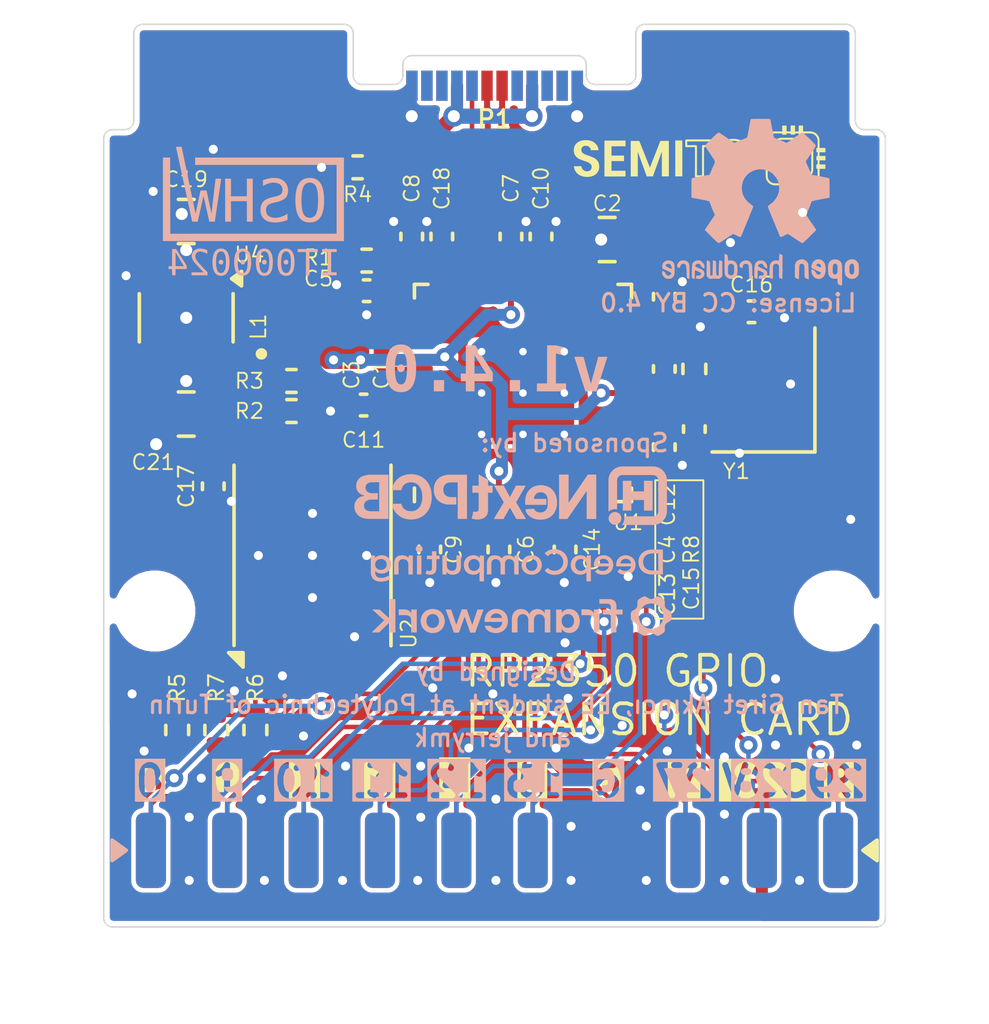
<source format=kicad_pcb>
(kicad_pcb (version 20241229) (generator "pcbnew") (generator_version "9.0")
  (title_block (title "RP2350 GPIO Card V1.3.2") (date "2025-08-24") (rev "X1") (company "SemiTO-V Student Team, Polytechnic University of Turin") (comment 1 "This work is licensed under a Creative Commons Attribution 4.0 International License") (comment 2 "Authors: Tan Siret Akıncı"))
  (layers (0 "F.Cu" signal) (2 "B.Cu" signal) (13 "F.Paste" user) (15 "B.Paste" user) (5 "F.SilkS" user "F.Silkscreen") (7 "B.SilkS" user "B.Silkscreen") (1 "F.Mask" user) (3 "B.Mask" user) (25 "Edge.Cuts" user))
  (net 0 "")
  (net 1 "+1V1")
  (net 2 "VBUS")
  (net 3 "/VREG_AVDD")
  (net 4 "/XIN")
  (net 5 "Net-(C16-Pad1)")
  (net 6 "+3.3V")
  (net 7 "/GPIO27_ADC1")
  (net 8 "/GPIO29_ADC3")
  (net 9 "/GPIO11")
  (net 10 "/QSPI_SS")
  (net 11 "/RUN")
  (net 12 "/GPIO10")
  (net 13 "/GPIO26_ADC0")
  (net 14 "/GPIO9")
  (net 15 "/GPIO8")
  (net 16 "/GPIO28_ADC2")
  (net 17 "/GPIO2")
  (net 18 "/GPIO1")
  (net 19 "/GPIO5")
  (net 20 "/GPIO4")
  (net 21 "/GPIO6")
  (net 22 "/GPIO0")
  (net 23 "/GPIO3")
  (net 24 "/GPIO7")
  (net 25 "/VREG_LX")
  (net 27 "Net-(P1-CC)")
  (net 28 "/USB_D+")
  (net 29 "/USB_D-")
  (net 30 "Net-(U1-USB_DP)")
  (net 31 "Net-(U1-USB_DM)")
  (net 32 "/FLASH_SS")
  (net 33 "/XOUT")
  (net 34 "/GPIO25")
  (net 35 "/GPIO23")
  (net 36 "/GPIO22")
  (net 37 "/GPIO18")
  (net 38 "/GPIO15")
  (net 39 "/GPIO17")
  (net 40 "/GPIO19")
  (net 41 "/QSPI_SCLK")
  (net 42 "/SWD")
  (net 43 "/GPIO20")
  (net 44 "/SWCLK")
  (net 45 "/GPIO21")
  (net 46 "/QSPI_SD1")
  (net 47 "/GPIO13")
  (net 48 "/GPIO24")
  (net 49 "/GPIO14")
  (net 50 "/QSPI_SD3")
  (net 51 "/GPIO12")
  (net 52 "/QSPI_SD2")
  (net 53 "/GPIO16")
  (net 54 "/QSPI_SD0")
  (net 55 "GND")
  (footprint "Resistor_SMD:R_0402_1005Metric" (layer "F.Cu") (at 99 56.9 180)
    (property "Reference" "R4")
    (property "Value" "5.1k")
  )
  (footprint "Expansion_Card:USB_C_Plug_Molex_105444" (layer "F.Cu") (at 103.555183 54.146434)
    (property "Reference" "P1")
    (property "Value" "USB_C_Plug_USB2.0")
    (fp_line (start -3.35 0) (end -4.3 0) (stroke (width 0.05)) (layer "Edge.Cuts"))
    (fp_line (start -3.05 -0.66) (end -3.05 -0.3) (stroke (width 0.05)) (layer "Edge.Cuts"))
    (fp_line (start -2.75 -0.96) (end 2.75 -0.96) (stroke (width 0.05)) (layer "Edge.Cuts"))
    (fp_line (start 3.05 -0.66) (end 3.05 -0.3) (stroke (width 0.05)) (layer "Edge.Cuts"))
    (fp_line (start 3.35 0) (end 4.3 0) (stroke (width 0.05)) (layer "Edge.Cuts"))
    (fp_arc (start -3.05 -0.66) (mid -2.962132 -0.872132) (end -2.75 -0.96) (stroke (width 0.05)) (layer "Edge.Cuts"))
    (fp_arc (start -3.05 -0.3) (mid -3.137868 -0.087868) (end -3.35 0) (stroke (width 0.05)) (layer "Edge.Cuts"))
    (fp_arc (start 2.75 -0.96) (mid 2.962132 -0.872132) (end 3.05 -0.66) (stroke (width 0.05)) (layer "Edge.Cuts"))
    (fp_arc (start 3.35 0) (mid 3.137868 -0.087868) (end 3.05 -0.3) (stroke (width 0.05)) (layer "Edge.Cuts"))
  )
  (footprint "Resistor_SMD:R_0402_1005Metric" (layer "F.Cu") (at 110.2 63.6 90)
    (property "Reference" "R8")
    (property "Value" "1k")
  )
  (footprint "Capacitor_SMD:C_0805_2012Metric" (layer "F.Cu") (at 93.3 58.7 180)
    (property "Reference" "C19")
    (property "Value" "10u")
  )
  (footprint "Resistor_SMD:R_0402_1005Metric" (layer "F.Cu") (at 93 75.6 90)
    (property "Reference" "R5")
    (property "Value" "DNF")
  )
  (footprint "Crystal:Crystal_SMD_3225-4Pin_3.2x2.5mm" (layer "F.Cu") (at 112.5 64.3 90)
    (property "Reference" "Y1")
    (property "Value" "ABM8-272-T3")
  )
  (footprint "MountingHole:MountingHole_2.2mm_M2" (layer "F.Cu") (at 92.255183 71.646434)
    (property "Reference" "H1" (hide yes))
    (property "Value" "MountingHole")
  )
  (footprint "RP2350_60QFN_minimal:C_0402_1005Metric_small_pads" (layer "F.Cu") (at 99.8 62.4 90)
    (property "Reference" "C1")
    (property "Value" "4.7u")
  )
  (footprint "Resistor_SMD:R_0402_1005Metric" (layer "F.Cu") (at 94.3 75.6 90)
    (property "Reference" "R7")
    (property "Value" "DNF")
  )
  (footprint "Capacitor_SMD:C_0402_1005Metric" (layer "F.Cu") (at 101.4 69.6 -90)
    (property "Reference" "C9")
    (property "Value" "100n")
  )
  (footprint "Capacitor_SMD:C_0805_2012Metric" (layer "F.Cu") (at 107.3 59.3 180)
    (property "Reference" "C2")
    (property "Value" "10u")
  )
  (footprint "Capacitor_SMD:C_0402_1005Metric" (layer "F.Cu") (at 105.1 59.2 90)
    (property "Reference" "C10")
    (property "Value" "100n")
  )
  (footprint "Capacitor_SMD:C_0402_1005Metric" (layer "F.Cu") (at 94.2 67.5 -90)
    (property "Reference" "C17")
    (property "Value" "100n")
  )
  (footprint "RP2350CardCustomFootprintsLibrary:Custom_Harwin_M20-89010xx_1x10_P2.54mm_Horizontal" (layer "F.Cu") (at 103.555183 85.125 -90)
    (property "Reference" "J2" (hide yes))
    (property "Value" "Conn_01x10_Pin")
  )
  (footprint "Capacitor_SMD:C_0402_1005Metric" (layer "F.Cu") (at 101.8 59.2 90)
    (property "Reference" "C18")
    (property "Value" "100n")
  )
  (footprint "Capacitor_SMD:C_0402_1005Metric" (layer "F.Cu") (at 100.8 59.2 90)
    (property "Reference" "C8")
    (property "Value" "100n")
  )
  (footprint "RP2350_60QFN_minimal:C_0402_1005Metric_small_pads" (layer "F.Cu") (at 98.8 62.4 90)
    (property "Reference" "C3")
    (property "Value" "4.7u")
  )
  (footprint "Capacitor_SMD:C_0402_1005Metric" (layer "F.Cu") (at 99.3 61 180)
    (property "Reference" "C5")
    (property "Value" "4.7u")
  )
  (footprint "Resistor_SMD:R_0402_1005Metric" (layer "F.Cu") (at 96.8 64)
    (property "Reference" "R3")
    (property "Value" "27")
  )
  (footprint "Package_TO_SOT_SMD:SOT-23-5" (layer "F.Cu") (at 93.3 61.9 -90)
    (property "Reference" "U4")
    (property "Value" "AP2127K-3.3")
  )
  (footprint "Resistor_SMD:R_0402_1005Metric" (layer "F.Cu") (at 99.3 60 180)
    (property "Reference" "R1")
    (property "Value" "33")
  )
  (footprint "Capacitor_SMD:C_0402_1005Metric" (layer "F.Cu") (at 110.2 65.6 -90)
    (property "Reference" "C15")
    (property "Value" "15p")
  )
  (footprint "Resistor_SMD:R_0402_1005Metric" (layer "F.Cu") (at 96.8 65)
    (property "Reference" "R2")
    (property "Value" "27")
  )
  (footprint "Capacitor_SMD:C_0805_2012Metric" (layer "F.Cu") (at 93.3 65.1 180)
    (property "Reference" "C21")
    (property "Value" "10u")
  )
  (footprint "MountingHole:MountingHole_2.2mm_M2" (layer "F.Cu") (at 114.855183 71.646434)
    (property "Reference" "H2" (hide yes))
    (property "Value" "MountingHole")
  )
  (footprint "Capacitor_SMD:C_0402_1005Metric" (layer "F.Cu") (at 109.2 61.2 90)
    (property "Reference" "C12")
    (property "Value" "100n")
  )
  (footprint "Capacitor_SMD:C_0402_1005Metric" (layer "F.Cu") (at 109.2 63.6 90)
    (property "Reference" "C4")
    (property "Value" "100n")
  )
  (footprint "Package_SON:WSON-8-1EP_6x5mm_P1.27mm_EP3.4x4.3mm" (layer "F.Cu") (at 97.5 69.8 90)
    (property "Reference" "U2")
    (property "Value" "W25Q128JVS")
  )
  (footprint "Capacitor_SMD:C_0402_1005Metric" (layer "F.Cu") (at 99.2 64.8 180)
    (property "Reference" "C11")
    (property "Value" "100n")
  )
  (footprint "Capacitor_SMD:C_0402_1005Metric" (layer "F.Cu") (at 103.7 69.6 -90)
    (property "Reference" "C6")
    (property "Value" "4.7u")
  )
  (footprint "Capacitor_SMD:C_0402_1005Metric" (layer "F.Cu") (at 104.1 59.2 90)
    (property "Reference" "C7")
    (property "Value" "100n")
  )
  (footprint "Capacitor_SMD:C_0402_1005Metric" (layer "F.Cu") (at 109.2 66.2 -90)
    (property "Reference" "C13")
    (property "Value" "100n")
  )
  (footprint "Resistor_SMD:R_0402_1005Metric" (layer "F.Cu") (at 95.6 75.6 90)
    (property "Reference" "R6")
    (property "Value" "0")
  )
  (footprint "Capacitor_SMD:C_0402_1005Metric" (layer "F.Cu") (at 105.9 69.6 -90)
    (property "Reference" "C14")
    (property "Value" "100n")
  )
  (footprint "Capacitor_SMD:C_0402_1005Metric" (layer "F.Cu") (at 112.1 61.7)
    (property "Reference" "C16")
    (property "Value" "15p")
  )
  (footprint "RP2350_60QFN_minimal:RP2350-QFN-60-1EP_7x7_P0.4mm_EP3.4x3.4mm_ThermalVias" (layer "F.Cu") (at 104.5 64.4 90)
    (property "Reference" "U1")
    (property "Value" "RP2350_60QFN")
  )
  (footprint "RP2350_60QFN_minimal:L_pol_2016" (layer "F.Cu") (at 97.1 62.2 90)
    (property "Reference" "L1")
    (property "Value" "3.3u")
  )
  (footprint "Symbol:OSHW-Logo2_7.3x6mm_SilkScreen" (layer "B.Cu") (at 112.4 58.05 180)
    (property "Reference" "REF**" (hide yes))
    (property "Value" "OSHW-Logo2_7.3x6mm_SilkScreen" (hide yes))
  )
  (footprint "RP2350CardCustomFootprintsLibrary:Custom_Harwin_M20-89010xx_1x10_P2.54mm_Horizontal" (layer "B.Cu") (at 103.555183 85.125 -90)
    (property "Reference" "J1" (hide yes))
    (property "Value" "Conn_01x10_Pin")
  )
  (gr_poly (pts (xy 113.468953 56.744053) (xy 113.612772 56.223496) (xy 113.84685 56.223496) (xy 113.610788 56.980281) (xy 113.326126 56.980281) (xy 113.090064 56.223496) (xy 113.324142 56.223496)) (stroke (width 0.067397) (color 255 255 255 1)) (fill no) (layer "F.SilkS"))
  (gr_poly (pts (xy 113.801012 57.390869) (xy 113.801824 57.390931) (xy 113.802624 57.391033) (xy 113.803411 57.391173) (xy 113.804184 57.391352) (xy 113.804943 57.391567) (xy 113.805686 57.391819) (xy 113.806412 57.392105) (xy 113.80712 57.392425) (xy 113.807809 57.392778) (xy 113.808479 57.393163) (xy 113.809128 57.393579) (xy 113.809754 57.394025) (xy 113.810358 57.394499) (xy 113.810939 57.395002) (xy 113.811494 57.395531) (xy 113.812023 57.396086) (xy 113.812526 57.396666) (xy 113.813 57.39727) (xy 113.813446 57.397897) (xy 113.813862 57.398546) (xy 113.814247 57.399215) (xy 113.8146 57.399905) (xy 113.81492 57.400613) (xy 113.815206 57.401339) (xy 113.815458 57.402082) (xy 113.815673 57.40284) (xy 113.815852 57.403614) (xy 113.815992 57.404401) (xy 113.816094 57.405201) (xy 113.816156 57.406013) (xy 113.816177 57.406836) (xy 113.816177 57.678048) (xy 113.816156 57.67887) (xy 113.816094 57.679682) (xy 113.815992 57.680482) (xy 113.815852 57.68127) (xy 113.815673 57.682043) (xy 113.815458 57.682802) (xy 113.815206 57.683545) (xy 113.81492 57.684271) (xy 113.8146 57.684979) (xy 113.814247 57.685668) (xy 113.813862 57.686338) (xy 113.813446 57.686986) (xy 113.813 57.687613) (xy 113.812526 57.688217) (xy 113.812023 57.688797) (xy 113.811494 57.689352) (xy 113.810939 57.689882) (xy 113.810358 57.690384) (xy 113.809754 57.690859) (xy 113.809128 57.691305) (xy 113.808479 57.69172) (xy 113.807809 57.692105) (xy 113.80712 57.692458) (xy 113.806412 57.692779) (xy 113.805686 57.693065) (xy 113.804943 57.693316) (xy 113.804184 57.693532) (xy 113.803411 57.69371) (xy 113.802624 57.693851) (xy 113.801824 57.693952) (xy 113.801012 57.694014) (xy 113.800189 57.694035) (xy 113.685454 57.694035) (xy 113.684631 57.694014) (xy 113.683819 57.693952) (xy 113.683019 57.693851) (xy 113.682232 57.69371) (xy 113.681458 57.693532) (xy 113.6807 57.693316) (xy 113.679957 57.693065) (xy 113.679231 57.692779) (xy 113.678523 57.692458) (xy 113.677833 57.692105) (xy 113.677164 57.69172) (xy 113.676515 57.691305) (xy 113.675888 57.690859) (xy 113.675285 57.690384) (xy 113.674704 57.689882) (xy 113.674149 57.689352) (xy 113.67362 57.688797) (xy 113.673117 57.688217) (xy 113.672643 57.687613) (xy 113.672197 57.686986) (xy 113.671781 57.686338) (xy 113.671396 57.685668) (xy 113.671043 57.684979) (xy 113.670723 57.684271) (xy 113.670437 57.683545) (xy 113.670185 57.682802) (xy 113.66997 57.682043) (xy 113.669792 57.68127) (xy 113.669651 57.680482) (xy 113.669549 57.679682) (xy 113.669488 57.67887) (xy 113.669467 57.678048) (xy 113.669467 57.406836) (xy 113.669488 57.406013) (xy 113.669549 57.405201) (xy 113.669651 57.404401) (xy 113.669792 57.403614) (xy 113.66997 57.40284) (xy 113.670185 57.402082) (xy 113.670437 57.401339) (xy 113.670723 57.400613) (xy 113.671043 57.399905) (xy 113.671396 57.399215) (xy 113.671781 57.398546) (xy 113.672197 57.397897) (xy 113.672643 57.39727) (xy 113.673117 57.396666) (xy 113.67362 57.396086) (xy 113.674149 57.395531) (xy 113.674704 57.395002) (xy 113.675285 57.394499) (xy 113.675888 57.394025) (xy 113.676515 57.393579) (xy 113.677164 57.393163) (xy 113.677833 57.392778) (xy 113.678523 57.392425) (xy 113.679231 57.392105) (xy 113.679957 57.391819) (xy 113.6807 57.391567) (xy 113.681458 57.391352) (xy 113.682232 57.391173) (xy 113.683019 57.391033) (xy 113.683819 57.390931) (xy 113.684631 57.390869) (xy 113.685454 57.390849) (xy 113.800189 57.390849)) (fill yes) (layer "F.SilkS"))
  (gr_poly (pts (xy 109.8 57.2) (xy 109.565051 57.200455) (xy 109.565051 56.006732) (xy 109.8 56.006278)) (fill yes) (layer "F.SilkS"))
  (gr_poly (pts (xy 114.069224 55.739666) (xy 114.083242 55.740732) (xy 114.097056 55.742487) (xy 114.110649 55.744914) (xy 114.124003 55.747996) (xy 114.137102 55.751716) (xy 114.149927 55.756056) (xy 114.162462 55.760998) (xy 114.174689 55.766526) (xy 114.18659 55.772621) (xy 114.19815 55.779268) (xy 114.209349 55.786447) (xy 114.220171 55.794143) (xy 114.230598 55.802337) (xy 114.240614 55.811013) (xy 114.2502 55.820153) (xy 114.25934 55.829739) (xy 114.268015 55.839754) (xy 114.27621 55.850182) (xy 114.283905 55.861004) (xy 114.291085 55.872203) (xy 114.297731 55.883762) (xy 114.303827 55.895664) (xy 114.309355 55.907891) (xy 114.314297 55.920425) (xy 114.318637 55.933251) (xy 114.322356 55.946349) (xy 114.325438 55.959704) (xy 114.327866 55.973296) (xy 114.329621 55.98711) (xy 114.330687 56.001128) (xy 114.331046 56.015333) (xy 114.331046 57.188443) (xy 114.330687 57.202647) (xy 114.329621 57.216665) (xy 114.327866 57.230479) (xy 114.325438 57.244072) (xy 114.322356 57.257426) (xy 114.318637 57.270525) (xy 114.314297 57.28335) (xy 114.309355 57.295885) (xy 114.303827 57.308112) (xy 114.297731 57.320013) (xy 114.291085 57.331572) (xy 114.283905 57.342772) (xy 114.27621 57.353594) (xy 114.268015 57.364021) (xy 114.25934 57.374037) (xy 114.2502 57.383623) (xy 114.240614 57.392762) (xy 114.230598 57.401438) (xy 114.220171 57.409632) (xy 114.209349 57.417328) (xy 114.19815 57.424508) (xy 114.18659 57.431154) (xy 114.174689 57.43725) (xy 114.162462 57.442777) (xy 114.149927 57.44772) (xy 114.137102 57.452059) (xy 114.124003 57.455779) (xy 114.110649 57.458861) (xy 114.097056 57.461289) (xy 114.083242 57.463044) (xy 114.069224 57.46411) (xy 114.05502 57.464469) (xy 112.881893 57.464469) (xy 112.867689 57.46411) (xy 112.853671 57.463044) (xy 112.839857 57.461289) (xy 112.826265 57.458861) (xy 112.81291 57.455779) (xy 112.799812 57.452059) (xy 112.786986 57.44772) (xy 112.774452 57.442777) (xy 112.762225 57.43725) (xy 112.750323 57.431154) (xy 112.738764 57.424508) (xy 112.727565 57.417328) (xy 112.716743 57.409632) (xy 112.706315 57.401438) (xy 112.6963 57.392762) (xy 112.686713 57.383623) (xy 112.677574 57.374037) (xy 112.668898 57.364021) (xy 112.660704 57.353594) (xy 112.653008 57.342772) (xy 112.645828 57.331572) (xy 112.639182 57.320013) (xy 112.633086 57.308112) (xy 112.627559 57.295885) (xy 112.622616 57.28335) (xy 112.618277 57.270525) (xy 112.614557 57.257426) (xy 112.611475 57.244072) (xy 112.609048 57.230479) (xy 112.607292 57.216665) (xy 112.606226 57.202647) (xy 112.605867 57.188443) (xy 112.605867 56.015333) (xy 112.606226 56.001128) (xy 112.607292 55.98711) (xy 112.609048 55.973296) (xy 112.611475 55.959704) (xy 112.614557 55.946349) (xy 112.618277 55.933251) (xy 112.622616 55.920425) (xy 112.627559 55.907891) (xy 112.633086 55.895664) (xy 112.639182 55.883762) (xy 112.645828 55.872203) (xy 112.653008 55.861004) (xy 112.660704 55.850182) (xy 112.668898 55.839754) (xy 112.677574 55.829739) (xy 112.686713 55.820153) (xy 112.6963 55.811013) (xy 112.706315 55.802337) (xy 112.716743 55.794143) (xy 112.727565 55.786447) (xy 112.738764 55.779268) (xy 112.750323 55.772621) (xy 112.762225 55.766526) (xy 112.774452 55.760998) (xy 112.786986 55.756056) (xy 112.799812 55.751716) (xy 112.81291 55.747996) (xy 112.826265 55.744914) (xy 112.839857 55.742487) (xy 112.853671 55.740732) (xy 112.867689 55.739666) (xy 112.881893 55.739306) (xy 114.05502 55.739306)) (stroke (width 0.067349) (color 255 255 255 1)) (fill no) (layer "F.SilkS"))
  (gr_poly (pts (xy 112.662919 56.521946) (xy 112.663731 56.522008) (xy 112.664531 56.52211) (xy 112.665318 56.52225) (xy 112.666091 56.522429) (xy 112.66685 56.522644) (xy 112.667593 56.522896) (xy 112.668319 56.523182) (xy 112.669027 56.523502) (xy 112.669716 56.523855) (xy 112.670386 56.52424) (xy 112.671034 56.524656) (xy 112.671661 56.525102) (xy 112.672265 56.525576) (xy 112.672845 56.526079) (xy 112.6734 56.526608) (xy 112.67393 56.527163) (xy 112.674432 56.527743) (xy 112.674907 56.528347) (xy 112.675352 56.528974) (xy 112.675768 56.529623) (xy 112.676153 56.530292) (xy 112.676506 56.530982) (xy 112.676826 56.53169) (xy 112.677113 56.532416) (xy 112.677364 56.533158) (xy 112.677579 56.533917) (xy 112.677758 56.534691) (xy 112.677899 56.535478) (xy 112.678 56.536278) (xy 112.678062 56.53709) (xy 112.678083 56.537912) (xy 112.678083 56.652649) (xy 112.678062 56.653471) (xy 112.678 56.654283) (xy 112.677899 56.655083) (xy 112.677758 56.65587) (xy 112.677579 56.656644) (xy 112.677364 56.657402) (xy 112.677113 56.658145) (xy 112.676826 56.658871) (xy 112.676506 56.659579) (xy 112.676153 56.660269) (xy 112.675768 56.660938) (xy 112.675352 56.661587) (xy 112.674907 56.662214) (xy 112.674432 56.662818) (xy 112.67393 56.663398) (xy 112.6734 56.663953) (xy 112.672845 56.664482) (xy 112.672265 56.664985) (xy 112.671661 56.665459) (xy 112.671034 56.665905) (xy 112.670386 56.666321) (xy 112.669716 56.666706) (xy 112.669027 56.667059) (xy 112.668319 56.667379) (xy 112.667593 56.667665) (xy 112.66685 56.667917) (xy 112.666091 56.668132) (xy 112.665318 56.668311) (xy 112.664531 56.668451) (xy 112.663731 56.668553) (xy 112.662919 56.668615) (xy 112.662096 56.668635) (xy 112.390869 56.668635) (xy 112.390047 56.668615) (xy 112.389235 56.668553) (xy 112.388435 56.668451) (xy 112.387647 56.668311) (xy 112.386874 56.668132) (xy 112.386115 56.667917) (xy 112.385372 56.667665) (xy 112.384646 56.667379) (xy 112.383938 56.667059) (xy 112.383249 56.666706) (xy 112.382579 56.666321) (xy 112.381931 56.665905) (xy 112.381304 56.665459) (xy 112.3807 56.664985) (xy 112.38012 56.664482) (xy 112.379565 56.663953) (xy 112.379035 56.663398) (xy 112.378533 56.662818) (xy 112.378058 56.662214) (xy 112.377613 56.661587) (xy 112.377197 56.660938) (xy 112.376812 56.660269) (xy 112.376459 56.659579) (xy 112.376139 56.658871) (xy 112.375852 56.658145) (xy 112.375601 56.657402) (xy 112.375386 56.656644) (xy 112.375207 56.65587) (xy 112.375067 56.655083) (xy 112.374965 56.654283) (xy 112.374903 56.653471) (xy 112.374882 56.652649) (xy 112.374882 56.537912) (xy 112.374903 56.53709) (xy 112.374965 56.536278) (xy 112.375067 56.535478) (xy 112.375207 56.534691) (xy 112.375386 56.533917) (xy 112.375601 56.533158) (xy 112.375852 56.532416) (xy 112.376139 56.53169) (xy 112.376459 56.530982) (xy 112.376812 56.530292) (xy 112.377197 56.529623) (xy 112.377613 56.528974) (xy 112.378058 56.528347) (xy 112.378533 56.527743) (xy 112.379035 56.527163) (xy 112.379565 56.526608) (xy 112.38012 56.526079) (xy 112.3807 56.525576) (xy 112.381304 56.525102) (xy 112.381931 56.524656) (xy 112.382579 56.52424) (xy 112.383249 56.523855) (xy 112.383938 56.523502) (xy 112.384646 56.523182) (xy 112.385372 56.522896) (xy 112.386115 56.522644) (xy 112.386874 56.522429) (xy 112.387647 56.52225) (xy 112.388435 56.52211) (xy 112.389235 56.522008) (xy 112.390047 56.521946) (xy 112.390869 56.521926) (xy 112.662096 56.521926)) (fill yes) (layer "F.SilkS"))
  (gr_poly (pts (xy 109.351764 57.200868) (xy 109.118482 57.201319) (xy 109.118482 56.377887) (xy 108.820213 57.201897) (xy 108.616924 57.20229) (xy 108.318655 56.382818) (xy 108.318655 57.202868) (xy 108.083706 57.203323) (xy 108.083706 56.023127) (xy 108.368644 56.022575) (xy 108.7219 56.909574) (xy 109.068492 56.021219) (xy 109.351764 56.020671)) (fill yes) (layer "F.SilkS"))
  (gr_poly (pts (xy 112.666044 56.802918) (xy 112.666856 56.80298) (xy 112.667656 56.803081) (xy 112.668443 56.803222) (xy 112.669217 56.8034) (xy 112.669975 56.803616) (xy 112.670718 56.803867) (xy 112.671444 56.804154) (xy 112.672152 56.804474) (xy 112.672842 56.804827) (xy 112.673511 56.805212) (xy 112.67416 56.805628) (xy 112.674786 56.806073) (xy 112.67539 56.806548) (xy 112.67597 56.80705) (xy 112.676526 56.80758) (xy 112.677055 56.808135) (xy 112.677558 56.808715) (xy 112.678032 56.809319) (xy 112.678478 56.809946) (xy 112.678894 56.810594) (xy 112.679279 56.811264) (xy 112.679632 56.811953) (xy 112.679952 56.812661) (xy 112.680238 56.813387) (xy 112.680489 56.81413) (xy 112.680705 56.814889) (xy 112.680883 56.815662) (xy 112.681024 56.816449) (xy 112.681126 56.817249) (xy 112.681187 56.818061) (xy 112.681208 56.818884) (xy 112.681208 56.93362) (xy 112.681187 56.934443) (xy 112.681126 56.935255) (xy 112.681024 56.936055) (xy 112.680883 56.936842) (xy 112.680705 56.937615) (xy 112.680489 56.938374) (xy 112.680238 56.939117) (xy 112.679952 56.939843) (xy 112.679632 56.940551) (xy 112.679279 56.94124) (xy 112.678894 56.94191) (xy 112.678478 56.942558) (xy 112.678032 56.943185) (xy 112.677558 56.943789) (xy 112.677055 56.944369) (xy 112.676526 56.944925) (xy 112.67597 56.945454) (xy 112.67539 56.945956) (xy 112.674786 56.946431) (xy 112.67416 56.946877) (xy 112.673511 56.947292) (xy 112.672842 56.947677) (xy 112.672152 56.94803) (xy 112.671444 56.948351) (xy 112.670718 56.948637) (xy 112.669975 56.948888) (xy 112.669217 56.949104) (xy 112.668443 56.949282) (xy 112.667656 56.949423) (xy 112.666856 56.949524) (xy 112.666044 56.949586) (xy 112.665221 56.949607) (xy 112.393995 56.949607) (xy 112.393172 56.949586) (xy 112.39236 56.949524) (xy 112.39156 56.949423) (xy 112.390773 56.949282) (xy 112.389999 56.949104) (xy 112.389241 56.948888) (xy 112.388498 56.948637) (xy 112.387772 56.948351) (xy 112.387064 56.94803) (xy 112.386374 56.947677) (xy 112.385705 56.947292) (xy 112.385056 56.946877) (xy 112.384429 56.946431) (xy 112.383825 56.945956) (xy 112.383245 56.945454) (xy 112.38269 56.944925) (xy 112.382161 56.944369) (xy 112.381658 56.943789) (xy 112.381184 56.943185) (xy 112.380738 56.942558) (xy 112.380322 56.94191) (xy 112.379937 56.94124) (xy 112.379584 56.940551) (xy 112.379264 56.939843) (xy 112.378978 56.939117) (xy 112.378727 56.938374) (xy 112.378511 56.937615) (xy 112.378333 56.936842) (xy 112.378192 56.936055) (xy 112.37809 56.935255) (xy 112.378029 56.934443) (xy 112.378008 56.93362) (xy 112.378008 56.818884) (xy 112.378029 56.818061) (xy 112.37809 56.817249) (xy 112.378192 56.816449) (xy 112.378333 56.815662) (xy 112.378511 56.814889) (xy 112.378727 56.81413) (xy 112.378978 56.813387) (xy 112.379264 56.812661) (xy 112.379584 56.811953) (xy 112.379937 56.811264) (xy 112.380322 56.810594) (xy 112.380738 56.809946) (xy 112.381184 56.809319) (xy 112.381658 56.808715) (xy 112.382161 56.808135) (xy 112.38269 56.80758) (xy 112.383245 56.80705) (xy 112.383825 56.806548) (xy 112.384429 56.806073) (xy 112.385056 56.805628) (xy 112.385705 56.805212) (xy 112.386374 56.804827) (xy 112.387064 56.804474) (xy 112.387772 56.804154) (xy 112.388498 56.803867) (xy 112.389241 56.803616) (xy 112.389999 56.8034) (xy 112.390773 56.803222) (xy 112.39156 56.803081) (xy 112.39236 56.80298) (xy 112.393172 56.802918) (xy 112.393995 56.802897) (xy 112.665221 56.802897)) (fill yes) (layer "F.SilkS"))
  (gr_poly (pts (xy 106.612059 55.995898) (xy 106.634489 55.996924) (xy 106.65632 55.998666) (xy 106.677552 56.001121) (xy 106.698186 56.004291) (xy 106.718221 56.008176) (xy 106.737657 56.012775) (xy 106.756494 56.018089) (xy 106.774732 56.024117) (xy 106.792371 56.030859) (xy 106.809412 56.038316) (xy 106.825854 56.046487) (xy 106.841697 56.055373) (xy 106.856941 56.064974) (xy 106.871586 56.075289) (xy 106.885632 56.086318) (xy 106.89921 56.097942) (xy 106.912033 56.110044) (xy 106.9241 56.122622) (xy 106.935413 56.135677) (xy 106.945971 56.14921) (xy 106.955773 56.163219) (xy 106.964821 56.177706) (xy 106.973113 56.19267) (xy 106.980651 56.20811) (xy 106.987433 56.224028) (xy 106.99346 56.240422) (xy 106.998733 56.257294) (xy 107.00325 56.274642) (xy 107.007012 56.292468) (xy 107.010019 56.310771) (xy 107.012271 56.32955) (xy 106.758993 56.33004) (xy 106.757613 56.322104) (xy 106.755973 56.314353) (xy 106.754072 56.306788) (xy 106.751911 56.299408) (xy 106.74949 56.292213) (xy 106.746808 56.285204) (xy 106.743866 56.27838) (xy 106.740664 56.271742) (xy 106.737201 56.265289) (xy 106.733478 56.259022) (xy 106.729494 56.25294) (xy 106.72525 56.247044) (xy 106.720746 56.241333) (xy 106.715982 56.235807) (xy 106.710957 56.230467) (xy 106.705671 56.225312) (xy 106.700132 56.220204) (xy 106.694346 56.215427) (xy 106.688312 56.21098) (xy 106.682031 56.206864) (xy 106.675502 56.203079) (xy 106.668726 56.199625) (xy 106.661703 56.196501) (xy 106.654432 56.193708) (xy 106.646914 56.191246) (xy 106.639149 56.189114) (xy 106.631137 56.187313) (xy 106.622877 56.185843) (xy 106.614369 56.184704) (xy 106.605615 56.183895) (xy 106.596613 56.183417) (xy 106.587363 56.18327) (xy 106.579338 56.183424) (xy 106.571507 56.183856) (xy 106.563872 56.184564) (xy 106.556433 56.185549) (xy 106.549188 56.186812) (xy 106.542139 56.188351) (xy 106.535285 56.190167) (xy 106.528626 56.192261) (xy 106.522163 56.194631) (xy 106.515894 56.197279) (xy 106.509822 56.200203) (xy 106.503944 56.203405) (xy 106.498262 56.206883) (xy 106.492774 56.210639) (xy 106.487483 56.214671) (xy 106.482386 56.218981) (xy 106.477543 56.223343) (xy 106.473013 56.227955) (xy 106.468795 56.232818) (xy 106.46489 56.237931) (xy 106.461297 56.243294) (xy 106.458016 56.248908) (xy 106.455048 56.254772) (xy 106.452393 56.260886) (xy 106.450049 56.267251) (xy 106.448019 56.273867) (xy 106.4463 56.280732) (xy 106.444894 56.287848) (xy 106.443801 56.295215) (xy 106.44302 56.302832) (xy 106.442551 56.310699) (xy 106.442395 56.318817) (xy 106.442512 56.325303) (xy 106.442863 56.331656) (xy 106.443449 56.337877) (xy 106.444269 56.343965) (xy 106.445324 56.34992) (xy 106.446613 56.355743) (xy 106.448136 56.361434) (xy 106.449893 56.366991) (xy 106.451885 56.372417) (xy 106.454111 56.377709) (xy 106.456571 56.382869) (xy 106.459266 56.387897) (xy 106.462195 56.392792) (xy 106.465359 56.397554) (xy 106.468756 56.402184) (xy 106.472388 56.406681) (xy 106.476404 56.410854) (xy 106.480538 56.414934) (xy 106.484788 56.418922) (xy 106.489156 56.422817) (xy 106.49364 56.426619) (xy 106.498242 56.430329) (xy 106.502961 56.433946) (xy 106.507797 56.43747) (xy 106.512751 56.440902) (xy 106.517821 56.44424) (xy 106.523009 56.447487) (xy 106.528314 56.45064) (xy 106.533736 56.453701) (xy 106.539275 56.456669) (xy 106.544931 56.459544) (xy 106.550704 56.462327) (xy 106.563306 56.467877) (xy 106.576949 56.473584) (xy 106.591633 56.479447) (xy 106.607359 56.485467) (xy 106.624126 56.491643) (xy 106.641935 56.497975) (xy 106.660785 56.504464) (xy 106.680676 56.51111) (xy 106.708327 56.521122) (xy 106.734623 56.530978) (xy 106.759566 56.540679) (xy 106.783154 56.550223) (xy 106.805389 56.559612) (xy 106.82627 56.568844) (xy 106.845797 56.577921) (xy 106.86397 56.586842) (xy 106.872841 56.591402) (xy 106.881544 56.59624) (xy 106.890077 56.601355) (xy 106.898441 56.606748) (xy 106.906636 56.612419) (xy 106.914662 56.618368) (xy 106.922518 56.624594) (xy 106.930205 56.631098) (xy 106.937723 56.63788) (xy 106.945072 56.64494) (xy 106.952251 56.652277) (xy 106.959261 56.659892) (xy 106.966102 56.667785) (xy 106.972774 56.675955) (xy 106.979277 56.684403) (xy 106.98561 56.693129) (xy 106.991663 56.702166) (xy 106.997326 56.711546) (xy 107.002599 56.721272) (xy 107.00748 56.731341) (xy 107.011971 56.741755) (xy 107.016072 56.752512) (xy 107.019782 56.763615) (xy 107.023102 56.775061) (xy 107.026031 56.786851) (xy 107.028569 56.798986) (xy 107.030717 56.811465) (xy 107.032475 56.824289) (xy 107.033841 56.837456) (xy 107.034818 56.850968) (xy 107.035404 56.864824) (xy 107.035599 56.879024) (xy 107.035599 56.879021) (xy 107.035424 56.890382) (xy 107.034896 56.901637) (xy 107.034018 56.912788) (xy 107.032788 56.923833) (xy 107.031206 56.934774) (xy 107.029273 56.945609) (xy 107.026988 56.95634) (xy 107.024352 56.966966) (xy 107.021365 56.977486) (xy 107.018025 56.987902) (xy 107.014335 56.998212) (xy 107.010293 57.008418) (xy 107.005899 57.018519) (xy 107.001154 57.028514) (xy 106.996058 57.038405) (xy 106.99061 57.04819) (xy 106.984817 57.0576) (xy 106.978685 57.066786) (xy 106.972215 57.075748) (xy 106.965407 57.084486) (xy 106.95826 57.093) (xy 106.950775 57.101291) (xy 106.942951 57.109357) (xy 106.934788 57.117199) (xy 106.926288 57.124818) (xy 106.917449 57.132213) (xy 106.908271 57.139384) (xy 106.898755 57.146331) (xy 106.8889 57.153054) (xy 106.878707 57.159553) (xy 106.868175 57.165828) (xy 106.857305 57.17188) (xy 106.846116 57.17743) (xy 106.834628 57.182624) (xy 106.82284 57.187461) (xy 106.810753 57.191943) (xy 106.798366 57.196068) (xy 106.78568 57.199838) (xy 106.772695 57.203251) (xy 106.75941 57.206309) (xy 106.745826 57.20901) (xy 106.731942 57.211355) (xy 106.717759 57.213344) (xy 106.703276 57.214977) (xy 106.688494 57.216254) (xy 106.673413 57.217175) (xy 106.658032 57.217739) (xy 106.642352 57.217948) (xy 106.626835 57.217813) (xy 106.611526 57.217347) (xy 106.596425 57.216551) (xy 106.581532 57.215424) (xy 106.566848 57.213966) (xy 106.552372 57.212178) (xy 106.538104 57.210059) (xy 106.524044 57.207609) (xy 106.510193 57.204829) (xy 106.49655 57.201718) (xy 106.483116 57.198277) (xy 106.46989 57.194505) (xy 106.456871 57.190402) (xy 106.444062 57.185968) (xy 106.43146 57.181204) (xy 106.419067 57.17611) (xy 106.406928 57.170493) (xy 106.395088 57.164585) (xy 106.383548 57.158386) (xy 106.372307 57.151895) (xy 106.361365 57.145114) (xy 106.350723 57.138041) (xy 106.34038 57.130677) (xy 106.330337 57.123021) (xy 106.320593 57.115075) (xy 106.311148 57.106837) (xy 106.302003 57.098308) (xy 106.293157 57.089488) (xy 106.284611 57.080377) (xy 106.276364 57.070974) (xy 106.268416 57.061281) (xy 106.260768 57.051296) (xy 106.253673 57.041059) (xy 106.246969 57.03061) (xy 106.240655 57.019949) (xy 106.234732 57.009075) (xy 106.2292 56.99799) (xy 106.224057 56.986692) (xy 106.219306 56.975183) (xy 106.214945 56.963461) (xy 106.210974 56.951527) (xy 106.207394 56.939382) (xy 106.204205 56.927024) (xy 106.201406 56.914454) (xy 106.198998 56.901672) (xy 106.19698 56.888678) (xy 106.195353 56.875471) (xy 106.194116 56.862053) (xy 106.444062 56.861569) (xy 106.44526 56.870563) (xy 106.44677 56.87937) (xy 106.448592 56.887993) (xy 106.450727 56.89643) (xy 106.453174 56.904681) (xy 106.455934 56.912747) (xy 106.459006 56.920627) (xy 106.462391 56.928321) (xy 106.466088 56.93583) (xy 106.470098 56.943154) (xy 106.47442 56.950292) (xy 106.479054 56.957244) (xy 106.484001 56.964011) (xy 106.48926 56.970592) (xy 106.494832 56.976988) (xy 106.500716 56.983198) (xy 106.507088 56.988919) (xy 106.513708 56.994269) (xy 106.520575 56.999249) (xy 106.527689 57.003859) (xy 106.535051 57.008098) (xy 106.54266 57.011967) (xy 106.550516 57.015465) (xy 106.55862 57.018593) (xy 106.566971 57.021351) (xy 106.57557 57.023739) (xy 106.584415 57.025756) (xy 106.593508 57.027402) (xy 106.602849 57.028679) (xy 106.612437 57.029585) (xy 106.622272 57.03012) (xy 106.632354 57.030286) (xy 106.641382 57.030117) (xy 106.650137 57.029644) (xy 106.658618 57.028868) (xy 106.666826 57.027789) (xy 106.674761 57.026407) (xy 106.682422 57.024721) (xy 106.689809 57.022732) (xy 106.696924 57.02044) (xy 106.703765 57.017844) (xy 106.710332 57.014945) (xy 106.716627 57.011743) (xy 106.722647 57.008237) (xy 106.728395 57.004428) (xy 106.733869 57.000316) (xy 106.73907 56.9959) (xy 106.743997 56.991181) (xy 106.74884 56.986014) (xy 106.75337 56.980675) (xy 106.757588 56.975165) (xy 106.761493 56.969484) (xy 106.765086 56.963632) (xy 106.768366 56.957609) (xy 106.771335 56.951414) (xy 106.77399 56.945049) (xy 106.776333 56.938513) (xy 106.778364 56.931805) (xy 106.780083 56.924926) (xy 106.781489 56.917876) (xy 106.782582 56.910655) (xy 106.783363 56.903263) (xy 106.783832 56.895699) (xy 106.783988 56.887965) (xy 106.783864 56.88107) (xy 106.783493 56.874334) (xy 106.782875 56.867757) (xy 106.782009 56.861338) (xy 106.780896 56.855079) (xy 106.779536 56.848979) (xy 106.777928 56.843038) (xy 106.776073 56.837256) (xy 106.773971 56.831632) (xy 106.771621 56.826168) (xy 106.769024 56.820863) (xy 106.766179 56.815716) (xy 106.763088 56.810729) (xy 106.759748 56.8059) (xy 106.756162 56.801231) (xy 106.752328 56.79672) (xy 106.748306 56.792137) (xy 106.744153 56.787674) (xy 106.73987 56.78333) (xy 106.735457 56.779105) (xy 106.730913 56.774999) (xy 106.72624 56.771012) (xy 106.721436 56.767144) (xy 106.716503 56.763395) (xy 106.711438 56.759766) (xy 106.706244 56.756256) (xy 106.70092 56.752865) (xy 106.695465 56.749593) (xy 106.689881 56.74644) (xy 106.684166 56.743407) (xy 106.678321 56.740492) (xy 106.672345 56.737697) (xy 106.659692 56.732121) (xy 106.645893 56.726335) (xy 106.630948 56.720341) (xy 106.614858 56.714137) (xy 106.597622 56.707724) (xy 106.579241 56.701101) (xy 106.559714 56.69427) (xy 106.539041 56.68723) (xy 106.512172 56.678009) (xy 106.486552 56.668838) (xy 106.462183 56.659718) (xy 106.439063 56.650648) (xy 106.417193 56.641629) (xy 106.396572 56.63266) (xy 106.377201 56.623742) (xy 106.35908 56.614873) (xy 106.35041 56.610115) (xy 106.341896 56.605105) (xy 106.333539 56.599844) (xy 106.325337 56.594331) (xy 106.317292 56.588568) (xy 106.309403 56.582553) (xy 106.301671 56.576287) (xy 106.294094 56.569769) (xy 106.286674 56.563) (xy 106.27941 56.55598) (xy 106.272302 56.548709) (xy 106.26535 56.541186) (xy 106.258555 56.533412) (xy 106.251916 56.525387) (xy 106.245433 56.517111) (xy 106.239106 56.508583) (xy 106.233254 56.499764) (xy 106.22778 56.490614) (xy 106.222684 56.481133) (xy 106.217965 56.471321) (xy 106.213623 56.461178) (xy 106.209659 56.450704) (xy 106.206073 56.439899) (xy 106.202864 56.428763) (xy 106.200033 56.417296) (xy 106.197579 56.405498) (xy 106.195502 56.393369) (xy 106.193803 56.380909) (xy 106.192482 56.368118) (xy 106.191538 56.354996) (xy 106.190972 56.341543) (xy 106.190783 56.327759) (xy 106.191206 56.308783) (xy 106.192476 56.29032) (xy 106.194591 56.272371) (xy 106.197553 56.254935) (xy 106.20136 56.238013) (xy 106.206014 56.221604) (xy 106.211514 56.205709) (xy 106.217861 56.190327) (xy 106.225053 56.175459) (xy 106.233092 56.161105) (xy 106.241977 56.147264) (xy 106.251708 56.133936) (xy 106.262285 56.121122) (xy 106.273708 56.108822) (xy 106.285977 56.097035) (xy 106.299093 56.085762) (xy 106.313113 56.074883) (xy 106.327681 56.064703) (xy 106.342794 56.055222) (xy 106.358455 56.04644) (xy 106.374663 56.038358) (xy 106.391417 56.030974) (xy 106.408718 56.02429) (xy 106.426565 56.018304) (xy 106.44496 56.013017) (xy 106.463901 56.00843) (xy 106.483389 56.004542) (xy 106.503423 56.001352) (xy 106.524005 55.998862) (xy 106.545133 55.997071) (xy 106.566808 55.995979) (xy 106.58903 55.995586)) (fill yes) (layer "F.SilkS"))
  (gr_poly (pts (xy 107.910412 56.199309) (xy 107.443846 56.20021) (xy 107.443846 56.509631) (xy 107.860422 56.508826) (xy 107.860422 56.691434) (xy 107.443846 56.69224) (xy 107.443846 57.013497) (xy 107.910411 57.012594) (xy 107.910411 57.203658) (xy 107.208897 57.205016) (xy 107.208897 56.011294) (xy 107.910412 56.009935)) (fill yes) (layer "F.SilkS"))
  (gr_poly (pts (xy 114.546866 56.521946) (xy 114.547678 56.522008) (xy 114.548478 56.522109) (xy 114.549266 56.52225) (xy 114.550039 56.522428) (xy 114.550798 56.522644) (xy 114.551541 56.522895) (xy 114.552267 56.523181) (xy 114.552975 56.523501) (xy 114.553664 56.523855) (xy 114.554334 56.524239) (xy 114.554982 56.524655) (xy 114.555609 56.525101) (xy 114.556213 56.525576) (xy 114.556793 56.526078) (xy 114.557348 56.526607) (xy 114.557878 56.527163) (xy 114.55838 56.527743) (xy 114.558855 56.528347) (xy 114.559301 56.528973) (xy 114.559716 56.529622) (xy 114.560101 56.530292) (xy 114.560454 56.530981) (xy 114.560775 56.531689) (xy 114.561061 56.532415) (xy 114.561312 56.533158) (xy 114.561528 56.533917) (xy 114.561706 56.53469) (xy 114.561847 56.535477) (xy 114.561948 56.536277) (xy 114.56201 56.537089) (xy 114.562031 56.537912) (xy 114.562031 56.652648) (xy 114.56201 56.653471) (xy 114.561948 56.654283) (xy 114.561847 56.655083) (xy 114.561706 56.65587) (xy 114.561528 56.656643) (xy 114.561312 56.657402) (xy 114.561061 56.658145) (xy 114.560775 56.658871) (xy 114.560454 56.659579) (xy 114.560101 56.660268) (xy 114.559716 56.660938) (xy 114.559301 56.661586) (xy 114.558855 56.662213) (xy 114.55838 56.662817) (xy 114.557878 56.663397) (xy 114.557348 56.663952) (xy 114.556793 56.664482) (xy 114.556213 56.664984) (xy 114.555609 56.665459) (xy 114.554982 56.665904) (xy 114.554334 56.66632) (xy 114.553664 56.666705) (xy 114.552975 56.667058) (xy 114.552267 56.667378) (xy 114.551541 56.667665) (xy 114.550798 56.667916) (xy 114.550039 56.668131) (xy 114.549266 56.66831) (xy 114.548478 56.668451) (xy 114.547678 56.668552) (xy 114.546866 56.668614) (xy 114.546044 56.668635) (xy 114.274831 56.668635) (xy 114.274008 56.668614) (xy 114.273197 56.668552) (xy 114.272397 56.668451) (xy 114.271609 56.66831) (xy 114.270836 56.668131) (xy 114.270077 56.667916) (xy 114.269334 56.667665) (xy 114.268608 56.667378) (xy 114.2679 56.667058) (xy 114.267211 56.666705) (xy 114.266541 56.66632) (xy 114.265893 56.665904) (xy 114.265266 56.665459) (xy 114.264662 56.664984) (xy 114.264082 56.664482) (xy 114.263527 56.663952) (xy 114.262997 56.663397) (xy 114.262495 56.662817) (xy 114.26202 56.662213) (xy 114.261575 56.661586) (xy 114.261159 56.660938) (xy 114.260774 56.660268) (xy 114.260421 56.659579) (xy 114.260101 56.658871) (xy 114.259814 56.658145) (xy 114.259563 56.657402) (xy 114.259348 56.656643) (xy 114.259169 56.65587) (xy 114.259029 56.655083) (xy 114.258927 56.654283) (xy 114.258865 56.653471) (xy 114.258844 56.652648) (xy 114.258844 56.537912) (xy 114.258865 56.537089) (xy 114.258927 56.536277) (xy 114.259029 56.535477) (xy 114.259169 56.53469) (xy 114.259348 56.533917) (xy 114.259563 56.533158) (xy 114.259814 56.532415) (xy 114.260101 56.531689) (xy 114.260421 56.530981) (xy 114.260774 56.530292) (xy 114.261159 56.529622) (xy 114.261575 56.528973) (xy 114.26202 56.528347) (xy 114.262495 56.527743) (xy 114.262997 56.527163) (xy 114.263527 56.526607) (xy 114.264082 56.526078) (xy 114.264662 56.525576) (xy 114.265266 56.525101) (xy 114.265893 56.524655) (xy 114.266541 56.524239) (xy 114.267211 56.523855) (xy 114.2679 56.523501) (xy 114.268608 56.523181) (xy 114.269334 56.522895) (xy 114.270077 56.522644) (xy 114.270836 56.522428) (xy 114.271609 56.52225) (xy 114.272397 56.522109) (xy 114.273197 56.522008) (xy 114.274008 56.521946) (xy 114.274831 56.521925) (xy 114.546044 56.521925)) (fill yes) (layer "F.SilkS"))
  (gr_poly (pts (xy 113.801006 55.509762) (xy 113.801818 55.509824) (xy 113.802618 55.509925) (xy 113.803405 55.510066) (xy 113.804179 55.510244) (xy 113.804937 55.51046) (xy 113.80568 55.510711) (xy 113.806406 55.510997) (xy 113.807114 55.511318) (xy 113.807804 55.511671) (xy 113.808473 55.512055) (xy 113.809122 55.512471) (xy 113.809749 55.512917) (xy 113.810352 55.513392) (xy 113.810933 55.513894) (xy 113.811488 55.514423) (xy 113.812017 55.514979) (xy 113.81252 55.515559) (xy 113.812994 55.516163) (xy 113.81344 55.516789) (xy 113.813856 55.517438) (xy 113.814241 55.518108) (xy 113.814594 55.518797) (xy 113.814914 55.519505) (xy 113.8152 55.520231) (xy 113.815452 55.520974) (xy 113.815667 55.521732) (xy 113.815845 55.522506) (xy 113.815986 55.523293) (xy 113.816088 55.524093) (xy 113.816149 55.524905) (xy 113.81617 55.525728) (xy 113.81617 55.796954) (xy 113.816149 55.797777) (xy 113.816088 55.798589) (xy 113.815986 55.799389) (xy 113.815845 55.800176) (xy 113.815667 55.80095) (xy 113.815452 55.801708) (xy 113.8152 55.802451) (xy 113.814914 55.803177) (xy 113.814594 55.803885) (xy 113.814241 55.804575) (xy 113.813856 55.805244) (xy 113.81344 55.805893) (xy 113.812994 55.80652) (xy 113.81252 55.807124) (xy 113.812017 55.807704) (xy 113.811488 55.808259) (xy 113.810933 55.808788) (xy 113.810352 55.809291) (xy 113.809749 55.809765) (xy 113.809122 55.810211) (xy 113.808473 55.810627) (xy 113.807804 55.811012) (xy 113.807114 55.811365) (xy 113.806406 55.811685) (xy 113.80568 55.811971) (xy 113.804937 55.812223) (xy 113.804179 55.812438) (xy 113.803405 55.812617) (xy 113.802618 55.812757) (xy 113.801818 55.812859) (xy 113.801006 55.812921) (xy 113.800183 55.812941) (xy 113.685447 55.812941) (xy 113.684625 55.812921) (xy 113.683813 55.812859) (xy 113.683013 55.812757) (xy 113.682225 55.812617) (xy 113.681452 55.812438) (xy 113.680693 55.812223) (xy 113.679951 55.811971) (xy 113.679225 55.811685) (xy 113.678516 55.811365) (xy 113.677827 55.811012) (xy 113.677158 55.810627) (xy 113.676509 55.810211) (xy 113.675882 55.809765) (xy 113.675278 55.809291) (xy 113.674698 55.808788) (xy 113.674143 55.808259) (xy 113.673614 55.807704) (xy 113.673111 55.807124) (xy 113.672636 55.80652) (xy 113.672191 55.805893) (xy 113.671775 55.805244) (xy 113.67139 55.804575) (xy 113.671037 55.803885) (xy 113.670717 55.803177) (xy 113.670431 55.802451) (xy 113.670179 55.801708) (xy 113.669964 55.80095) (xy 113.669785 55.800176) (xy 113.669645 55.799389) (xy 113.669543 55.798589) (xy 113.669481 55.797777) (xy 113.66946 55.796954) (xy 113.66946 55.525728) (xy 113.669481 55.524905) (xy 113.669543 55.524093) (xy 113.669645 55.523293) (xy 113.669785 55.522506) (xy 113.669964 55.521732) (xy 113.670179 55.520974) (xy 113.670431 55.520231) (xy 113.670717 55.519505) (xy 113.671037 55.518797) (xy 113.67139 55.518108) (xy 113.671775 55.517438) (xy 113.672191 55.516789) (xy 113.672636 55.516163) (xy 113.673111 55.515559) (xy 113.673614 55.514979) (xy 113.674143 55.514423) (xy 113.674698 55.513894) (xy 113.675278 55.513392) (xy 113.675882 55.512917) (xy 113.676509 55.512471) (xy 113.677158 55.512055) (xy 113.677827 55.511671) (xy 113.678516 55.511318) (xy 113.679225 55.510997) (xy 113.679951 55.510711) (xy 113.680693 55.51046) (xy 113.681452 55.510244) (xy 113.682225 55.510066) (xy 113.683013 55.509925) (xy 113.683813 55.509824) (xy 113.684625 55.509762) (xy 113.685447 55.509741) (xy 113.800183 55.509741)) (fill yes) (layer "F.SilkS"))
  (gr_poly (pts (xy 110.813112 56.19369) (xy 110.488182 56.194318) (xy 110.488182 57.198667) (xy 110.253233 57.199123) (xy 110.253233 56.194773) (xy 109.92997 56.195399) (xy 109.92997 56.006026) (xy 110.813112 56.004316)) (stroke (width 0.067351) (color 255 255 255 1)) (fill no) (layer "F.SilkS"))
  (gr_rect (start 108.9 67.3) (end 110.5 71.9) (stroke (width 0.0625)) (fill no) (layer "F.SilkS"))
  (gr_poly (pts (xy 113.252282 55.51146) (xy 113.253094 55.511522) (xy 113.253894 55.511624) (xy 113.254682 55.511764) (xy 113.255455 55.511943) (xy 113.256214 55.512158) (xy 113.256957 55.512409) (xy 113.257683 55.512696) (xy 113.258391 55.513016) (xy 113.25908 55.513369) (xy 113.25975 55.513754) (xy 113.260398 55.51417) (xy 113.261025 55.514615) (xy 113.261629 55.51509) (xy 113.262209 55.515592) (xy 113.262764 55.516122) (xy 113.263294 55.516677) (xy 113.263796 55.517257) (xy 113.264271 55.517861) (xy 113.264716 55.518488) (xy 113.265132 55.519136) (xy 113.265517 55.519806) (xy 113.26587 55.520495) (xy 113.26619 55.521203) (xy 113.266477 55.521929) (xy 113.266728 55.522672) (xy 113.266943 55.523431) (xy 113.267122 55.524204) (xy 113.267262 55.524992) (xy 113.267364 55.525792) (xy 113.267426 55.526603) (xy 113.267447 55.527426) (xy 113.267447 55.798653) (xy 113.267426 55.799475) (xy 113.267364 55.800287) (xy 113.267262 55.801087) (xy 113.267122 55.801875) (xy 113.266943 55.802648) (xy 113.266728 55.803407) (xy 113.266477 55.80415) (xy 113.26619 55.804876) (xy 113.26587 55.805584) (xy 113.265517 55.806273) (xy 113.265132 55.806943) (xy 113.264716 55.807591) (xy 113.264271 55.808218) (xy 113.263796 55.808822) (xy 113.263294 55.809402) (xy 113.262764 55.809957) (xy 113.262209 55.810487) (xy 113.261629 55.810989) (xy 113.261025 55.811464) (xy 113.260398 55.811909) (xy 113.25975 55.812325) (xy 113.25908 55.81271) (xy 113.258391 55.813063) (xy 113.257683 55.813383) (xy 113.256957 55.81367) (xy 113.256214 55.813921) (xy 113.255455 55.814136) (xy 113.254682 55.814315) (xy 113.253894 55.814455) (xy 113.253094 55.814557) (xy 113.252282 55.814619) (xy 113.25146 55.81464) (xy 113.136724 55.81464) (xy 113.135901 55.814619) (xy 113.135089 55.814557) (xy 113.134289 55.814455) (xy 113.133502 55.814315) (xy 113.132728 55.814136) (xy 113.13197 55.813921) (xy 113.131227 55.81367) (xy 113.130501 55.813383) (xy 113.129793 55.813063) (xy 113.129103 55.81271) (xy 113.128434 55.812325) (xy 113.127785 55.811909) (xy 113.127159 55.811464) (xy 113.126555 55.810989) (xy 113.125975 55.810487) (xy 113.125419 55.809957) (xy 113.12489 55.809402) (xy 113.124387 55.808822) (xy 113.123913 55.808218) (xy 113.123467 55.807591) (xy 113.123051 55.806943) (xy 113.122666 55.806273) (xy 113.122313 55.805584) (xy 113.121993 55.804876) (xy 113.121707 55.80415) (xy 113.121456 55.803407) (xy 113.12124 55.802648) (xy 113.121062 55.801875) (xy 113.120921 55.801087) (xy 113.120819 55.800287) (xy 113.120758 55.799475) (xy 113.120737 55.798653) (xy 113.120737 55.527426) (xy 113.120758 55.526603) (xy 113.120819 55.525792) (xy 113.120921 55.524992) (xy 113.121062 55.524204) (xy 113.12124 55.523431) (xy 113.121456 55.522672) (xy 113.121707 55.521929) (xy 113.121993 55.521203) (xy 113.122313 55.520495) (xy 113.122666 55.519806) (xy 113.123051 55.519136) (xy 113.123467 55.518488) (xy 113.123913 55.517861) (xy 113.124387 55.517257) (xy 113.12489 55.516677) (xy 113.125419 55.516122) (xy 113.125975 55.515592) (xy 113.126555 55.51509) (xy 113.127159 55.514615) (xy 113.127785 55.51417) (xy 113.128434 55.513754) (xy 113.129103 55.513369) (xy 113.129793 55.513016) (xy 113.130501 55.512696) (xy 113.131227 55.512409) (xy 113.13197 55.512158) (xy 113.132728 55.511943) (xy 113.133502 55.511764) (xy 113.134289 55.511624) (xy 113.135089 55.511522) (xy 113.135901 55.51146) (xy 113.136724 55.511439) (xy 113.25146 55.511439)) (fill yes) (layer "F.SilkS"))
  (gr_poly (pts (xy 113.533245 57.392297) (xy 113.534057 57.392359) (xy 113.534857 57.39246) (xy 113.535644 57.392601) (xy 113.536418 57.392779) (xy 113.537176 57.392995) (xy 113.537919 57.393246) (xy 113.538645 57.393532) (xy 113.539353 57.393852) (xy 113.540042 57.394205) (xy 113.540712 57.39459) (xy 113.54136 57.395006) (xy 113.541987 57.395452) (xy 113.542591 57.395926) (xy 113.543171 57.396429) (xy 113.543726 57.396958) (xy 113.544255 57.397513) (xy 113.544758 57.398093) (xy 113.545232 57.398697) (xy 113.545678 57.399324) (xy 113.546094 57.399973) (xy 113.546479 57.400642) (xy 113.546832 57.401331) (xy 113.547152 57.40204) (xy 113.547438 57.402766) (xy 113.54769 57.403508) (xy 113.547905 57.404267) (xy 113.548083 57.40504) (xy 113.548224 57.405828) (xy 113.548326 57.406628) (xy 113.548387 57.407439) (xy 113.548408 57.408262) (xy 113.548408 57.679476) (xy 113.548387 57.680299) (xy 113.548326 57.681111) (xy 113.548224 57.681911) (xy 113.548083 57.682698) (xy 113.547905 57.683471) (xy 113.54769 57.68423) (xy 113.547438 57.684973) (xy 113.547152 57.685699) (xy 113.546832 57.686407) (xy 113.546479 57.687096) (xy 113.546094 57.687766) (xy 113.545678 57.688414) (xy 113.545232 57.689041) (xy 113.544758 57.689645) (xy 113.544255 57.690225) (xy 113.543726 57.69078) (xy 113.543171 57.691309) (xy 113.542591 57.691812) (xy 113.541987 57.692286) (xy 113.54136 57.692732) (xy 113.540712 57.693148) (xy 113.540042 57.693533) (xy 113.539353 57.693886) (xy 113.538645 57.694206) (xy 113.537919 57.694492) (xy 113.537176 57.694744) (xy 113.536418 57.694959) (xy 113.535644 57.695137) (xy 113.534857 57.695278) (xy 113.534057 57.69538) (xy 113.533245 57.695441) (xy 113.532423 57.695462) (xy 113.417695 57.695462) (xy 113.416872 57.695441) (xy 113.416061 57.69538) (xy 113.415261 57.695278) (xy 113.414473 57.695137) (xy 113.4137 57.694959) (xy 113.412941 57.694744) (xy 113.412199 57.694492) (xy 113.411473 57.694206) (xy 113.410765 57.693886) (xy 113.410075 57.693533) (xy 113.409406 57.693148) (xy 113.408757 57.692732) (xy 113.408131 57.692286) (xy 113.407527 57.691812) (xy 113.406947 57.691309) (xy 113.406391 57.69078) (xy 113.405862 57.690225) (xy 113.40536 57.689645) (xy 113.404885 57.689041) (xy 113.404439 57.688414) (xy 113.404024 57.687766) (xy 113.403639 57.687096) (xy 113.403286 57.686407) (xy 113.402966 57.685699) (xy 113.402679 57.684973) (xy 113.402428 57.68423) (xy 113.402213 57.683471) (xy 113.402034 57.682698) (xy 113.401894 57.681911) (xy 113.401792 57.681111) (xy 113.40173 57.680299) (xy 113.401709 57.679476) (xy 113.401709 57.408262) (xy 113.40173 57.407439) (xy 113.401792 57.406628) (xy 113.401894 57.405828) (xy 113.402034 57.40504) (xy 113.402213 57.404267) (xy 113.402428 57.403508) (xy 113.402679 57.402766) (xy 113.402966 57.40204) (xy 113.403286 57.401331) (xy 113.403639 57.400642) (xy 113.404024 57.399973) (xy 113.404439 57.399324) (xy 113.404885 57.398697) (xy 113.40536 57.398093) (xy 113.405862 57.397513) (xy 113.406391 57.396958) (xy 113.406947 57.396429) (xy 113.407527 57.395926) (xy 113.408131 57.395452) (xy 113.408757 57.395006) (xy 113.409406 57.39459) (xy 113.410075 57.394205) (xy 113.410765 57.393852) (xy 113.411473 57.393532) (xy 113.412199 57.393246) (xy 113.412941 57.392995) (xy 113.4137 57.392779) (xy 113.414473 57.392601) (xy 113.415261 57.39246) (xy 113.416061 57.392359) (xy 113.416872 57.392297) (xy 113.417695 57.392276) (xy 113.532423 57.392276)) (fill yes) (layer "F.SilkS"))
  (gr_poly (pts (xy 114.543741 56.802905) (xy 114.544553 56.802967) (xy 114.545353 56.803068) (xy 114.54614 56.803209) (xy 114.546913 56.803387) (xy 114.547672 56.803603) (xy 114.548415 56.803854) (xy 114.549141 56.80414) (xy 114.549849 56.804461) (xy 114.550538 56.804814) (xy 114.551208 56.805199) (xy 114.551856 56.805615) (xy 114.552483 56.80606) (xy 114.553087 56.806535) (xy 114.553667 56.807037) (xy 114.554222 56.807567) (xy 114.554752 56.808122) (xy 114.555254 56.808702) (xy 114.555729 56.809306) (xy 114.556175 56.809933) (xy 114.55659 56.810582) (xy 114.556975 56.811251) (xy 114.557328 56.81194) (xy 114.557649 56.812649) (xy 114.557935 56.813375) (xy 114.558186 56.814117) (xy 114.558402 56.814876) (xy 114.55858 56.81565) (xy 114.558721 56.816437) (xy 114.558822 56.817237) (xy 114.558884 56.818049) (xy 114.558905 56.818871) (xy 114.558905 56.933607) (xy 114.558884 56.93443) (xy 114.558822 56.935242) (xy 114.558721 56.936042) (xy 114.55858 56.936829) (xy 114.558402 56.937602) (xy 114.558186 56.938361) (xy 114.557935 56.939104) (xy 114.557649 56.93983) (xy 114.557328 56.940538) (xy 114.556975 56.941227) (xy 114.55659 56.941897) (xy 114.556175 56.942545) (xy 114.555729 56.943172) (xy 114.555254 56.943776) (xy 114.554752 56.944356) (xy 114.554222 56.944911) (xy 114.553667 56.945441) (xy 114.553087 56.945943) (xy 114.552483 56.946418) (xy 114.551856 56.946863) (xy 114.551208 56.947279) (xy 114.550538 56.947664) (xy 114.549849 56.948017) (xy 114.549141 56.948337) (xy 114.548415 56.948624) (xy 114.547672 56.948875) (xy 114.546913 56.949091) (xy 114.54614 56.949269) (xy 114.545353 56.94941) (xy 114.544553 56.949511) (xy 114.543741 56.949573) (xy 114.542918 56.949594) (xy 114.271706 56.949594) (xy 114.270883 56.949573) (xy 114.270071 56.949511) (xy 114.269271 56.94941) (xy 114.268484 56.949269) (xy 114.26771 56.949091) (xy 114.266952 56.948875) (xy 114.266209 56.948624) (xy 114.265483 56.948337) (xy 114.264775 56.948017) (xy 114.264086 56.947664) (xy 114.263416 56.947279) (xy 114.262767 56.946863) (xy 114.262141 56.946418) (xy 114.261537 56.945943) (xy 114.260957 56.945441) (xy 114.260401 56.944911) (xy 114.259872 56.944356) (xy 114.25937 56.943776) (xy 114.258895 56.943172) (xy 114.258449 56.942545) (xy 114.258033 56.941897) (xy 114.257648 56.941227) (xy 114.257295 56.940538) (xy 114.256975 56.93983) (xy 114.256689 56.939104) (xy 114.256438 56.938361) (xy 114.256222 56.937602) (xy 114.256044 56.936829) (xy 114.255903 56.936042) (xy 114.255801 56.935242) (xy 114.25574 56.93443) (xy 114.255719 56.933607) (xy 114.255719 56.818871) (xy 114.25574 56.818049) (xy 114.255801 56.817237) (xy 114.255903 56.816437) (xy 114.256044 56.81565) (xy 114.256222 56.814876) (xy 114.256438 56.814117) (xy 114.256689 56.813375) (xy 114.256975 56.812649) (xy 114.257295 56.81194) (xy 114.257648 56.811251) (xy 114.258033 56.810582) (xy 114.258449 56.809933) (xy 114.258895 56.809306) (xy 114.25937 56.808702) (xy 114.259872 56.808122) (xy 114.260401 56.807567) (xy 114.260957 56.807037) (xy 114.261537 56.806535) (xy 114.262141 56.80606) (xy 114.262767 56.805615) (xy 114.263416 56.805199) (xy 114.264086 56.804814) (xy 114.264775 56.804461) (xy 114.265483 56.80414) (xy 114.266209 56.803854) (xy 114.266952 56.803603) (xy 114.26771 56.803387) (xy 114.268484 56.803209) (xy 114.269271 56.803068) (xy 114.270071 56.802967) (xy 114.270883 56.802905) (xy 114.271706 56.802884) (xy 114.542918 56.802884)) (fill yes) (layer "F.SilkS"))
  (gr_poly (pts (xy 112.664346 56.254194) (xy 112.665158 56.254256) (xy 112.665958 56.254358) (xy 112.666745 56.254498) (xy 112.667518 56.254677) (xy 112.668277 56.254892) (xy 112.66902 56.255144) (xy 112.669746 56.25543) (xy 112.670454 56.25575) (xy 112.671143 56.256103) (xy 112.671813 56.256488) (xy 112.672461 56.256904) (xy 112.673088 56.25735) (xy 112.673692 56.257824) (xy 112.674272 56.258327) (xy 112.674827 56.258856) (xy 112.675357 56.259411) (xy 112.675859 56.259991) (xy 112.676334 56.260595) (xy 112.67678 56.261222) (xy 112.677195 56.261871) (xy 112.67758 56.26254) (xy 112.677933 56.26323) (xy 112.678254 56.263938) (xy 112.67854 56.264664) (xy 112.678791 56.265407) (xy 112.679007 56.266165) (xy 112.679185 56.266939) (xy 112.679326 56.267726) (xy 112.679427 56.268526) (xy 112.679489 56.269338) (xy 112.67951 56.27016) (xy 112.67951 56.384897) (xy 112.679489 56.385719) (xy 112.679427 56.386531) (xy 112.679326 56.387331) (xy 112.679185 56.388118) (xy 112.679007 56.388892) (xy 112.678791 56.389651) (xy 112.67854 56.390393) (xy 112.678254 56.391119) (xy 112.677933 56.391827) (xy 112.67758 56.392517) (xy 112.677195 56.393186) (xy 112.67678 56.393835) (xy 112.676334 56.394462) (xy 112.675859 56.395066) (xy 112.675357 56.395646) (xy 112.674827 56.396201) (xy 112.674272 56.39673) (xy 112.673692 56.397233) (xy 112.673088 56.397707) (xy 112.672461 56.398153) (xy 112.671813 56.398569) (xy 112.671143 56.398954) (xy 112.670454 56.399307) (xy 112.669746 56.399627) (xy 112.66902 56.399913) (xy 112.668277 56.400165) (xy 112.667518 56.40038) (xy 112.666745 56.400559) (xy 112.665958 56.400699) (xy 112.665158 56.400801) (xy 112.664346 56.400863) (xy 112.663523 56.400883) (xy 112.392296 56.400883) (xy 112.391474 56.400863) (xy 112.390662 56.400801) (xy 112.389862 56.400699) (xy 112.389074 56.400559) (xy 112.388301 56.40038) (xy 112.387542 56.400165) (xy 112.386799 56.399913) (xy 112.386073 56.399627) (xy 112.385365 56.399307) (xy 112.384676 56.398954) (xy 112.384006 56.398569) (xy 112.383358 56.398153) (xy 112.382731 56.397707) (xy 112.382127 56.397233) (xy 112.381547 56.39673) (xy 112.380992 56.396201) (xy 112.380462 56.395646) (xy 112.37996 56.395066) (xy 112.379485 56.394462) (xy 112.37904 56.393835) (xy 112.378624 56.393186) (xy 112.378239 56.392517) (xy 112.377886 56.391827) (xy 112.377566 56.391119) (xy 112.37728 56.390393) (xy 112.377028 56.389651) (xy 112.376813 56.388892) (xy 112.376634 56.388118) (xy 112.376494 56.387331) (xy 112.376392 56.386531) (xy 112.37633 56.385719) (xy 112.37631 56.384897) (xy 112.37631 56.27016) (xy 112.37633 56.269338) (xy 112.376392 56.268526) (xy 112.376494 56.267726) (xy 112.376634 56.266939) (xy 112.376813 56.266165) (xy 112.377028 56.265407) (xy 112.37728 56.264664) (xy 112.377566 56.263938) (xy 112.377886 56.26323) (xy 112.378239 56.26254) (xy 112.378624 56.261871) (xy 112.37904 56.261222) (xy 112.379485 56.260595) (xy 112.37996 56.259991) (xy 112.380462 56.259411) (xy 112.380992 56.258856) (xy 112.381547 56.258327) (xy 112.382127 56.257824) (xy 112.382731 56.25735) (xy 112.383358 56.256904) (xy 112.384006 56.256488) (xy 112.384676 56.256103) (xy 112.385365 56.25575) (xy 112.386073 56.25543) (xy 112.386799 56.255144) (xy 112.387542 56.254892) (xy 112.388301 56.254677) (xy 112.389074 56.254498) (xy 112.389862 56.254358) (xy 112.390662 56.254256) (xy 112.391474 56.254194) (xy 112.392296 56.254174) (xy 112.663523 56.254174)) (fill yes) (layer "F.SilkS"))
  (gr_poly (pts (xy 113.533254 55.508335) (xy 113.534066 55.508397) (xy 113.534866 55.508498) (xy 113.535654 55.508639) (xy 113.536427 55.508817) (xy 113.537186 55.509033) (xy 113.537928 55.509284) (xy 113.538654 55.50957) (xy 113.539363 55.50989) (xy 113.540052 55.510243) (xy 113.540721 55.510628) (xy 113.54137 55.511044) (xy 113.541997 55.51149) (xy 113.542601 55.511965) (xy 113.543181 55.512467) (xy 113.543736 55.512996) (xy 113.544265 55.513552) (xy 113.544768 55.514132) (xy 113.545243 55.514736) (xy 113.545688 55.515362) (xy 113.546104 55.516011) (xy 113.546489 55.51668) (xy 113.546842 55.51737) (xy 113.547162 55.518078) (xy 113.547448 55.518804) (xy 113.5477 55.519547) (xy 113.547915 55.520305) (xy 113.548094 55.521079) (xy 113.548234 55.521866) (xy 113.548336 55.522666) (xy 113.548398 55.523478) (xy 113.548419 55.524301) (xy 113.548419 55.795527) (xy 113.548398 55.79635) (xy 113.548336 55.797162) (xy 113.548234 55.797962) (xy 113.548094 55.798749) (xy 113.547915 55.799523) (xy 113.5477 55.800281) (xy 113.547448 55.801024) (xy 113.547162 55.80175) (xy 113.546842 55.802458) (xy 113.546489 55.803148) (xy 113.546104 55.803817) (xy 113.545688 55.804466) (xy 113.545243 55.805093) (xy 113.544768 55.805697) (xy 113.544265 55.806277) (xy 113.543736 55.806832) (xy 113.543181 55.807361) (xy 113.542601 55.807864) (xy 113.541997 55.808338) (xy 113.54137 55.808784) (xy 113.540721 55.8092) (xy 113.540052 55.809585) (xy 113.539363 55.809938) (xy 113.538654 55.810258) (xy 113.537928 55.810544) (xy 113.537186 55.810796) (xy 113.536427 55.811011) (xy 113.535654 55.811189) (xy 113.534866 55.81133) (xy 113.534066 55.811432) (xy 113.533254 55.811493) (xy 113.532432 55.811514) (xy 113.417696 55.811514) (xy 113.416873 55.811493) (xy 113.416061 55.811432) (xy 113.415261 55.81133) (xy 113.414474 55.811189) (xy 113.4137 55.811011) (xy 113.412942 55.810796) (xy 113.412199 55.810544) (xy 113.411473 55.810258) (xy 113.410765 55.809938) (xy 113.410075 55.809585) (xy 113.409406 55.8092) (xy 113.408757 55.808784) (xy 113.40813 55.808338) (xy 113.407527 55.807864) (xy 113.406946 55.807361) (xy 113.406391 55.806832) (xy 113.405862 55.806277) (xy 113.405359 55.805697) (xy 113.404885 55.805093) (xy 113.404439 55.804466) (xy 113.404023 55.803817) (xy 113.403638 55.803148) (xy 113.403285 55.802458) (xy 113.402965 55.80175) (xy 113.402679 55.801024) (xy 113.402427 55.800281) (xy 113.402212 55.799523) (xy 113.402034 55.798749) (xy 113.401893 55.797962) (xy 113.401791 55.797162) (xy 113.40173 55.79635) (xy 113.401709 55.795527) (xy 113.401709 55.524301) (xy 113.40173 55.523478) (xy 113.401791 55.522666) (xy 113.401893 55.521866) (xy 113.402034 55.521079) (xy 113.402212 55.520305) (xy 113.402427 55.519547) (xy 113.402679 55.518804) (xy 113.402965 55.518078) (xy 113.403285 55.51737) (xy 113.403638 55.51668) (xy 113.404023 55.516011) (xy 113.404439 55.515362) (xy 113.404885 55.514736) (xy 113.405359 55.514132) (xy 113.405862 55.513552) (xy 113.406391 55.512996) (xy 113.406946 55.512467) (xy 113.407527 55.511965) (xy 113.40813 55.51149) (xy 113.408757 55.511044) (xy 113.409406 55.510628) (xy 113.410075 55.510243) (xy 113.410765 55.50989) (xy 113.411473 55.50957) (xy 113.412199 55.509284) (xy 113.412942 55.509033) (xy 113.4137 55.508817) (xy 113.414474 55.508639) (xy 113.415261 55.508498) (xy 113.416061 55.508397) (xy 113.416873 55.508335) (xy 113.417696 55.508314) (xy 113.532432 55.508314)) (fill yes) (layer "F.SilkS"))
  (gr_poly (pts (xy 113.838234 55.9494) (xy 113.853391 55.950552) (xy 113.868328 55.95245) (xy 113.883025 55.955075) (xy 113.897465 55.958408) (xy 113.911628 55.96243) (xy 113.925495 55.967122) (xy 113.939049 55.972466) (xy 113.952269 55.978443) (xy 113.965138 55.985034) (xy 113.977637 55.99222) (xy 113.989746 55.999983) (xy 114.001447 56.008304) (xy 114.012722 56.017165) (xy 114.023552 56.026545) (xy 114.033917 56.036428) (xy 114.043799 56.046793) (xy 114.05318 56.057622) (xy 114.06204 56.068897) (xy 114.070361 56.080599) (xy 114.078124 56.092708) (xy 114.085311 56.105207) (xy 114.091902 56.118075) (xy 114.097879 56.131296) (xy 114.103223 56.144849) (xy 114.107915 56.158717) (xy 114.111937 56.17288) (xy 114.11527 56.18732) (xy 114.117894 56.202017) (xy 114.119792 56.216954) (xy 114.120945 56.232111) (xy 114.121333 56.247469) (xy 114.121333 56.956307) (xy 114.120945 56.971665) (xy 114.119792 56.986822) (xy 114.117894 57.001759) (xy 114.11527 57.016456) (xy 114.111937 57.030896) (xy 114.107915 57.045059) (xy 114.103223 57.058926) (xy 114.097879 57.07248) (xy 114.091902 57.0857) (xy 114.085311 57.098569) (xy 114.078124 57.111068) (xy 114.070361 57.123177) (xy 114.06204 57.134878) (xy 114.05318 57.146153) (xy 114.043799 57.156983) (xy 114.033917 57.167348) (xy 114.023552 57.17723) (xy 114.012722 57.186611) (xy 114.001447 57.195471) (xy 113.989746 57.203792) (xy 113.977637 57.211555) (xy 113.965138 57.218742) (xy 113.952269 57.225333) (xy 113.939049 57.23131) (xy 113.925495 57.236654) (xy 113.911628 57.241346) (xy 113.897465 57.245368) (xy 113.883025 57.2487) (xy 113.868328 57.251325) (xy 113.853391 57.253223) (xy 113.838234 57.254376) (xy 113.822876 57.254764) (xy 113.114038 57.254764) (xy 113.098679 57.254376) (xy 113.083523 57.253223) (xy 113.068586 57.251325) (xy 113.053889 57.2487) (xy 113.039449 57.245368) (xy 113.025286 57.241346) (xy 113.011418 57.236654) (xy 112.997865 57.23131) (xy 112.984645 57.225333) (xy 112.971776 57.218742) (xy 112.959277 57.211555) (xy 112.947168 57.203792) (xy 112.935466 57.195471) (xy 112.924192 57.186611) (xy 112.913362 57.17723) (xy 112.902997 57.167348) (xy 112.893115 57.156983) (xy 112.883734 57.146153) (xy 112.874874 57.134878) (xy 112.866553 57.123177) (xy 112.858789 57.111068) (xy 112.851603 57.098569) (xy 112.845012 57.0857) (xy 112.839035 57.07248) (xy 112.833691 57.058926) (xy 112.828999 57.045059) (xy 112.824977 57.030896) (xy 112.821644 57.016456) (xy 112.81902 57.001759) (xy 112.817122 56.986822) (xy 112.815969 56.971665) (xy 112.815581 56.956307) (xy 112.815581 56.247469) (xy 112.815969 56.232111) (xy 112.817122 56.216954) (xy 112.81902 56.202017) (xy 112.821644 56.18732) (xy 112.824977 56.17288) (xy 112.828999 56.158717) (xy 112.833691 56.144849) (xy 112.839035 56.131296) (xy 112.845012 56.118075) (xy 112.851603 56.105207) (xy 112.858789 56.092708) (xy 112.866553 56.080599) (xy 112.874874 56.068897) (xy 112.883734 56.057622) (xy 112.893115 56.046793) (xy 112.902997 56.036428) (xy 112.913362 56.026545) (xy 112.924192 56.017165) (xy 112.935466 56.008304) (xy 112.947168 55.999983) (xy 112.959277 55.99222) (xy 112.971776 55.985034) (xy 112.984645 55.978443) (xy 112.997865 55.972466) (xy 113.011418 55.967122) (xy 113.025286 55.96243) (xy 113.039449 55.958408) (xy 113.053889 55.955075) (xy 113.068586 55.95245) (xy 113.083523 55.950552) (xy 113.098679 55.9494) (xy 113.114038 55.949011) (xy 113.822876 55.949011)) (stroke (width 0.067349) (color 255 255 255 1)) (fill no) (layer "F.SilkS"))
  (gr_poly (pts (xy 113.252295 57.389171) (xy 113.253107 57.389233) (xy 113.253907 57.389335) (xy 113.254694 57.389475) (xy 113.255468 57.389654) (xy 113.256226 57.389869) (xy 113.256969 57.390121) (xy 113.257695 57.390407) (xy 113.258403 57.390727) (xy 113.259093 57.39108) (xy 113.259762 57.391465) (xy 113.260411 57.391881) (xy 113.261038 57.392327) (xy 113.261642 57.392801) (xy 113.262222 57.393304) (xy 113.262777 57.393833) (xy 113.263306 57.394388) (xy 113.263809 57.394968) (xy 113.264284 57.395572) (xy 113.264729 57.396199) (xy 113.265145 57.396848) (xy 113.26553 57.397517) (xy 113.265883 57.398206) (xy 113.266203 57.398915) (xy 113.26649 57.399641) (xy 113.266741 57.400383) (xy 113.266956 57.401142) (xy 113.267135 57.401916) (xy 113.267276 57.402703) (xy 113.267377 57.403503) (xy 113.267439 57.404315) (xy 113.26746 57.405138) (xy 113.26746 57.67635) (xy 113.267439 57.677172) (xy 113.267377 57.677984) (xy 113.267276 57.678784) (xy 113.267135 57.679572) (xy 113.266956 57.680345) (xy 113.266741 57.681104) (xy 113.26649 57.681847) (xy 113.266203 57.682573) (xy 113.265883 57.683281) (xy 113.26553 57.68397) (xy 113.265145 57.68464) (xy 113.264729 57.685288) (xy 113.264284 57.685915) (xy 113.263809 57.686519) (xy 113.263306 57.687099) (xy 113.262777 57.687654) (xy 113.262222 57.688184) (xy 113.261642 57.688686) (xy 113.261038 57.689161) (xy 113.260411 57.689606) (xy 113.259762 57.690022) (xy 113.259093 57.690407) (xy 113.258403 57.69076) (xy 113.257695 57.69108) (xy 113.256969 57.691367) (xy 113.256226 57.691618) (xy 113.255468 57.691833) (xy 113.254694 57.692012) (xy 113.253907 57.692152) (xy 113.253107 57.692254) (xy 113.252295 57.692316) (xy 113.251472 57.692337) (xy 113.136737 57.692337) (xy 113.135914 57.692316) (xy 113.135102 57.692254) (xy 113.134302 57.692152) (xy 113.133515 57.692012) (xy 113.132742 57.691833) (xy 113.131983 57.691618) (xy 113.13124 57.691367) (xy 113.130514 57.69108) (xy 113.129806 57.69076) (xy 113.129117 57.690407) (xy 113.128447 57.690022) (xy 113.127799 57.689606) (xy 113.127172 57.689161) (xy 113.126568 57.688686) (xy 113.125988 57.688184) (xy 113.125432 57.687654) (xy 113.124903 57.687099) (xy 113.124401 57.686519) (xy 113.123926 57.685915) (xy 113.12348 57.685288) (xy 113.123064 57.68464) (xy 113.12268 57.68397) (xy 113.122326 57.683281) (xy 113.122006 57.682573) (xy 113.12172 57.681847) (xy 113.121469 57.681104) (xy 113.121253 57.680345) (xy 113.121075 57.679572) (xy 113.120934 57.678784) (xy 113.120833 57.677984) (xy 113.120771 57.677172) (xy 113.12075 57.67635) (xy 113.12075 57.405138) (xy 113.120771 57.404315) (xy 113.120833 57.403503) (xy 113.120934 57.402703) (xy 113.121075 57.401916) (xy 113.121253 57.401142) (xy 113.121469 57.400383) (xy 113.12172 57.399641) (xy 113.122006 57.398915) (xy 113.122326 57.398206) (xy 113.12268 57.397517) (xy 113.123064 57.396848) (xy 113.12348 57.396199) (xy 113.123926 57.395572) (xy 113.124401 57.394968) (xy 113.124903 57.394388) (xy 113.125432 57.393833) (xy 113.125988 57.393304) (xy 113.126568 57.392801) (xy 113.127172 57.392327) (xy 113.127799 57.391881) (xy 113.128447 57.391465) (xy 113.129117 57.39108) (xy 113.129806 57.390727) (xy 113.130514 57.390407) (xy 113.13124 57.390121) (xy 113.131983 57.389869) (xy 113.132742 57.389654) (xy 113.133515 57.389475) (xy 113.134302 57.389335) (xy 113.135102 57.389233) (xy 113.135914 57.389171) (xy 113.136737 57.389151) (xy 113.251472 57.389151)) (fill yes) (layer "F.SilkS"))
  (gr_poly (pts (xy 114.545439 56.254188) (xy 114.546251 56.25425) (xy 114.547051 56.254352) (xy 114.547838 56.254492) (xy 114.548612 56.254671) (xy 114.54937 56.254886) (xy 114.550113 56.255138) (xy 114.550839 56.255424) (xy 114.551547 56.255744) (xy 114.552237 56.256097) (xy 114.552906 56.256482) (xy 114.553555 56.256898) (xy 114.554182 56.257344) (xy 114.554785 56.257818) (xy 114.555366 56.258321) (xy 114.555921 56.25885) (xy 114.55645 56.259405) (xy 114.556953 56.259985) (xy 114.557427 56.260589) (xy 114.557873 56.261216) (xy 114.558289 56.261865) (xy 114.558674 56.262534) (xy 114.559027 56.263224) (xy 114.559347 56.263932) (xy 114.559633 56.264658) (xy 114.559885 56.265401) (xy 114.5601 56.266159) (xy 114.560278 56.266933) (xy 114.560419 56.26772) (xy 114.560521 56.26852) (xy 114.560582 56.269332) (xy 114.560603 56.270155) (xy 114.560603 56.38489) (xy 114.560582 56.385713) (xy 114.560521 56.386525) (xy 114.560419 56.387325) (xy 114.560278 56.388112) (xy 114.5601 56.388886) (xy 114.559885 56.389644) (xy 114.559633 56.390387) (xy 114.559347 56.391113) (xy 114.559027 56.391821) (xy 114.558674 56.39251) (xy 114.558289 56.39318) (xy 114.557873 56.393829) (xy 114.557427 56.394455) (xy 114.556953 56.395059) (xy 114.55645 56.395639) (xy 114.555921 56.396195) (xy 114.555366 56.396724) (xy 114.554785 56.397226) (xy 114.554182 56.397701) (xy 114.553555 56.398147) (xy 114.552906 56.398563) (xy 114.552237 56.398948) (xy 114.551547 56.399301) (xy 114.550839 56.399621) (xy 114.550113 56.399907) (xy 114.54937 56.400158) (xy 114.548612 56.400374) (xy 114.547838 56.400552) (xy 114.547051 56.400693) (xy 114.546251 56.400795) (xy 114.545439 56.400856) (xy 114.544616 56.400877) (xy 114.273404 56.400877) (xy 114.272581 56.400856) (xy 114.271769 56.400795) (xy 114.270969 56.400693) (xy 114.270182 56.400552) (xy 114.269409 56.400374) (xy 114.26865 56.400158) (xy 114.267907 56.399907) (xy 114.267181 56.399621) (xy 114.266473 56.399301) (xy 114.265783 56.398948) (xy 114.265114 56.398563) (xy 114.264465 56.398147) (xy 114.263839 56.397701) (xy 114.263235 56.397226) (xy 114.262654 56.396724) (xy 114.262099 56.396195) (xy 114.26157 56.395639) (xy 114.261067 56.395059) (xy 114.260593 56.394455) (xy 114.260147 56.393829) (xy 114.259731 56.39318) (xy 114.259346 56.39251) (xy 114.258993 56.391821) (xy 114.258673 56.391113) (xy 114.258387 56.390387) (xy 114.258135 56.389644) (xy 114.25792 56.388886) (xy 114.257741 56.388112) (xy 114.257601 56.387325) (xy 114.257499 56.386525) (xy 114.257437 56.385713) (xy 114.257417 56.38489) (xy 114.257417 56.270155) (xy 114.257437 56.269332) (xy 114.257499 56.26852) (xy 114.257601 56.26772) (xy 114.257741 56.266933) (xy 114.25792 56.266159) (xy 114.258135 56.265401) (xy 114.258387 56.264658) (xy 114.258673 56.263932) (xy 114.258993 56.263224) (xy 114.259346 56.262534) (xy 114.259731 56.261865) (xy 114.260147 56.261216) (xy 114.260593 56.260589) (xy 114.261067 56.259985) (xy 114.26157 56.259405) (xy 114.262099 56.25885) (xy 114.262654 56.258321) (xy 114.263235 56.257818) (xy 114.263839 56.257344) (xy 114.264465 56.256898) (xy 114.265114 56.256482) (xy 114.265783 56.256097) (xy 114.266473 56.255744) (xy 114.267181 56.255424) (xy 114.267907 56.255138) (xy 114.26865 56.254886) (xy 114.269409 56.254671) (xy 114.270182 56.254492) (xy 114.270969 56.254352) (xy 114.271769 56.25425) (xy 114.272581 56.254188) (xy 114.273404 56.254167) (xy 114.544616 56.254167)) (fill yes) (layer "F.SilkS"))
  (gr_poly (pts (xy 111.494632 55.986088) (xy 111.515128 55.986352) (xy 111.535378 55.987225) (xy 111.55538 55.988705) (xy 111.575135 55.990793) (xy 111.594642 55.99349) (xy 111.613903 55.996795) (xy 111.632915 56.000708) (xy 111.651681 56.005229) (xy 111.670199 56.010358) (xy 111.68847 56.016095) (xy 111.706493 56.02244) (xy 111.72427 56.029394) (xy 111.741798 56.036955) (xy 111.75908 56.045125) (xy 111.776114 56.053903) (xy 111.792901 56.063289) (xy 111.809544 56.073223) (xy 111.825732 56.083647) (xy 111.841464 56.094561) (xy 111.856741 56.105964) (xy 111.871562 56.117857) (xy 111.885927 56.13024) (xy 111.899837 56.143112) (xy 111.913291 56.156474) (xy 111.92629 56.170325) (xy 111.938832 56.184666) (xy 111.95092 56.199497) (xy 111.962551 56.214817) (xy 111.973727 56.230627) (xy 111.984448 56.246927) (xy 111.994712 56.263716) (xy 112.004521 56.280994) (xy 112.014005 56.298452) (xy 112.022877 56.316202) (xy 112.031137 56.334244) (xy 112.038785 56.352577) (xy 112.045821 56.371202) (xy 112.052246 56.390119) (xy 112.058058 56.409328) (xy 112.063259 56.428829) (xy 112.067848 56.448621) (xy 112.071825 56.468705) (xy 112.07519 56.489081) (xy 112.077943 56.509749) (xy 112.080085 56.530708) (xy 112.081614 56.551959) (xy 112.082532 56.573502) (xy 112.082838 56.595337) (xy 112.082532 56.61718) (xy 112.081614 56.638746) (xy 112.080085 56.660036) (xy 112.077943 56.68105) (xy 112.07519 56.701788) (xy 112.071825 56.72225) (xy 112.067848 56.742435) (xy 112.063259 56.762344) (xy 112.058058 56.781977) (xy 112.052246 56.801333) (xy 112.045821 56.820414) (xy 112.038785 56.839218) (xy 112.031137 56.857746) (xy 112.022877 56.875998) (xy 112.014005 56.893973) (xy 112.004521 56.911672) (xy 111.994712 56.928989) (xy 111.984448 56.945819) (xy 111.973727 56.96216) (xy 111.962551 56.978013) (xy 111.95092 56.993379) (xy 111.938832 57.008256) (xy 111.92629 57.022646) (xy 111.913291 57.036548) (xy 111.899837 57.049962) (xy 111.885927 57.062888) (xy 111.871562 57.075326) (xy 111.856741 57.087276) (xy 111.841464 57.098739) (xy 111.825732 57.109713) (xy 111.809544 57.1202) (xy 111.792901 57.130198) (xy 111.776114 57.139649) (xy 111.75908 57.148493) (xy 111.741798 57.15673) (xy 111.72427 57.16436) (xy 111.706493 57.171382) (xy 111.68847 57.177797) (xy 111.670199 57.183605) (xy 111.651681 57.188806) (xy 111.632915 57.1934) (xy 111.613903 57.197386) (xy 111.594642 57.200766) (xy 111.575135 57.203538) (xy 111.55538 57.205703) (xy 111.535378 57.207261) (xy 111.515128 57.208211) (xy 111.494632 57.208555) (xy 111.474128 57.208291) (xy 111.453859 57.207419) (xy 111.433824 57.205938) (xy 111.414024 57.20385) (xy 111.394458 57.201153) (xy 111.375126 57.197848) (xy 111.356028 57.193936) (xy 111.337165 57.189415) (xy 111.318536 57.184286) (xy 111.300142 57.178549) (xy 111.281982 57.172204) (xy 111.264056 57.16525) (xy 111.246364 57.157689) (xy 111.228907 57.14952) (xy 111.211684 57.140742) (xy 111.194696 57.131356) (xy 111.178247 57.121422) (xy 111.162229 57.110998) (xy 111.14664 57.100084) (xy 111.131481 57.08868) (xy 111.116751 57.076787) (xy 111.102451 57.064405) (xy 111.08858 57.051532) (xy 111.075139 57.03817) (xy 111.062127 57.024319) (xy 111.049546 57.009978) (xy 111.037393 56.995147) (xy 111.025671 56.979827) (xy 111.014377 56.964017) (xy 111.003514 56.947718) (xy 110.99308 56.930929) (xy 110.983075 56.91365) (xy 110.973794 56.895987) (xy 110.965111 56.878046) (xy 110.957026 56.859825) (xy 110.949541 56.841327) (xy 110.942655 56.822549) (xy 110.936367 56.803494) (xy 110.930678 56.784159) (xy 110.925588 56.764546) (xy 110.921097 56.744654) (xy 110.917205 56.724484) (xy 110.913911 56.704035) (xy 110.911216 56.683308) (xy 110.90912 56.662302) (xy 110.907623 56.641018) (xy 110.906725 56.619455) (xy 110.906426 56.597613) (xy 110.906432 56.597149) (xy 111.146374 56.597149) (xy 111.146543 56.611831) (xy 111.147051 56.626288) (xy 111.147897 56.640519) (xy 111.149082 56.654525) (xy 111.150605 56.668307) (xy 111.152466 56.681863) (xy 111.154666 56.695193) (xy 111.157205 56.708299) (xy 111.160082 56.721179) (xy 111.163297 56.733834) (xy 111.166851 56.746264) (xy 111.170743 56.758469) (xy 111.174974 56.770449) (xy 111.179543 56.782203) (xy 111.184451 56.793732) (xy 111.189697 56.805036) (xy 111.195451 56.815857) (xy 111.201466 56.82636) (xy 111.20774 56.836546) (xy 111.214275 56.846414) (xy 111.221071 56.855964) (xy 111.228127 56.865197) (xy 111.235443 56.874113) (xy 111.243019 56.88271) (xy 111.250856 56.890991) (xy 111.258953 56.898954) (xy 111.267311 56.906599) (xy 111.275929 56.913927) (xy 111.284807 56.920937) (xy 111.293946 56.92763) (xy 111.303345 56.934006) (xy 111.313004 56.940064) (xy 111.322891 56.945778) (xy 111.332974 56.951122) (xy 111.343251 56.956095) (xy 111.353724 56.960698) (xy 111.364393 56.964931) (xy 111.375256 56.968794) (xy 111.386315 56.972286) (xy 111.397569 56.975408) (xy 111.409019 56.97816) (xy 111.420663 56.980541) (xy 111.432503 56.982553) (xy 111.444538 56.984194) (xy 111.456769 56.985465) (xy 111.469194 56.986365) (xy 111.481815 56.986896) (xy 111.494632 56.987056) (xy 111.507448 56.986846) (xy 111.520069 56.986267) (xy 111.532494 56.985318) (xy 111.544725 56.984) (xy 111.55676 56.982312) (xy 111.5686 56.980255) (xy 111.580244 56.977828) (xy 111.591694 56.975032) (xy 111.602948 56.971866) (xy 111.614006 56.968331) (xy 111.62487 56.964427) (xy 111.635538 56.960152) (xy 111.646011 56.955509) (xy 111.656289 56.950495) (xy 111.666371 56.945113) (xy 111.676258 56.93936) (xy 111.685911 56.933265) (xy 111.695291 56.926854) (xy 111.704397 56.920126) (xy 111.713229 56.913081) (xy 111.721789 56.90572) (xy 111.730075 56.898043) (xy 111.738087 56.890049) (xy 111.745826 56.881738) (xy 111.753292 56.873111) (xy 111.760485 56.864167) (xy 111.767404 56.854907) (xy 111.774049 56.84533) (xy 111.780422 56.835437) (xy 111.786521 56.825228) (xy 111.792346 56.814701) (xy 111.797898 56.803859) (xy 111.803346 56.792534) (xy 111.808443 56.780986) (xy 111.813188 56.769213) (xy 111.817582 56.757217) (xy 111.821624 56.744997) (xy 111.825314 56.732553) (xy 111.828653 56.719885) (xy 111.831641 56.706994) (xy 111.834277 56.693878) (xy 111.836562 56.680539) (xy 111.838495 56.666975) (xy 111.840077 56.653188) (xy 111.841307 56.639177) (xy 111.842185 56.624942) (xy 111.842713 56.610483) (xy 111.842888 56.595801) (xy 111.842713 56.581125) (xy 111.842185 56.566688) (xy 111.841307 56.55249) (xy 111.840077 56.53853) (xy 111.838495 56.524808) (xy 111.836562 56.511325) (xy 111.834277 56.49808) (xy 111.831641 56.485074) (xy 111.828653 56.472306) (xy 111.825314 56.459777) (xy 111.821624 56.447486) (xy 111.817582 56.435433) (xy 111.813188 56.423619) (xy 111.808443 56.412044) (xy 111.803346 56.400707) (xy 111.797898 56.389608) (xy 111.792346 56.378582) (xy 111.786521 56.367887) (xy 111.780422 56.357522) (xy 111.774049 56.347489) (xy 111.767404 56.337786) (xy 111.760485 56.328414) (xy 111.753292 56.319373) (xy 111.745826 56.310662) (xy 111.738087 56.302282) (xy 111.730075 56.294233) (xy 111.721789 56.286515) (xy 111.713229 56.279127) (xy 111.704397 56.272071) (xy 111.695291 56.265345) (xy 111.685911 56.25895) (xy 111.676258 56.252885) (xy 111.666371 56.247172) (xy 111.656289 56.241828) (xy 111.646011 56.236855) (xy 111.635538 56.232252) (xy 111.62487 56.228019) (xy 111.614006 56.224157) (xy 111.602947 56.220664) (xy 111.591693 56.217542) (xy 111.580244 56.214791) (xy 111.568599 56.212409) (xy 111.556759 56.210398) (xy 111.544724 56.208756) (xy 111.532494 56.207486) (xy 111.520068 56.206585) (xy 111.507448 56.206055) (xy 111.494632 56.205895) (xy 111.481815 56.206104) (xy 111.469194 56.206684) (xy 111.456768 56.207632) (xy 111.444538 56.20895) (xy 111.432503 56.210638) (xy 111.420663 56.212695) (xy 111.409018 56.215122) (xy 111.397569 56.217918) (xy 111.386315 56.221084) (xy 111.375256 56.224619) (xy 111.364393 56.228524) (xy 111.353724 56.232798) (xy 111.343251 56.237442) (xy 111.332974 56.242455) (xy 111.322891 56.247837) (xy 111.313004 56.253589) (xy 111.303345 56.259691) (xy 111.293946 56.266122) (xy 111.284807 56.272883) (xy 111.275929 56.279974) (xy 111.267311 56.287395) (xy 111.258953 56.295145) (xy 111.250856 56.303225) (xy 111.243019 56.311635) (xy 111.235443 56.320375) (xy 111.228127 56.329444) (xy 111.221071 56.338844) (xy 111.214275 56.348572) (xy 111.20774 56.358631) (xy 111.201466 56.369019) (xy 111.195451 56.379738) (xy 111.189697 56.390785) (xy 111.184451 56.401905) (xy 111.179543 56.413261) (xy 111.174974 56.424855) (xy 111.170743 56.436685) (xy 111.166851 56.448753) (xy 111.163297 56.461058) (xy 111.160082 56.4736) (xy 111.157205 56.486379) (xy 111.154666 56.499395) (xy 111.152466 56.512649) (xy 111.150605 56.526139) (xy 111.149082 56.539867) (xy 111.147897 56.553832) (xy 111.147051 56.568034) (xy 111.146543 56.582473) (xy 111.146374 56.597149) (xy 110.906432 56.597149) (xy 110.906725 56.575777) (xy 110.907623 56.554231) (xy 110.90912 56.532974) (xy 110.911216 56.512006) (xy 110.913911 56.491328) (xy 110.917205 56.470939) (xy 110.921097 56.45084) (xy 110.925588 56.43103) (xy 110.930678 56.41151) (xy 110.936367 56.392279) (xy 110.942655 56.373337) (xy 110.949541 56.354685) (xy 110.957026 56.336323) (xy 110.965111 56.31825) (xy 110.973794 56.300466) (xy 110.983075 56.282972) (xy 110.99308 56.265654) (xy 111.003514 56.248825) (xy 111.014377 56.232483) (xy 111.025671 56.21663) (xy 111.037393 56.201264) (xy 111.049546 56.186386) (xy 111.062127 56.171996) (xy 111.075139 56.158094) (xy 111.08858 56.144681) (xy 111.102451 56.131755) (xy 111.116751 56.119317) (xy 111.131481 56.107366) (xy 111.14664 56.095904) (xy 111.162229 56.08493) (xy 111.178247 56.074444) (xy 111.194696 56.064446) (xy 111.211684 56.054994) (xy 111.228907 56.04615) (xy 111.246364 56.037913) (xy 111.264056 56.030283) (xy 111.281982 56.023261) (xy 111.300142 56.016845) (xy 111.318536 56.011037) (xy 111.337165 56.005836) (xy 111.356028 56.001242) (xy 111.375126 55.997256) (xy 111.394458 55.993876) (xy 111.414024 55.991104) (xy 111.433824 55.988939) (xy 111.453859 55.987381) (xy 111.474128 55.98643) (xy 111.494632 55.986087)) (stroke (width 0.067351) (color 255 255 255 1)) (fill no) (layer "F.SilkS"))
  (gr_poly (pts (xy 102.282285 72.10415) (xy 102.112019 71.596027) (xy 101.930108 71.596027) (xy 102.201569 72.365065) (xy 102.370298 72.365065) (xy 102.55968 71.834314) (xy 102.747523 72.365065) (xy 102.91199 72.365065) (xy 103.189383 71.596027) (xy 102.985282 71.596027) (xy 102.813652 72.108675) (xy 102.630202 71.589964) (xy 102.464197 71.589964)) (fill yes) (layer "B.SilkS"))
  (gr_poly (pts (xy 108.971732 71.157802) (xy 108.96741 71.158255) (xy 108.963118 71.158954) (xy 108.958864 71.159899) (xy 108.95466 71.161089) (xy 108.950517 71.162523) (xy 108.946445 71.1642) (xy 108.942455 71.166121) (xy 108.938558 71.168283) (xy 108.838085 71.227932) (xy 108.829129 71.232845) (xy 108.819953 71.237103) (xy 108.810586 71.240706) (xy 108.801063 71.243654) (xy 108.791413 71.245947) (xy 108.78167 71.247585) (xy 108.771865 71.248567) (xy 108.76203 71.248895) (xy 108.752197 71.248567) (xy 108.742397 71.247585) (xy 108.732663 71.245947) (xy 108.723026 71.243654) (xy 108.713518 71.240706) (xy 108.704171 71.237103) (xy 108.695017 71.232845) (xy 108.686088 71.227932) (xy 108.585619 71.168283) (xy 108.581723 71.166122) (xy 108.577738 71.164207) (xy 108.573673 71.162536) (xy 108.569538 71.161111) (xy 108.565344 71.15993) (xy 108.5611 71.158995) (xy 108.556816 71.158305) (xy 108.552503 71.157861) (xy 108.54817 71.157661) (xy 108.543828 71.157707) (xy 108.539486 71.157998) (xy 108.535154 71.158534) (xy 108.530843 71.159315) (xy 108.526562 71.160342) (xy 108.522321 71.161614) (xy 108.518132 71.163131) (xy 108.505708 71.1682) (xy 108.493405 71.173512) (xy 108.481225 71.179064) (xy 108.46917 71.184853) (xy 108.457243 71.190876) (xy 108.445448 71.197131) (xy 108.433786 71.203615) (xy 108.42226 71.210324) (xy 108.410873 71.217257) (xy 108.399628 71.224411) (xy 108.388527 71.231782) (xy 108.377573 71.239368) (xy 108.366768 71.247166) (xy 108.356116 71.255174) (xy 108.345619 71.263389) (xy 108.33528 71.271807) (xy 108.331921 71.274764) (xy 108.328745 71.277891) (xy 108.325756 71.28118) (xy 108.32296 71.28462) (xy 108.32036 71.288203) (xy 108.317962 71.29192) (xy 108.315771 71.295761) (xy 108.31379 71.299717) (xy 108.312024 71.30378) (xy 108.310479 71.30794) (xy 108.309159 71.312187) (xy 108.308068 71.316513) (xy 108.307212 71.320909) (xy 108.306594 71.325365) (xy 108.30622 71.329873) (xy 108.306095 71.334422) (xy 108.306095 71.453407) (xy 108.30601 71.45862) (xy 108.305757 71.463805) (xy 108.305338 71.468959) (xy 108.304755 71.474076) (xy 108.304011 71.479155) (xy 108.303106 71.484192) (xy 108.302043 71.489183) (xy 108.300825 71.494124) (xy 108.299452 71.499012) (xy 108.297928 71.503843) (xy 108.296254 71.508614) (xy 108.294432 71.513322) (xy 108.292465 71.517962) (xy 108.290353 71.522531) (xy 108.288101 71.527026) (xy 108.285708 71.531443) (xy 108.283178 71.535779) (xy 108.280512 71.54003) (xy 108.277713 71.544192) (xy 108.274782 71.548262) (xy 108.271722 71.552237) (xy 108.268535 71.556112) (xy 108.265222 71.559885) (xy 108.261785 71.563551) (xy 108.258227 71.567108) (xy 108.25455 71.570551) (xy 108.250756 71.573878) (xy 108.246846 71.577084) (xy 108.242824 71.580166) (xy 108.23869 71.58312) (xy 108.234446 71.585944) (xy 108.230096 71.588632) (xy 108.129777 71.648127) (xy 108.129779 71.648127) (xy 108.126012 71.650514) (xy 108.122406 71.6531) (xy 108.118968 71.655878) (xy 108.115703 71.658838) (xy 108.112615 71.661972) (xy 108.109711 71.665271) (xy 108.106996 71.668727) (xy 108.104475 71.67233) (xy 108.102153 71.676072) (xy 108.100036 71.679945) (xy 108.098129 71.683939) (xy 108.096438 71.688047) (xy 108.094967 71.692259) (xy 108.093723 71.696566) (xy 108.09271 71.700961) (xy 108.091934 71.705434) (xy 108.09001 71.71871) (xy 108.088343 71.732071) (xy 108.086933 71.745513) (xy 108.085778 71.759031) (xy 108.08488 71.772623) (xy 108.084239 71.786284) (xy 108.083854 71.80001) (xy 108.083726 71.813798) (xy 108.08386 71.827588) (xy 108.08426 71.841315) (xy 108.08492 71.854976) (xy 108.085834 71.868567) (xy 108.086998 71.882085) (xy 108.088406 71.895526) (xy 108.090053 71.908887) (xy 108.091934 71.922163) (xy 108.092738 71.926664) (xy 108.093779 71.931083) (xy 108.095051 71.935411) (xy 108.096548 71.939641) (xy 108.098266 71.943764) (xy 108.100198 71.947772) (xy 108.102339 71.951655) (xy 108.104683 71.955406) (xy 108.107225 71.959015) (xy 108.109959 71.962476) (xy 108.11288 71.965778) (xy 108.115981 71.968915) (xy 108.119259 71.971876) (xy 108.122706 71.974655) (xy 108.126317 71.977241) (xy 108.130087 71.979628) (xy 108.230402 72.039118) (xy 108.238995 72.044631) (xy 108.247152 72.050667) (xy 108.254856 72.0572) (xy 108.262091 72.0642) (xy 108.26884 72.071639) (xy 108.275088 72.079489) (xy 108.280818 72.087721) (xy 108.286014 72.096307) (xy 108.290659 72.10522) (xy 108.294738 72.114429) (xy 108.298234 72.123908) (xy 108.30113 72.133627) (xy 108.303412 72.143559) (xy 108.305061 72.153674) (xy 108.306063 72.163945) (xy 108.3064 72.174344) (xy 108.3064 72.293329) (xy 108.306526 72.297878) (xy 108.3069 72.302385) (xy 108.307518 72.30684) (xy 108.308374 72.311235) (xy 108.309465 72.315561) (xy 108.310785 72.319809) (xy 108.31233 72.323968) (xy 108.314095 72.328031) (xy 108.316076 72.331987) (xy 108.318268 72.335828) (xy 108.320666 72.339545) (xy 108.323266 72.343128) (xy 108.326062 72.346569) (xy 108.32905 72.349858) (xy 108.332226 72.352986) (xy 108.335585 72.355943) (xy 108.345898 72.364334) (xy 108.356372 72.372524) (xy 108.367004 72.380511) (xy 108.377791 72.388292) (xy 108.388731 72.395862) (xy 108.399819 72.403221) (xy 108.411055 72.410364) (xy 108.422433 72.417289) (xy 108.433953 72.423992) (xy 108.44561 72.430471) (xy 108.457402 72.436722) (xy 108.469327 72.442744) (xy 108.481381 72.448532) (xy 108.49356 72.454084) (xy 108.505864 72.459396) (xy 108.518288 72.464466) (xy 108.522453 72.465983) (xy 108.526674 72.467255) (xy 108.530942 72.468281) (xy 108.535245 72.469063) (xy 108.539574 72.469599) (xy 108.543917 72.46989) (xy 108.548263 72.469935) (xy 108.552602 72.469736) (xy 108.556923 72.469291) (xy 108.561216 72.468601) (xy 108.565469 72.467666) (xy 108.569673 72.466486) (xy 108.573816 72.46506) (xy 108.577888 72.463389) (xy 108.581878 72.461473) (xy 108.585775 72.459312) (xy 108.686244 72.399664) (xy 108.6952 72.394751) (xy 108.704378 72.390492) (xy 108.713744 72.38689) (xy 108.723268 72.383942) (xy 108.732918 72.381649) (xy 108.742661 72.380011) (xy 108.752466 72.379028) (xy 108.7623 72.378701) (xy 108.772134 72.379028) (xy 108.781933 72.380011) (xy 108.791667 72.381649) (xy 108.801304 72.383942) (xy 108.810811 72.38689) (xy 108.820158 72.390492) (xy 108.829312 72.394751) (xy 108.838241 72.399664) (xy 108.93871 72.459312) (xy 108.942606 72.461473) (xy 108.946591 72.463389) (xy 108.950656 72.46506) (xy 108.954791 72.466486) (xy 108.958986 72.467666) (xy 108.96323 72.468601) (xy 108.967514 72.469291) (xy 108.971827 72.469736) (xy 108.97616 72.469935) (xy 108.980503 72.46989) (xy 108.984845 72.469599) (xy 108.989176 72.469063) (xy 108.993488 72.468281) (xy 108.997768 72.467255) (xy 109.002008 72.465983) (xy 109.006198 72.464466) (xy 109.018622 72.459396) (xy 109.030925 72.454084) (xy 109.043105 72.448532) (xy 109.055159 72.442744) (xy 109.067083 72.436722) (xy 109.078875 72.430471) (xy 109.090533 72.423992) (xy 109.102052 72.417289) (xy 109.113431 72.410364) (xy 109.124666 72.403221) (xy 109.135755 72.395862) (xy 109.146694 72.388292) (xy 109.157481 72.380511) (xy 109.168113 72.372524) (xy 109.178587 72.364334) (xy 109.1889 72.355943) (xy 109.192259 72.352986) (xy 109.195434 72.349858) (xy 109.198423 72.346569) (xy 109.201219 72.343128) (xy 109.203818 72.339545) (xy 109.206216 72.335828) (xy 109.208408 72.331987) (xy 109.210389 72.328031) (xy 109.212154 72.323968) (xy 109.213699 72.319809) (xy 109.215019 72.315561) (xy 109.21611 72.311235) (xy 109.216966 72.30684) (xy 109.217584 72.302385) (xy 109.217958 72.297878) (xy 109.218083 72.293329) (xy 109.218083 72.174344) (xy 109.218168 72.16913) (xy 109.218421 72.163945) (xy 109.21884 72.158792) (xy 109.219422 72.153674) (xy 109.220167 72.148595) (xy 109.221072 72.143559) (xy 109.222135 72.138568) (xy 109.223353 72.133627) (xy 109.224726 72.128739) (xy 109.22625 72.123908) (xy 109.227924 72.119137) (xy 109.229746 72.114429) (xy 109.231713 72.109789) (xy 109.233824 72.10522) (xy 109.236077 72.100725) (xy 109.23847 72.096308) (xy 109.241 72.091972) (xy 109.243666 72.087721) (xy 109.246465 72.083559) (xy 109.249395 72.079489) (xy 109.252456 72.075514) (xy 109.255643 72.071639) (xy 109.258956 72.067866) (xy 109.262393 72.0642) (xy 109.26595 72.060643) (xy 109.269628 72.0572) (xy 109.273422 72.053873) (xy 109.277332 72.050667) (xy 109.281354 72.047585) (xy 109.285488 72.044631) (xy 109.289732 72.041807) (xy 109.294082 72.039118) (xy 109.394401 71.979628) (xy 109.398171 71.97724) (xy 109.401782 71.974648) (xy 109.405229 71.971863) (xy 109.408506 71.968892) (xy 109.411608 71.965747) (xy 109.414528 71.962434) (xy 109.417262 71.958964) (xy 109.419804 71.955346) (xy 109.422148 71.951589) (xy 109.424289 71.947702) (xy 109.426221 71.943694) (xy 109.427938 71.939575) (xy 109.429436 71.935353) (xy 109.430708 71.931037) (xy 109.431748 71.926638) (xy 109.432553 71.922163) (xy 109.434476 71.908887) (xy 109.436144 71.895526) (xy 109.437554 71.882085) (xy 109.438709 71.868567) (xy 109.439606 71.854976) (xy 109.440248 71.841315) (xy 109.440632 71.827588) (xy 109.440759 71.813961) (xy 109.169731 71.813961) (xy 109.1692 71.835508) (xy 109.167626 71.856773) (xy 109.165033 71.877729) (xy 109.161447 71.89835) (xy 109.156895 71.91861) (xy 109.1514 71.938481) (xy 109.14499 71.957939) (xy 109.13769 71.976956) (xy 109.129526 71.995506) (xy 109.120522 72.013563) (xy 109.110705 72.031101) (xy 109.1001 72.048092) (xy 109.088734 72.064512) (xy 109.076631 72.080333) (xy 109.063817 72.095529) (xy 109.050318 72.110074) (xy 109.036159 72.123942) (xy 109.021367 72.137106) (xy 109.005967 72.149539) (xy 108.989983 72.161216) (xy 108.973443 72.172111) (xy 108.956372 72.182196) (xy 108.938795 72.191445) (xy 108.920738 72.199833) (xy 108.902226 72.207333) (xy 108.883285 72.213918) (xy 108.863942 72.219562) (xy 108.844221 72.224239) (xy 108.824148 72.227922) (xy 108.803748 72.230586) (xy 108.783048 72.232204) (xy 108.762073 72.232749) (xy 108.741099 72.232204) (xy 108.720399 72.230586) (xy 108.7 72.227922) (xy 108.679927 72.224239) (xy 108.660206 72.219562) (xy 108.640863 72.213918) (xy 108.621923 72.207333) (xy 108.603411 72.199833) (xy 108.585354 72.191445) (xy 108.567777 72.182196) (xy 108.550706 72.172111) (xy 108.534166 72.161216) (xy 108.518183 72.149539) (xy 108.502783 72.137106) (xy 108.487991 72.123942) (xy 108.473832 72.110074) (xy 108.460333 72.095529) (xy 108.44752 72.080333) (xy 108.435417 72.064512) (xy 108.42405 72.048092) (xy 108.413446 72.031101) (xy 108.403629 72.013563) (xy 108.394625 71.995506) (xy 108.38646 71.976956) (xy 108.37916 71.957939) (xy 108.37275 71.938481) (xy 108.367256 71.91861) (xy 108.362703 71.89835) (xy 108.359118 71.877729) (xy 108.356525 71.856773) (xy 108.35495 71.835508) (xy 108.35442 71.813961) (xy 108.35495 71.792413) (xy 108.356525 71.771148) (xy 108.359118 71.750192) (xy 108.362703 71.72957) (xy 108.367256 71.709311) (xy 108.37275 71.689439) (xy 108.37916 71.669981) (xy 108.38646 71.650964) (xy 108.394625 71.632414) (xy 108.403629 71.614357) (xy 108.413446 71.596819) (xy 108.42405 71.579828) (xy 108.435417 71.563408) (xy 108.44752 71.547587) (xy 108.460333 71.532391) (xy 108.473832 71.517846) (xy 108.487991 71.503979) (xy 108.502783 71.490815) (xy 108.518183 71.478382) (xy 108.534166 71.466705) (xy 108.550706 71.455811) (xy 108.567777 71.445726) (xy 108.585354 71.436476) (xy 108.603411 71.428089) (xy 108.621923 71.420589) (xy 108.640863 71.414004) (xy 108.660206 71.40836) (xy 108.679927 71.403683) (xy 108.7 71.4) (xy 108.720399 71.397336) (xy 108.741099 71.395718) (xy 108.762073 71.395173) (xy 108.783048 71.395718) (xy 108.803748 71.397336) (xy 108.824148 71.4) (xy 108.844221 71.403683) (xy 108.863942 71.40836) (xy 108.883285 71.414004) (xy 108.902226 71.420589) (xy 108.920738 71.428089) (xy 108.938795 71.436476) (xy 108.956372 71.445726) (xy 108.973443 71.455811) (xy 108.989983 71.466705) (xy 109.005967 71.478382) (xy 109.021367 71.490815) (xy 109.036159 71.503979) (xy 109.050318 71.517846) (xy 109.063817 71.532391) (xy 109.076631 71.547587) (xy 109.088734 71.563408) (xy 109.1001 71.579828) (xy 109.110705 71.596819) (xy 109.120522 71.614357) (xy 109.129526 71.632414) (xy 109.13769 71.650964) (xy 109.14499 71.669981) (xy 109.1514 71.689439) (xy 109.156895 71.709311) (xy 109.161447 71.72957) (xy 109.165033 71.750192) (xy 109.167626 71.771148) (xy 109.1692 71.792413) (xy 109.169731 71.813961) (xy 109.440759 71.813961) (xy 109.440761 71.813798) (xy 109.440632 71.80001) (xy 109.440245 71.786281) (xy 109.439598 71.772614) (xy 109.43869 71.759011) (xy 109.437517 71.745474) (xy 109.436079 71.732004) (xy 109.434375 71.718604) (xy 109.432401 71.705275) (xy 109.431596 71.700803) (xy 109.430556 71.696409) (xy 109.429284 71.692102) (xy 109.427786 71.687891) (xy 109.426069 71.683783) (xy 109.424137 71.679789) (xy 109.421996 71.675916) (xy 109.419652 71.672173) (xy 109.41711 71.66857) (xy 109.414376 71.665114) (xy 109.411456 71.661815) (xy 109.408354 71.65868) (xy 109.405077 71.65572) (xy 109.40163 71.652942) (xy 109.398019 71.650356) (xy 109.394249 71.647969) (xy 109.29393 71.588479) (xy 109.285311 71.582966) (xy 109.277136 71.57693) (xy 109.269419 71.570397) (xy 109.262177 71.563397) (xy 109.255424 71.555957) (xy 109.249177 71.548107) (xy 109.243451 71.539875) (xy 109.238261 71.531288) (xy 109.233623 71.522375) (xy 109.229554 71.513166) (xy 109.226067 71.503687) (xy 109.22318 71.493968) (xy 109.220907 71.484037) (xy 109.219264 71.473921) (xy 109.218267 71.463651) (xy 109.217931 71.453253) (xy 109.217931 71.334268) (xy 109.217806 71.329719) (xy 109.217432 71.325212) (xy 109.216814 71.320756) (xy 109.215958 71.31636) (xy 109.214867 71.312034) (xy 109.213547 71.307787) (xy 109.212002 71.303627) (xy 109.210236 71.299565) (xy 109.208256 71.295608) (xy 109.206064 71.291767) (xy 109.203666 71.28805) (xy 109.201067 71.284467) (xy 109.198271 71.281027) (xy 109.195282 71.277738) (xy 109.192107 71.274611) (xy 109.188748 71.271654) (xy 109.167967 71.255071) (xy 109.157342 71.247084) (xy 109.146563 71.239303) (xy 109.135633 71.231732) (xy 109.124553 71.224374) (xy 109.113327 71.217231) (xy 109.101956 71.210306) (xy 109.090443 71.203603) (xy 109.078789 71.197124) (xy 109.066997 71.190873) (xy 109.05507 71.184852) (xy 109.043008 71.179064) (xy 109.030816 71.173513) (xy 109.018494 71.168201) (xy 109.006046 71.163131) (xy 109.001881 71.161588) (xy 108.997659 71.160297) (xy 108.993392 71.159257) (xy 108.989088 71.158468) (xy 108.98476 71.157929) (xy 108.980417 71.157638) (xy 108.976071 71.157596)) (fill yes) (layer "B.SilkS"))
  (gr_poly (pts (xy 97.818587 59.714679) (xy 98.001543 59.714679) (xy 98.001543 60.388636) (xy 97.818587 60.388636) (xy 97.818587 60.488005) (xy 98.303158 60.488005) (xy 98.303158 60.388636) (xy 98.120202 60.388636) (xy 98.120202 59.714679) (xy 98.303158 59.714679) (xy 98.303158 59.615309) (xy 97.818587 59.615309)) (fill yes) (layer "B.SilkS"))
  (gr_poly (pts (xy 100.072368 71.9066) (xy 99.73192 71.596023) (xy 99.486735 71.596023) (xy 99.881624 71.951884) (xy 99.466215 72.358962) (xy 99.717157 72.358962) (xy 100.072368 72.012161) (xy 100.072368 72.358962) (xy 100.257355 72.358962) (xy 100.257355 71.249213) (xy 100.072368 71.249213)) (fill yes) (layer "B.SilkS"))
  (gr_poly (pts (xy 101.472393 69.804224) (xy 101.303324 69.804224) (xy 101.303324 69.922334) (xy 101.472393 69.922334) (xy 101.472393 70.222372) (xy 101.472031 70.23356) (xy 101.471581 70.238905) (xy 101.470952 70.244083) (xy 101.470146 70.249092) (xy 101.469163 70.253931) (xy 101.468004 70.258601) (xy 101.46667 70.263098) (xy 101.465163 70.267424) (xy 101.463484 70.271576) (xy 101.461632 70.275554) (xy 101.45961 70.279357) (xy 101.457417 70.282984) (xy 101.455056 70.286433) (xy 101.452527 70.289705) (xy 101.449831 70.292797) (xy 101.446968 70.29571) (xy 101.443941 70.298441) (xy 101.44075 70.300991) (xy 101.437395 70.303357) (xy 101.433878 70.30554) (xy 101.4302 70.307538) (xy 101.426362 70.309351) (xy 101.422365 70.310976) (xy 101.418209 70.312414) (xy 101.413895 70.313664) (xy 101.409425 70.314724) (xy 101.4048 70.315593) (xy 101.40002 70.316271) (xy 101.395087 70.316756) (xy 101.390001 70.317048) (xy 101.384763 70.317145) (xy 101.378982 70.31705) (xy 101.373252 70.316762) (xy 101.36758 70.316279) (xy 101.36197 70.315598) (xy 101.356431 70.314715) (xy 101.350967 70.313629) (xy 101.345586 70.312337) (xy 101.340293 70.310835) (xy 101.335096 70.309121) (xy 101.329999 70.307193) (xy 101.32501 70.305046) (xy 101.320135 70.302679) (xy 101.315379 70.300089) (xy 101.31075 70.297273) (xy 101.306253 70.294228) (xy 101.301895 70.290952) (xy 101.260462 70.396203) (xy 101.260462 70.396679) (xy 101.267277 70.401864) (xy 101.274491 70.406705) (xy 101.282075 70.411202) (xy 101.290004 70.415357) (xy 101.298251 70.419172) (xy 101.30679 70.422648) (xy 101.315594 70.425786) (xy 101.324636 70.428588) (xy 101.333891 70.431055) (xy 101.343331 70.433189) (xy 101.35293 70.43499) (xy 101.362662 70.436461) (xy 101.3725 70.437602) (xy 101.382417 70.438416) (xy 101.392387 70.438903) (xy 101.402384 70.439065) (xy 101.41516 70.438851) (xy 101.427588 70.438208) (xy 101.439666 70.437137) (xy 101.451389 70.435641) (xy 101.462754 70.433721) (xy 101.473756 70.431377) (xy 101.484392 70.428612) (xy 101.494657 70.425425) (xy 101.504549 70.42182) (xy 101.514063 70.417796) (xy 101.523196 70.413356) (xy 101.531943 70.408501) (xy 101.5403 70.403231) (xy 101.548265 70.397549) (xy 101.555833 70.391455) (xy 101.562999 70.384952) (xy 101.569762 70.378039) (xy 101.576115 70.370719) (xy 101.582057 70.362992) (xy 101.587582 70.354861) (xy 101.592688 70.346327) (xy 101.597369 70.337389) (xy 101.601623 70.328051) (xy 101.605445 70.318314) (xy 101.608832 70.308178) (xy 101.61178 70.297645) (xy 101.614285 70.286716) (xy 101.616343 70.275393) (xy 101.617951 70.263676) (xy 101.619104 70.251568) (xy 101.619798 70.23907) (xy 101.620031 70.226182) (xy 101.620031 69.922334) (xy 101.723853 69.922334) (xy 101.723853 69.804224) (xy 101.620031 69.804224) (xy 101.620031 69.65992) (xy 101.472393 69.65992)) (fill yes) (layer "B.SilkS"))
  (gr_poly (pts (xy 108.52375 67.669358) (xy 108.106767 67.669358) (xy 108.106767 67.316933) (xy 107.819959 67.316933) (xy 107.819959 68.30912) (xy 108.105709 68.309121) (xy 108.105709 67.956166) (xy 108.52375 67.956166) (xy 108.52375 68.30912) (xy 108.811617 68.30912) (xy 108.811617 67.316933) (xy 108.52375 67.316933)) (fill yes) (layer "B.SilkS"))
  (gr_poly (pts (xy 99.404422 67.115632) (xy 99.38716 67.116201) (xy 99.369933 67.11722) (xy 99.35275 67.118688) (xy 99.33562 67.120604) (xy 99.318552 67.122964) (xy 99.301554 67.125769) (xy 99.284635 67.129016) (xy 99.267803 67.132704) (xy 99.251068 67.136832) (xy 99.234438 67.141397) (xy 99.217921 67.146398) (xy 99.201528 67.151834) (xy 99.185265 67.157703) (xy 99.169142 67.164004) (xy 99.156809 67.169286) (xy 99.144711 67.175012) (xy 99.132861 67.181173) (xy 99.121268 67.18776) (xy 99.109944 67.194763) (xy 99.098898 67.202175) (xy 99.088143 67.209986) (xy 99.077688 67.218189) (xy 99.067544 67.226773) (xy 99.057723 67.23573) (xy 99.048234 67.245053) (xy 99.039089 67.25473) (xy 99.030298 67.264755) (xy 99.021873 67.275119) (xy 99.013823 67.285811) (xy 99.00616 67.296825) (xy 98.999551 67.307902) (xy 98.993368 67.319188) (xy 98.987611 67.330668) (xy 98.982287 67.342332) (xy 98.977396 67.354167) (xy 98.972944 67.366159) (xy 98.968933 67.378298) (xy 98.965367 67.390571) (xy 98.962248 67.402965) (xy 98.959581 67.415468) (xy 98.957369 67.428068) (xy 98.955614 67.440753) (xy 98.954321 67.453509) (xy 98.953492 67.466325) (xy 98.953132 67.479189) (xy 98.953243 67.492087) (xy 98.953187 67.501924) (xy 98.953433 67.511742) (xy 98.953979 67.521534) (xy 98.954822 67.531293) (xy 98.955962 67.541013) (xy 98.957397 67.550687) (xy 98.959126 67.560308) (xy 98.961146 67.56987) (xy 98.963457 67.579366) (xy 98.966057 67.58879) (xy 98.968944 67.598134) (xy 98.972117 67.607392) (xy 98.975575 67.616557) (xy 98.979315 67.625623) (xy 98.983337 67.634582) (xy 98.987638 67.643429) (xy 98.991953 67.6513) (xy 98.996496 67.659025) (xy 99.001264 67.666599) (xy 99.006252 67.674018) (xy 99.011456 67.681277) (xy 99.016873 67.688371) (xy 99.022498 67.695296) (xy 99.028327 67.702047) (xy 99.034357 67.70862) (xy 99.040582 67.715011) (xy 99.047 67.721214) (xy 99.053606 67.727225) (xy 99.060396 67.733041) (xy 99.067365 67.738655) (xy 99.074511 67.744063) (xy 99.081828 67.749262) (xy 99.089632 67.754428) (xy 99.09755 67.759397) (xy 99.10558 67.764168) (xy 99.113717 67.76874) (xy 99.121957 67.773112) (xy 99.130297 67.77728) (xy 99.138733 67.781245) (xy 99.147262 67.785003) (xy 99.155878 67.788554) (xy 99.16458 67.791897) (xy 99.173362 67.795028) (xy 99.182222 67.797948) (xy 99.191154 67.800653) (xy 99.200157 67.803143) (xy 99.209225 67.805416) (xy 99.218355 67.80747) (xy 99.218355 67.822287) (xy 99.20786 67.822813) (xy 99.197407 67.823672) (xy 99.187002 67.824861) (xy 99.176653 67.826379) (xy 99.166367 67.828223) (xy 99.156153 67.830391) (xy 99.146018 67.83288) (xy 99.135969 67.835688) (xy 99.126015 67.838814) (xy 99.116162 67.842255) (xy 99.106418 67.846008) (xy 99.096791 67.850071) (xy 99.087289 67.854443) (xy 99.077919 67.85912) (xy 99.068688 67.864101) (xy 99.059605 67.869383) (xy 99.050377 67.875102) (xy 99.041356 67.881105) (xy 99.032547 67.887386) (xy 99.023956 67.893939) (xy 99.015589 67.900758) (xy 99.007451 67.907838) (xy 98.99955 67.915172) (xy 98.99189 67.922754) (xy 98.984477 67.930578) (xy 98.977318 67.938638) (xy 98.970418 67.946928) (xy 98.963783 67.955443) (xy 98.95742 67.964175) (xy 98.951333 67.973119) (xy 98.945529 67.98227) (xy 98.940013 67.99162) (xy 98.940014 67.991619) (xy 98.934217 68.002396) (xy 98.928789 68.013338) (xy 98.923733 68.024434) (xy 98.919051 68.035675) (xy 98.914745 68.047053) (xy 98.910818 68.058556) (xy 98.907272 68.070175) (xy 98.90411 68.081902) (xy 98.901334 68.093726) (xy 98.898947 68.105638) (xy 98.896951 68.117628) (xy 98.895348 68.129687) (xy 98.894141 68.141804) (xy 98.893332 68.153972) (xy 98.892924 68.166179) (xy 98.892918 68.178416) (xy 98.893026 68.192228) (xy 98.89363 68.205995) (xy 98.894727 68.219704) (xy 98.896313 68.233344) (xy 98.898385 68.246901) (xy 98.900939 68.260362) (xy 98.903971 68.273715) (xy 98.907477 68.286947) (xy 98.911455 68.300045) (xy 98.9159 68.312996) (xy 98.920809 68.325788) (xy 98.926178 68.338407) (xy 98.932003 68.350842) (xy 98.938282 68.363079) (xy 98.94501 68.375105) (xy 98.952183 68.386908) (xy 98.960181 68.398688) (xy 98.968583 68.410143) (xy 98.977376 68.421264) (xy 98.986552 68.432043) (xy 98.996098 68.442469) (xy 99.006005 68.452535) (xy 99.016262 68.46223) (xy 99.026859 68.471547) (xy 99.037784 68.480477) (xy 99.049027 68.489009) (xy 99.060578 68.497136) (xy 99.072426 68.504848) (xy 99.08456 68.512137) (xy 99.09697 68.518992) (xy 99.109645 68.525407) (xy 99.122575 68.53137) (xy 99.139056 68.538202) (xy 99.155696 68.544572) (xy 99.172484 68.550479) (xy 99.189412 68.555922) (xy 99.206469 68.560897) (xy 99.223646 68.565404) (xy 99.240933 68.56944) (xy 99.25832 68.573004) (xy 99.275798 68.576094) (xy 99.293356 68.578708) (xy 99.310986 68.580843) (xy 99.328677 68.582499) (xy 99.346419 68.583673) (xy 99.364203 68.584364) (xy 99.382019 68.584569) (xy 99.399858 68.584287) (xy 100.026921 68.584287) (xy 100.026921 67.366675) (xy 99.71683 67.366675) (xy 99.71683 67.728625) (xy 99.71683 67.940291) (xy 99.71683 68.330287) (xy 99.46336 68.330287) (xy 99.450835 68.331072) (xy 99.43833 68.331318) (xy 99.42586 68.331029) (xy 99.413441 68.330209) (xy 99.401091 68.328863) (xy 99.388825 68.326994) (xy 99.376661 68.324608) (xy 99.364614 68.321708) (xy 99.352701 68.318299) (xy 99.340938 68.314385) (xy 99.329343 68.309971) (xy 99.317931 68.305061) (xy 99.306719 68.299659) (xy 99.295723 68.293769) (xy 99.28496 68.287397) (xy 99.274447 68.280545) (xy 99.274448 68.280545) (xy 99.26712 68.274274) (xy 99.260211 68.267627) (xy 99.253731 68.260627) (xy 99.247691 68.253294) (xy 99.2421 68.24565) (xy 99.236967 68.237717) (xy 99.232304 68.229516) (xy 99.228119 68.221068) (xy 99.224423 68.212396) (xy 99.221226 68.20352) (xy 99.218536 68.194462) (xy 99.216366 68.185244) (xy 99.214723 68.175886) (xy 99.213618 68.166412) (xy 99.213062 68.156841) (xy 99.213063 68.147196) (xy 99.213138 68.1402) (xy 99.213459 68.133226) (xy 99.214022 68.12628) (xy 99.214827 68.119369) (xy 99.215872 68.112499) (xy 99.217155 68.105675) (xy 99.218674 68.098904) (xy 99.220428 68.092192) (xy 99.222414 68.085546) (xy 99.224632 68.078971) (xy 99.227079 68.072473) (xy 99.229754 68.066059) (xy 99.232655 68.059735) (xy 99.23578 68.053506) (xy 99.239128 68.04738) (xy 99.242696 68.041362) (xy 99.24664 68.0355) (xy 99.250777 68.029791) (xy 99.255102 68.02424) (xy 99.259612 68.018851) (xy 99.2643 68.013628) (xy 99.269162 68.008576) (xy 99.274194 68.003698) (xy 99.27939 67.998998) (xy 99.284745 67.994481) (xy 99.290256 67.990152) (xy 99.295917 67.986013) (xy 99.301723 67.982071) (xy 99.30767 67.978327) (xy 99.313752 67.974788) (xy 99.319965 67.971456) (xy 99.326305 67.968337) (xy 99.333903 67.964986) (xy 99.341583 67.961857) (xy 99.349339 67.95895) (xy 99.357166 67.956267) (xy 99.36506 67.953808) (xy 99.373016 67.951575) (xy 99.381028 67.949569) (xy 99.389093 67.94779) (xy 99.397204 67.946241) (xy 99.405358 67.94492) (xy 99.413549 67.943831) (xy 99.421772 67.942973) (xy 99.430023 67.942348) (xy 99.438297 67.941957) (xy 99.446588 67.9418) (xy 99.454892 67.941879) (xy 99.672379 67.941879) (xy 99.672379 67.730212) (xy 99.485055 67.730212) (xy 99.477733 67.730251) (xy 99.470423 67.730095) (xy 99.463126 67.729747) (xy 99.455848 67.729206) (xy 99.448592 67.728474) (xy 99.441361 67.727551) (xy 99.434159 67.726438) (xy 99.426991 67.725135) (xy 99.419859 67.723644) (xy 99.412768 67.721965) (xy 99.405722 67.720099) (xy 99.398723 67.718047) (xy 99.391776 67.715808) (xy 99.384885 67.713385) (xy 99.378054 67.710778) (xy 99.371285 67.707987) (xy 99.365399 67.705276) (xy 99.359621 67.702372) (xy 99.353955 67.699279) (xy 99.348404 67.696) (xy 99.342975 67.692538) (xy 99.33767 67.688897) (xy 99.332495 67.685081) (xy 99.327452 67.681094) (xy 99.322548 67.676937) (xy 99.317786 67.672617) (xy 99.31317 67.668134) (xy 99.308705 67.663495) (xy 99.304395 67.658701) (xy 99.300245 67.653756) (xy 99.296258 67.648664) (xy 99.292439 67.643429) (xy 99.288805 67.637882) (xy 99.285403 67.632211) (xy 99.282235 67.626424) (xy 99.279304 67.620528) (xy 99.276611 67.61453) (xy 99.274158 67.608437) (xy 99.271948 67.602258) (xy 99.269983 67.595999) (xy 99.268265 67.589668) (xy 99.266796 67.583272) (xy 99.265578 67.576819) (xy 99.264614 67.570315) (xy 99.263905 67.563768) (xy 99.263454 67.557186) (xy 99.263263 67.550576) (xy 99.263334 67.543946) (xy 99.263411 67.534682) (xy 99.264008 67.52549) (xy 99.265118 67.51639) (xy 99.266731 67.507401) (xy 99.268838 67.498543) (xy 99.271431 67.489836) (xy 99.2745 67.481299) (xy 99.278036 67.472952) (xy 99.28203 67.464814) (xy 99.286474 67.456905) (xy 99.291358 67.449245) (xy 99.296674 67.441853) (xy 99.302412 67.434748) (xy 99.308564 67.427951) (xy 99.31512 67.421481) (xy 99.322072 67.415358) (xy 99.330688 67.409018) (xy 99.339551 67.403095) (xy 99.348643 67.397594) (xy 99.357951 67.392521) (xy 99.367458 67.38788) (xy 99.377149 67.383675) (xy 99.38701 67.379912) (xy 99.397024 67.376594) (xy 99.407176 67.373727) (xy 99.417451 67.371316) (xy 99.427833 67.369365) (xy 99.438308 67.367878) (xy 99.44886 67.366861) (xy 99.459473 67.366319) (xy 99.470132 67.366255) (xy 99.480821 67.366675) (xy 99.71683 67.366675) (xy 100.026921 67.366675) (xy 100.026921 67.11585) (xy 99.439018 67.11585) (xy 99.421711 67.115514)) (fill yes) (layer "B.SilkS"))
  (gr_poly (pts (xy 96.196042 57.251898) (xy 96.17508 57.252797) (xy 96.153849 57.254291) (xy 96.132349 57.256383) (xy 96.11058 57.259071) (xy 96.088542 57.262357) (xy 96.066234 57.266242) (xy 96.043658 57.270725) (xy 96.020801 57.275567) (xy 95.997645 57.281006) (xy 95.97419 57.287043) (xy 95.950435 57.293676) (xy 95.926381 57.300906) (xy 95.902029 57.308734) (xy 95.877378 57.317159) (xy 95.85243 57.326181) (xy 95.85243 57.522198) (xy 95.874437 57.508527) (xy 95.896473 57.495723) (xy 95.91854 57.483786) (xy 95.940636 57.472716) (xy 95.962761 57.462511) (xy 95.984917 57.453173) (xy 96.007102 57.444701) (xy 96.029317 57.437095) (xy 96.051339 57.430374) (xy 96.07342 57.424548) (xy 96.095561 57.419619) (xy 96.117763 57.415586) (xy 96.140024 57.412448) (xy 96.162346 57.410207) (xy 96.184728 57.408862) (xy 96.20717 57.408414) (xy 96.224039 57.408664) (xy 96.240459 57.409415) (xy 96.25643 57.410666) (xy 96.271953 57.412417) (xy 96.287028 57.41467) (xy 96.301654 57.417422) (xy 96.315832 57.420675) (xy 96.329562 57.424429) (xy 96.342843 57.428684) (xy 96.355676 57.433439) (xy 96.368062 57.438694) (xy 96.379999 57.444451) (xy 96.391488 57.450707) (xy 96.402529 57.457465) (xy 96.413123 57.464723) (xy 96.423269 57.472483) (xy 96.432878 57.480546) (xy 96.441868 57.488961) (xy 96.450238 57.497727) (xy 96.457987 57.506844) (xy 96.465118 57.516312) (xy 96.471628 57.526132) (xy 96.477518 57.536302) (xy 96.482788 57.546824) (xy 96.487439 57.557696) (xy 96.491469 57.56892) (xy 96.494879 57.580494) (xy 96.49767 57.592419) (xy 96.49984 57.604695) (xy 96.50139 57.617322) (xy 96.50232 57.6303) (xy 96.50263 57.643628) (xy 96.502429 57.655287) (xy 96.501824 57.666594) (xy 96.500815 57.67755) (xy 96.499403 57.688155) (xy 96.497588 57.698409) (xy 96.495369 57.708312) (xy 96.492747 57.717863) (xy 96.489722 57.727063) (xy 96.486293 57.735912) (xy 96.482461 57.74441) (xy 96.478225 57.752557) (xy 96.473586 57.760352) (xy 96.468544 57.767797) (xy 96.463098 57.77489) (xy 96.457249 57.781633) (xy 96.450997 57.788025) (xy 96.444072 57.794175) (xy 96.436446 57.800198) (xy 96.428117 57.806095) (xy 96.419086 57.811864) (xy 96.409352 57.817507) (xy 96.398916 57.823023) (xy 96.387778 57.828413) (xy 96.375938 57.833675) (xy 96.363395 57.838811) (xy 96.35015 57.843819) (xy 96.336203 57.848702) (xy 96.321554 57.853457) (xy 96.306202 57.858085) (xy 96.290148 57.862587) (xy 96.273391 57.866961) (xy 96.255933 57.871209) (xy 96.154584 57.894162) (xy 96.12991 57.900228) (xy 96.106088 57.906711) (xy 96.083117 57.913613) (xy 96.060998 57.920934) (xy 96.039731 57.928673) (xy 96.019315 57.93683) (xy 95.999751 57.945405) (xy 95.981039 57.954399) (xy 95.963178 57.963812) (xy 95.946169 57.973643) (xy 95.930011 57.983892) (xy 95.914705 57.99456) (xy 95.90025 58.005646) (xy 95.886647 58.017151) (xy 95.873895 58.029074) (xy 95.861995 58.041416) (xy 95.850879 58.054249) (xy 95.84048 58.067649) (xy 95.830798 58.081618) (xy 95.821833 58.096154) (xy 95.813586 58.111259) (xy 95.806056 58.126931) (xy 95.799243 58.143171) (xy 95.793147 58.159979) (xy 95.787768 58.177354) (xy 95.783106 58.195298) (xy 95.779162 58.213808) (xy 95.775935 58.232887) (xy 95.773425 58.252533) (xy 95.771632 58.272746) (xy 95.770556 58.293528) (xy 95.770198 58.314876) (xy 95.770691 58.339958) (xy 95.77217 58.364286) (xy 95.774635 58.387859) (xy 95.778086 58.410677) (xy 95.782523 58.43274) (xy 95.787946 58.454049) (xy 95.794355 58.474604) (xy 95.801751 58.494404) (xy 95.810132 58.513449) (xy 95.8195 58.53174) (xy 95.829854 58.549277) (xy 95.841194 58.566059) (xy 95.853521 58.582086) (xy 95.866833 58.597359) (xy 95.881132 58.611878) (xy 95.896417 58.625642) (xy 95.912641 58.638609) (xy 95.929762 58.650739) (xy 95.947779 58.662033) (xy 95.966694 58.67249) (xy 95.986504 58.682112) (xy 96.007212 58.690896) (xy 96.028815 58.698845) (xy 96.051316 58.705957) (xy 96.074713 58.712232) (xy 96.099006 58.717671) (xy 96.124196 58.722273) (xy 96.150282 58.726038) (xy 96.177265 58.728967) (xy 96.205145 58.731059) (xy 96.23392 58.732314) (xy 96.263593 58.732732) (xy 96.288705 58.732389) (xy 96.313849 58.731358) (xy 96.339023 58.72964) (xy 96.364227 58.727234) (xy 96.389461 58.724141) (xy 96.414724 58.720359) (xy 96.440016 58.71589) (xy 96.465337 58.710732) (xy 96.490693 58.70513) (xy 96.516078 58.698841) (xy 96.541493 58.691865) (xy 96.566937 58.684201) (xy 96.592412 58.675851) (xy 96.617916 58.666813) (xy 96.64345 58.657088) (xy 96.669014 58.646677) (xy 96.669014 58.441096) (xy 96.641715 58.457961) (xy 96.614805 58.473662) (xy 96.588285 58.488197) (xy 96.562153 58.501568) (xy 96.536411 58.513773) (xy 96.511057 58.524813) (xy 96.486091 58.534688) (xy 96.461514 58.543397) (xy 96.436878 58.551019) (xy 96.412212 58.557625) (xy 96.387517 58.563214) (xy 96.362792 58.567786) (xy 96.338036 58.571342) (xy 96.313252 58.573882) (xy 96.288437 58.575406) (xy 96.263593 58.575914) (xy 96.245558 58.57566) (xy 96.228032 58.574898) (xy 96.211014 58.573628) (xy 96.194504 58.571851) (xy 96.178502 58.569565) (xy 96.163008 58.566772) (xy 96.148023 58.56347) (xy 96.133545 58.55966) (xy 96.119575 58.555343) (xy 96.106114 58.550517) (xy 96.09316 58.545183) (xy 96.080715 58.539341) (xy 96.068777 58.532991) (xy 96.057347 58.526133) (xy 96.046425 58.518767) (xy 96.036011 58.510893) (xy 96.026171 58.502443) (xy 96.016966 58.493591) (xy 96.008395 58.484335) (xy 96.000459 58.474675) (xy 95.993158 58.464613) (xy 95.986491 58.454146) (xy 95.98046 58.443277) (xy 95.975063 58.432004) (xy 95.970301 58.420328) (xy 95.966174 58.408248) (xy 95.962682 58.395765) (xy 95.959824 58.382878) (xy 95.957602 58.369588) (xy 95.956015 58.355895) (xy 95.955062 58.341798) (xy 95.954745 58.327298) (xy 95.954965 58.314112) (xy 95.955626 58.30132) (xy 95.956727 58.288925) (xy 95.95827 58.276925) (xy 95.960252 58.265321) (xy 95.962676 58.254113) (xy 95.96554 58.2433) (xy 95.968845 58.232883) (xy 95.972591 58.222862) (xy 95.976777 58.213237) (xy 95.981405 58.204008) (xy 95.986473 58.195174) (xy 95.991982 58.186737) (xy 95.997931 58.178695) (xy 96.004322 58.171049) (xy 96.011153 58.163799) (xy 96.018411 58.156848) (xy 96.026319 58.150099) (xy 96.034877 58.143551) (xy 96.044084 58.137206) (xy 96.053942 58.131062) (xy 96.064449 58.12512) (xy 96.075606 58.11938) (xy 96.087413 58.113841) (xy 96.09987 58.108504) (xy 96.112977 58.103369) (xy 96.126733 58.098435) (xy 96.14114 58.093703) (xy 96.156196 58.089173) (xy 96.171903 58.084844) (xy 96.188259 58.080717) (xy 96.205265 58.076791) (xy 96.308519 58.052886) (xy 96.332955 58.047088) (xy 96.356539 58.040932) (xy 96.379271 58.034418) (xy 96.401152 58.027545) (xy 96.422181 58.020314) (xy 96.442358 58.012724) (xy 96.461683 58.004775) (xy 96.480157 57.996468) (xy 96.497779 57.987803) (xy 96.514549 57.978779) (xy 96.530468 57.969396) (xy 96.545535 57.959654) (xy 96.55975 57.949554) (xy 96.573113 57.939095) (xy 96.585625 57.928278) (xy 96.597285 57.917102) (xy 96.60817 57.905503) (xy 96.618353 57.89342) (xy 96.627834 57.880851) (xy 96.636613 57.867797) (xy 96.644689 57.854257) (xy 96.652063 57.840232) (xy 96.658735 57.825722) (xy 96.664704 57.810726) (xy 96.669971 57.795245) (xy 96.674536 57.779277) (xy 96.678399 57.762825) (xy 96.681559 57.745886) (xy 96.684017 57.728462) (xy 96.685773 57.710552) (xy 96.686826 57.692157) (xy 96.687177 57.673275) (xy 96.686677 57.649669) (xy 96.685175 57.626661) (xy 96.682672 57.604251) (xy 96.679168 57.582438) (xy 96.674663 57.561223) (xy 96.669157 57.540605) (xy 96.662649 57.520584) (xy 96.655141 57.501162) (xy 96.646632 57.482337) (xy 96.637121 57.46411) (xy 96.62661 57.44648) (xy 96.615098 57.429448) (xy 96.602585 57.413014) (xy 96.58907 57.397177) (xy 96.574555 57.381939) (xy 96.559039 57.367298) (xy 96.542575 57.353288) (xy 96.525454 57.340182) (xy 96.507675 57.32798) (xy 96.489239 57.316682) (xy 96.470145 57.306287) (xy 96.450395 57.296795) (xy 96.429987 57.288208) (xy 96.408921 57.280524) (xy 96.387199 57.273744) (xy 96.364819 57.267868) (xy 96.341781 57.262896) (xy 96.318087 57.258828) (xy 96.293735 57.255664) (xy 96.268725 57.253404) (xy 96.243059 57.252047) (xy 96.216735 57.251595)) (fill yes) (layer "B.SilkS"))
  (gr_poly (pts (xy 107.779409 66.841333) (xy 107.756106 66.843153) (xy 107.733143 66.846116) (xy 107.710547 66.850192) (xy 107.688349 66.855353) (xy 107.666575 66.86157) (xy 107.645256 66.868815) (xy 107.62442 66.877059) (xy 107.604094 66.886272) (xy 107.584309 66.896428) (xy 107.565093 66.907496) (xy 107.546474 66.919448) (xy 107.528481 66.932255) (xy 107.511143 66.94589) (xy 107.494489 66.960322) (xy 107.478546 66.975524) (xy 107.463344 66.991467) (xy 107.448912 67.008121) (xy 107.435278 67.02546) (xy 107.42247 67.043452) (xy 107.410519 67.062071) (xy 107.399451 67.081288) (xy 107.389296 67.101073) (xy 107.380082 67.121398) (xy 107.371839 67.142234) (xy 107.364594 67.163554) (xy 107.358377 67.185327) (xy 107.353217 67.207525) (xy 107.349141 67.230121) (xy 107.346178 67.253084) (xy 107.344358 67.276386) (xy 107.343709 67.3) (xy 107.343709 68.345633) (xy 107.358303 68.332358) (xy 107.373595 68.320117) (xy 107.38953 68.308925) (xy 107.406054 68.298796) (xy 107.423113 68.289746) (xy 107.440653 68.28179) (xy 107.458618 68.274943) (xy 107.476955 68.26922) (xy 107.49561 68.264637) (xy 107.514527 68.261209) (xy 107.533654 68.258949) (xy 107.552935 68.257875) (xy 107.572316 68.258001) (xy 107.591743 68.259342) (xy 107.611161 68.261913) (xy 107.630517 68.265729) (xy 107.630517 67.3) (xy 107.630767 67.291134) (xy 107.631457 67.282385) (xy 107.632575 67.273763) (xy 107.63411 67.26528) (xy 107.636052 67.256945) (xy 107.638391 67.248771) (xy 107.641115 67.240766) (xy 107.644213 67.232943) (xy 107.647675 67.225312) (xy 107.651491 67.217884) (xy 107.655649 67.210669) (xy 107.660138 67.203678) (xy 107.664949 67.196922) (xy 107.670069 67.190412) (xy 107.675489 67.184158) (xy 107.681198 67.178172) (xy 107.687184 67.172463) (xy 107.693438 67.167043) (xy 107.699948 67.161923) (xy 107.706704 67.157112) (xy 107.713695 67.152623) (xy 107.72091 67.148465) (xy 107.728338 67.14465) (xy 107.735969 67.141187) (xy 107.743792 67.138089) (xy 107.751796 67.135365) (xy 107.759971 67.133027) (xy 107.768305 67.131084) (xy 107.776789 67.129549) (xy 107.78541 67.128431) (xy 107.79416 67.127742) (xy 107.803025 67.127491) (xy 108.827493 67.127491) (xy 108.836359 67.127742) (xy 108.845108 67.128431) (xy 108.853729 67.129549) (xy 108.862213 67.131084) (xy 108.870547 67.133027) (xy 108.878722 67.135365) (xy 108.886726 67.138089) (xy 108.894549 67.141188) (xy 108.90218 67.14465) (xy 108.909608 67.148465) (xy 108.916823 67.152623) (xy 108.923814 67.157113) (xy 108.93057 67.161923) (xy 108.93708 67.167044) (xy 108.943334 67.172464) (xy 108.94932 67.178172) (xy 108.955029 67.184159) (xy 108.960449 67.190413) (xy 108.965569 67.196923) (xy 108.97038 67.203679) (xy 108.974869 67.210669) (xy 108.979027 67.217884) (xy 108.982842 67.225313) (xy 108.986305 67.232944) (xy 108.989403 67.240767) (xy 108.992127 67.248771) (xy 108.994465 67.256946) (xy 108.996407 67.26528) (xy 108.997943 67.273763) (xy 108.999061 67.282385) (xy 108.99975 67.291134) (xy 109 67.3) (xy 109 68.326054) (xy 108.999778 68.334893) (xy 108.999117 68.343617) (xy 108.998029 68.352216) (xy 108.996525 68.360678) (xy 108.994614 68.368993) (xy 108.992308 68.37715) (xy 108.989617 68.385138) (xy 108.986552 68.392946) (xy 108.983123 68.400564) (xy 108.979342 68.407982) (xy 108.975219 68.415187) (xy 108.970765 68.42217) (xy 108.96599 68.42892) (xy 108.960905 68.435426) (xy 108.955521 68.441677) (xy 108.949849 68.447663) (xy 108.943898 68.453372) (xy 108.93768 68.458795) (xy 108.931206 68.46392) (xy 108.924485 68.468736) (xy 108.91753 68.473233) (xy 108.91035 68.4774) (xy 108.902956 68.481227) (xy 108.895359 68.484702) (xy 108.887569 68.487815) (xy 108.879598 68.490555) (xy 108.871456 68.492911) (xy 108.863153 68.494873) (xy 108.8547 68.49643) (xy 108.846108 68.497571) (xy 108.837388 68.498285) (xy 108.82855 68.498562) (xy 107.862821 68.498562) (xy 107.866638 68.517918) (xy 107.869208 68.537336) (xy 107.870549 68.556763) (xy 107.870675 68.576144) (xy 107.869601 68.595425) (xy 107.867342 68.614552) (xy 107.863913 68.633469) (xy 107.85933 68.652124) (xy 107.853607 68.670461) (xy 107.84676 68.688427) (xy 107.838804 68.705966) (xy 107.829754 68.723025) (xy 107.819625 68.739549) (xy 107.808433 68.755484) (xy 107.796192 68.770776) (xy 107.782917 68.78537) (xy 108.828553 68.78537) (xy 108.852167 68.784721) (xy 108.875469 68.7829) (xy 108.898433 68.779937) (xy 108.921028 68.775861) (xy 108.943227 68.7707) (xy 108.965 68.764483) (xy 108.986319 68.757238) (xy 109.007156 68.748995) (xy 109.027481 68.739781) (xy 109.047266 68.729626) (xy 109.066483 68.718558) (xy 109.085101 68.706606) (xy 109.103094 68.693798) (xy 109.120432 68.680164) (xy 109.137087 68.665731) (xy 109.153029 68.650529) (xy 109.168231 68.634587) (xy 109.182664 68.617932) (xy 109.196298 68.600594) (xy 109.209105 68.582601) (xy 109.221057 68.563982) (xy 109.232125 68.544766) (xy 109.24228 68.524981) (xy 109.251493 68.504655) (xy 109.259737 68.483819) (xy 109.266981 68.4625) (xy 109.273198 68.440727) (xy 109.278359 68.418528) (xy 109.282435 68.395933) (xy 109.285397 68.37297) (xy 109.287218 68.349667) (xy 109.287867 68.326054) (xy 109.287867 67.3) (xy 109.287218 67.276386) (xy 109.285397 67.253083) (xy 109.282435 67.23012) (xy 109.278358 67.207525) (xy 109.273197 67.185326) (xy 109.26698 67.163552) (xy 109.259736 67.142233) (xy 109.251492 67.121397) (xy 109.242279 67.101071) (xy 109.232124 67.081286) (xy 109.221056 67.06207) (xy 109.209104 67.043451) (xy 109.196296 67.025458) (xy 109.182662 67.00812) (xy 109.168229 66.991465) (xy 109.153028 66.975522) (xy 109.137085 66.960321) (xy 109.12043 66.945888) (xy 109.103092 66.932254) (xy 109.085099 66.919446) (xy 109.06648 66.907494) (xy 109.047264 66.896427) (xy 109.027479 66.886271) (xy 109.007153 66.877058) (xy 108.986317 66.868814) (xy 108.964998 66.86157) (xy 108.943224 66.855353) (xy 108.921026 66.850192) (xy 108.89843 66.846116) (xy 108.875467 66.843153) (xy 108.852164 66.841333) (xy 108.82855 66.840683) (xy 107.803025 66.840683) (xy 107.803023 66.840683)) (fill yes) (layer "B.SilkS"))
  (gr_poly (pts (xy 95.317257 57.862412) (xy 94.788488 57.862412) (xy 94.788488 57.27722) (xy 94.594376 57.27722) (xy 94.594376 58.704793) (xy 94.788488 58.704793) (xy 94.788488 58.024959) (xy 95.317257 58.024959) (xy 95.317257 58.704793) (xy 95.511355 58.704793) (xy 95.511355 57.27722) (xy 95.317257 57.27722)) (fill yes) (layer "B.SilkS"))
  (gr_poly (pts (xy 93.498353 58.704793) (xy 93.680981 58.704793) (xy 93.875093 57.856671) (xy 94.068239 58.704793) (xy 94.250881 58.704793) (xy 94.464109 57.27722) (xy 94.464095 57.27722) (xy 94.275738 57.27722) (xy 94.139002 58.436108) (xy 93.976442 57.66924) (xy 93.774697 57.66924) (xy 93.610232 58.438026) (xy 93.147105 56.216505) (xy 92.958735 56.216505)) (fill yes) (layer "B.SilkS"))
  (gr_poly (pts (xy 107.158497 69.792694) (xy 107.141378 69.793816) (xy 107.124622 69.795671) (xy 107.108242 69.798249) (xy 107.09225 69.801538) (xy 107.07666 69.805528) (xy 107.061487 69.810208) (xy 107.046743 69.815565) (xy 107.032442 69.821589) (xy 107.018598 69.828269) (xy 107.005223 69.835594) (xy 106.992332 69.843552) (xy 106.979939 69.852132) (xy 106.968055 69.861324) (xy 106.956696 69.871115) (xy 106.945875 69.881496) (xy 106.935604 69.892454) (xy 106.925899 69.903978) (xy 106.916771 69.916058) (xy 106.908235 69.928682) (xy 106.900304 69.941839) (xy 106.892992 69.955517) (xy 106.886313 69.969707) (xy 106.880279 69.984396) (xy 106.874904 69.999573) (xy 106.870202 70.015227) (xy 106.866186 70.031348) (xy 106.86287 70.047923) (xy 106.860268 70.064942) (xy 106.858392 70.082393) (xy 106.857257 70.100266) (xy 106.856875 70.118549) (xy 106.856919 70.123264) (xy 106.857047 70.128409) (xy 106.857252 70.133878) (xy 106.85753 70.139564) (xy 106.857875 70.145362) (xy 106.858282 70.151165) (xy 106.858744 70.156868) (xy 106.859257 70.162364) (xy 107.35408 70.162364) (xy 107.352255 70.170928) (xy 107.350085 70.179291) (xy 107.347577 70.187449) (xy 107.344735 70.195399) (xy 107.341564 70.203133) (xy 107.338069 70.210649) (xy 107.334255 70.217942) (xy 107.330126 70.225006) (xy 107.325689 70.231837) (xy 107.320948 70.238431) (xy 107.315908 70.244781) (xy 107.310573 70.250885) (xy 107.30495 70.256737) (xy 107.299042 70.262333) (xy 107.292855 70.267667) (xy 107.286393 70.272735) (xy 107.279663 70.277533) (xy 107.272668 70.282055) (xy 107.265413 70.286297) (xy 107.257905 70.290254) (xy 107.250147 70.293922) (xy 107.242144 70.297295) (xy 107.233902 70.30037) (xy 107.225426 70.303141) (xy 107.21672 70.305603) (xy 107.207789 70.307753) (xy 107.198639 70.309585) (xy 107.189275 70.311094) (xy 107.1797 70.312276) (xy 107.169921 70.313126) (xy 107.159942 70.31364) (xy 107.149769 70.313812) (xy 107.136641 70.313549) (xy 107.123865 70.31276) (xy 107.111432 70.311442) (xy 107.099339 70.309592) (xy 107.087577 70.30721) (xy 107.076141 70.304293) (xy 107.065025 70.300839) (xy 107.054221 70.296845) (xy 107.043725 70.29231) (xy 107.03353 70.287232) (xy 107.023628 70.281608) (xy 107.014015 70.275436) (xy 107.004684 70.268715) (xy 106.995629 70.261442) (xy 106.986842 70.253615) (xy 106.978319 70.245232) (xy 106.899262 70.336195) (xy 106.910259 70.348417) (xy 106.921988 70.359895) (xy 106.934431 70.370625) (xy 106.947571 70.380598) (xy 106.961393 70.38981) (xy 106.975878 70.398254) (xy 106.991011 70.405923) (xy 107.006775 70.412812) (xy 107.023153 70.418914) (xy 107.040127 70.424223) (xy 107.057683 70.428732) (xy 107.075801 70.432435) (xy 107.094467 70.435326) (xy 107.113663 70.437399) (xy 107.133373 70.438648) (xy 107.153579 70.439065) (xy 107.173183 70.43867) (xy 107.192341 70.437495) (xy 107.21104 70.435555) (xy 107.229269 70.432866) (xy 107.247017 70.429442) (xy 107.264272 70.425299) (xy 107.281023 70.420453) (xy 107.297258 70.414918) (xy 107.312965 70.40871) (xy 107.328134 70.401844) (xy 107.342752 70.394335) (xy 107.356808 70.386199) (xy 107.37029 70.377451) (xy 107.383188 70.368105) (xy 107.395489 70.358178) (xy 107.407182 70.347685) (xy 107.418256 70.33664) (xy 107.428699 70.32506) (xy 107.438499 70.312959) (xy 107.447645 70.300353) (xy 107.456125 70.287257) (xy 107.463929 70.273685) (xy 107.471044 70.259655) (xy 107.477459 70.24518) (xy 107.483162 70.230275) (xy 107.488142 70.214958) (xy 107.492388 70.199241) (xy 107.495888 70.183142) (xy 107.498629 70.166674) (xy 107.500602 70.149853) (xy 107.501794 70.132696) (xy 107.502194 70.115215) (xy 107.501792 70.097738) (xy 107.500597 70.080588) (xy 107.498681 70.064257) (xy 107.355033 70.064257) (xy 106.996893 70.064257) (xy 106.998177 70.055812) (xy 106.999793 70.047539) (xy 107.001736 70.039443) (xy 107.004001 70.03153) (xy 107.00658 70.023808) (xy 107.00947 70.016282) (xy 107.012665 70.008959) (xy 107.016159 70.001846) (xy 107.019946 69.994948) (xy 107.024022 69.988271) (xy 107.028381 69.981823) (xy 107.033016 69.97561) (xy 107.037924 69.969638) (xy 107.043098 69.963913) (xy 107.048532 69.958442) (xy 107.054222 69.953231) (xy 107.060161 69.948287) (xy 107.066345 69.943615) (xy 107.072767 69.939223) (xy 107.079423 69.935116) (xy 107.086306 69.931301) (xy 107.093412 69.927785) (xy 107.100735 69.924573) (xy 107.108269 69.921672) (xy 107.116008 69.919089) (xy 107.123948 69.916829) (xy 107.132083 69.9149) (xy 107.140407 69.913307) (xy 107.148915 69.912057) (xy 107.157601 69.911156) (xy 107.16646 69.910611) (xy 107.175487 69.910428) (xy 107.184509 69.910607) (xy 107.193357 69.911141) (xy 107.202025 69.912023) (xy 107.21051 69.913248) (xy 107.218806 69.914812) (xy 107.226909 69.916707) (xy 107.234815 69.918928) (xy 107.242519 69.921471) (xy 107.250016 69.924329) (xy 107.257303 69.927497) (xy 107.264374 69.930969) (xy 107.271224 69.934739) (xy 107.27785 69.938803) (xy 107.284247 69.943153) (xy 107.29041 69.947786) (xy 107.296335 69.952695) (xy 107.302017 69.957875) (xy 107.307452 69.96332) (xy 107.312635 69.969024) (xy 107.317562 69.974982) (xy 107.322228 69.981189) (xy 107.326628 69.987638) (xy 107.330758 69.994325) (xy 107.334614 70.001243) (xy 107.33819 70.008387) (xy 107.341484 70.015752) (xy 107.344489 70.023331) (xy 107.347201 70.03112) (xy 107.349616 70.039113) (xy 107.351729 70.047303) (xy 107.353537 70.055687) (xy 107.355033 70.064257) (xy 107.498681 70.064257) (xy 107.498625 70.063781) (xy 107.495892 70.04733) (xy 107.492415 70.031252) (xy 107.488208 70.015561) (xy 107.48329 70.000272) (xy 107.477675 69.9854) (xy 107.471379 69.97096) (xy 107.46442 69.956966) (xy 107.456813 69.943435) (xy 107.448574 69.930379) (xy 107.43972 69.917816) (xy 107.430265 69.905758) (xy 107.420228 69.894222) (xy 107.409623 69.883222) (xy 107.398467 69.872773) (xy 107.386776 69.862891) (xy 107.374566 69.853589) (xy 107.361854 69.844883) (xy 107.348655 69.836788) (xy 107.334985 69.829319) (xy 107.320861 69.82249) (xy 107.306299 69.816317) (xy 107.291315 69.810814) (xy 107.275925 69.805996) (xy 107.260145 69.801879) (xy 107.243991 69.798477) (xy 107.22748 69.795805) (xy 107.210628 69.793878) (xy 107.19345 69.79271) (xy 107.175963 69.792318)) (fill yes) (layer "B.SilkS"))
  (gr_poly (pts (xy 107.900494 69.792694) (xy 107.883376 69.793816) (xy 107.86662 69.795671) (xy 107.850239 69.798249) (xy 107.834247 69.801538) (xy 107.818658 69.805528) (xy 107.803484 69.810208) (xy 107.78874 69.815565) (xy 107.774439 69.821589) (xy 107.760595 69.828269) (xy 107.747221 69.835594) (xy 107.73433 69.843552) (xy 107.721936 69.852132) (xy 107.710053 69.861324) (xy 107.698694 69.871115) (xy 107.687872 69.881496) (xy 107.677602 69.892454) (xy 107.667896 69.903978) (xy 107.658768 69.916058) (xy 107.650233 69.928682) (xy 107.642302 69.941839) (xy 107.63499 69.955517) (xy 107.62831 69.969707) (xy 107.622276 69.984396) (xy 107.616901 69.999573) (xy 107.612199 70.015227) (xy 107.608184 70.031348) (xy 107.604868 70.047923) (xy 107.602265 70.064942) (xy 107.60039 70.082393) (xy 107.599254 70.100266) (xy 107.598873 70.118549) (xy 107.598936 70.123264) (xy 107.599111 70.128409) (xy 107.599706 70.139564) (xy 107.601254 70.162364) (xy 108.096078 70.162364) (xy 108.094252 70.170928) (xy 108.092083 70.179291) (xy 108.089574 70.187449) (xy 108.086732 70.195399) (xy 108.083561 70.203133) (xy 108.080066 70.210649) (xy 108.076252 70.217942) (xy 108.072124 70.225006) (xy 108.067687 70.231837) (xy 108.062945 70.238431) (xy 108.057905 70.244781) (xy 108.052571 70.250885) (xy 108.046947 70.256737) (xy 108.041039 70.262333) (xy 108.034852 70.267667) (xy 108.028391 70.272735) (xy 108.02166 70.277533) (xy 108.014665 70.282055) (xy 108.007411 70.286297) (xy 107.999902 70.290254) (xy 107.992144 70.293922) (xy 107.984142 70.297295) (xy 107.9759 70.30037) (xy 107.967423 70.303141) (xy 107.958717 70.305603) (xy 107.949787 70.307753) (xy 107.940637 70.309585) (xy 107.931272 70.311094) (xy 107.921698 70.312276) (xy 107.911919 70.313126) (xy 107.90194 70.31364) (xy 107.891767 70.313812) (xy 107.878639 70.313549) (xy 107.865862 70.31276) (xy 107.85343 70.311442) (xy 107.841336 70.309592) (xy 107.829574 70.30721) (xy 107.818139 70.304293) (xy 107.807022 70.300839) (xy 107.796219 70.296845) (xy 107.785723 70.29231) (xy 107.775527 70.287232) (xy 107.765626 70.281608) (xy 107.756013 70.275436) (xy 107.746682 70.268715) (xy 107.737626 70.261442) (xy 107.72884 70.253615) (xy 107.720317 70.245232) (xy 107.641259 70.336195) (xy 107.652257 70.348417) (xy 107.663985 70.359895) (xy 107.676428 70.370625) (xy 107.689569 70.380598) (xy 107.70339 70.38981) (xy 107.717876 70.398254) (xy 107.733009 70.405923) (xy 107.748773 70.412812) (xy 107.76515 70.418914) (xy 107.782125 70.424223) (xy 107.79968 70.428732) (xy 107.817799 70.432435) (xy 107.836465 70.435326) (xy 107.855661 70.437399) (xy 107.87537 70.438648) (xy 107.895577 70.439065) (xy 107.915181 70.43867) (xy 107.934338 70.437495) (xy 107.953038 70.435555) (xy 107.971267 70.432866) (xy 107.989015 70.429442) (xy 108.00627 70.425299) (xy 108.023021 70.420453) (xy 108.039255 70.414918) (xy 108.054963 70.40871) (xy 108.070131 70.401844) (xy 108.084749 70.394335) (xy 108.098805 70.386199) (xy 108.112288 70.377451) (xy 108.125185 70.368105) (xy 108.137487 70.358178) (xy 108.14918 70.347685) (xy 108.160253 70.33664) (xy 108.170696 70.32506) (xy 108.180496 70.312959) (xy 108.189642 70.300353) (xy 108.198123 70.287257) (xy 108.205927 70.273685) (xy 108.213042 70.259655) (xy 108.219456 70.24518) (xy 108.22516 70.230275) (xy 108.23014 70.214958) (xy 108.234386 70.199241) (xy 108.237885 70.183142) (xy 108.240627 70.166674) (xy 108.2426 70.149853) (xy 108.243792 70.132696) (xy 108.244192 70.115215) (xy 108.24379 70.097738) (xy 108.242595 70.080588) (xy 108.240678 70.064257) (xy 108.097507 70.064257) (xy 107.739367 70.064257) (xy 107.740651 70.055812) (xy 107.742267 70.047539) (xy 107.74421 70.039443) (xy 107.746474 70.03153) (xy 107.749054 70.023808) (xy 107.751944 70.016282) (xy 107.755138 70.008959) (xy 107.758632 70.001846) (xy 107.76242 69.994948) (xy 107.766496 69.988271) (xy 107.770854 69.981823) (xy 107.77549 69.97561) (xy 107.780397 69.969638) (xy 107.785571 69.963913) (xy 107.791005 69.958442) (xy 107.796695 69.953231) (xy 107.802635 69.948287) (xy 107.808818 69.943615) (xy 107.815241 69.939223) (xy 107.821896 69.935116) (xy 107.82878 69.931301) (xy 107.835886 69.927785) (xy 107.843208 69.924573) (xy 107.850742 69.921672) (xy 107.858482 69.919089) (xy 107.866422 69.916829) (xy 107.874556 69.9149) (xy 107.882881 69.913307) (xy 107.891388 69.912057) (xy 107.900075 69.911156) (xy 107.908934 69.910611) (xy 107.91796 69.910428) (xy 107.926984 69.910607) (xy 107.935836 69.911141) (xy 107.94451 69.912023) (xy 107.953003 69.913248) (xy 107.961309 69.914812) (xy 107.969424 69.916707) (xy 107.977342 69.918928) (xy 107.985059 69.921471) (xy 107.992571 69.924329) (xy 107.999872 69.927497) (xy 108.006958 69.930969) (xy 108.013823 69.934739) (xy 108.020464 69.938803) (xy 108.026874 69.943153) (xy 108.033051 69.947786) (xy 108.038987 69.952695) (xy 108.04468 69.957875) (xy 108.050123 69.96332) (xy 108.055313 69.969024) (xy 108.060245 69.974982) (xy 108.064913 69.981189) (xy 108.069312 69.987638) (xy 108.073439 69.994325) (xy 108.077288 70.001243) (xy 108.080855 70.008387) (xy 108.084134 70.015752) (xy 108.087121 70.023331) (xy 108.089811 70.03112) (xy 108.0922 70.039113) (xy 108.094281 70.047303) (xy 108.096052 70.055687) (xy 108.097507 70.064257) (xy 108.240678 70.064257) (xy 108.240623 70.063781) (xy 108.23789 70.04733) (xy 108.234412 70.031252) (xy 108.230206 70.015561) (xy 108.225287 70.000272) (xy 108.219672 69.9854) (xy 108.213377 69.97096) (xy 108.206418 69.956966) (xy 108.198811 69.943435) (xy 108.190572 69.930379) (xy 108.181717 69.917816) (xy 108.172263 69.905758) (xy 108.162225 69.894222) (xy 108.151621 69.883222) (xy 108.140465 69.872773) (xy 108.128774 69.862891) (xy 108.116564 69.853589) (xy 108.103851 69.844883) (xy 108.090652 69.836788) (xy 108.076983 69.829319) (xy 108.062859 69.82249) (xy 108.048297 69.816317) (xy 108.033312 69.810814) (xy 108.017922 69.805996) (xy 108.002142 69.801879) (xy 107.985989 69.798477) (xy 107.969478 69.795805) (xy 107.952625 69.793878) (xy 107.935447 69.79271) (xy 107.91796 69.792318)) (fill yes) (layer "B.SilkS"))
  (gr_poly (pts (xy 102.02249 67.115902) (xy 102.004072 67.116792) (xy 101.985713 67.118253) (xy 101.967425 67.120284) (xy 101.949223 67.122881) (xy 101.931119 67.126042) (xy 101.913126 67.129763) (xy 101.895257 67.134041) (xy 101.877526 67.138873) (xy 101.859945 67.144258) (xy 101.842528 67.15019) (xy 101.825288 67.156669) (xy 101.808237 67.16369) (xy 101.79139 67.171252) (xy 101.774758 67.17935) (xy 101.760704 67.18706) (xy 101.746972 67.195257) (xy 101.733573 67.20393) (xy 101.720519 67.213068) (xy 101.707821 67.222661) (xy 101.69549 67.232698) (xy 101.683537 67.243166) (xy 101.671974 67.254057) (xy 101.660812 67.265357) (xy 101.650062 67.277057) (xy 101.639735 67.289146) (xy 101.629842 67.301612) (xy 101.620395 67.314445) (xy 101.611405 67.327633) (xy 101.602884 67.341166) (xy 101.594842 67.355033) (xy 101.594843 67.355032) (xy 101.587073 67.370139) (xy 101.579809 67.385462) (xy 101.573054 67.400987) (xy 101.566811 67.416701) (xy 101.561082 67.432591) (xy 101.555872 67.448646) (xy 101.551183 67.464851) (xy 101.547018 67.481195) (xy 101.54338 67.497664) (xy 101.540272 67.514246) (xy 101.537697 67.530927) (xy 101.535659 67.547696) (xy 101.53416 67.564538) (xy 101.533204 67.581442) (xy 101.532793 67.598395) (xy 101.53293 67.615383) (xy 101.532867 67.632259) (xy 101.533352 67.649097) (xy 101.534382 67.665884) (xy 101.535953 67.682607) (xy 101.538062 67.699253) (xy 101.540707 67.71581) (xy 101.543884 67.732264) (xy 101.547589 67.748602) (xy 101.551821 67.764813) (xy 101.556575 67.780882) (xy 101.561849 67.796798) (xy 101.567639 67.812546) (xy 101.573942 67.828115) (xy 101.580756 67.843492) (xy 101.588076 67.858663) (xy 101.595901 67.873616) (xy 101.604202 67.887345) (xy 101.612982 67.900727) (xy 101.622227 67.913752) (xy 101.631927 67.926409) (xy 101.64207 67.938687) (xy 101.652644 67.950575) (xy 101.663637 67.962062) (xy 101.675038 67.973137) (xy 101.686835 67.983789) (xy 101.699017 67.994007) (xy 101.711571 68.003781) (xy 101.724486 68.013099) (xy 101.73775 68.02195) (xy 101.751352 68.030324) (xy 101.76528 68.03821) (xy 101.779522 68.045595) (xy 101.796432 68.05358) (xy 101.813549 68.061032) (xy 101.830862 68.067951) (xy 101.848356 68.074332) (xy 101.86602 68.080174) (xy 101.883842 68.085474) (xy 101.901807 68.090228) (xy 101.919905 68.094435) (xy 101.938122 68.098091) (xy 101.956445 68.101193) (xy 101.974862 68.10374) (xy 101.993361 68.105728) (xy 102.011928 68.107154) (xy 102.030552 68.108016) (xy 102.049219 68.108312) (xy 102.067917 68.108037) (xy 102.283287 68.108037) (xy 102.283287 67.859329) (xy 102.115012 67.859329) (xy 102.105421 67.859501) (xy 102.095843 67.859384) (xy 102.086287 67.858979) (xy 102.076758 67.858288) (xy 102.067262 67.857311) (xy 102.057807 67.85605) (xy 102.048397 67.854506) (xy 102.039041 67.85268) (xy 102.029743 67.850575) (xy 102.020511 67.848191) (xy 102.01135 67.845529) (xy 102.002268 67.842592) (xy 101.99327 67.83938) (xy 101.984363 67.835894) (xy 101.975552 67.832136) (xy 101.966846 67.828108) (xy 101.959941 67.824349) (xy 101.953202 67.82034) (xy 101.946633 67.816088) (xy 101.940242 67.811598) (xy 101.934034 67.806876) (xy 101.928015 67.801928) (xy 101.922191 67.79676) (xy 101.916568 67.791378) (xy 101.911152 67.785788) (xy 101.905949 67.779996) (xy 101.900964 67.774007) (xy 101.896205 67.767828) (xy 101.891676 67.761464) (xy 101.887384 67.754921) (xy 101.883334 67.748207) (xy 101.879533 67.741325) (xy 101.872713 67.725996) (xy 101.866803 67.710395) (xy 101.861802 67.694562) (xy 101.85771 67.678535) (xy 101.854527 67.662354) (xy 101.852254 67.646056) (xy 101.85089 67.629681) (xy 101.850435 67.613266) (xy 101.85089 67.596852) (xy 101.852254 67.580477) (xy 101.854527 67.564179) (xy 101.85771 67.547997) (xy 101.861802 67.531971) (xy 101.866803 67.516138) (xy 101.872713 67.500537) (xy 101.879533 67.485208) (xy 101.883387 67.478408) (xy 101.887487 67.471777) (xy 101.891828 67.465322) (xy 101.896403 67.459047) (xy 101.901206 67.45296) (xy 101.906231 67.447065) (xy 101.911472 67.441369) (xy 101.916924 67.435877) (xy 101.92258 67.430596) (xy 101.928433 67.425531) (xy 101.934479 67.420689) (xy 101.940711 67.416074) (xy 101.947122 67.411693) (xy 101.953707 67.407552) (xy 101.96046 67.403656) (xy 101.967375 67.400012) (xy 101.976175 67.396075) (xy 101.985074 67.392405) (xy 101.994065 67.389005) (xy 102.003143 67.385875) (xy 102.012302 67.383016) (xy 102.021535 67.38043) (xy 102.030836 67.378118) (xy 102.040199 67.376082) (xy 102.049618 67.374322) (xy 102.059087 67.37284) (xy 102.0686 67.371637) (xy 102.07815 67.370714) (xy 102.087731 67.370072) (xy 102.097337 67.369714) (xy 102.106963 67.369639) (xy 102.116601 67.36985) (xy 102.328267 67.36985) (xy 102.328267 67.859329) (xy 102.328267 68.155133) (xy 102.328267 68.584287) (xy 102.638359 68.584287) (xy 102.638359 67.11585) (xy 102.059451 67.11585) (xy 102.040954 67.115587)) (fill yes) (layer "B.SilkS"))
  (gr_poly (pts (xy 94.439788 59.599975) (xy 94.423127 59.601317) (xy 94.407 59.603555) (xy 94.391407 59.606688) (xy 94.376349 59.610715) (xy 94.361825 59.615638) (xy 94.347835 59.621456) (xy 94.33438 59.628169) (xy 94.321458 59.635777) (xy 94.309071 59.64428) (xy 94.297219 59.653678) (xy 94.2859 59.663971) (xy 94.275116 59.675159) (xy 94.264867 59.687242) (xy 94.255151 59.70022) (xy 94.24597 59.714094) (xy 94.237264 59.728842) (xy 94.229119 59.744444) (xy 94.221537 59.760899) (xy 94.214515 59.778209) (xy 94.208056 59.796373) (xy 94.202158 59.81539) (xy 94.196822 59.835262) (xy 94.192048 59.855987) (xy 94.187835 59.877567) (xy 94.184184 59.9) (xy 94.181095 59.923288) (xy 94.178567 59.947429) (xy 94.176601 59.972424) (xy 94.175197 59.998274) (xy 94.174355 60.024977) (xy 94.174074 60.052534) (xy 94.174355 60.08002) (xy 94.175197 60.106657) (xy 94.176601 60.132445) (xy 94.178567 60.157383) (xy 94.181095 60.181472) (xy 94.184184 60.204711) (xy 94.187835 60.227101) (xy 94.192048 60.248642) (xy 94.196822 60.269333) (xy 94.202158 60.289175) (xy 94.208056 60.308168) (xy 94.214515 60.326311) (xy 94.221537 60.343604) (xy 94.229119 60.360049) (xy 94.237264 60.375644) (xy 94.24597 60.390389) (xy 94.255151 60.404263) (xy 94.259942 60.410864) (xy 94.264867 60.417241) (xy 94.269925 60.423394) (xy 94.275117 60.429324) (xy 94.280442 60.43503) (xy 94.285901 60.440512) (xy 94.291493 60.445771) (xy 94.297219 60.450805) (xy 94.303079 60.455616) (xy 94.309072 60.460203) (xy 94.315198 60.464567) (xy 94.321459 60.468706) (xy 94.327852 60.472622) (xy 94.33438 60.476314) (xy 94.341041 60.479783) (xy 94.347835 60.483027) (xy 94.354763 60.486048) (xy 94.361825 60.488845) (xy 94.36902 60.491418) (xy 94.376349 60.493768) (xy 94.383811 60.495894) (xy 94.391407 60.497796) (xy 94.399137 60.499474) (xy 94.407 60.500928) (xy 94.414997 60.502159) (xy 94.423127 60.503166) (xy 94.439788 60.504509) (xy 94.456984 60.504956) (xy 94.474179 60.504509) (xy 94.490841 60.503166) (xy 94.506967 60.500928) (xy 94.52256 60.497796) (xy 94.537618 60.493768) (xy 94.552142 60.488845) (xy 94.566132 60.483027) (xy 94.579588 60.476314) (xy 94.592509 60.468706) (xy 94.604896 60.460203) (xy 94.616748 60.450805) (xy 94.628067 60.440512) (xy 94.638851 60.429324) (xy 94.649101 60.417241) (xy 94.658816 60.404263) (xy 94.667997 60.390389) (xy 94.676633 60.375644) (xy 94.684711 60.360049) (xy 94.692232 60.343604) (xy 94.699196 60.326311) (xy 94.705603 60.308167) (xy 94.711453 60.289175) (xy 94.716745 60.269333) (xy 94.721481 60.248642) (xy 94.725659 60.227101) (xy 94.729281 60.204711) (xy 94.732345 60.181472) (xy 94.734852 60.157383) (xy 94.736802 60.132445) (xy 94.738195 60.106657) (xy 94.73903 60.08002) (xy 94.739309 60.052534) (xy 94.620651 60.052534) (xy 94.620021 60.096392) (xy 94.61813 60.137363) (xy 94.614979 60.175449) (xy 94.610568 60.210648) (xy 94.607889 60.227165) (xy 94.604896 60.242961) (xy 94.601587 60.258036) (xy 94.597964 60.272388) (xy 94.594025 60.28602) (xy 94.589771 60.29893) (xy 94.585202 60.311118) (xy 94.580318 60.322585) (xy 94.575042 60.333344) (xy 94.569441 60.343408) (xy 94.563516 60.352779) (xy 94.557266 60.361456) (xy 94.550693 60.369438) (xy 94.547284 60.373169) (xy 94.543795 60.376726) (xy 94.540224 60.38011) (xy 94.536573 60.383321) (xy 94.53284 60.386357) (xy 94.529026 60.389221) (xy 94.525132 60.39191) (xy 94.521156 60.394427) (xy 94.517099 60.396769) (xy 94.512961 60.398938) (xy 94.508742 60.400934) (xy 94.504442 60.402756) (xy 94.500061 60.404405) (xy 94.495599 60.40588) (xy 94.491056 60.407181) (xy 94.486432 60.408309) (xy 94.481726 60.409264) (xy 94.47694 60.410044) (xy 94.472072 60.410652) (xy 94.467124 60.411086) (xy 94.456984 60.411433) (xy 94.446775 60.411086) (xy 94.4369 60.410044) (xy 94.427358 60.408309) (xy 94.418149 60.40588) (xy 94.409274 60.402756) (xy 94.400732 60.398938) (xy 94.392524 60.394427) (xy 94.384649 60.389221) (xy 94.377107 60.383321) (xy 94.369899 60.376726) (xy 94.363024 60.369438) (xy 94.356482 60.361456) (xy 94.350274 60.352779) (xy 94.344399 60.343408) (xy 94.338857 60.333344) (xy 94.333649 60.322585) (xy 94.328694 60.311118) (xy 94.324059 60.29893) (xy 94.319744 60.28602) (xy 94.315748 60.272388) (xy 94.312072 60.258036) (xy 94.308715 60.242961) (xy 94.305679 60.227165) (xy 94.302961 60.210648) (xy 94.300564 60.193409) (xy 94.298486 60.175449) (xy 94.296728 60.156767) (xy 94.295289 60.137363) (xy 94.294171 60.117238) (xy 94.293371 60.096392) (xy 94.292892 60.074824) (xy 94.292732 60.052534) (xy 94.293371 60.00854) (xy 94.295289 59.967449) (xy 94.298486 59.929263) (xy 94.302961 59.893982) (xy 94.305679 59.87743) (xy 94.308715 59.861605) (xy 94.312072 59.846505) (xy 94.315748 59.832132) (xy 94.319744 59.818484) (xy 94.324059 59.805563) (xy 94.328694 59.793368) (xy 94.333649 59.781899) (xy 94.338857 59.77114) (xy 94.344399 59.761075) (xy 94.350274 59.751704) (xy 94.356482 59.743028) (xy 94.363024 59.735046) (xy 94.366419 59.731315) (xy 94.369899 59.727757) (xy 94.373461 59.724373) (xy 94.377107 59.721163) (xy 94.380836 59.718126) (xy 94.384649 59.715263) (xy 94.388545 59.712573) (xy 94.392524 59.710057) (xy 94.396586 59.707714) (xy 94.400732 59.705545) (xy 94.404962 59.70355) (xy 94.409274 59.701728) (xy 94.41367 59.700079) (xy 94.418149 59.698604) (xy 94.422712 59.697303) (xy 94.427358 59.696175) (xy 94.432087 59.69522) (xy 94.4369 59.694439) (xy 94.441796 59.693832) (xy 94.446775 59.693398) (xy 94.456984 59.693051) (xy 94.467124 59.693398) (xy 94.47694 59.694439) (xy 94.486432 59.696175) (xy 94.495599 59.698604) (xy 94.504442 59.701728) (xy 94.512961 59.705545) (xy 94.521156 59.710057) (xy 94.529026 59.715263) (xy 94.536573 59.721163) (xy 94.543795 59.727757) (xy 94.550693 59.735046) (xy 94.557266 59.743028) (xy 94.563516 59.751704) (xy 94.569441 59.761075) (xy 94.575042 59.77114) (xy 94.580318 59.781899) (xy 94.585202 59.793368) (xy 94.589771 59.805563) (xy 94.594025 59.818484) (xy 94.597964 59.832132) (xy 94.601587 59.846505) (xy 94.604896 59.861605) (xy 94.607889 59.87743) (xy 94.610568 59.893982) (xy 94.612931 59.91126) (xy 94.614979 59.929263) (xy 94.616712 59.947993) (xy 94.61813 59.967449) (xy 94.619233 59.987631) (xy 94.620021 60.00854) (xy 94.620493 60.030174) (xy 94.620651 60.052534) (xy 94.739309 60.052534) (xy 94.73903 60.024977) (xy 94.738195 59.998274) (xy 94.736802 59.972424) (xy 94.734852 59.947429) (xy 94.732345 59.923288) (xy 94.729281 59.9) (xy 94.725659 59.877567) (xy 94.721481 59.855987) (xy 94.716745 59.835262) (xy 94.711453 59.81539) (xy 94.705603 59.796373) (xy 94.699196 59.778209) (xy 94.692232 59.760899) (xy 94.684711 59.744444) (xy 94.676633 59.728842) (xy 94.667997 59.714094) (xy 94.658816 59.70022) (xy 94.654025 59.693619) (xy 94.649101 59.687242) (xy 94.644042 59.681089) (xy 94.638851 59.675159) (xy 94.633525 59.669453) (xy 94.628067 59.663971) (xy 94.622474 59.658712) (xy 94.616748 59.653678) (xy 94.610889 59.648867) (xy 94.604896 59.64428) (xy 94.598769 59.639916) (xy 94.592509 59.635777) (xy 94.586115 59.631861) (xy 94.579588 59.628169) (xy 94.572927 59.624701) (xy 94.566132 59.621456) (xy 94.559204 59.618435) (xy 94.552142 59.615638) (xy 94.544947 59.613065) (xy 94.537618 59.610715) (xy 94.530156 59.60859) (xy 94.52256 59.606688) (xy 94.51483 59.60501) (xy 94.506967 59.603555) (xy 94.498971 59.602324) (xy 94.49084 59.601317) (xy 94.474179 59.599975) (xy 94.456984 59.599527)) (fill yes) (layer "B.SilkS"))
  (gr_poly (pts (xy 95.174817 59.970791) (xy 95.170835 59.971065) (xy 95.166926 59.971522) (xy 95.16309 59.972161) (xy 95.159327 59.972983) (xy 95.155637 59.973988) (xy 95.15202 59.975175) (xy 95.148476 59.976545) (xy 95.145006 59.978098) (xy 95.141608 59.979833) (xy 95.138284 59.981751) (xy 95.135032 59.983852) (xy 95.131854 59.986135) (xy 95.128749 59.988601) (xy 95.125716 59.99125) (xy 95.122757 59.994081) (xy 95.119926 59.997038) (xy 95.117277 60.000063) (xy 95.114811 60.003157) (xy 95.112528 60.00632) (xy 95.110427 60.009551) (xy 95.108509 60.01285) (xy 95.106774 60.016218) (xy 95.105221 60.019654) (xy 95.103852 60.023159) (xy 95.102664 60.026733) (xy 95.10166 60.030374) (xy 95.100838 60.034085) (xy 95.100198 60.037864) (xy 95.099742 60.041711) (xy 95.099468 60.045627) (xy 95.099376 60.049611) (xy 95.099468 60.053664) (xy 95.099742 60.057639) (xy 95.100198 60.061537) (xy 95.100838 60.065357) (xy 95.10166 60.069099) (xy 95.102664 60.072764) (xy 95.103852 60.076351) (xy 95.105221 60.07986) (xy 95.106774 60.083292) (xy 95.108509 60.086646) (xy 95.110427 60.089923) (xy 95.112528 60.093122) (xy 95.114811 60.096243) (xy 95.117277 60.099287) (xy 95.119926 60.102253) (xy 95.122757 60.105141) (xy 95.125648 60.107902) (xy 95.128621 60.110484) (xy 95.131676 60.112888) (xy 95.134813 60.115115) (xy 95.138032 60.117163) (xy 95.141334 60.119033) (xy 95.144718 60.120725) (xy 95.148184 60.122239) (xy 95.151732 60.123574) (xy 95.155363 60.124732) (xy 95.159075 60.125711) (xy 95.16287 60.126513) (xy 95.166747 60.127136) (xy 95.170707 60.127582) (xy 95.174748 60.127849) (xy 95.178872 60.127938) (xy 95.182922 60.127851) (xy 95.186891 60.127591) (xy 95.190777 60.127157) (xy 95.194581 60.126549) (xy 95.198303 60.125769) (xy 95.201942 60.124814) (xy 95.2055 60.123686) (xy 95.208975 60.122385) (xy 95.212368 60.12091) (xy 95.215679 60.119261) (xy 95.218907 60.117439) (xy 95.222054 60.115443) (xy 95.225118 60.113274) (xy 95.2281 60.110932) (xy 95.231 60.108415) (xy 95.233817 60.105725) (xy 95.236436 60.102903) (xy 95.238886 60.09999) (xy 95.241167 60.096985) (xy 95.243279 60.093889) (xy 95.245222 60.090701) (xy 95.246996 60.087423) (xy 95.248601 60.084052) (xy 95.250038 60.080591) (xy 95.251305 60.077038) (xy 95.252403 60.073394) (xy 95.253333 60.069659) (xy 95.254093 60.065832) (xy 95.254684 60.061914) (xy 95.255107 60.057904) (xy 95.25536 60.053803) (xy 95.255445 60.049611) (xy 95.255358 60.045627) (xy 95.255098 60.041711) (xy 95.254664 60.037864) (xy 95.254056 60.034085) (xy 95.253275 60.030374) (xy 95.252321 60.026733) (xy 95.251193 60.023159) (xy 95.249892 60.019654) (xy 95.248417 60.016218) (xy 95.246768 60.01285) (xy 95.244946 60.009551) (xy 95.24295 60.00632) (xy 95.240781 60.003157) (xy 95.238439 60.000063) (xy 95.235922 59.997038) (xy 95.233233 59.994081) (xy 95.230349 59.99125) (xy 95.227397 59.988601) (xy 95.224376 59.986135) (xy 95.221286 59.983852) (xy 95.218129 59.981751) (xy 95.214902 59.979833) (xy 95.211608 59.978098) (xy 95.208244 59.976545) (xy 95.204812 59.975175) (xy 95.201312 59.973988) (xy 95.197743 59.972983) (xy 95.194106 59.972161) (xy 95.1904 59.971522) (xy 95.186626 59.971065) (xy 95.182783 59.970791) (xy 95.178872 59.9707)) (fill yes) (layer "B.SilkS"))
  (gr_poly (pts (xy 97.006682 59.714679) (xy 97.279655 59.714679) (xy 97.279655 60.488005) (xy 97.398314 60.488005) (xy 97.398314 59.714679) (xy 97.672456 59.714679) (xy 97.672456 59.615309) (xy 97.006682 59.615309)) (fill yes) (layer "B.SilkS"))
  (gr_poly (pts (xy 96.931295 57.992389) (xy 96.931295 57.992382) (xy 96.931295 57.992375)) (fill yes) (layer "B.SilkS"))
  (gr_poly (pts (xy 104.771455 69.792706) (xy 104.75375 69.793862) (xy 104.736378 69.79577) (xy 104.719355 69.798418) (xy 104.702698 69.801791) (xy 104.686423 69.805874) (xy 104.670548 69.810653) (xy 104.65509 69.816116) (xy 104.640065 69.822246) (xy 104.62549 69.829031) (xy 104.611381 69.836456) (xy 104.597757 69.844506) (xy 104.584633 69.853169) (xy 104.572026 69.862429) (xy 104.559954 69.872273) (xy 104.548432 69.882686) (xy 104.537479 69.893655) (xy 104.52711 69.905165) (xy 104.517343 69.917202) (xy 104.508194 69.929751) (xy 104.49968 69.9428) (xy 104.491819 69.956333) (xy 104.484626 69.970337) (xy 104.478119 69.984797) (xy 104.472314 69.9997) (xy 104.467229 70.015031) (xy 104.46288 70.030775) (xy 104.459283 70.04692) (xy 104.456457 70.063451) (xy 104.454418 70.080353) (xy 104.453181 70.097612) (xy 104.452766 70.115215) (xy 104.453175 70.132821) (xy 104.454391 70.150089) (xy 104.4564 70.167004) (xy 104.459186 70.183552) (xy 104.462732 70.199718) (xy 104.467025 70.215488) (xy 104.472047 70.230848) (xy 104.477784 70.245782) (xy 104.48422 70.260277) (xy 104.491339 70.274319) (xy 104.499126 70.287891) (xy 104.507566 70.300981) (xy 104.516643 70.313573) (xy 104.526341 70.325654) (xy 104.536645 70.337208) (xy 104.547539 70.348221) (xy 104.559009 70.358679) (xy 104.571037 70.368567) (xy 104.58361 70.377871) (xy 104.59671 70.386576) (xy 104.610324 70.394668) (xy 104.624434 70.402132) (xy 104.639027 70.408954) (xy 104.654085 70.415119) (xy 104.669595 70.420613) (xy 104.685539 70.425422) (xy 104.701903 70.42953) (xy 104.718671 70.432924) (xy 104.735828 70.435589) (xy 104.753358 70.437511) (xy 104.771245 70.438674) (xy 104.789474 70.439065) (xy 104.807701 70.438673) (xy 104.82558 70.437506) (xy 104.843097 70.435578) (xy 104.860237 70.432905) (xy 104.876983 70.429501) (xy 104.893322 70.425381) (xy 104.909237 70.42056) (xy 104.924715 70.415052) (xy 104.939738 70.408872) (xy 104.954293 70.402036) (xy 104.968365 70.394557) (xy 104.981937 70.38645) (xy 104.994995 70.377731) (xy 105.007524 70.368413) (xy 105.019508 70.358512) (xy 105.030933 70.348042) (xy 105.041783 70.337019) (xy 105.052043 70.325456) (xy 105.061697 70.313369) (xy 105.070732 70.300772) (xy 105.07913 70.28768) (xy 105.086878 70.274108) (xy 105.09396 70.26007) (xy 105.100361 70.245582) (xy 105.106066 70.230657) (xy 105.11106 70.215311) (xy 105.115326 70.199559) (xy 105.118851 70.183415) (xy 105.12162 70.166894) (xy 105.123616 70.150011) (xy 105.124824 70.132779) (xy 105.125231 70.115216) (xy 105.125231 70.115215) (xy 104.976164 70.115215) (xy 104.97593 70.126425) (xy 104.975234 70.13737) (xy 104.974087 70.148043) (xy 104.972498 70.158439) (xy 104.970478 70.168551) (xy 104.968036 70.178375) (xy 104.965183 70.187903) (xy 104.961929 70.19713) (xy 104.958283 70.206051) (xy 104.954255 70.214658) (xy 104.949857 70.222947) (xy 104.945097 70.230911) (xy 104.939986 70.238544) (xy 104.934534 70.24584) (xy 104.92875 70.252794) (xy 104.922645 70.2594) (xy 104.91623 70.265651) (xy 104.909513 70.271542) (xy 104.902505 70.277067) (xy 104.895216 70.282219) (xy 104.887655 70.286993) (xy 104.879834 70.291384) (xy 104.871762 70.295384) (xy 104.863449 70.298988) (xy 104.854905 70.302191) (xy 104.84614 70.304986) (xy 104.837165 70.307367) (xy 104.827988 70.309328) (xy 104.818621 70.310864) (xy 104.809073 70.311968) (xy 104.799354 70.312635) (xy 104.789474 70.312859) (xy 104.779591 70.312635) (xy 104.76986 70.311968) (xy 104.760292 70.310864) (xy 104.750899 70.309328) (xy 104.74169 70.307367) (xy 104.732676 70.304986) (xy 104.723868 70.302191) (xy 104.715276 70.298988) (xy 104.706911 70.295384) (xy 104.698783 70.291384) (xy 104.690903 70.286993) (xy 104.683281 70.282219) (xy 104.675928 70.277067) (xy 104.668855 70.271542) (xy 104.662071 70.265651) (xy 104.655589 70.2594) (xy 104.649417 70.252794) (xy 104.643567 70.24584) (xy 104.63805 70.238544) (xy 104.632875 70.230911) (xy 104.628053 70.222947) (xy 104.623596 70.214658) (xy 104.619513 70.206051) (xy 104.615814 70.19713) (xy 104.612512 70.187903) (xy 104.609615 70.178375) (xy 104.607136 70.168551) (xy 104.605083 70.158439) (xy 104.603468 70.148043) (xy 104.602302 70.13737) (xy 104.601594 70.126425) (xy 104.601356 70.115215) (xy 104.60159 70.104047) (xy 104.602286 70.093139) (xy 104.603434 70.082498) (xy 104.605024 70.072129) (xy 104.607047 70.062038) (xy 104.609493 70.052233) (xy 104.612352 70.042718) (xy 104.615614 70.033501) (xy 104.619269 70.024588) (xy 104.623308 70.015984) (xy 104.627721 70.007696) (xy 104.632498 69.999729) (xy 104.63763 69.992092) (xy 104.643106 69.984788) (xy 104.648917 69.977825) (xy 104.655053 69.971209) (xy 104.661504 69.964946) (xy 104.668261 69.959043) (xy 104.675314 69.953504) (xy 104.682653 69.948337) (xy 104.690268 69.943548) (xy 104.69815 69.939143) (xy 104.706288 69.935128) (xy 104.714673 69.931509) (xy 104.723296 69.928293) (xy 104.732146 69.925486) (xy 104.741213 69.923093) (xy 104.750489 69.921122) (xy 104.759962 69.919578) (xy 104.769624 69.918468) (xy 104.779465 69.917797) (xy 104.789474 69.917572) (xy 104.79948 69.917795) (xy 104.809308 69.918462) (xy 104.818951 69.919567) (xy 104.828398 69.921103) (xy 104.837641 69.923064) (xy 104.846671 69.925445) (xy 104.855477 69.92824) (xy 104.864052 69.931442) (xy 104.872385 69.935047) (xy 104.880467 69.939047) (xy 104.88829 69.943437) (xy 104.895843 69.948212) (xy 104.903118 69.953364) (xy 104.910106 69.958889) (xy 104.916797 69.96478) (xy 104.923181 69.971031) (xy 104.92925 69.977636) (xy 104.934995 69.98459) (xy 104.940406 69.991887) (xy 104.945474 69.99952) (xy 104.950189 70.007484) (xy 104.954543 70.015773) (xy 104.958526 70.02438) (xy 104.962129 70.0333) (xy 104.965343 70.042528) (xy 104.968159 70.052056) (xy 104.970566 70.061879) (xy 104.972557 70.071992) (xy 104.974121 70.082388) (xy 104.97525 70.093061) (xy 104.975934 70.104005) (xy 104.976164 70.115215) (xy 105.125231 70.115215) (xy 105.124818 70.097654) (xy 105.123589 70.080431) (xy 105.121563 70.063561) (xy 105.118754 70.047057) (xy 105.115179 70.030934) (xy 105.110856 70.015207) (xy 105.105799 69.999891) (xy 105.100027 69.984998) (xy 105.093554 69.970545) (xy 105.086399 69.956544) (xy 105.078576 69.943012) (xy 105.070104 69.929961) (xy 105.060997 69.917406) (xy 105.051274 69.905363) (xy 105.040949 69.893844) (xy 105.03004 69.882865) (xy 105.018563 69.87244) (xy 105.006535 69.862583) (xy 104.993972 69.853309) (xy 104.98089 69.844632) (xy 104.967307 69.836566) (xy 104.953238 69.829127) (xy 104.9387 69.822327) (xy 104.92371 69.816183) (xy 104.908283 69.810707) (xy 104.892437 69.805914) (xy 104.876188 69.80182) (xy 104.859553 69.798438) (xy 104.842547 69.795782) (xy 104.825188 69.793867) (xy 104.807491 69.792708) (xy 104.789474 69.792318)) (fill yes) (layer "B.SilkS"))
  (gr_poly (pts (xy 96.601946 59.599975) (xy 96.585285 59.601317) (xy 96.569158 59.603555) (xy 96.553565 59.606688) (xy 96.538507 59.610715) (xy 96.523983 59.615638) (xy 96.509993 59.621456) (xy 96.496538 59.628169) (xy 96.483616 59.635777) (xy 96.471229 59.64428) (xy 96.459377 59.653678) (xy 96.448059 59.663971) (xy 96.437275 59.675159) (xy 96.427025 59.687242) (xy 96.417309 59.70022) (xy 96.408128 59.714094) (xy 96.399422 59.728842) (xy 96.391278 59.744444) (xy 96.383695 59.760899) (xy 96.376674 59.778209) (xy 96.370214 59.796373) (xy 96.364316 59.81539) (xy 96.35898 59.835262) (xy 96.354206 59.855987) (xy 96.349993 59.877567) (xy 96.346342 59.9) (xy 96.343253 59.923288) (xy 96.340725 59.947429) (xy 96.338759 59.972424) (xy 96.337355 59.998274) (xy 96.336513 60.024977) (xy 96.336232 60.052534) (xy 96.336513 60.08002) (xy 96.337355 60.106657) (xy 96.338759 60.132445) (xy 96.340725 60.157383) (xy 96.343253 60.181472) (xy 96.346342 60.204711) (xy 96.349993 60.227101) (xy 96.354206 60.248642) (xy 96.35898 60.269333) (xy 96.364316 60.289175) (xy 96.370214 60.308168) (xy 96.376674 60.326311) (xy 96.383695 60.343604) (xy 96.391278 60.360049) (xy 96.399422 60.375644) (xy 96.408128 60.390389) (xy 96.417309 60.404263) (xy 96.4221 60.410864) (xy 96.427025 60.417241) (xy 96.432083 60.423394) (xy 96.437275 60.429324) (xy 96.4426 60.43503) (xy 96.448059 60.440512) (xy 96.453651 60.445771) (xy 96.459377 60.450805) (xy 96.465236 60.455616) (xy 96.471229 60.460203) (xy 96.477356 60.464567) (xy 96.483616 60.468706) (xy 96.49001 60.472622) (xy 96.496538 60.476314) (xy 96.503199 60.479783) (xy 96.509993 60.483027) (xy 96.516921 60.486048) (xy 96.523983 60.488845) (xy 96.531178 60.491418) (xy 96.538507 60.493768) (xy 96.545969 60.495894) (xy 96.553565 60.497796) (xy 96.561295 60.499474) (xy 96.569158 60.500928) (xy 96.577155 60.502159) (xy 96.585285 60.503166) (xy 96.601946 60.504509) (xy 96.619142 60.504956) (xy 96.636337 60.504509) (xy 96.652998 60.503166) (xy 96.669125 60.500928) (xy 96.684718 60.497796) (xy 96.699776 60.493768) (xy 96.7143 60.488845) (xy 96.72829 60.483027) (xy 96.741746 60.476314) (xy 96.754667 60.468706) (xy 96.767054 60.460203) (xy 96.778906 60.450805) (xy 96.790225 60.440512) (xy 96.801009 60.429324) (xy 96.811259 60.417241) (xy 96.820974 60.404263) (xy 96.830155 60.390389) (xy 96.83879 60.375644) (xy 96.846869 60.360049) (xy 96.85439 60.343604) (xy 96.861354 60.326311) (xy 96.867761 60.308167) (xy 96.873611 60.289175) (xy 96.878903 60.269333) (xy 96.883639 60.248642) (xy 96.887817 60.227101) (xy 96.891439 60.204711) (xy 96.894503 60.181472) (xy 96.89701 60.157383) (xy 96.89896 60.132445) (xy 96.900353 60.106657) (xy 96.901188 60.08002) (xy 96.901467 60.052534) (xy 96.782809 60.052534) (xy 96.782178 60.096392) (xy 96.780288 60.137363) (xy 96.777137 60.175449) (xy 96.772725 60.210648) (xy 96.770047 60.227165) (xy 96.767054 60.242961) (xy 96.763745 60.258036) (xy 96.760122 60.272388) (xy 96.756183 60.28602) (xy 96.751929 60.29893) (xy 96.74736 60.311118) (xy 96.742476 60.322585) (xy 96.7372 60.333344) (xy 96.731599 60.343408) (xy 96.725674 60.352779) (xy 96.719424 60.361456) (xy 96.712851 60.369438) (xy 96.709442 60.373169) (xy 96.705953 60.376726) (xy 96.702382 60.38011) (xy 96.698731 60.383321) (xy 96.694998 60.386357) (xy 96.691184 60.389221) (xy 96.68729 60.39191) (xy 96.683314 60.394427) (xy 96.679257 60.396769) (xy 96.675119 60.398938) (xy 96.6709 60.400934) (xy 96.6666 60.402756) (xy 96.662219 60.404405) (xy 96.657757 60.40588) (xy 96.653214 60.407181) (xy 96.648589 60.408309) (xy 96.643884 60.409264) (xy 96.639098 60.410044) (xy 96.63423 60.410652) (xy 96.629282 60.411086) (xy 96.619142 60.411433) (xy 96.608933 60.411086) (xy 96.599058 60.410044) (xy 96.589516 60.408309) (xy 96.580307 60.40588) (xy 96.571432 60.402756) (xy 96.56289 60.398938) (xy 96.554682 60.394427) (xy 96.546807 60.389221) (xy 96.539265 60.383321) (xy 96.532057 60.376726) (xy 96.525182 60.369438) (xy 96.51864 60.361456) (xy 96.512432 60.352779) (xy 96.506557 60.343408) (xy 96.501015 60.333344) (xy 96.495807 60.322585) (xy 96.490852 60.311118) (xy 96.486217 60.29893) (xy 96.481902 60.28602) (xy 96.477906 60.272388) (xy 96.47423 60.258036) (xy 96.470873 60.242961) (xy 96.467836 60.227165) (xy 96.465119 60.210648) (xy 96.462722 60.193409) (xy 96.460644 60.175449) (xy 96.458886 60.156767) (xy 96.457447 60.137363) (xy 96.456329 60.117238) (xy 96.455529 60.096392) (xy 96.45505 60.074824) (xy 96.45489 60.052534) (xy 96.455529 60.00854) (xy 96.457447 59.967449) (xy 96.460644 59.929263) (xy 96.465119 59.893982) (xy 96.467836 59.87743) (xy 96.470873 59.861605) (xy 96.47423 59.846505) (xy 96.477906 59.832132) (xy 96.481902 59.818484) (xy 96.486217 59.805563) (xy 96.490852 59.793368) (xy 96.495807 59.781899) (xy 96.501015 59.77114) (xy 96.506557 59.761075) (xy 96.512432 59.751704) (xy 96.51864 59.743028) (xy 96.525182 59.735046) (xy 96.528577 59.731315) (xy 96.532057 59.727757) (xy 96.535619 59.724373) (xy 96.539265 59.721163) (xy 96.542994 59.718126) (xy 96.546807 59.715263) (xy 96.550703 59.712573) (xy 96.554682 59.710057) (xy 96.558744 59.707714) (xy 96.56289 59.705545) (xy 96.56712 59.70355) (xy 96.571432 59.701728) (xy 96.575828 59.700079) (xy 96.580307 59.698604) (xy 96.58487 59.697303) (xy 96.589516 59.696175) (xy 96.594245 59.69522) (xy 96.599058 59.694439) (xy 96.603954 59.693832) (xy 96.608933 59.693398) (xy 96.619142 59.693051) (xy 96.629282 59.693398) (xy 96.639098 59.694439) (xy 96.648589 59.696175) (xy 96.657757 59.698604) (xy 96.6666 59.701728) (xy 96.675119 59.705545) (xy 96.683314 59.710057) (xy 96.691184 59.715263) (xy 96.698731 59.721163) (xy 96.705953 59.727757) (xy 96.712851 59.735046) (xy 96.719424 59.743028) (xy 96.725674 59.751704) (xy 96.731599 59.761075) (xy 96.7372 59.77114) (xy 96.742476 59.781899) (xy 96.74736 59.793368) (xy 96.751929 59.805563) (xy 96.756183 59.818484) (xy 96.760122 59.832132) (xy 96.763745 59.846505) (xy 96.767054 59.861605) (xy 96.770047 59.87743) (xy 96.772725 59.893982) (xy 96.775089 59.91126) (xy 96.777137 59.929263) (xy 96.77887 59.947993) (xy 96.780288 59.967449) (xy 96.781391 59.987631) (xy 96.782178 60.00854) (xy 96.782651 60.030174) (xy 96.782809 60.052534) (xy 96.901467 60.052534) (xy 96.901188 60.024977) (xy 96.900353 59.998274) (xy 96.89896 59.972424) (xy 96.89701 59.947429) (xy 96.894503 59.923288) (xy 96.891439 59.9) (xy 96.887817 59.877567) (xy 96.883639 59.855987) (xy 96.878903 59.835262) (xy 96.873611 59.81539) (xy 96.867761 59.796373) (xy 96.861354 59.778209) (xy 96.85439 59.760899) (xy 96.846869 59.744444) (xy 96.83879 59.728842) (xy 96.830155 59.714094) (xy 96.820974 59.70022) (xy 96.816183 59.693619) (xy 96.811259 59.687242) (xy 96.8062 59.681089) (xy 96.801009 59.675159) (xy 96.795684 59.669453) (xy 96.790225 59.663971) (xy 96.784632 59.658712) (xy 96.778906 59.653678) (xy 96.773047 59.648867) (xy 96.767054 59.64428) (xy 96.760927 59.639916) (xy 96.754667 59.635777) (xy 96.748273 59.631861) (xy 96.741746 59.628169) (xy 96.735085 59.624701) (xy 96.72829 59.621456) (xy 96.721362 59.618435) (xy 96.7143 59.615638) (xy 96.707105 59.613065) (xy 96.699776 59.610715) (xy 96.692314 59.60859) (xy 96.684718 59.606688) (xy 96.676989 59.60501) (xy 96.669125 59.603555) (xy 96.661129 59.602324) (xy 96.652998 59.601317) (xy 96.636337 59.599975) (xy 96.619142 59.599527)) (fill yes) (layer "B.SilkS"))
  (gr_poly (pts (xy 106.656321 67.113733) (xy 106.023967 68.035012) (xy 106.017617 68.035012) (xy 106.017617 67.111616) (xy 105.699588 67.111616) (xy 105.699588 68.58852) (xy 105.974755 68.58852) (xy 106.613459 67.664595) (xy 106.617692 67.664595) (xy 106.617692 68.58852) (xy 106.93678 68.58852) (xy 106.93678 67.111616) (xy 106.657909 67.111616)) (fill yes) (layer "B.SilkS"))
  (gr_poly (pts (xy 101.820532 69.799462) (xy 101.820532 70.430493) (xy 101.961026 70.430493) (xy 101.961026 70.350007) (xy 101.970185 70.360577) (xy 101.97996 70.370495) (xy 101.990322 70.379757) (xy 102.001239 70.38836) (xy 102.012681 70.396298) (xy 102.024616 70.403568) (xy 102.037015 70.410166) (xy 102.049846 70.416086) (xy 102.06308 70.421326) (xy 102.076684 70.425881) (xy 102.090629 70.429747) (xy 102.104883 70.432919) (xy 102.119417 70.435393) (xy 102.134199 70.437166) (xy 102.149198 70.438233) (xy 102.164385 70.438589) (xy 102.194123 70.437548) (xy 102.208509 70.436243) (xy 102.22256 70.434411) (xy 102.236263 70.43205) (xy 102.249609 70.429159) (xy 102.262588 70.425733) (xy 102.275187 70.421772) (xy 102.287397 70.417272) (xy 102.299208 70.41223) (xy 102.310608 70.406646) (xy 102.321586 70.400515) (xy 102.332133 70.393836) (xy 102.342237 70.386607) (xy 102.351889 70.378824) (xy 102.361076 70.370486) (xy 102.369789 70.361589) (xy 102.378017 70.352132) (xy 102.385749 70.342112) (xy 102.392975 70.331526) (xy 102.399685 70.320373) (xy 102.405866 70.308649) (xy 102.411509 70.296352) (xy 102.416604 70.283481) (xy 102.421139 70.270031) (xy 102.425104 70.256002) (xy 102.428488 70.24139) (xy 102.43128 70.226193) (xy 102.433471 70.210409) (xy 102.435049 70.194034) (xy 102.436003 70.177068) (xy 102.436324 70.159507) (xy 102.436324 69.798986) (xy 102.288686 69.798986) (xy 102.288686 70.139504) (xy 102.288053 70.160318) (xy 102.287267 70.170195) (xy 102.286171 70.179722) (xy 102.284768 70.188899) (xy 102.28306 70.197728) (xy 102.281052 70.206208) (xy 102.278744 70.214342) (xy 102.276141 70.222131) (xy 102.273245 70.229576) (xy 102.270059 70.236678) (xy 102.266585 70.243437) (xy 102.262827 70.249856) (xy 102.258786 70.255936) (xy 102.254467 70.261676) (xy 102.249872 70.26708) (xy 102.245003 70.272147) (xy 102.239863 70.276879) (xy 102.234455 70.281277) (xy 102.228783 70.285342) (xy 102.222848 70.289075) (xy 102.216653 70.292478) (xy 102.210202 70.295551) (xy 102.203497 70.298296) (xy 102.19654 70.300714) (xy 102.189336 70.302806) (xy 102.181885 70.304573) (xy 102.174192 70.306016) (xy 102.166259 70.307136) (xy 102.158089 70.307935) (xy 102.141048 70.308573) (xy 102.131503 70.308386) (xy 102.12216 70.307825) (xy 102.113025 70.306891) (xy 102.104105 70.305583) (xy 102.095408 70.303902) (xy 102.086938 70.301848) (xy 102.078704 70.299422) (xy 102.070712 70.296622) (xy 102.062968 70.29345) (xy 102.055479 70.289906) (xy 102.048252 70.285989) (xy 102.041292 70.2817) (xy 102.034608 70.27704) (xy 102.028205 70.272008) (xy 102.022091 70.266604) (xy 102.016271 70.260829) (xy 102.010752 70.254683) (xy 102.005542 70.248166) (xy 102.000646 70.241278) (xy 101.996071 70.234019) (xy 101.991824 70.22639) (xy 101.987912 70.218391) (xy 101.984341 70.210022) (xy 101.981118 70.201283) (xy 101.978249 70.192174) (xy 101.975741 70.182695) (xy 101.973601 70.172847) (xy 101.971835 70.16263) (xy 101.97045 70.152044) (xy 101.969452 70.141089) (xy 101.968849 70.129765) (xy 101.968646 70.118073) (xy 101.968646 69.798985) (xy 101.821008 69.798985)) (fill yes) (layer "B.SilkS"))
  (gr_poly (pts (xy 105.093692 67.463512) (xy 105.080616 67.46359) (xy 105.067555 67.463953) (xy 105.054515 67.464599) (xy 105.0415 67.465527) (xy 105.028513 67.466738) (xy 105.015561 67.468229) (xy 105.002647 67.470001) (xy 104.989777 67.472053) (xy 104.976953 67.474383) (xy 104.964182 67.476992) (xy 104.951468 67.479877) (xy 104.938814 67.483039) (xy 104.926227 67.486477) (xy 104.91371 67.49019) (xy 104.901267 67.494177) (xy 104.888905 67.498437) (xy 104.877254 67.502892) (xy 104.865741 67.507652) (xy 104.854372 67.512713) (xy 104.843153 67.518071) (xy 104.832088 67.523723) (xy 104.821184 67.529666) (xy 104.810446 67.535895) (xy 104.799881 67.542407) (xy 104.789492 67.549199) (xy 104.779287 67.556267) (xy 104.769271 67.563607) (xy 104.759449 67.571216) (xy 104.749827 67.579091) (xy 104.74041 67.587227) (xy 104.731205 67.595622) (xy 104.722217 67.60427) (xy 104.713133 67.613792) (xy 104.704317 67.623539) (xy 104.695773 67.633507) (xy 104.687504 67.64369) (xy 104.679514 67.654081) (xy 104.671806 67.664675) (xy 104.664385 67.675466) (xy 104.657254 67.686449) (xy 104.650417 67.697616) (xy 104.643877 67.708963) (xy 104.637638 67.720484) (xy 104.631704 67.732172) (xy 104.626079 67.744022) (xy 104.620766 67.756028) (xy 104.615769 67.768183) (xy 104.611092 67.780483) (xy 104.606032 67.79541) (xy 104.601312 67.810433) (xy 104.596933 67.825546) (xy 104.592894 67.840744) (xy 104.589199 67.85602) (xy 104.585846 67.87137) (xy 104.582838 67.886787) (xy 104.580174 67.902265) (xy 104.577857 67.917799) (xy 104.575887 67.933383) (xy 104.574265 67.94901) (xy 104.572991 67.964676) (xy 104.572068 67.980374) (xy 104.571495 67.996099) (xy 104.571273 68.011844) (xy 104.571405 68.027604) (xy 104.571405 68.116504) (xy 105.278901 68.116504) (xy 105.278901 67.918595) (xy 104.867209 67.918595) (xy 104.867338 67.911395) (xy 104.86769 67.904215) (xy 104.868263 67.897059) (xy 104.869056 67.889932) (xy 104.870068 67.88284) (xy 104.871297 67.875788) (xy 104.872741 67.86878) (xy 104.874401 67.861821) (xy 104.876274 67.854917) (xy 104.878359 67.848073) (xy 104.880655 67.841292) (xy 104.88316 67.834581) (xy 104.885874 67.827944) (xy 104.888795 67.821386) (xy 104.891923 67.814913) (xy 104.895254 67.808529) (xy 104.898781 67.802458) (xy 104.902505 67.796524) (xy 104.906424 67.790731) (xy 104.910531 67.785083) (xy 104.914824 67.779585) (xy 104.919298 67.77424) (xy 104.923949 67.769054) (xy 104.928772 67.764031) (xy 104.933763 67.759174) (xy 104.938917 67.754488) (xy 104.944231 67.749978) (xy 104.9497 67.745648) (xy 104.95532 67.741502) (xy 104.961087 67.737544) (xy 104.966995 67.73378) (xy 104.973042 67.730212) (xy 104.979666 67.726655) (xy 104.986393 67.723327) (xy 104.993214 67.720229) (xy 105.000126 67.717364) (xy 105.007121 67.714733) (xy 105.014194 67.712337) (xy 105.021338 67.710177) (xy 105.028548 67.708255) (xy 105.035818 67.706574) (xy 105.043141 67.705133) (xy 105.050512 67.703935) (xy 105.057925 67.702981) (xy 105.065373 67.702273) (xy 105.072851 67.701812) (xy 105.080352 67.701599) (xy 105.087871 67.701637) (xy 105.095797 67.701617) (xy 105.103703 67.701868) (xy 105.111582 67.702389) (xy 105.119428 67.703176) (xy 105.127233 67.70423) (xy 105.134991 67.705547) (xy 105.142695 67.707127) (xy 105.150339 67.708967) (xy 105.157916 67.711065) (xy 105.165419 67.713421) (xy 105.172842 67.716032) (xy 105.180179 67.718897) (xy 105.187421 67.722014) (xy 105.194564 67.725381) (xy 105.201599 67.728996) (xy 105.208521 67.732858) (xy 105.214886 67.736717) (xy 105.221105 67.740779) (xy 105.227176 67.745039) (xy 105.233093 67.749494) (xy 105.238852 67.754138) (xy 105.244448 67.758966) (xy 105.249879 67.763976) (xy 105.255138 67.769162) (xy 105.260222 67.77452) (xy 105.265127 67.780045) (xy 105.269847 67.785733) (xy 105.27438 67.79158) (xy 105.27872 67.797581) (xy 105.282863 67.803732) (xy 105.286805 67.810029) (xy 105.290542 67.816467) (xy 105.293824 67.822601) (xy 105.296921 67.828819) (xy 105.299831 67.835116) (xy 105.302554 67.841489) (xy 105.305089 67.847934) (xy 105.307433 67.854445) (xy 105.309586 67.861018) (xy 105.311548 67.86765) (xy 105.313316 67.874336) (xy 105.314889 67.881073) (xy 105.316266 67.887854) (xy 105.317447 67.894677) (xy 105.318429 67.901538) (xy 105.319212 67.908431) (xy 105.319794 67.915353) (xy 105.320175 67.922299) (xy 105.320175 68.107508) (xy 105.320282 68.11655) (xy 105.320122 68.125577) (xy 105.319696 68.134584) (xy 105.319006 68.143565) (xy 105.318053 68.152513) (xy 105.316838 68.161425) (xy 105.315362 68.170293) (xy 105.313626 68.179112) (xy 105.311632 68.187876) (xy 105.309381 68.196579) (xy 105.306874 68.205216) (xy 105.304112 68.213782) (xy 105.301097 68.222269) (xy 105.297829 68.230673) (xy 105.29431 68.238988) (xy 105.290542 68.247208) (xy 105.286919 68.254207) (xy 105.283048 68.261051) (xy 105.278934 68.267732) (xy 105.274583 68.274245) (xy 105.270001 68.280585) (xy 105.265192 68.286744) (xy 105.260162 68.292718) (xy 105.254917 68.298501) (xy 105.249463 68.304086) (xy 105.243804 68.309468) (xy 105.237947 68.314642) (xy 105.231897 68.3196) (xy 105.225659 68.324337) (xy 105.219239 68.328848) (xy 105.212643 68.333126) (xy 105.205875 68.337166) (xy 105.19832 68.34116) (xy 105.190651 68.344893) (xy 105.182876 68.348365) (xy 105.175001 68.351573) (xy 105.167032 68.354516) (xy 105.158977 68.357192) (xy 105.150843 68.3596) (xy 105.142636 68.361737) (xy 105.134363 68.363603) (xy 105.12603 68.365196) (xy 105.117645 68.366513) (xy 105.109215 68.367553) (xy 105.100745 68.368316) (xy 105.092244 68.368798) (xy 105.083717 68.368999) (xy 105.075171 68.368916) (xy 105.063537 68.368788) (xy 105.05193 68.368202) (xy 105.040365 68.367158) (xy 105.028854 68.36566) (xy 105.017411 68.363709) (xy 105.006049 68.361307) (xy 104.994783 68.358456) (xy 104.983625 68.355158) (xy 104.978703 68.353428) (xy 104.973835 68.351569) (xy 104.969024 68.349583) (xy 104.964272 68.347472) (xy 104.959581 68.345235) (xy 104.954954 68.342876) (xy 104.950393 68.340395) (xy 104.945901 68.337793) (xy 104.941479 68.335073) (xy 104.937131 68.332235) (xy 104.932859 68.329282) (xy 104.928665 68.326214) (xy 104.924551 68.323033) (xy 104.92052 68.31974) (xy 104.916574 68.316337) (xy 104.912716 68.312825) (xy 104.909038 68.309154) (xy 104.905468 68.305388) (xy 104.902008 68.301529) (xy 104.898659 68.297579) (xy 104.895423 68.293542) (xy 104.892301 68.289419) (xy 104.889295 68.285213) (xy 104.886407 68.280926) (xy 104.883639 68.276561) (xy 104.880991 68.272121) (xy 104.878466 68.267608) (xy 104.876066 68.263024) (xy 104.873791 68.258372) (xy 104.871643 68.253655) (xy 104.869625 68.248874) (xy 104.867738 68.244033) (xy 104.864563 68.244033) (xy 104.577755 68.264141) (xy 104.577755 68.268904) (xy 104.580535 68.281332) (xy 104.583704 68.293643) (xy 104.58726 68.305828) (xy 104.591197 68.317878) (xy 104.595512 68.329785) (xy 104.6002 68.341539) (xy 104.605256 68.353133) (xy 104.610677 68.364558) (xy 104.616458 68.375805) (xy 104.622596 68.386865) (xy 104.629085 68.39773) (xy 104.635921 68.40839) (xy 104.6431 68.418838) (xy 104.650619 68.429065) (xy 104.658471 68.439062) (xy 104.666655 68.44882) (xy 104.675686 68.458515) (xy 104.684984 68.467928) (xy 104.69454 68.477053) (xy 104.704348 68.485886) (xy 104.714401 68.494422) (xy 104.724692 68.502656) (xy 104.735214 68.510583) (xy 104.74596 68.5182) (xy 104.756924 68.5255) (xy 104.768097 68.53248) (xy 104.779474 68.539134) (xy 104.791047 68.545458) (xy 104.802809 68.551447) (xy 104.814754 68.557095) (xy 104.826875 68.562399) (xy 104.839164 68.567354) (xy 104.853724 68.572693) (xy 104.868392 68.577678) (xy 104.883163 68.582308) (xy 104.89803 68.586582) (xy 104.912985 68.590499) (xy 104.928023 68.594058) (xy 104.943137 68.597257) (xy 104.958321 68.600095) (xy 104.973568 68.602572) (xy 104.988872 68.604686) (xy 105.004226 68.606436) (xy 105.019623 68.607821) (xy 105.035058 68.60884) (xy 105.050524 68.609491) (xy 105.066014 68.609774) (xy 105.081522 68.609687) (xy 105.100717 68.609841) (xy 105.119872 68.609376) (xy 105.138972 68.608297) (xy 105.158003 68.606605) (xy 105.17695 68.604305) (xy 105.1958 68.6014) (xy 105.214537 68.597894) (xy 105.233148 68.59379) (xy 105.251617 68.589091) (xy 105.269931 68.583801) (xy 105.288074 68.577923) (xy 105.306034 68.571461) (xy 105.323794 68.564418) (xy 105.341342 68.556797) (xy 105.358661 68.548602) (xy 105.375739 68.539837) (xy 105.390826 68.530936) (xy 105.405542 68.521508) (xy 105.419873 68.511568) (xy 105.433808 68.501128) (xy 105.447335 68.490199) (xy 105.460441 68.478796) (xy 105.473114 68.466929) (xy 105.485342 68.454613) (xy 105.497114 68.44186) (xy 105.508416 68.428682) (xy 105.519238 68.415092) (xy 105.529567 68.401102) (xy 105.53939 68.386725) (xy 105.548696 68.371975) (xy 105.557473 68.356862) (xy 105.565708 68.341401) (xy 105.574104 68.323616) (xy 105.581948 68.305616) (xy 105.58924 68.287413) (xy 105.595975 68.26902) (xy 105.602151 68.25045) (xy 105.607766 68.231717) (xy 105.612815 68.212832) (xy 105.617298 68.193808) (xy 105.621209 68.17466) (xy 105.624548 68.155398) (xy 105.627311 68.136037) (xy 105.629494 68.116589) (xy 105.631097 68.097068) (xy 105.632114 68.077485) (xy 105.632544 68.057854) (xy 105.632385 68.038187) (xy 105.632474 68.018688) (xy 105.631982 67.999226) (xy 105.630913 67.979813) (xy 105.629269 67.960461) (xy 105.627053 67.941183) (xy 105.624267 67.921993) (xy 105.620915 67.902901) (xy 105.616999 67.883922) (xy 105.612522 67.865066) (xy 105.607487 67.846348) (xy 105.601896 67.82778) (xy 105.595753 67.809373) (xy 105.58906 67.791142) (xy 105.58182 67.773097) (xy 105.574035 67.755253) (xy 105.565709 67.73762) (xy 105.557502 67.722113) (xy 105.548772 67.706938) (xy 105.539531 67.692108) (xy 105.52979 67.677633) (xy 105.519559 67.663526) (xy 105.508849 67.649799) (xy 105.497672 67.636463) (xy 105.486038 67.623531) (xy 105.473959 67.611014) (xy 105.461445 67.598923) (xy 105.448508 67.587272) (xy 105.435158 67.576071) (xy 105.421407 67.565332) (xy 105.407265 67.555067) (xy 105.392744 67.545289) (xy 105.377855 67.536008) (xy 105.361531 67.526988) (xy 105.344942 67.518547) (xy 105.328105 67.510691) (xy 105.311035 67.503423) (xy 105.293748 67.496746) (xy 105.276258 67.490666) (xy 105.258582 67.485185) (xy 105.240736 67.480309) (xy 105.222734 67.47604) (xy 105.204593 67.472383) (xy 105.186328 67.469342) (xy 105.167955 67.46692) (xy 105.149489 67.465122) (xy 105.130946 67.463953) (xy 105.112342 67.463414)) (fill yes) (layer "B.SilkS"))
  (gr_poly (pts (xy 92.525427 59.351024) (xy 98.545438 59.351024) (xy 98.545438 56.574288) (xy 93.595124 56.574288) (xy 93.595124 56.819068) (xy 98.300659 56.819068) (xy 98.300659 59.106245) (xy 92.770206 59.106245) (xy 92.764954 56.574288) (xy 92.525427 56.574288)) (fill yes) (layer "B.SilkS"))
  (gr_poly (pts (xy 107.03995 71.403061) (xy 107.302601 71.403061) (xy 107.310173 71.403184) (xy 107.317472 71.403554) (xy 107.324501 71.40417) (xy 107.33126 71.405029) (xy 107.337753 71.40613) (xy 107.343981 71.407472) (xy 107.349947 71.409053) (xy 107.355652 71.410873) (xy 107.3611 71.412928) (xy 107.366291 71.415219) (xy 107.371229 71.417744) (xy 107.375915 71.4205) (xy 107.380352 71.423488) (xy 107.384541 71.426705) (xy 107.388486 71.430149) (xy 107.392187 71.433821) (xy 107.395647 71.437717) (xy 107.398868 71.441837) (xy 107.401853 71.446179) (xy 107.404603 71.450742) (xy 107.407121 71.455525) (xy 107.409409 71.460525) (xy 107.411468 71.465742) (xy 107.413302 71.471174) (xy 107.414912 71.476819) (xy 107.416301 71.482677) (xy 107.417469 71.488745) (xy 107.418421 71.495023) (xy 107.419681 71.508201) (xy 107.420097 71.522199) (xy 107.420097 71.596058) (xy 107.154405 71.596058) (xy 107.154405 71.758917) (xy 107.420097 71.758917) (xy 107.420097 72.359006) (xy 107.607967 72.359006) (xy 107.607967 71.758917) (xy 107.811945 71.758917) (xy 107.811945 71.596058) (xy 107.607967 71.596058) (xy 107.607967 71.484569) (xy 107.607034 71.457557) (xy 107.605866 71.444595) (xy 107.604228 71.432001) (xy 107.602117 71.419782) (xy 107.599532 71.407941) (xy 107.596472 71.396484) (xy 107.592933 71.385416) (xy 107.588915 71.374741) (xy 107.584416 71.364465) (xy 107.579433 71.354593) (xy 107.573965 71.345129) (xy 107.56801 71.336079) (xy 107.561567 71.327447) (xy 107.554632 71.319238) (xy 107.547206 71.311458) (xy 107.539285 71.304111) (xy 107.530868 71.297202) (xy 107.521953 71.290736) (xy 107.512538 71.284718) (xy 107.502622 71.279153) (xy 107.492202 71.274046) (xy 107.481276 71.269402) (xy 107.469844 71.265226) (xy 107.457903 71.261523) (xy 107.445451 71.258297) (xy 107.432486 71.255554) (xy 107.419007 71.253299) (xy 107.405011 71.251536) (xy 107.390497 71.250271) (xy 107.375463 71.249508) (xy 107.359908 71.249253) (xy 107.03995 71.249253)) (fill yes) (layer "B.SilkS"))
  (gr_poly (pts (xy 107.549642 68.354889) (xy 107.539217 68.355665) (xy 107.528881 68.356948) (xy 107.518651 68.358733) (xy 107.508544 68.361012) (xy 107.498578 68.363778) (xy 107.48877 68.367023) (xy 107.479137 68.370741) (xy 107.469696 68.374924) (xy 107.460466 68.379565) (xy 107.451463 68.384656) (xy 107.442705 68.390191) (xy 107.434209 68.396163) (xy 107.425993 68.402564) (xy 107.418073 68.409387) (xy 107.410467 68.416625) (xy 107.403229 68.42423) (xy 107.396406 68.43215) (xy 107.390006 68.440367) (xy 107.384034 68.448863) (xy 107.378499 68.457621) (xy 107.373407 68.466624) (xy 107.368766 68.475854) (xy 107.364584 68.485294) (xy 107.360866 68.494927) (xy 107.357621 68.504735) (xy 107.354855 68.514702) (xy 107.352576 68.524808) (xy 107.350791 68.535039) (xy 107.349507 68.545375) (xy 107.348732 68.555799) (xy 107.348471 68.566295) (xy 107.348622 68.574296) (xy 107.34907 68.58224) (xy 107.349811 68.590122) (xy 107.350842 68.597934) (xy 107.352157 68.605671) (xy 107.353752 68.613325) (xy 107.355623 68.620891) (xy 107.357765 68.628361) (xy 107.360174 68.635729) (xy 107.362846 68.642988) (xy 107.365776 68.650132) (xy 107.36896 68.657154) (xy 107.372393 68.664047) (xy 107.376071 68.670806) (xy 107.379989 68.677423) (xy 107.384144 68.683891) (xy 107.38853 68.690205) (xy 107.393144 68.696357) (xy 107.39798 68.702341) (xy 107.403035 68.708151) (xy 107.408304 68.71378) (xy 107.413783 68.71922) (xy 107.419467 68.724467) (xy 107.425352 68.729512) (xy 107.431434 68.73435) (xy 107.437707 68.738974) (xy 107.444169 68.743377) (xy 107.450813 68.747552) (xy 107.457637 68.751494) (xy 107.464635 68.755195) (xy 107.471803 68.75865) (xy 107.479137 68.76185) (xy 107.494097 68.767399) (xy 107.509274 68.771768) (xy 107.524607 68.774969) (xy 107.540034 68.777015) (xy 107.555492 68.777918) (xy 107.570919 68.777691) (xy 107.586253 68.776346) (xy 107.601432 68.773895) (xy 107.616393 68.770351) (xy 107.631075 68.765725) (xy 107.645415 68.760032) (xy 107.65935 68.753282) (xy 107.67282 68.745488) (xy 107.685761 68.736662) (xy 107.698111 68.726818) (xy 107.709809 68.715966) (xy 107.72066 68.704269) (xy 107.730505 68.691918) (xy 107.73933 68.678977) (xy 107.747124 68.665508) (xy 107.753874 68.651572) (xy 107.759568 68.637232) (xy 107.764193 68.622551) (xy 107.767737 68.607589) (xy 107.770188 68.592411) (xy 107.771534 68.577077) (xy 107.771761 68.56165) (xy 107.770857 68.546192) (xy 107.768811 68.530765) (xy 107.76561 68.515432) (xy 107.761241 68.500254) (xy 107.755692 68.485294) (xy 107.749038 68.470792) (xy 107.741395 68.456971) (xy 107.732816 68.443865) (xy 107.723355 68.43151) (xy 107.713063 68.41994) (xy 107.701994 68.409192) (xy 107.6902 68.399301) (xy 107.677734 68.390301) (xy 107.664648 68.382228) (xy 107.650996 68.375117) (xy 107.63683 68.369004) (xy 107.622203 68.363923) (xy 107.607168 68.359909) (xy 107.591777 68.356999) (xy 107.576082 68.355227) (xy 107.560138 68.354629)) (fill yes) (layer "B.SilkS"))
  (gr_poly (pts (xy 95.895536 59.970791) (xy 95.891554 59.971065) (xy 95.887645 59.971522) (xy 95.883809 59.972161) (xy 95.880046 59.972983) (xy 95.876356 59.973988) (xy 95.87274 59.975175) (xy 95.869196 59.976545) (xy 95.865725 59.978098) (xy 95.862328 59.979833) (xy 95.859003 59.981751) (xy 95.855752 59.983852) (xy 95.852573 59.986135) (xy 95.849468 59.988601) (xy 95.846436 59.99125) (xy 95.843477 59.994081) (xy 95.840645 59.997038) (xy 95.837997 60.000063) (xy 95.835531 60.003157) (xy 95.833247 60.00632) (xy 95.831147 60.009551) (xy 95.829229 60.01285) (xy 95.827494 60.016218) (xy 95.825941 60.019654) (xy 95.824571 60.023159) (xy 95.823384 60.026733) (xy 95.822379 60.030374) (xy 95.821557 60.034085) (xy 95.820918 60.037864) (xy 95.820461 60.041711) (xy 95.820187 60.045627) (xy 95.820096 60.049611) (xy 95.820187 60.053664) (xy 95.820461 60.057639) (xy 95.820918 60.061537) (xy 95.821557 60.065357) (xy 95.822379 60.069099) (xy 95.823384 60.072764) (xy 95.824571 60.076351) (xy 95.825941 60.07986) (xy 95.827494 60.083292) (xy 95.829229 60.086646) (xy 95.831147 60.089923) (xy 95.833247 60.093122) (xy 95.835531 60.096243) (xy 95.837997 60.099287) (xy 95.840645 60.102253) (xy 95.843477 60.105141) (xy 95.846367 60.107902) (xy 95.84934 60.110484) (xy 95.852395 60.112888) (xy 95.855532 60.115115) (xy 95.858752 60.117163) (xy 95.862054 60.119033) (xy 95.865437 60.120725) (xy 95.868903 60.122239) (xy 95.872452 60.123574) (xy 95.876082 60.124732) (xy 95.879795 60.125711) (xy 95.88359 60.126513) (xy 95.887467 60.127136) (xy 95.891426 60.127582) (xy 95.895468 60.127849) (xy 95.899591 60.127938) (xy 95.903642 60.127851) (xy 95.90761 60.127591) (xy 95.911496 60.127157) (xy 95.9153 60.126549) (xy 95.919022 60.125769) (xy 95.922662 60.124814) (xy 95.926219 60.123686) (xy 95.929694 60.122385) (xy 95.933087 60.12091) (xy 95.936398 60.119261) (xy 95.939626 60.117439) (xy 95.942773 60.115443) (xy 95.945837 60.113274) (xy 95.948819 60.110932) (xy 95.951719 60.108415) (xy 95.954536 60.105725) (xy 95.957155 60.102903) (xy 95.959605 60.09999) (xy 95.961886 60.096985) (xy 95.963998 60.093889) (xy 95.965942 60.090701) (xy 95.967716 60.087423) (xy 95.969321 60.084052) (xy 95.970757 60.080591) (xy 95.972024 60.077038) (xy 95.973123 60.073394) (xy 95.974052 60.069659) (xy 95.974812 60.065832) (xy 95.975404 60.061914) (xy 95.975826 60.057904) (xy 95.976079 60.053803) (xy 95.976164 60.049611) (xy 95.976077 60.045627) (xy 95.975817 60.041711) (xy 95.975383 60.037864) (xy 95.974776 60.034085) (xy 95.973995 60.030374) (xy 95.973041 60.026733) (xy 95.971913 60.023159) (xy 95.970611 60.019654) (xy 95.969136 60.016218) (xy 95.967488 60.01285) (xy 95.965665 60.009551) (xy 95.96367 60.00632) (xy 95.961501 60.003157) (xy 95.959158 60.000063) (xy 95.956642 59.997038) (xy 95.953952 59.994081) (xy 95.951068 59.99125) (xy 95.948116 59.988601) (xy 95.945095 59.986135) (xy 95.942006 59.983852) (xy 95.938848 59.981751) (xy 95.935622 59.979833) (xy 95.932327 59.978098) (xy 95.928964 59.976545) (xy 95.925532 59.975175) (xy 95.922032 59.973988) (xy 95.918463 59.972983) (xy 95.914825 59.972161) (xy 95.91112 59.971522) (xy 95.907345 59.971065) (xy 95.903503 59.970791) (xy 95.899591 59.9707)) (fill yes) (layer "B.SilkS"))
  (gr_poly (pts (xy 103.545168 69.792571) (xy 103.531296 69.793333) (xy 103.517713 69.794606) (xy 103.504432 69.796394) (xy 103.491464 69.798701) (xy 103.478819 69.801529) (xy 103.466509 69.804882) (xy 103.454545 69.808763) (xy 103.442938 69.813177) (xy 103.4317 69.818125) (xy 103.420841 69.823611) (xy 103.410373 69.829638) (xy 103.400307 69.836211) (xy 103.390653 69.843332) (xy 103.381424 69.851004) (xy 103.37263 69.859231) (xy 103.364283 69.868016) (xy 103.356393 69.877363) (xy 103.348972 69.887274) (xy 103.342031 69.897753) (xy 103.335581 69.908804) (xy 103.329634 69.920429) (xy 103.324199 69.932633) (xy 103.31929 69.945417) (xy 103.314916 69.958787) (xy 103.311089 69.972744) (xy 103.307821 69.987292) (xy 103.305121 70.002435) (xy 103.303002 70.018176) (xy 103.301475 70.034518) (xy 103.30055 70.051465) (xy 103.30024 70.069019) (xy 103.30024 70.430969) (xy 103.447878 70.430969) (xy 103.447878 70.088069) (xy 103.448482 70.067675) (xy 103.450284 70.048637) (xy 103.451627 70.039625) (xy 103.453262 70.03095) (xy 103.455185 70.022611) (xy 103.457395 70.014608) (xy 103.459889 70.006939) (xy 103.462664 69.999605) (xy 103.465719 69.992604) (xy 103.469049 69.985936) (xy 103.472654 69.9796) (xy 103.476529 69.973595) (xy 103.480674 69.967921) (xy 103.485085 69.962577) (xy 103.489759 69.957563) (xy 103.494695 69.952877) (xy 103.499889 69.948518) (xy 103.505339 69.944487) (xy 103.511043 69.940783) (xy 103.516998 69.937404) (xy 103.523202 69.93435) (xy 103.529651 69.931621) (xy 103.536345 69.929216) (xy 103.543278 69.927133) (xy 103.550451 69.925373) (xy 103.557859 69.923934) (xy 103.565501 69.922816) (xy 103.573373 69.922019) (xy 103.589801 69.921382) (xy 103.59882 69.921569) (xy 103.607656 69.922129) (xy 103.616304 69.923062) (xy 103.624755 69.924369) (xy 103.633003 69.926047) (xy 103.641041 69.928097) (xy 103.648862 69.930518) (xy 103.656461 69.93331) (xy 103.663829 69.936473) (xy 103.67096 69.940006) (xy 103.677847 69.943908) (xy 103.684483 69.948179) (xy 103.690862 69.952819) (xy 103.696977 69.957828) (xy 103.702821 69.963204) (xy 103.708387 69.968947) (xy 103.713668 69.975058) (xy 103.718658 69.981535) (xy 103.72335 69.988378) (xy 103.727736 69.995586) (xy 103.731811 70.00316) (xy 103.735567 70.011099) (xy 103.738998 70.019402) (xy 103.742096 70.028069) (xy 103.744856 70.0371) (xy 103.747269 70.046493) (xy 103.74933 70.056249) (xy 103.751031 70.066367) (xy 103.752367 70.076847) (xy 103.753329 70.087688) (xy 103.753911 70.098891) (xy 103.754107 70.110453) (xy 103.754107 70.430969) (xy 103.901744 70.430969) (xy 103.901744 70.088069) (xy 103.902349 70.067675) (xy 103.90415 70.048637) (xy 103.905493 70.039625) (xy 103.907128 70.03095) (xy 103.909052 70.022611) (xy 103.911262 70.014608) (xy 103.913756 70.006939) (xy 103.916531 69.999605) (xy 103.919585 69.992604) (xy 103.922916 69.985936) (xy 103.92652 69.9796) (xy 103.930396 69.973595) (xy 103.93454 69.967921) (xy 103.938951 69.962577) (xy 103.943625 69.957563) (xy 103.948561 69.952877) (xy 103.953755 69.948518) (xy 103.959206 69.944487) (xy 103.96491 69.940783) (xy 103.970865 69.937404) (xy 103.977068 69.93435) (xy 103.983518 69.931621) (xy 103.990211 69.929216) (xy 103.997145 69.927133) (xy 104.004317 69.925373) (xy 104.011725 69.923934) (xy 104.019367 69.922816) (xy 104.027239 69.922019) (xy 104.043667 69.921382) (xy 104.05277 69.921569) (xy 104.06168 69.922129) (xy 104.07039 69.923062) (xy 104.078894 69.924369) (xy 104.087187 69.926047) (xy 104.095261 69.928097) (xy 104.10311 69.930518) (xy 104.110729 69.93331) (xy 104.11811 69.936473) (xy 104.125248 69.940006) (xy 104.132136 69.943908) (xy 104.138768 69.948179) (xy 104.145137 69.952819) (xy 104.151239 69.957828) (xy 104.157065 69.963204) (xy 104.16261 69.968947) (xy 104.167868 69.975058) (xy 104.172832 69.981535) (xy 104.177496 69.988378) (xy 104.181853 69.995586) (xy 104.185899 70.00316) (xy 104.189625 70.011099) (xy 104.193026 70.019402) (xy 104.196096 70.028069) (xy 104.198829 70.0371) (xy 104.201217 70.046493) (xy 104.203255 70.056249) (xy 104.204937 70.066367) (xy 104.206256 70.076847) (xy 104.207205 70.087688) (xy 104.20778 70.098891) (xy 104.207973 70.110453) (xy 104.207973 70.430969) (xy 104.35561 70.430969) (xy 104.35561 69.799462) (xy 104.215117 69.799462) (xy 104.215117 69.879948) (xy 104.205973 69.869624) (xy 104.196234 69.859911) (xy 104.185921 69.850816) (xy 104.175052 69.842347) (xy 104.163648 69.834511) (xy 104.151727 69.827316) (xy 104.13931 69.82077) (xy 104.126415 69.81488) (xy 104.113063 69.809655) (xy 104.099273 69.805101) (xy 104.085064 69.801227) (xy 104.070456 69.79804) (xy 104.055468 69.795548) (xy 104.040121 69.793759) (xy 104.024433 69.792679) (xy 104.008424 69.792318) (xy 103.991289 69.79272) (xy 103.974547 69.79393) (xy 103.958224 69.79595) (xy 103.942344 69.798785) (xy 103.926934 69.802437) (xy 103.912017 69.80691) (xy 103.897619 69.812207) (xy 103.883765 69.818333) (xy 103.870481 69.825291) (xy 103.857791 69.833083) (xy 103.845721 69.841714) (xy 103.834295 69.851187) (xy 103.823539 69.861505) (xy 103.813478 69.872673) (xy 103.804136 69.884693) (xy 103.79554 69.897569) (xy 103.785594 69.885635) (xy 103.774881 69.874314) (xy 103.763429 69.863628) (xy 103.751264 69.853598) (xy 103.738412 69.844246) (xy 103.724901 69.835594) (xy 103.710756 69.827664) (xy 103.696004 69.820476) (xy 103.680672 69.814053) (xy 103.664785 69.808417) (xy 103.648372 69.803588) (xy 103.631457 69.799588) (xy 103.614068 69.79644) (xy 103.596231 69.794164) (xy 103.577973 69.792783) (xy 103.55932 69.792318)) (fill yes) (layer "B.SilkS"))
  (gr_poly (pts (xy 101.041857 69.472408) (xy 101.035767 69.472795) (xy 101.029793 69.473434) (xy 101.023939 69.474318) (xy 101.018211 69.475442) (xy 101.012616 69.476802) (xy 101.007158 69.478391) (xy 101.001844 69.480203) (xy 100.996679 69.482234) (xy 100.991669 69.484478) (xy 100.98682 69.486929) (xy 100.982137 69.489582) (xy 100.977627 69.492431) (xy 100.973295 69.495472) (xy 100.969146 69.498698) (xy 100.965187 69.502103) (xy 100.961424 69.505683) (xy 100.957862 69.509432) (xy 100.954506 69.513344) (xy 100.951363 69.517415) (xy 100.948439 69.521637) (xy 100.945738 69.526007) (xy 100.943268 69.530518) (xy 100.941033 69.535165) (xy 100.939039 69.539943) (xy 100.937293 69.544845) (xy 100.935799 69.549867) (xy 100.934564 69.555003) (xy 100.933594 69.560248) (xy 100.932893 69.565595) (xy 100.932469 69.57104) (xy 100.932326 69.576577) (xy 100.932465 69.582515) (xy 100.932878 69.588361) (xy 100.93356 69.594108) (xy 100.934506 69.599749) (xy 100.935711 69.605279) (xy 100.93717 69.610691) (xy 100.938879 69.615979) (xy 100.940832 69.621136) (xy 100.943024 69.626156) (xy 100.945451 69.631034) (xy 100.948106 69.635762) (xy 100.950987 69.640335) (xy 100.954086 69.644745) (xy 100.9574 69.648988) (xy 100.960924 69.653056) (xy 100.964652 69.656944) (xy 100.968579 69.660645) (xy 100.972701 69.664152) (xy 100.977013 69.66746) (xy 100.981509 69.670562) (xy 100.986185 69.673452) (xy 100.991036 69.676123) (xy 100.996056 69.67857) (xy 101.001241 69.680786) (xy 101.006586 69.682765) (xy 101.012085 69.6845) (xy 101.017735 69.685986) (xy 101.023529 69.687216) (xy 101.029463 69.688183) (xy 101.035532 69.688882) (xy 101.041731 69.689305) (xy 101.048055 69.689448) (xy 101.054379 69.689309) (xy 101.060578 69.688898) (xy 101.066647 69.68822) (xy 101.072581 69.687283) (xy 101.078375 69.686091) (xy 101.084024 69.684651) (xy 101.089524 69.68297) (xy 101.094868 69.681054) (xy 101.100053 69.678909) (xy 101.105074 69.676542) (xy 101.109924 69.673958) (xy 101.1146 69.671164) (xy 101.119096 69.668167) (xy 101.123408 69.664972) (xy 101.12753 69.661586) (xy 101.131457 69.658015) (xy 101.135185 69.654266) (xy 101.138709 69.650344) (xy 101.142023 69.646257) (xy 101.145123 69.642009) (xy 101.148003 69.637608) (xy 101.150659 69.63306) (xy 101.153085 69.628371) (xy 101.155277 69.623547) (xy 101.15723 69.618595) (xy 101.158939 69.613521) (xy 101.160398 69.60833) (xy 101.161603 69.603031) (xy 101.162549 69.597628) (xy 101.163231 69.592128) (xy 101.163644 69.586538) (xy 101.163783 69.580863) (xy 101.16364 69.575188) (xy 101.163216 69.569598) (xy 101.162515 69.564098) (xy 101.161545 69.558695) (xy 101.16031 69.553395) (xy 101.158816 69.548205) (xy 101.15707 69.543131) (xy 101.155076 69.538179) (xy 101.152842 69.533355) (xy 101.150371 69.528666) (xy 101.147671 69.524118) (xy 101.144746 69.519717) (xy 101.141603 69.515469) (xy 101.138248 69.511382) (xy 101.134685 69.50746) (xy 101.130922 69.50371) (xy 101.126963 69.50014) (xy 101.122815 69.496754) (xy 101.118483 69.493559) (xy 101.113972 69.490562) (xy 101.10929 69.487768) (xy 101.104441 69.485184) (xy 101.099431 69.482817) (xy 101.094266 69.480672) (xy 101.088952 69.478756) (xy 101.083494 69.477075) (xy 101.077898 69.475635) (xy 101.072171 69.474443) (xy 101.066317 69.473505) (xy 101.060342 69.472828) (xy 101.054253 69.472416) (xy 101.048055 69.472278)) (fill yes) (layer "B.SilkS"))
  (gr_poly (pts (xy 103.610109 71.576391) (xy 103.588855 71.576861) (xy 103.568022 71.578265) (xy 103.547625 71.580588) (xy 103.527682 71.583817) (xy 103.508209 71.587938) (xy 103.489223 71.592939) (xy 103.47074 71.598806) (xy 103.452779 71.605526) (xy 103.435354 71.613086) (xy 103.418484 71.621471) (xy 103.402185 71.630669) (xy 103.386473 71.640667) (xy 103.371366 71.651451) (xy 103.356879 71.663007) (xy 103.343031 71.675324) (xy 103.329837 71.688386) (xy 103.317315 71.702181) (xy 103.305481 71.716696) (xy 103.294352 71.731917) (xy 103.283945 71.747831) (xy 103.274277 71.764424) (xy 103.265363 71.781684) (xy 103.257222 71.799597) (xy 103.249869 71.818149) (xy 103.243323 71.837327) (xy 103.237598 71.857119) (xy 103.232713 71.87751) (xy 103.228683 71.898488) (xy 103.225526 71.920038) (xy 103.223259 71.942148) (xy 103.221898 71.964805) (xy 103.221459 71.987994) (xy 103.221459 72.009072) (xy 103.81153 72.009072) (xy 103.810483 72.020155) (xy 103.809004 72.031059) (xy 103.807099 72.041772) (xy 103.804775 72.052282) (xy 103.802037 72.062579) (xy 103.798893 72.072651) (xy 103.795349 72.082487) (xy 103.791412 72.092076) (xy 103.787087 72.101406) (xy 103.782382 72.110466) (xy 103.777302 72.119245) (xy 103.771855 72.127731) (xy 103.766047 72.135913) (xy 103.759884 72.143781) (xy 103.753373 72.151321) (xy 103.74652 72.158524) (xy 103.739332 72.165378) (xy 103.731815 72.171872) (xy 103.723977 72.177994) (xy 103.715822 72.183733) (xy 103.707358 72.189078) (xy 103.698591 72.194017) (xy 103.689528 72.198539) (xy 103.680175 72.202634) (xy 103.670539 72.206289) (xy 103.660626 72.209493) (xy 103.650442 72.212235) (xy 103.639995 72.214504) (xy 103.62929 72.216289) (xy 103.618335 72.217578) (xy 103.607135 72.218359) (xy 103.595697 72.218622) (xy 103.584759 72.218444) (xy 103.574226 72.217922) (xy 103.564094 72.217076) (xy 103.554354 72.215924) (xy 103.545001 72.214485) (xy 103.536027 72.212777) (xy 103.527428 72.210819) (xy 103.519195 72.208631) (xy 103.511324 72.206231) (xy 103.503807 72.203638) (xy 103.496638 72.20087) (xy 103.48981 72.197946) (xy 103.483318 72.194886) (xy 103.477154 72.191707) (xy 103.471313 72.188429) (xy 103.465787 72.185071) (xy 103.460572 72.18165) (xy 103.455659 72.178187) (xy 103.451042 72.1747) (xy 103.446716 72.171207) (xy 103.438909 72.16428) (xy 103.432186 72.157557) (xy 103.426495 72.151188) (xy 103.421785 72.145323) (xy 103.418005 72.140113) (xy 103.415103 72.135707) (xy 103.230115 72.135707) (xy 103.233379 72.151378) (xy 103.238831 72.168691) (xy 103.246561 72.187281) (xy 103.25666 72.206781) (xy 103.269219 72.226826) (xy 103.284327 72.247049) (xy 103.302075 72.267084) (xy 103.322554 72.286565) (xy 103.345853 72.305125) (xy 103.358589 72.313946) (xy 103.372064 72.322399) (xy 103.386289 72.330439) (xy 103.401276 72.33802) (xy 103.417035 72.345096) (xy 103.433579 72.351622) (xy 103.450919 72.357551) (xy 103.469065 72.362838) (xy 103.48803 72.367438) (xy 103.507824 72.371304) (xy 103.528459 72.37439) (xy 103.549945 72.376651) (xy 103.572295 72.378042) (xy 103.59552 72.378515) (xy 103.617983 72.378016) (xy 103.639958 72.37653) (xy 103.66143 72.374081) (xy 103.682384 72.370687) (xy 103.702807 72.366371) (xy 103.722682 72.361153) (xy 103.741996 72.355055) (xy 103.760732 72.348096) (xy 103.778878 72.340298) (xy 103.796418 72.331683) (xy 103.813336 72.32227) (xy 103.829619 72.312081) (xy 103.845252 72.301137) (xy 103.86022 72.289458) (xy 103.874507 72.277066) (xy 103.8881 72.263982) (xy 103.900984 72.250226) (xy 103.913143 72.235819) (xy 103.924563 72.220783) (xy 103.93523 72.205138) (xy 103.945128 72.188905) (xy 103.954243 72.172105) (xy 103.96256 72.154759) (xy 103.970064 72.136889) (xy 103.976741 72.118514) (xy 103.982575 72.099656) (xy 103.987552 72.080335) (xy 103.991657 72.060574) (xy 103.994876 72.040391) (xy 103.997193 72.01981) (xy 103.998595 71.99885) (xy 103.999065 71.977532) (xy 103.998595 71.955554) (xy 103.997197 71.934016) (xy 103.994888 71.912936) (xy 103.991686 71.89233) (xy 103.988477 71.876505) (xy 103.805289 71.876505) (xy 103.417826 71.876505) (xy 103.423296 71.85891) (xy 103.429769 71.842324) (xy 103.437215 71.826765) (xy 103.441296 71.819376) (xy 103.445609 71.81225) (xy 103.450152 71.805389) (xy 103.454922 71.798796) (xy 103.459914 71.792472) (xy 103.465126 71.78642) (xy 103.470554 71.780643) (xy 103.476194 71.775141) (xy 103.482043 71.769918) (xy 103.488098 71.764976) (xy 103.494355 71.760316) (xy 103.50081 71.755941) (xy 103.507461 71.751853) (xy 103.514303 71.748054) (xy 103.521334 71.744547) (xy 103.52855 71.741334) (xy 103.535946 71.738416) (xy 103.543521 71.735796) (xy 103.55127 71.733476) (xy 103.559191 71.731458) (xy 103.567278 71.729745) (xy 103.57553 71.728338) (xy 103.592512 71.726454) (xy 103.610108 71.725822) (xy 103.619509 71.725989) (xy 103.628726 71.726486) (xy 103.637758 71.727312) (xy 103.646601 71.72846) (xy 103.655251 71.729928) (xy 103.663707 71.731712) (xy 103.671965 71.733808) (xy 103.680022 71.736213) (xy 103.687874 71.738921) (xy 103.69552 71.741931) (xy 103.702956 71.745237) (xy 103.710179 71.748836) (xy 103.717186 71.752725) (xy 103.723974 71.756899) (xy 103.73054 71.761354) (xy 103.736881 71.766088) (xy 103.742994 71.771095) (xy 103.748875 71.776373) (xy 103.754523 71.781917) (xy 103.759935 71.787724) (xy 103.765106 71.793789) (xy 103.770034 71.80011) (xy 103.774716 71.806682) (xy 103.779149 71.813501) (xy 103.78333 71.820564) (xy 103.787256 71.827866) (xy 103.790924 71.835405) (xy 103.794331 71.843176) (xy 103.797474 71.851175) (xy 103.80035 71.859399) (xy 103.802956 71.867844) (xy 103.805289 71.876505) (xy 103.988477 71.876505) (xy 103.987608 71.872215) (xy 103.982671 71.852608) (xy 103.976893 71.833526) (xy 103.970292 71.814986) (xy 103.962884 71.797004) (xy 103.954688 71.779598) (xy 103.945721 71.762784) (xy 103.935999 71.746579) (xy 103.925541 71.731) (xy 103.914365 71.716064) (xy 103.902486 71.701788) (xy 103.889924 71.688188) (xy 103.876694 71.675282) (xy 103.862816 71.663087) (xy 103.848306 71.651618) (xy 103.833181 71.640894) (xy 103.817459 71.630931) (xy 103.801158 71.621746) (xy 103.784295 71.613355) (xy 103.766887 71.605776) (xy 103.748952 71.599026) (xy 103.730507 71.593121) (xy 103.711569 71.588078) (xy 103.692157 71.583914) (xy 103.672288 71.580646) (xy 103.651978 71.578291) (xy 103.631246 71.576865) (xy 103.610108 71.576386)) (fill yes) (layer "B.SilkS"))
  (gr_poly (pts (xy 106.392541 69.79269) (xy 106.375704 69.793799) (xy 106.359181 69.795634) (xy 106.342988 69.798184) (xy 106.327141 69.801437) (xy 106.311657 69.805384) (xy 106.296551 69.810012) (xy 106.281841 69.815312) (xy 106.267541 69.821271) (xy 106.253668 69.82788) (xy 106.240239 69.835126) (xy 106.227268 69.843) (xy 106.214773 69.851489) (xy 106.20277 69.860583) (xy 106.191275 69.870272) (xy 106.180303 69.880543) (xy 106.169871 69.891387) (xy 106.159995 69.902791) (xy 106.150692 69.914746) (xy 106.141977 69.92724) (xy 106.133866 69.940262) (xy 106.126376 69.953801) (xy 106.119523 69.967846) (xy 106.113323 69.982386) (xy 106.107791 69.997411) (xy 106.102945 70.012908) (xy 106.0988 70.028868) (xy 106.095373 70.045279) (xy 106.092679 70.06213) (xy 106.090735 70.079411) (xy 106.089557 70.09711) (xy 106.08916 70.115215) (xy 106.089555 70.133408) (xy 106.09073 70.151188) (xy 106.092668 70.168544) (xy 106.095354 70.185466) (xy 106.098771 70.201943) (xy 106.102904 70.217964) (xy 106.107738 70.233518) (xy 106.113256 70.248595) (xy 106.119442 70.263184) (xy 106.12628 70.277273) (xy 106.133755 70.290852) (xy 106.141851 70.303911) (xy 106.150552 70.316438) (xy 106.159841 70.328422) (xy 106.169704 70.339854) (xy 106.180124 70.350721) (xy 106.191086 70.361013) (xy 106.202572 70.37072) (xy 106.214569 70.379831) (xy 106.227059 70.388334) (xy 106.240027 70.396219) (xy 106.253457 70.403475) (xy 106.267333 70.410091) (xy 106.28164 70.416057) (xy 106.296361 70.421361) (xy 106.31148 70.425993) (xy 106.326982 70.429942) (xy 106.342851 70.433198) (xy 106.359071 70.435749) (xy 106.375626 70.437584) (xy 106.3925 70.438693) (xy 106.409677 70.439065) (xy 106.424654 70.438746) (xy 106.439391 70.437785) (xy 106.453873 70.436177) (xy 106.468084 70.433916) (xy 106.482008 70.430996) (xy 106.495628 70.427412) (xy 106.508928 70.423158) (xy 106.521893 70.418229) (xy 106.534506 70.41262) (xy 106.546752 70.406323) (xy 106.558614 70.399335) (xy 106.570076 70.391649) (xy 106.581123 70.38326) (xy 106.591737 70.374162) (xy 106.601904 70.364349) (xy 106.611607 70.353817) (xy 106.611607 70.660046) (xy 106.759244 70.660046) (xy 106.759244 70.115215) (xy 106.613988 70.115215) (xy 106.613751 70.126425) (xy 106.613047 70.13737) (xy 106.611887 70.148043) (xy 106.61028 70.158439) (xy 106.608238 70.168551) (xy 106.605769 70.178375) (xy 106.602885 70.187903) (xy 106.599596 70.19713) (xy 106.595912 70.206051) (xy 106.591844 70.214658) (xy 106.587401 70.222947) (xy 106.582595 70.230911) (xy 106.577434 70.238544) (xy 106.57193 70.24584) (xy 106.566093 70.252794) (xy 106.559934 70.2594) (xy 106.553461 70.265651) (xy 106.546687 70.271542) (xy 106.53962 70.277067) (xy 106.532272 70.282219) (xy 106.524652 70.286993) (xy 106.516772 70.291384) (xy 106.50864 70.295384) (xy 106.500268 70.298988) (xy 106.491666 70.302191) (xy 106.482844 70.304986) (xy 106.473812 70.307367) (xy 106.464581 70.309328) (xy 106.455161 70.310864) (xy 106.445562 70.311968) (xy 106.435795 70.312635) (xy 106.425869 70.312859) (xy 106.415948 70.312635) (xy 106.406192 70.311968) (xy 106.396613 70.310864) (xy 106.387219 70.309328) (xy 106.37802 70.307367) (xy 106.369026 70.304986) (xy 106.360247 70.302191) (xy 106.351693 70.298988) (xy 106.343374 70.295384) (xy 106.335298 70.291384) (xy 106.327476 70.286993) (xy 106.319918 70.282219) (xy 106.312634 70.277067) (xy 106.305633 70.271542) (xy 106.298925 70.265651) (xy 106.292519 70.2594) (xy 106.286426 70.252794) (xy 106.280656 70.24584) (xy 106.275217 70.238544) (xy 106.270121 70.230911) (xy 106.265376 70.222947) (xy 106.260992 70.214658) (xy 106.256979 70.206051) (xy 106.253348 70.19713) (xy 106.250107 70.187903) (xy 106.247266 70.178375) (xy 106.244836 70.168551) (xy 106.242826 70.158439) (xy 106.241245 70.148043) (xy 106.240104 70.13737) (xy 106.239412 70.126425) (xy 106.239179 70.115215) (xy 106.239414 70.104047) (xy 106.240109 70.093139) (xy 106.241256 70.082498) (xy 106.242845 70.072129) (xy 106.244865 70.062038) (xy 106.247307 70.052233) (xy 106.25016 70.042718) (xy 106.253415 70.033501) (xy 106.257061 70.024588) (xy 106.261088 70.015984) (xy 106.265486 70.007696) (xy 106.270246 69.999729) (xy 106.275357 69.992092) (xy 106.28081 69.984788) (xy 106.286593 69.977825) (xy 106.292698 69.971209) (xy 106.299114 69.964946) (xy 106.305831 69.959043) (xy 106.312839 69.953504) (xy 106.320128 69.948337) (xy 106.327688 69.943548) (xy 106.335509 69.939143) (xy 106.343581 69.935128) (xy 106.351894 69.931509) (xy 106.360438 69.928293) (xy 106.369203 69.925486) (xy 106.378179 69.923093) (xy 106.387355 69.921122) (xy 106.396723 69.919578) (xy 106.406271 69.918468) (xy 106.41599 69.917797) (xy 106.425869 69.917572) (xy 106.435753 69.917795) (xy 106.445484 69.918462) (xy 106.455051 69.919567) (xy 106.464445 69.921103) (xy 106.473653 69.923064) (xy 106.482667 69.925445) (xy 106.491475 69.92824) (xy 106.500067 69.931442) (xy 106.508433 69.935047) (xy 106.516561 69.939047) (xy 106.524441 69.943437) (xy 106.532063 69.948212) (xy 106.539416 69.953364) (xy 106.546489 69.958889) (xy 106.553272 69.96478) (xy 106.559755 69.971031) (xy 106.565927 69.977636) (xy 106.571776 69.98459) (xy 106.577294 69.991887) (xy 106.582469 69.99952) (xy 106.58729 70.007484) (xy 106.591748 70.015773) (xy 106.595831 70.02438) (xy 106.599529 70.0333) (xy 106.602832 70.042528) (xy 106.605728 70.052056) (xy 106.608208 70.061879) (xy 106.610261 70.071992) (xy 106.611876 70.082388) (xy 106.613042 70.093061) (xy 106.61375 70.104005) (xy 106.613988 70.115215) (xy 106.759244 70.115215) (xy 106.759244 69.799462) (xy 106.61875 69.799462) (xy 106.61875 69.882329) (xy 106.609187 69.871351) (xy 106.599082 69.861096) (xy 106.58845 69.851563) (xy 106.577309 69.842748) (xy 106.565674 69.834651) (xy 106.553561 69.827269) (xy 106.540986 69.8206) (xy 106.527965 69.814642) (xy 106.514515 69.809393) (xy 106.500651 69.80485) (xy 106.486389 69.801012) (xy 106.471746 69.797877) (xy 106.456737 69.795442) (xy 106.441378 69.793705) (xy 106.425686 69.792664) (xy 106.409677 69.792318)) (fill yes) (layer "B.SilkS"))
  (gr_poly (pts (xy 94.454098 59.970791) (xy 94.450115 59.971065) (xy 94.446206 59.971522) (xy 94.44237 59.972161) (xy 94.438608 59.972983) (xy 94.434918 59.973988) (xy 94.431301 59.975175) (xy 94.427757 59.976545) (xy 94.424287 59.978098) (xy 94.420889 59.979833) (xy 94.417565 59.981751) (xy 94.414313 59.983852) (xy 94.411135 59.986135) (xy 94.40803 59.988601) (xy 94.404998 59.99125) (xy 94.402038 59.994081) (xy 94.399207 59.997038) (xy 94.396558 60.000063) (xy 94.394092 60.003157) (xy 94.391809 60.00632) (xy 94.389708 60.009551) (xy 94.38779 60.01285) (xy 94.386055 60.016218) (xy 94.384502 60.019654) (xy 94.383132 60.023159) (xy 94.381945 60.026733) (xy 94.38094 60.030374) (xy 94.380118 60.034085) (xy 94.379479 60.037864) (xy 94.379022 60.041711) (xy 94.378748 60.045627) (xy 94.378657 60.049611) (xy 94.378748 60.053664) (xy 94.379022 60.057639) (xy 94.379479 60.061537) (xy 94.380118 60.065357) (xy 94.38094 60.069099) (xy 94.381945 60.072764) (xy 94.383132 60.076351) (xy 94.384502 60.07986) (xy 94.386055 60.083292) (xy 94.38779 60.086646) (xy 94.389708 60.089923) (xy 94.391809 60.093122) (xy 94.394092 60.096243) (xy 94.396558 60.099287) (xy 94.399207 60.102253) (xy 94.402038 60.105141) (xy 94.404929 60.107902) (xy 94.407902 60.110484) (xy 94.410957 60.112888) (xy 94.414094 60.115115) (xy 94.417314 60.117163) (xy 94.420615 60.119033) (xy 94.423999 60.120725) (xy 94.427465 60.122239) (xy 94.431013 60.123574) (xy 94.434644 60.124732) (xy 94.438356 60.125711) (xy 94.442151 60.126513) (xy 94.446028 60.127136) (xy 94.449988 60.127582) (xy 94.454029 60.127849) (xy 94.458153 60.127938) (xy 94.462203 60.127851) (xy 94.466172 60.127591) (xy 94.470058 60.127157) (xy 94.473862 60.126549) (xy 94.477584 60.125769) (xy 94.481223 60.124814) (xy 94.484781 60.123686) (xy 94.488256 60.122385) (xy 94.491649 60.12091) (xy 94.49496 60.119261) (xy 94.498188 60.117439) (xy 94.501335 60.115443) (xy 94.504399 60.113274) (xy 94.507381 60.110932) (xy 94.51028 60.108415) (xy 94.513098 60.105725) (xy 94.515717 60.102903) (xy 94.518167 60.09999) (xy 94.520448 60.096985) (xy 94.52256 60.093889) (xy 94.524503 60.090701) (xy 94.526277 60.087423) (xy 94.527882 60.084052) (xy 94.529319 60.080591) (xy 94.530586 60.077038) (xy 94.531684 60.073394) (xy 94.532613 60.069659) (xy 94.533374 60.065832) (xy 94.533965 60.061914) (xy 94.534388 60.057904) (xy 94.534641 60.053803) (xy 94.534725 60.049611) (xy 94.534639 60.045627) (xy 94.534378 60.041711) (xy 94.533945 60.037864) (xy 94.533337 60.034085) (xy 94.532556 60.030374) (xy 94.531602 60.026733) (xy 94.530474 60.023159) (xy 94.529173 60.019654) (xy 94.527698 60.016218) (xy 94.526049 60.01285) (xy 94.524227 60.009551) (xy 94.522231 60.00632) (xy 94.520062 60.003157) (xy 94.51772 60.000063) (xy 94.515203 59.997038) (xy 94.512514 59.994081) (xy 94.50963 59.99125) (xy 94.506677 59.988601) (xy 94.503657 59.986135) (xy 94.500567 59.983852) (xy 94.49741 59.981751) (xy 94.494183 59.979833) (xy 94.490888 59.978098) (xy 94.487525 59.976545) (xy 94.484093 59.975175) (xy 94.480593 59.973988) (xy 94.477024 59.972983) (xy 94.473387 59.972161) (xy 94.469681 59.971522) (xy 94.465907 59.971065) (xy 94.462064 59.970791) (xy 94.458153 59.9707)) (fill yes) (layer "B.SilkS"))
  (gr_poly (pts (xy 100.74979 67.097691) (xy 100.719728 67.099246) (xy 100.689775 67.101988) (xy 100.659965 67.105911) (xy 100.630334 67.11101) (xy 100.600916 67.11728) (xy 100.571746 67.124716) (xy 100.54286 67.133312) (xy 100.529708 67.137814) (xy 100.516673 67.14261) (xy 100.503761 67.147696) (xy 100.490976 67.153071) (xy 100.478323 67.158733) (xy 100.465806 67.164677) (xy 100.453431 67.170903) (xy 100.441201 67.177407) (xy 100.429122 67.184186) (xy 100.417199 67.191239) (xy 100.405436 67.198562) (xy 100.393837 67.206153) (xy 100.382408 67.214009) (xy 100.371153 67.222129) (xy 100.360077 67.230508) (xy 100.349184 67.239146) (xy 100.338651 67.24788) (xy 100.328352 67.256867) (xy 100.318292 67.2661) (xy 100.308474 67.275576) (xy 100.298902 67.285289) (xy 100.289582 67.295234) (xy 100.280516 67.305407) (xy 100.271709 67.315801) (xy 100.263166 67.326413) (xy 100.254889 67.337237) (xy 100.246884 67.348269) (xy 100.239154 67.359502) (xy 100.231704 67.370934) (xy 100.224537 67.382557) (xy 100.217658 67.394368) (xy 100.211071 67.406362) (xy 100.204408 67.419479) (xy 100.198057 67.432734) (xy 100.192019 67.446121) (xy 100.186296 67.459636) (xy 100.18089 67.473272) (xy 100.175802 67.487023) (xy 100.171034 67.500885) (xy 100.166587 67.514851) (xy 100.162465 67.528917) (xy 100.158667 67.543075) (xy 100.155197 67.557321) (xy 100.152055 67.57165) (xy 100.149243 67.586054) (xy 100.146764 67.60053) (xy 100.144619 67.61507) (xy 100.142809 67.62967) (xy 100.456604 67.62967) (xy 100.457616 67.622551) (xy 100.458792 67.615464) (xy 100.460133 67.608411) (xy 100.461636 67.601397) (xy 100.463302 67.594423) (xy 100.465128 67.587493) (xy 100.467115 67.580609) (xy 100.469261 67.573774) (xy 100.471566 67.566991) (xy 100.474028 67.560262) (xy 100.476647 67.553591) (xy 100.479421 67.54698) (xy 100.482351 67.540431) (xy 100.485434 67.533949) (xy 100.48867 67.527534) (xy 100.492058 67.521191) (xy 100.495348 67.515378) (xy 100.498771 67.509651) (xy 100.502328 67.504011) (xy 100.506015 67.498462) (xy 100.509831 67.493006) (xy 100.513774 67.487643) (xy 100.517842 67.482378) (xy 100.522034 67.477211) (xy 100.526347 67.472146) (xy 100.53078 67.467183) (xy 100.535331 67.462326) (xy 100.539998 67.457577) (xy 100.544779 67.452938) (xy 100.549673 67.44841) (xy 100.554678 67.443997) (xy 100.559792 67.4397) (xy 100.565196 67.435429) (xy 100.570688 67.431281) (xy 100.576266 67.427257) (xy 100.581927 67.423359) (xy 100.587669 67.419587) (xy 100.59349 67.415942) (xy 100.599388 67.412427) (xy 100.60536 67.409041) (xy 100.611405 67.405787) (xy 100.617521 67.402665) (xy 100.623705 67.399677) (xy 100.629954 67.396824) (xy 100.636268 67.394107) (xy 100.642643 67.391527) (xy 100.649078 67.389085) (xy 100.65557 67.386783) (xy 100.669867 67.382436) (xy 100.684312 67.378682) (xy 100.698885 67.375526) (xy 100.71357 67.372968) (xy 100.728347 67.371014) (xy 100.743197 67.369664) (xy 100.758103 67.368922) (xy 100.773045 67.368791) (xy 100.7862 67.368778) (xy 100.799314 67.36925) (xy 100.812375 67.370205) (xy 100.82537 67.371639) (xy 100.838286 67.373548) (xy 100.85111 67.375929) (xy 100.86383 67.378778) (xy 100.876432 67.382091) (xy 100.888904 67.385865) (xy 100.901233 67.390097) (xy 100.913406 67.394782) (xy 100.925411 67.399917) (xy 100.937233 67.405498) (xy 100.948861 67.411522) (xy 100.960282 67.417985) (xy 100.971483 67.424883) (xy 100.982354 67.432663) (xy 100.992908 67.440816) (xy 101.003137 67.449333) (xy 101.013032 67.458203) (xy 101.022585 67.467415) (xy 101.031787 67.476959) (xy 101.040631 67.486825) (xy 101.049108 67.497002) (xy 101.057209 67.507481) (xy 101.064927 67.51825) (xy 101.072253 67.5293) (xy 101.07918 67.54062) (xy 101.085697 67.5522) (xy 101.091798 67.56403) (xy 101.097474 67.576098) (xy 101.102717 67.588395) (xy 101.108734 67.603932) (xy 101.114344 67.619599) (xy 101.119545 67.63539) (xy 101.124336 67.651296) (xy 101.128714 67.667309) (xy 101.13268 67.683421) (xy 101.13623 67.699624) (xy 101.139365 67.71591) (xy 101.142081 67.732271) (xy 101.144379 67.748699) (xy 101.146256 67.765185) (xy 101.147711 67.781722) (xy 101.148743 67.798302) (xy 101.14935 67.814916) (xy 101.14953 67.831557) (xy 101.149283 67.848216) (xy 101.149563 67.865178) (xy 101.149407 67.882121) (xy 101.148815 67.899038) (xy 101.14779 67.91592) (xy 101.146332 67.932759) (xy 101.144443 67.949547) (xy 101.142126 67.966276) (xy 101.13938 67.982937) (xy 101.136208 67.999522) (xy 101.132611 68.016023) (xy 101.12859 68.032431) (xy 101.124147 68.048739) (xy 101.119284 68.064938) (xy 101.114002 68.08102) (xy 101.108302 68.096976) (xy 101.102187 68.112799) (xy 101.097075 68.125233) (xy 101.091512 68.137381) (xy 101.08551 68.149233) (xy 101.079081 68.160783) (xy 101.072238 68.172022) (xy 101.064992 68.182943) (xy 101.057356 68.193537) (xy 101.049342 68.203796) (xy 101.040961 68.213712) (xy 101.032227 68.223277) (xy 101.023151 68.232483) (xy 101.013746 68.241323) (xy 101.004023 68.249787) (xy 100.993995 68.257869) (xy 100.983674 68.265559) (xy 100.973072 68.272851) (xy 100.962201 68.279736) (xy 100.951074 68.286205) (xy 100.939703 68.292251) (xy 100.928099 68.297867) (xy 100.916275 68.303043) (xy 100.904243 68.307772) (xy 100.892015 68.312045) (xy 100.879604 68.315856) (xy 100.867021 68.319195) (xy 100.854279 68.322055) (xy 100.84139 68.324427) (xy 100.828366 68.326305) (xy 100.815219 68.327678) (xy 100.801961 68.328541) (xy 100.788605 68.328884) (xy 100.775163 68.3287) (xy 100.760466 68.328506) (xy 100.7458 68.327777) (xy 100.73118 68.326516) (xy 100.716621 68.324725) (xy 100.702136 68.322405) (xy 100.687741 68.319559) (xy 100.673449 68.316188) (xy 100.659276 68.312295) (xy 100.652866 68.310236) (xy 100.646507 68.308041) (xy 100.640202 68.305711) (xy 100.633952 68.303246) (xy 100.627759 68.300649) (xy 100.621626 68.29792) (xy 100.615554 68.29506) (xy 100.609546 68.292071) (xy 100.603604 68.288952) (xy 100.59773 68.285707) (xy 100.591925 68.282334) (xy 100.586193 68.278836) (xy 100.580535 68.275214) (xy 100.574952 68.271469) (xy 100.569449 68.267601) (xy 100.564025 68.263612) (xy 100.558874 68.259571) (xy 100.553827 68.25541) (xy 100.548887 68.251132) (xy 100.544056 68.246739) (xy 100.539335 68.242233) (xy 100.534726 68.237616) (xy 100.530231 68.23289) (xy 100.525853 68.228058) (xy 100.521593 68.223122) (xy 100.517452 68.218083) (xy 100.513433 68.212944) (xy 100.509539 68.207708) (xy 100.505769 68.202375) (xy 100.502127 68.196949) (xy 100.498615 68.191431) (xy 100.495234 68.185825) (xy 100.491696 68.179672) (xy 100.488304 68.173445) (xy 100.485057 68.167148) (xy 100.481959 68.160781) (xy 100.479008 68.154349) (xy 100.476206 68.147854) (xy 100.473555 68.141297) (xy 100.471054 68.134683) (xy 100.468706 68.128013) (xy 100.46651 68.121291) (xy 100.464469 68.114518) (xy 100.462582 68.107697) (xy 100.460851 68.100832) (xy 100.459277 68.093924) (xy 100.457861 68.086976) (xy 100.456603 68.079991) (xy 100.142809 68.079991) (xy 100.144483 68.092721) (xy 100.146443 68.105399) (xy 100.148688 68.118019) (xy 100.151217 68.130577) (xy 100.154027 68.143069) (xy 100.157118 68.155488) (xy 100.160488 68.167832) (xy 100.164136 68.180095) (xy 100.168059 68.192273) (xy 100.172258 68.20436) (xy 100.176729 68.216352) (xy 100.181473 68.228245) (xy 100.186486 68.240033) (xy 100.191769 68.251712) (xy 100.197318 68.263278) (xy 100.203134 68.274725) (xy 100.20943 68.286467) (xy 100.215981 68.298055) (xy 100.222785 68.309485) (xy 100.229837 68.320754) (xy 100.237135 68.331857) (xy 100.244676 68.342791) (xy 100.252457 68.353551) (xy 100.260475 68.364134) (xy 100.268727 68.374535) (xy 100.277209 68.384752) (xy 100.285919 68.394779) (xy 100.294854 68.404613) (xy 100.304011 68.41425) (xy 100.313386 68.423687) (xy 100.322977 68.432918) (xy 100.33278 68.441941) (xy 100.343504 68.451462) (xy 100.354434 68.460724) (xy 100.365567 68.469723) (xy 100.376897 68.478459) (xy 100.388418 68.486926) (xy 100.400128 68.495122) (xy 100.412019 68.503045) (xy 100.424088 68.510691) (xy 100.43633 68.518057) (xy 100.44874 68.52514) (xy 100.461313 68.531938) (xy 100.474045 68.538446) (xy 100.486929 68.544663) (xy 100.499962 68.550585) (xy 100.513139 68.556209) (xy 100.526455 68.561533) (xy 100.541727 68.566914) (xy 100.557105 68.57194) (xy 100.572581 68.57661) (xy 100.58815 68.580922) (xy 100.603805 68.584875) (xy 100.61954 68.588469) (xy 100.635349 68.591702) (xy 100.651226 68.594573) (xy 100.667164 68.597082) (xy 100.683157 68.599226) (xy 100.699199 68.601006) (xy 100.715283 68.60242) (xy 100.731404 68.603467) (xy 100.747556 68.604146) (xy 100.763731 68.604456) (xy 100.779924 68.604395) (xy 100.802924 68.604425) (xy 100.825867 68.603689) (xy 100.848734 68.60219) (xy 100.871508 68.599935) (xy 100.894169 68.596926) (xy 100.9167 68.59317) (xy 100.939081 68.58867) (xy 100.961295 68.583432) (xy 100.983323 68.57746) (xy 101.005146 68.570758) (xy 101.026747 68.563332) (xy 101.048106 68.555186) (xy 101.069206 68.546324) (xy 101.090027 68.536753) (xy 101.110552 68.526475) (xy 101.130763 68.515496) (xy 101.150127 68.503814) (xy 101.169012 68.491468) (xy 101.187404 68.478474) (xy 101.205287 68.464848) (xy 101.222645 68.450605) (xy 101.239465 68.435762) (xy 101.255731 68.420334) (xy 101.271427 68.404337) (xy 101.28654 68.387787) (xy 101.301053 68.370701) (xy 101.314952 68.353093) (xy 101.328222 68.334979) (xy 101.340848 68.316377) (xy 101.352814 68.297301) (xy 101.364106 68.277767) (xy 101.374709 68.257791) (xy 101.386141 68.233908) (xy 101.396812 68.209724) (xy 101.40672 68.185258) (xy 101.415859 68.160527) (xy 101.424225 68.13555) (xy 101.431816 68.110346) (xy 101.438626 68.084932) (xy 101.444651 68.059327) (xy 101.449888 68.03355) (xy 101.454333 68.007617) (xy 101.457982 67.981549) (xy 101.46083 67.955363) (xy 101.462873 67.929077) (xy 101.464109 67.902709) (xy 101.464532 67.876279) (xy 101.464138 67.849804) (xy 101.464512 67.823276) (xy 101.464063 67.796794) (xy 101.462795 67.770378) (xy 101.460712 67.744044) (xy 101.457818 67.717813) (xy 101.454118 67.691701) (xy 101.449615 67.665729) (xy 101.444314 67.639914) (xy 101.438218 67.614275) (xy 101.431332 67.588831) (xy 101.42366 67.563599) (xy 101.415205 67.538599) (xy 101.405973 67.51385) (xy 101.395967 67.489369) (xy 101.385191 67.465175) (xy 101.37365 67.441286) (xy 101.36285 67.421494) (xy 101.351382 67.402141) (xy 101.339258 67.383241) (xy 101.326494 67.364809) (xy 101.313103 67.346861) (xy 101.299102 67.329413) (xy 101.284503 67.312478) (xy 101.269322 67.296073) (xy 101.253573 67.280212) (xy 101.23727 67.26491) (xy 101.220429 67.250183) (xy 101.203063 67.236046) (xy 101.185187 67.222514) (xy 101.166816 67.209602) (xy 101.147964 67.197326) (xy 101.128646 67.1857) (xy 101.10853 67.174861) (xy 101.088106 67.16471) (xy 101.067394 67.155252) (xy 101.04641 67.14649) (xy 101.025173 67.138429) (xy 101.0037 67.131074) (xy 100.98201 67.124429) (xy 100.960119 67.118499) (xy 100.938046 67.113288) (xy 100.915808 67.108801) (xy 100.893424 67.105042) (xy 100.870911 67.102016) (xy 100.848287 67.099727) (xy 100.825569 67.09818) (xy 100.802776 67.097379) (xy 100.779926 67.097329)) (fill yes) (layer "B.SilkS"))
  (gr_poly (pts (xy 95.881227 59.599975) (xy 95.864565 59.601317) (xy 95.848438 59.603555) (xy 95.832846 59.606688) (xy 95.817787 59.610715) (xy 95.803263 59.615638) (xy 95.789273 59.621456) (xy 95.775818 59.628169) (xy 95.762897 59.635777) (xy 95.75051 59.64428) (xy 95.738657 59.653678) (xy 95.727339 59.663971) (xy 95.716555 59.675159) (xy 95.706305 59.687242) (xy 95.69659 59.70022) (xy 95.687409 59.714094) (xy 95.678703 59.728842) (xy 95.670558 59.744444) (xy 95.662975 59.760899) (xy 95.655954 59.778209) (xy 95.649495 59.796373) (xy 95.643597 59.81539) (xy 95.638261 59.835262) (xy 95.633486 59.855987) (xy 95.629274 59.877567) (xy 95.625623 59.9) (xy 95.622533 59.923288) (xy 95.620006 59.947429) (xy 95.61804 59.972424) (xy 95.616635 59.998274) (xy 95.615793 60.024977) (xy 95.615512 60.052534) (xy 95.615793 60.08002) (xy 95.616635 60.106657) (xy 95.61804 60.132445) (xy 95.620006 60.157383) (xy 95.622533 60.181472) (xy 95.625623 60.204711) (xy 95.629274 60.227101) (xy 95.633486 60.248642) (xy 95.638261 60.269333) (xy 95.643597 60.289175) (xy 95.649495 60.308168) (xy 95.655954 60.326311) (xy 95.662975 60.343604) (xy 95.670558 60.360049) (xy 95.678703 60.375644) (xy 95.687409 60.390389) (xy 95.69659 60.404263) (xy 95.701381 60.410864) (xy 95.706305 60.417241) (xy 95.711363 60.423394) (xy 95.716555 60.429324) (xy 95.72188 60.43503) (xy 95.727339 60.440512) (xy 95.732931 60.445771) (xy 95.738657 60.450805) (xy 95.744517 60.455616) (xy 95.75051 60.460203) (xy 95.756637 60.464567) (xy 95.762897 60.468706) (xy 95.769291 60.472622) (xy 95.775818 60.476314) (xy 95.782479 60.479783) (xy 95.789273 60.483027) (xy 95.796202 60.486048) (xy 95.803263 60.488845) (xy 95.810459 60.491418) (xy 95.817787 60.493768) (xy 95.82525 60.495894) (xy 95.832846 60.497796) (xy 95.840575 60.499474) (xy 95.848438 60.500928) (xy 95.856435 60.502159) (xy 95.864565 60.503166) (xy 95.881227 60.504509) (xy 95.898422 60.504956) (xy 95.915618 60.504509) (xy 95.932279 60.503166) (xy 95.948406 60.500928) (xy 95.963999 60.497796) (xy 95.979057 60.493768) (xy 95.993581 60.488845) (xy 96.007571 60.483027) (xy 96.021026 60.476314) (xy 96.033947 60.468706) (xy 96.046334 60.460203) (xy 96.058187 60.450805) (xy 96.069505 60.440512) (xy 96.080289 60.429324) (xy 96.090539 60.417241) (xy 96.100254 60.404263) (xy 96.109436 60.390389) (xy 96.118071 60.375644) (xy 96.126149 60.360049) (xy 96.133671 60.343604) (xy 96.140635 60.326311) (xy 96.147042 60.308167) (xy 96.152891 60.289175) (xy 96.158184 60.269333) (xy 96.16292 60.248642) (xy 96.167098 60.227101) (xy 96.170719 60.204711) (xy 96.173784 60.181472) (xy 96.176291 60.157383) (xy 96.178241 60.132445) (xy 96.179633 60.106657) (xy 96.180469 60.08002) (xy 96.180748 60.052534) (xy 96.062089 60.052534) (xy 96.061459 60.096392) (xy 96.059568 60.137363) (xy 96.056418 60.175449) (xy 96.052006 60.210648) (xy 96.049328 60.227165) (xy 96.046334 60.242961) (xy 96.043026 60.258036) (xy 96.039402 60.272388) (xy 96.035464 60.28602) (xy 96.03121 60.29893) (xy 96.026641 60.311118) (xy 96.021757 60.322585) (xy 96.01648 60.333344) (xy 96.010879 60.343408) (xy 96.004954 60.352779) (xy 95.998705 60.361456) (xy 95.992131 60.369438) (xy 95.988723 60.373169) (xy 95.985233 60.376726) (xy 95.981663 60.38011) (xy 95.978011 60.383321) (xy 95.974279 60.386357) (xy 95.970465 60.389221) (xy 95.96657 60.39191) (xy 95.962594 60.394427) (xy 95.958537 60.396769) (xy 95.9544 60.398938) (xy 95.950181 60.400934) (xy 95.945881 60.402756) (xy 95.941499 60.404405) (xy 95.937037 60.40588) (xy 95.932494 60.407181) (xy 95.92787 60.408309) (xy 95.923165 60.409264) (xy 95.918378 60.410044) (xy 95.913511 60.410652) (xy 95.908562 60.411086) (xy 95.898422 60.411433) (xy 95.888214 60.411086) (xy 95.878338 60.410044) (xy 95.868796 60.408309) (xy 95.859588 60.40588) (xy 95.850713 60.402756) (xy 95.842171 60.398938) (xy 95.833962 60.394427) (xy 95.826087 60.389221) (xy 95.818546 60.383321) (xy 95.811337 60.376726) (xy 95.804462 60.369438) (xy 95.797921 60.361456) (xy 95.791712 60.352779) (xy 95.785837 60.343408) (xy 95.780296 60.333344) (xy 95.775088 60.322585) (xy 95.770133 60.311118) (xy 95.765498 60.29893) (xy 95.761182 60.28602) (xy 95.757186 60.272388) (xy 95.75351 60.258036) (xy 95.750154 60.242961) (xy 95.747117 60.227165) (xy 95.7444 60.210648) (xy 95.742002 60.193409) (xy 95.739925 60.175449) (xy 95.738167 60.156767) (xy 95.736728 60.137363) (xy 95.735609 60.117238) (xy 95.73481 60.096392) (xy 95.734331 60.074824) (xy 95.734171 60.052534) (xy 95.73481 60.00854) (xy 95.736728 59.967449) (xy 95.739925 59.929263) (xy 95.7444 59.893982) (xy 95.747117 59.87743) (xy 95.750154 59.861605) (xy 95.75351 59.846505) (xy 95.757186 59.832132) (xy 95.761182 59.818484) (xy 95.765498 59.805563) (xy 95.770133 59.793368) (xy 95.775088 59.781899) (xy 95.780296 59.77114) (xy 95.785837 59.761075) (xy 95.791712 59.751704) (xy 95.797921 59.743028) (xy 95.804462 59.735046) (xy 95.807858 59.731315) (xy 95.811337 59.727757) (xy 95.8149 59.724373) (xy 95.818546 59.721163) (xy 95.822275 59.718126) (xy 95.826087 59.715263) (xy 95.829983 59.712573) (xy 95.833962 59.710057) (xy 95.838025 59.707714) (xy 95.842171 59.705545) (xy 95.8464 59.70355) (xy 95.850713 59.701728) (xy 95.855109 59.700079) (xy 95.859588 59.698604) (xy 95.86415 59.697303) (xy 95.868796 59.696175) (xy 95.873526 59.69522) (xy 95.878338 59.694439) (xy 95.883234 59.693832) (xy 95.888214 59.693398) (xy 95.898422 59.693051) (xy 95.908562 59.693398) (xy 95.918378 59.694439) (xy 95.92787 59.696175) (xy 95.937037 59.698604) (xy 95.945881 59.701728) (xy 95.9544 59.705545) (xy 95.962594 59.710057) (xy 95.970465 59.715263) (xy 95.978011 59.721163) (xy 95.985233 59.727757) (xy 95.992131 59.735046) (xy 95.998705 59.743028) (xy 96.004954 59.751704) (xy 96.010879 59.761075) (xy 96.01648 59.77114) (xy 96.021757 59.781899) (xy 96.026641 59.793368) (xy 96.03121 59.805563) (xy 96.035464 59.818484) (xy 96.039402 59.832132) (xy 96.043026 59.846505) (xy 96.046334 59.861605) (xy 96.049328 59.87743) (xy 96.052006 59.893982) (xy 96.054369 59.91126) (xy 96.056418 59.929263) (xy 96.058151 59.947993) (xy 96.059568 59.967449) (xy 96.060671 59.987631) (xy 96.061459 60.00854) (xy 96.061932 60.030174) (xy 96.062089 60.052534) (xy 96.180748 60.052534) (xy 96.180469 60.024977) (xy 96.179633 59.998274) (xy 96.178241 59.972424) (xy 96.176291 59.947429) (xy 96.173784 59.923288) (xy 96.170719 59.9) (xy 96.167098 59.877567) (xy 96.16292 59.855987) (xy 96.158184 59.835262) (xy 96.152891 59.81539) (xy 96.147042 59.796373) (xy 96.140635 59.778209) (xy 96.133671 59.760899) (xy 96.126149 59.744444) (xy 96.118071 59.728842) (xy 96.109436 59.714094) (xy 96.100254 59.70022) (xy 96.095463 59.693619) (xy 96.090539 59.687242) (xy 96.085481 59.681089) (xy 96.080289 59.675159) (xy 96.074964 59.669453) (xy 96.069505 59.663971) (xy 96.063913 59.658712) (xy 96.058187 59.653678) (xy 96.052327 59.648867) (xy 96.046334 59.64428) (xy 96.040208 59.639916) (xy 96.033947 59.635777) (xy 96.027554 59.631861) (xy 96.021026 59.628169) (xy 96.014365 59.624701) (xy 96.007571 59.621456) (xy 96.000643 59.618435) (xy 95.993581 59.615638) (xy 95.986386 59.613065) (xy 95.979057 59.610715) (xy 95.971595 59.60859) (xy 95.963999 59.606688) (xy 95.956269 59.60501) (xy 95.948406 59.603555) (xy 95.940409 59.602324) (xy 95.932279 59.601317) (xy 95.915618 59.599975) (xy 95.898422 59.599527)) (fill yes) (layer "B.SilkS"))
  (gr_poly (pts (xy 101.476485 71.576996) (xy 101.455784 71.578457) (xy 101.435437 71.580869) (xy 101.415464 71.584212) (xy 101.395889 71.588466) (xy 101.376733 71.593614) (xy 101.358018 71.599635) (xy 101.339767 71.60651) (xy 101.322002 71.614219) (xy 101.304744 71.622745) (xy 101.288016 71.632067) (xy 101.271839 71.642165) (xy 101.256237 71.653022) (xy 101.24123 71.664617) (xy 101.226842 71.676932) (xy 101.213094 71.689946) (xy 101.200007 71.703641) (xy 101.187606 71.717997) (xy 101.17591 71.732996) (xy 101.164943 71.748618) (xy 101.154726 71.764843) (xy 101.145282 71.781652) (xy 101.136633 71.799027) (xy 101.1288 71.816947) (xy 101.121806 71.835394) (xy 101.115673 71.854348) (xy 101.110423 71.87379) (xy 101.106078 71.893701) (xy 101.102661 71.914061) (xy 101.100192 71.934852) (xy 101.098694 71.956053) (xy 101.09819 71.977646) (xy 101.098694 71.999225) (xy 101.100192 72.020414) (xy 101.102661 72.041192) (xy 101.106078 72.061541) (xy 101.110423 72.081441) (xy 101.115673 72.100873) (xy 101.121806 72.119818) (xy 101.1288 72.138257) (xy 101.136633 72.156169) (xy 101.145282 72.173537) (xy 101.154726 72.19034) (xy 101.164943 72.206559) (xy 101.17591 72.222175) (xy 101.187606 72.237169) (xy 101.200007 72.251521) (xy 101.213094 72.265212) (xy 101.226842 72.278223) (xy 101.24123 72.290535) (xy 101.256237 72.302127) (xy 101.271839 72.312982) (xy 101.288016 72.323079) (xy 101.304744 72.332399) (xy 101.322002 72.340923) (xy 101.339767 72.348632) (xy 101.358018 72.355506) (xy 101.376733 72.361526) (xy 101.395889 72.366673) (xy 101.415464 72.370928) (xy 101.435437 72.37427) (xy 101.455784 72.376682) (xy 101.476485 72.378143) (xy 101.497517 72.378634) (xy 101.518804 72.378143) (xy 101.539735 72.376682) (xy 101.56029 72.37427) (xy 101.580447 72.370928) (xy 101.600185 72.366673) (xy 101.619484 72.361526) (xy 101.638322 72.355506) (xy 101.656678 72.348632) (xy 101.674532 72.340923) (xy 101.691862 72.332399) (xy 101.708647 72.323078) (xy 101.724867 72.312982) (xy 101.7405 72.302127) (xy 101.755526 72.290535) (xy 101.769923 72.278223) (xy 101.783671 72.265212) (xy 101.796748 72.251521) (xy 101.809133 72.237169) (xy 101.820806 72.222175) (xy 101.831745 72.206559) (xy 101.84193 72.19034) (xy 101.85134 72.173537) (xy 101.859952 72.156169) (xy 101.867748 72.138257) (xy 101.874705 72.119818) (xy 101.880802 72.100873) (xy 101.886019 72.081441) (xy 101.890334 72.061541) (xy 101.893727 72.041192) (xy 101.896177 72.020414) (xy 101.897662 71.999225) (xy 101.898162 71.977646) (xy 101.898159 71.977514) (xy 101.708781 71.977514) (xy 101.708533 71.989451) (xy 101.707794 72.001215) (xy 101.706573 72.012792) (xy 101.704877 72.02417) (xy 101.702715 72.035334) (xy 101.700095 72.046272) (xy 101.697024 72.056969) (xy 101.693511 72.067413) (xy 101.689564 72.077589) (xy 101.685191 72.087484) (xy 101.680399 72.097085) (xy 101.675198 72.106377) (xy 101.669595 72.115349) (xy 101.663598 72.123985) (xy 101.657216 72.132273) (xy 101.650456 72.140198) (xy 101.643326 72.147749) (xy 101.635835 72.15491) (xy 101.62799 72.161668) (xy 101.6198 72.16801) (xy 101.611273 72.173923) (xy 101.602416 72.179393) (xy 101.593238 72.184405) (xy 101.583747 72.188948) (xy 101.573951 72.193007) (xy 101.563859 72.196568) (xy 101.553477 72.199619) (xy 101.542814 72.202145) (xy 101.531879 72.204133) (xy 101.520679 72.20557) (xy 101.509222 72.206443) (xy 101.497517 72.206736) (xy 101.485936 72.206447) (xy 101.474595 72.205586) (xy 101.463504 72.204167) (xy 101.45267 72.202203) (xy 101.442102 72.199705) (xy 101.431807 72.196688) (xy 101.421796 72.193164) (xy 101.412075 72.189146) (xy 101.402653 72.184645) (xy 101.393538 72.179676) (xy 101.384739 72.17425) (xy 101.376264 72.168381) (xy 101.368121 72.162081) (xy 101.360319 72.155364) (xy 101.352866 72.148241) (xy 101.345771 72.140726) (xy 101.33904 72.132831) (xy 101.332684 72.124569) (xy 101.32671 72.115953) (xy 101.321127 72.106995) (xy 101.315942 72.097709) (xy 101.311165 72.088107) (xy 101.306803 72.078202) (xy 101.302865 72.068006) (xy 101.299359 72.057532) (xy 101.296293 72.046794) (xy 101.293677 72.035803) (xy 101.291517 72.024574) (xy 101.289823 72.013117) (xy 101.288602 72.001446) (xy 101.287864 71.989575) (xy 101.287616 71.977514) (xy 101.287864 71.96544) (xy 101.288602 71.953556) (xy 101.289823 71.941875) (xy 101.291517 71.93041) (xy 101.293677 71.919172) (xy 101.296293 71.908176) (xy 101.299359 71.897433) (xy 101.302865 71.886956) (xy 101.306803 71.876758) (xy 101.311165 71.866851) (xy 101.315942 71.857248) (xy 101.321127 71.847963) (xy 101.32671 71.839007) (xy 101.332684 71.830393) (xy 101.33904 71.822133) (xy 101.345771 71.814242) (xy 101.352866 71.80673) (xy 101.360319 71.799611) (xy 101.368121 71.792898) (xy 101.376264 71.786603) (xy 101.384739 71.780739) (xy 101.393538 71.775318) (xy 101.402653 71.770353) (xy 101.412075 71.765857) (xy 101.421796 71.761843) (xy 101.431807 71.758323) (xy 101.442102 71.75531) (xy 101.45267 71.752816) (xy 101.463504 71.750854) (xy 101.474595 71.749437) (xy 101.485936 71.748578) (xy 101.497517 71.748288) (xy 101.509222 71.748582) (xy 101.520679 71.749454) (xy 101.531879 71.750891) (xy 101.542814 71.75288) (xy 101.553477 71.755406) (xy 101.563859 71.758457) (xy 101.573951 71.762018) (xy 101.583747 71.766077) (xy 101.593238 71.770619) (xy 101.602416 71.775632) (xy 101.611273 71.781102) (xy 101.6198 71.787014) (xy 101.62799 71.793357) (xy 101.635835 71.800115) (xy 101.643326 71.807276) (xy 101.650456 71.814827) (xy 101.657216 71.822752) (xy 101.663598 71.83104) (xy 101.669595 71.839677) (xy 101.675198 71.848648) (xy 101.680399 71.857941) (xy 101.685191 71.867542) (xy 101.689564 71.877438) (xy 101.693511 71.887614) (xy 101.697024 71.898057) (xy 101.700095 71.908755) (xy 101.702715 71.919693) (xy 101.704877 71.930858) (xy 101.706573 71.942236) (xy 101.707794 71.953814) (xy 101.708533 71.965578) (xy 101.708781 71.977514) (xy 101.898159 71.977514) (xy 101.897662 71.956053) (xy 101.896177 71.934852) (xy 101.893727 71.914061) (xy 101.890334 71.893701) (xy 101.886019 71.87379) (xy 101.880802 71.854348) (xy 101.874705 71.835394) (xy 101.867748 71.816947) (xy 101.859952 71.799027) (xy 101.85134 71.781652) (xy 101.84193 71.764843) (xy 101.831745 71.748618) (xy 101.820806 71.732996) (xy 101.809133 71.717997) (xy 101.796748 71.703641) (xy 101.783671 71.689946) (xy 101.769923 71.676932) (xy 101.755526 71.664617) (xy 101.7405 71.653022) (xy 101.724867 71.642165) (xy 101.708647 71.632067) (xy 101.691862 71.622745) (xy 101.674532 71.614219) (xy 101.656678 71.60651) (xy 101.638322 71.599635) (xy 101.619484 71.593614) (xy 101.600185 71.588466) (xy 101.580447 71.584212) (xy 101.56029 71.580869) (xy 101.539735 71.578457) (xy 101.518804 71.576996) (xy 101.497517 71.576505)) (fill yes) (layer "B.SilkS"))
  (gr_poly (pts (xy 96.616256 59.970791) (xy 96.612274 59.971065) (xy 96.608365 59.971522) (xy 96.604529 59.972161) (xy 96.600766 59.972983) (xy 96.597076 59.973988) (xy 96.593459 59.975175) (xy 96.589916 59.976545) (xy 96.586445 59.978098) (xy 96.583047 59.979833) (xy 96.579723 59.981751) (xy 96.576471 59.983852) (xy 96.573293 59.986135) (xy 96.570188 59.988601) (xy 96.567156 59.99125) (xy 96.564196 59.994081) (xy 96.561365 59.997038) (xy 96.558717 60.000063) (xy 96.556251 60.003157) (xy 96.553967 60.00632) (xy 96.551867 60.009551) (xy 96.549949 60.01285) (xy 96.548213 60.016218) (xy 96.546661 60.019654) (xy 96.545291 60.023159) (xy 96.544103 60.026733) (xy 96.543099 60.030374) (xy 96.542277 60.034085) (xy 96.541637 60.037864) (xy 96.541181 60.041711) (xy 96.540907 60.045627) (xy 96.540815 60.049611) (xy 96.540907 60.053664) (xy 96.541181 60.057639) (xy 96.541637 60.061537) (xy 96.542277 60.065357) (xy 96.543099 60.069099) (xy 96.544103 60.072764) (xy 96.545291 60.076351) (xy 96.546661 60.07986) (xy 96.548213 60.083292) (xy 96.549949 60.086646) (xy 96.551867 60.089923) (xy 96.553967 60.093122) (xy 96.556251 60.096243) (xy 96.558717 60.099287) (xy 96.561365 60.102253) (xy 96.564196 60.105141) (xy 96.567087 60.107902) (xy 96.57006 60.110484) (xy 96.573115 60.112888) (xy 96.576252 60.115115) (xy 96.579472 60.117163) (xy 96.582773 60.119033) (xy 96.586157 60.120725) (xy 96.589623 60.122239) (xy 96.593172 60.123574) (xy 96.596802 60.124732) (xy 96.600515 60.125711) (xy 96.60431 60.126513) (xy 96.608187 60.127136) (xy 96.612146 60.127582) (xy 96.616187 60.127849) (xy 96.620311 60.127938) (xy 96.624361 60.127851) (xy 96.62833 60.127591) (xy 96.632216 60.127157) (xy 96.63602 60.126549) (xy 96.639742 60.125769) (xy 96.643381 60.124814) (xy 96.646939 60.123686) (xy 96.650414 60.122385) (xy 96.653807 60.12091) (xy 96.657118 60.119261) (xy 96.660346 60.117439) (xy 96.663493 60.115443) (xy 96.666557 60.113274) (xy 96.669539 60.110932) (xy 96.672439 60.108415) (xy 96.675256 60.105725) (xy 96.677875 60.102903) (xy 96.680325 60.09999) (xy 96.682606 60.096985) (xy 96.684718 60.093889) (xy 96.686661 60.090701) (xy 96.688435 60.087423) (xy 96.690041 60.084052) (xy 96.691477 60.080591) (xy 96.692744 60.077038) (xy 96.693842 60.073394) (xy 96.694771 60.069659) (xy 96.695532 60.065832) (xy 96.696123 60.061914) (xy 96.696546 60.057904) (xy 96.696799 60.053803) (xy 96.696883 60.049611) (xy 96.696797 60.045627) (xy 96.696536 60.041711) (xy 96.696103 60.037864) (xy 96.695495 60.034085) (xy 96.694714 60.030374) (xy 96.69376 60.026733) (xy 96.692632 60.023159) (xy 96.691331 60.019654) (xy 96.689856 60.016218) (xy 96.688207 60.01285) (xy 96.686385 60.009551) (xy 96.684389 60.00632) (xy 96.68222 60.003157) (xy 96.679878 60.000063) (xy 96.677361 59.997038) (xy 96.674672 59.994081) (xy 96.671788 59.99125) (xy 96.668836 59.988601) (xy 96.665815 59.986135) (xy 96.662725 59.983852) (xy 96.659568 59.981751) (xy 96.656341 59.979833) (xy 96.653047 59.978098) (xy 96.649683 59.976545) (xy 96.646252 59.975175) (xy 96.642751 59.973988) (xy 96.639182 59.972983) (xy 96.635545 59.972161) (xy 96.631839 59.971522) (xy 96.628065 59.971065) (xy 96.624222 59.970791) (xy 96.620311 59.9707)) (fill yes) (layer "B.SilkS"))
  (gr_poly (pts (xy 105.52405 69.591908) (xy 105.499482 69.593603) (xy 105.475418 69.596414) (xy 105.451886 69.60033) (xy 105.428915 69.60534) (xy 105.406533 69.611432) (xy 105.38477 69.618597) (xy 105.363653 69.626821) (xy 105.343212 69.636095) (xy 105.323474 69.646407) (xy 105.304469 69.657746) (xy 105.286226 69.6701) (xy 105.268771 69.68346) (xy 105.252136 69.697812) (xy 105.236347 69.713147) (xy 105.221433 69.729453) (xy 105.32097 69.822798) (xy 105.332472 69.810955) (xy 105.344295 69.799891) (xy 105.356436 69.789604) (xy 105.368892 69.780092) (xy 105.381661 69.771353) (xy 105.39474 69.763385) (xy 105.408125 69.756186) (xy 105.421815 69.749753) (xy 105.435807 69.744085) (xy 105.450096 69.73918) (xy 105.464682 69.735035) (xy 105.479561 69.731648) (xy 105.494729 69.729018) (xy 105.510186 69.727142) (xy 105.525927 69.726017) (xy 105.541949 69.725643) (xy 105.557882 69.725994) (xy 105.573525 69.727038) (xy 105.588863 69.728762) (xy 105.603882 69.731153) (xy 105.618569 69.734199) (xy 105.632909 69.737886) (xy 105.646887 69.742202) (xy 105.660491 69.747134) (xy 105.673705 69.752668) (xy 105.686516 69.758792) (xy 105.698909 69.765493) (xy 105.710871 69.772758) (xy 105.722387 69.780575) (xy 105.733443 69.788929) (xy 105.744025 69.797809) (xy 105.754119 69.807201) (xy 105.76371 69.817092) (xy 105.772785 69.827471) (xy 105.78133 69.838323) (xy 105.789329 69.849635) (xy 105.796771 69.861396) (xy 105.803639 69.873592) (xy 105.80992 69.886209) (xy 105.8156 69.899236) (xy 105.820664 69.912659) (xy 105.825099 69.926466) (xy 105.828891 69.940643) (xy 105.832025 69.955177) (xy 105.834487 69.970056) (xy 105.836263 69.985267) (xy 105.837339 70.000796) (xy 105.837701 70.016632) (xy 105.837339 70.032467) (xy 105.836263 70.047997) (xy 105.834487 70.063208) (xy 105.832025 70.078087) (xy 105.828891 70.092621) (xy 105.825099 70.106798) (xy 105.820664 70.120604) (xy 105.8156 70.134027) (xy 105.80992 70.147054) (xy 105.803639 70.159672) (xy 105.796771 70.171867) (xy 105.789329 70.183628) (xy 105.78133 70.194941) (xy 105.772785 70.205793) (xy 105.76371 70.216171) (xy 105.754119 70.226063) (xy 105.744025 70.235455) (xy 105.733443 70.244335) (xy 105.722387 70.252689) (xy 105.710871 70.260505) (xy 105.698909 70.26777) (xy 105.686516 70.274471) (xy 105.673705 70.280595) (xy 105.660491 70.28613) (xy 105.646887 70.291061) (xy 105.632909 70.295377) (xy 105.618569 70.299064) (xy 105.603882 70.30211) (xy 105.588863 70.304502) (xy 105.573525 70.306226) (xy 105.557882 70.30727) (xy 105.541949 70.307621) (xy 105.525921 70.307246) (xy 105.510166 70.30612) (xy 105.494689 70.304239) (xy 105.479494 70.3016) (xy 105.464586 70.2982) (xy 105.449971 70.294033) (xy 105.435653 70.289098) (xy 105.421637 70.283391) (xy 105.407928 70.276908) (xy 105.394531 70.269646) (xy 105.38145 70.261601) (xy 105.368691 70.25277) (xy 105.356259 70.243149) (xy 105.344158 70.232735) (xy 105.332393 70.221524) (xy 105.32097 70.209513) (xy 105.221433 70.30381) (xy 105.236269 70.320195) (xy 105.252001 70.335588) (xy 105.268601 70.349981) (xy 105.28604 70.363364) (xy 105.304288 70.375729) (xy 105.323316 70.387066) (xy 105.343094 70.397366) (xy 105.363594 70.406621) (xy 105.384786 70.414821) (xy 105.406641 70.421957) (xy 105.429129 70.42802) (xy 105.452221 70.433001) (xy 105.475888 70.436891) (xy 105.500101 70.43968) (xy 105.52483 70.441361) (xy 105.550046 70.441923) (xy 105.573563 70.441403) (xy 105.596684 70.439857) (xy 105.619385 70.437305) (xy 105.641643 70.433766) (xy 105.663436 70.429262) (xy 105.684739 70.423812) (xy 105.705532 70.417437) (xy 105.72579 70.410156) (xy 105.74549 70.401989) (xy 105.76461 70.392958) (xy 105.783127 70.383082) (xy 105.801018 70.37238) (xy 105.818259 70.360874) (xy 105.834828 70.348584) (xy 105.850703 70.335529) (xy 105.865859 70.321729) (xy 105.880275 70.307206) (xy 105.893926 70.291979) (xy 105.906791 70.276067) (xy 105.918847 70.259492) (xy 105.930069 70.242274) (xy 105.940436 70.224432) (xy 105.949925 70.205987) (xy 105.958512 70.186958) (xy 105.966175 70.167367) (xy 105.97289 70.147233) (xy 105.978636 70.126576) (xy 105.983388 70.105416) (xy 105.987124 70.083774) (xy 105.989821 70.06167) (xy 105.991456 70.039124) (xy 105.992006 70.016156) (xy 105.992482 70.017108) (xy 105.991932 69.99414) (xy 105.990296 69.971593) (xy 105.987598 69.949489) (xy 105.983861 69.927847) (xy 105.979106 69.906688) (xy 105.973357 69.886031) (xy 105.966636 69.865897) (xy 105.958966 69.846305) (xy 105.950369 69.827277) (xy 105.940869 69.808832) (xy 105.930487 69.79099) (xy 105.919247 69.773771) (xy 105.907171 69.757196) (xy 105.894283 69.741285) (xy 105.880603 69.726058) (xy 105.866156 69.711534) (xy 105.850964 69.697735) (xy 105.83505 69.68468) (xy 105.818436 69.672389) (xy 105.801145 69.660883) (xy 105.783199 69.650182) (xy 105.764622 69.640306) (xy 105.745435 69.631274) (xy 105.725663 69.623108) (xy 105.705326 69.615827) (xy 105.684449 69.609451) (xy 105.663053 69.604001) (xy 105.641162 69.599497) (xy 105.618797 69.595959) (xy 105.595983 69.593407) (xy 105.57274 69.59186) (xy 105.549093 69.591341)) (fill yes) (layer "B.SilkS"))
  (gr_poly (pts (xy 108.767428 69.603728) (xy 108.74302 69.605163) (xy 108.719151 69.607537) (xy 108.695837 69.610833) (xy 108.673096 69.615038) (xy 108.650947 69.620136) (xy 108.629406 69.626113) (xy 108.608493 69.632953) (xy 108.588224 69.640641) (xy 108.568618 69.649163) (xy 108.549692 69.658502) (xy 108.531463 69.668646) (xy 108.513951 69.679577) (xy 108.497172 69.691282) (xy 108.481144 69.703745) (xy 108.465886 69.716951) (xy 108.451414 69.730886) (xy 108.437748 69.745534) (xy 108.424903 69.760881) (xy 108.412899 69.776911) (xy 108.401754 69.793609) (xy 108.391484 69.81096) (xy 108.382107 69.82895) (xy 108.373642 69.847563) (xy 108.366107 69.866784) (xy 108.359518 69.886599) (xy 108.353894 69.906992) (xy 108.349253 69.927949) (xy 108.345612 69.949454) (xy 108.34299 69.971492) (xy 108.341403 69.994048) (xy 108.34087 70.017108) (xy 108.341404 70.040168) (xy 108.342995 70.062724) (xy 108.345624 70.084762) (xy 108.349273 70.106267) (xy 108.353924 70.127224) (xy 108.359559 70.147617) (xy 108.36616 70.167431) (xy 108.373709 70.186653) (xy 108.382188 70.205266) (xy 108.391579 70.223256) (xy 108.401864 70.240607) (xy 108.413025 70.257305) (xy 108.425043 70.273335) (xy 108.437901 70.288682) (xy 108.451581 70.30333) (xy 108.466065 70.317264) (xy 108.481333 70.330471) (xy 108.49737 70.342934) (xy 108.514155 70.354639) (xy 108.531673 70.36557) (xy 108.549903 70.375714) (xy 108.568829 70.385053) (xy 108.588432 70.393575) (xy 108.608694 70.401263) (xy 108.629597 70.408103) (xy 108.651124 70.414079) (xy 108.673255 70.419178) (xy 108.695973 70.423383) (xy 108.719261 70.426679) (xy 108.743099 70.429053) (xy 108.76747 70.430488) (xy 108.792355 70.430969) (xy 109.153829 70.430969) (xy 109.153829 70.3) (xy 109 70.3) (xy 108.799023 70.3) (xy 108.799023 70.300477) (xy 108.781935 70.300149) (xy 108.765237 70.299173) (xy 108.748939 70.297557) (xy 108.73305 70.295312) (xy 108.717581 70.292448) (xy 108.702541 70.288974) (xy 108.687941 70.2849) (xy 108.673791 70.280236) (xy 108.660101 70.274992) (xy 108.64688 70.269176) (xy 108.634139 70.2628) (xy 108.621888 70.255873) (xy 108.610137 70.248404) (xy 108.598896 70.240404) (xy 108.588175 70.231882) (xy 108.577983 70.222848) (xy 108.568332 70.213312) (xy 108.55923 70.203283) (xy 108.550689 70.192771) (xy 108.542717 70.181786) (xy 108.535326 70.170338) (xy 108.528525 70.158437) (xy 108.522324 70.146092) (xy 108.516733 70.133313) (xy 108.511762 70.12011) (xy 108.507422 70.106492) (xy 108.503722 70.09247) (xy 108.500672 70.078053) (xy 108.498282 70.063251) (xy 108.496563 70.048074) (xy 108.495524 70.032531) (xy 108.495175 70.016632) (xy 108.495524 70.000733) (xy 108.496563 69.98519) (xy 108.498282 69.970012) (xy 108.500672 69.95521) (xy 108.503722 69.940793) (xy 108.507422 69.926771) (xy 108.511762 69.913154) (xy 108.516733 69.89995) (xy 108.522324 69.887172) (xy 108.528525 69.874826) (xy 108.535326 69.862925) (xy 108.542717 69.851477) (xy 108.550689 69.840492) (xy 108.55923 69.829981) (xy 108.568332 69.819952) (xy 108.577983 69.810415) (xy 108.588175 69.801381) (xy 108.598896 69.792859) (xy 108.610137 69.784859) (xy 108.621888 69.777391) (xy 108.634139 69.770463) (xy 108.64688 69.764087) (xy 108.660101 69.758272) (xy 108.673791 69.753027) (xy 108.687941 69.748363) (xy 108.702541 69.744289) (xy 108.717581 69.740815) (xy 108.73305 69.737951) (xy 108.748939 69.735706) (xy 108.765237 69.734091) (xy 108.781935 69.733114) (xy 108.799023 69.732787) (xy 109 69.732787) (xy 109 70.3) (xy 109.153829 70.3) (xy 109.153829 69.603247) (xy 108.792355 69.603247)) (fill yes) (layer "B.SilkS"))
  (gr_poly (pts (xy 102.836383 69.79269) (xy 102.819545 69.793799) (xy 102.803022 69.795634) (xy 102.786829 69.798184) (xy 102.770982 69.801437) (xy 102.755498 69.805384) (xy 102.740393 69.810012) (xy 102.725682 69.815312) (xy 102.711382 69.821271) (xy 102.697509 69.82788) (xy 102.68408 69.835126) (xy 102.671109 69.843) (xy 102.658615 69.851489) (xy 102.646611 69.860583) (xy 102.635116 69.870272) (xy 102.624144 69.880543) (xy 102.613712 69.891387) (xy 102.603836 69.902791) (xy 102.594533 69.914746) (xy 102.585818 69.92724) (xy 102.577707 69.940262) (xy 102.570217 69.953801) (xy 102.563364 69.967846) (xy 102.557164 69.982386) (xy 102.551632 69.997411) (xy 102.546786 70.012908) (xy 102.542641 70.028868) (xy 102.539214 70.045279) (xy 102.53652 70.06213) (xy 102.534576 70.079411) (xy 102.533398 70.09711) (xy 102.533001 70.115215) (xy 102.533396 70.133408) (xy 102.534571 70.151188) (xy 102.536509 70.168544) (xy 102.539194 70.185466) (xy 102.542612 70.201943) (xy 102.546745 70.217964) (xy 102.551579 70.233518) (xy 102.557097 70.248595) (xy 102.563283 70.263184) (xy 102.570121 70.277273) (xy 102.577596 70.290852) (xy 102.585692 70.303911) (xy 102.594393 70.316438) (xy 102.603683 70.328422) (xy 102.613545 70.339854) (xy 102.623965 70.350721) (xy 102.634927 70.361013) (xy 102.646414 70.37072) (xy 102.65841 70.379831) (xy 102.6709 70.388334) (xy 102.683868 70.396219) (xy 102.697298 70.403475) (xy 102.711175 70.410091) (xy 102.725481 70.416057) (xy 102.740202 70.421361) (xy 102.755321 70.425993) (xy 102.770823 70.429942) (xy 102.786692 70.433198) (xy 102.802912 70.435749) (xy 102.819467 70.437584) (xy 102.836341 70.438693) (xy 102.853518 70.439065) (xy 102.868495 70.438746) (xy 102.883232 70.437785) (xy 102.897715 70.436177) (xy 102.911926 70.433916) (xy 102.925849 70.430996) (xy 102.939469 70.427412) (xy 102.952769 70.423158) (xy 102.965734 70.418229) (xy 102.978348 70.41262) (xy 102.990593 70.406323) (xy 103.002455 70.399335) (xy 103.013917 70.391649) (xy 103.024964 70.38326) (xy 103.035578 70.374162) (xy 103.045745 70.364349) (xy 103.055448 70.353817) (xy 103.055448 70.660046) (xy 103.203086 70.660046) (xy 103.203086 70.115215) (xy 103.057829 70.115215) (xy 103.057592 70.126425) (xy 103.056888 70.13737) (xy 103.055728 70.148043) (xy 103.054121 70.158439) (xy 103.052078 70.168551) (xy 103.04961 70.178375) (xy 103.046726 70.187903) (xy 103.043437 70.19713) (xy 103.039753 70.206051) (xy 103.035685 70.214658) (xy 103.031242 70.222947) (xy 103.026435 70.230911) (xy 103.021275 70.238544) (xy 103.015771 70.24584) (xy 103.009934 70.252794) (xy 103.003774 70.2594) (xy 102.997302 70.265651) (xy 102.990527 70.271542) (xy 102.983461 70.277067) (xy 102.976113 70.282219) (xy 102.968493 70.286993) (xy 102.960612 70.291384) (xy 102.952481 70.295384) (xy 102.944109 70.298988) (xy 102.935507 70.302191) (xy 102.926685 70.304986) (xy 102.917653 70.307367) (xy 102.908422 70.309328) (xy 102.899002 70.310864) (xy 102.889403 70.311968) (xy 102.879636 70.312635) (xy 102.86971 70.312859) (xy 102.859789 70.312635) (xy 102.850033 70.311968) (xy 102.840454 70.310864) (xy 102.83106 70.309328) (xy 102.821861 70.307367) (xy 102.812867 70.304986) (xy 102.804089 70.302191) (xy 102.795534 70.298988) (xy 102.787215 70.295384) (xy 102.779139 70.291384) (xy 102.771318 70.286993) (xy 102.76376 70.282219) (xy 102.756475 70.277067) (xy 102.749474 70.271542) (xy 102.742766 70.265651) (xy 102.73636 70.2594) (xy 102.730267 70.252794) (xy 102.724497 70.24584) (xy 102.719058 70.238544) (xy 102.713962 70.230911) (xy 102.709217 70.222947) (xy 102.704833 70.214658) (xy 102.70082 70.206051) (xy 102.697189 70.19713) (xy 102.693948 70.187903) (xy 102.691107 70.178375) (xy 102.688677 70.168551) (xy 102.686667 70.158439) (xy 102.685086 70.148043) (xy 102.683945 70.13737) (xy 102.683253 70.126425) (xy 102.68302 70.115215) (xy 102.683254 70.104047) (xy 102.68395 70.093139) (xy 102.685097 70.082498) (xy 102.686686 70.072129) (xy 102.688706 70.062038) (xy 102.691148 70.052233) (xy 102.694001 70.042718) (xy 102.697256 70.033501) (xy 102.700902 70.024588) (xy 102.704929 70.015984) (xy 102.709327 70.007696) (xy 102.714087 69.999729) (xy 102.719198 69.992092) (xy 102.724651 69.984788) (xy 102.730434 69.977825) (xy 102.736539 69.971209) (xy 102.742955 69.964946) (xy 102.749672 69.959043) (xy 102.75668 69.953504) (xy 102.763969 69.948337) (xy 102.771529 69.943548) (xy 102.77935 69.939143) (xy 102.787422 69.935128) (xy 102.795735 69.931509) (xy 102.804279 69.928293) (xy 102.813044 69.925486) (xy 102.82202 69.923093) (xy 102.831196 69.921122) (xy 102.840564 69.919578) (xy 102.850112 69.918468) (xy 102.859831 69.917797) (xy 102.86971 69.917572) (xy 102.879594 69.917795) (xy 102.889325 69.918462) (xy 102.898892 69.919567) (xy 102.908286 69.921103) (xy 102.917494 69.923064) (xy 102.926508 69.925445) (xy 102.935316 69.92824) (xy 102.943908 69.931442) (xy 102.952274 69.935047) (xy 102.960402 69.939047) (xy 102.968282 69.943437) (xy 102.975904 69.948212) (xy 102.983256 69.953364) (xy 102.99033 69.958889) (xy 102.997113 69.96478) (xy 103.003596 69.971031) (xy 103.009767 69.977636) (xy 103.015617 69.98459) (xy 103.021135 69.991887) (xy 103.02631 69.99952) (xy 103.031131 70.007484) (xy 103.035589 70.015773) (xy 103.039672 70.02438) (xy 103.04337 70.0333) (xy 103.046672 70.042528) (xy 103.049569 70.052056) (xy 103.052049 70.061879) (xy 103.054101 70.071992) (xy 103.055716 70.082388) (xy 103.056883 70.093061) (xy 103.05759 70.104005) (xy 103.057829 70.115215) (xy 103.203086 70.115215) (xy 103.203086 69.799462) (xy 103.062591 69.799462) (xy 103.062591 69.882329) (xy 103.053028 69.871351) (xy 103.042923 69.861096) (xy 103.032292 69.851563) (xy 103.02115 69.842748) (xy 103.009515 69.834651) (xy 102.997402 69.827269) (xy 102.984827 69.8206) (xy 102.971806 69.814642) (xy 102.958356 69.809393) (xy 102.944492 69.80485) (xy 102.93023 69.801012) (xy 102.915586 69.797877) (xy 102.900578 69.795442) (xy 102.885219 69.793705) (xy 102.869527 69.792664) (xy 102.853518 69.792318)) (fill yes) (layer "B.SilkS"))
  (gr_poly (pts (xy 99.780939 69.792654) (xy 99.764725 69.793668) (xy 99.748803 69.795366) (xy 99.733195 69.797758) (xy 99.717925 69.800849) (xy 99.703015 69.804649) (xy 99.68849 69.809165) (xy 99.674371 69.814404) (xy 99.660681 69.820374) (xy 99.647445 69.827083) (xy 99.634684 69.834539) (xy 99.622422 69.842748) (xy 99.610682 69.85172) (xy 99.599487 69.861461) (xy 99.588859 69.871979) (xy 99.578823 69.883282) (xy 99.578823 69.799462) (xy 99.438329 69.799462) (xy 99.438329 70.334767) (xy 99.438679 70.355878) (xy 99.439726 70.376261) (xy 99.441466 70.395921) (xy 99.443897 70.414861) (xy 99.447015 70.433085) (xy 99.450817 70.450597) (xy 99.4553 70.4674) (xy 99.46046 70.483498) (xy 99.466294 70.498895) (xy 99.472798 70.513595) (xy 99.47997 70.527601) (xy 99.487805 70.540917) (xy 99.496301 70.553547) (xy 99.505455 70.565495) (xy 99.515263 70.576764) (xy 99.525721 70.587358) (xy 99.536827 70.597281) (xy 99.548577 70.606536) (xy 99.560967 70.615129) (xy 99.573995 70.623061) (xy 99.587657 70.630337) (xy 99.601951 70.63696) (xy 99.616871 70.642935) (xy 99.632416 70.648266) (xy 99.648582 70.652955) (xy 99.665365 70.657006) (xy 99.682762 70.660424) (xy 99.700771 70.663213) (xy 99.719387 70.665375) (xy 99.738607 70.666914) (xy 99.778848 70.668142) (xy 99.800971 70.66778) (xy 99.823008 70.666696) (xy 99.844892 70.664896) (xy 99.86656 70.662382) (xy 99.887945 70.65916) (xy 99.908984 70.655233) (xy 99.929611 70.650605) (xy 99.949762 70.645282) (xy 99.969371 70.639266) (xy 99.988375 70.632562) (xy 100.006707 70.625175) (xy 100.024303 70.617108) (xy 100.041098 70.608366) (xy 100.057027 70.598953) (xy 100.072026 70.588873) (xy 100.086029 70.57813) (xy 100.01983 70.467164) (xy 100.008995 70.475628) (xy 99.997419 70.483681) (xy 99.985156 70.491307) (xy 99.972257 70.498485) (xy 99.958775 70.505197) (xy 99.944762 70.511425) (xy 99.930271 70.517148) (xy 99.915353 70.52235) (xy 99.900061 70.527009) (xy 99.884448 70.531109) (xy 99.868565 70.53463) (xy 99.852465 70.537552) (xy 99.836201 70.539858) (xy 99.819825 70.541529) (xy 99.803388 70.542545) (xy 99.786944 70.542888) (xy 99.761691 70.54214) (xy 99.749744 70.541205) (xy 99.738245 70.539896) (xy 99.727191 70.538214) (xy 99.71658 70.536157) (xy 99.706408 70.533727) (xy 99.696672 70.530922) (xy 99.68737 70.527744) (xy 99.678498 70.524191) (xy 99.670053 70.520265) (xy 99.662032 70.515965) (xy 99.654432 70.511291) (xy 99.64725 70.506243) (xy 99.640483 70.500821) (xy 99.634128 70.495025) (xy 99.628181 70.488855) (xy 99.622641 70.482311) (xy 99.617503 70.475393) (xy 99.612764 70.468102) (xy 99.608423 70.460436) (xy 99.604474 70.452397) (xy 99.600917 70.443983) (xy 99.597747 70.435196) (xy 99.594961 70.426035) (xy 99.592556 70.416499) (xy 99.59053 70.40659) (xy 99.588879 70.396307) (xy 99.587601 70.38565) (xy 99.586691 70.374619) (xy 99.585967 70.351435) (xy 99.585967 70.318574) (xy 99.595965 70.328855) (xy 99.60648 70.338447) (xy 99.617493 70.347355) (xy 99.628986 70.35558) (xy 99.640938 70.363128) (xy 99.653333 70.370001) (xy 99.66615 70.376203) (xy 99.679371 70.381737) (xy 99.692978 70.386607) (xy 99.70695 70.390816) (xy 99.72127 70.394368) (xy 99.735919 70.397267) (xy 99.750877 70.399515) (xy 99.766126 70.401117) (xy 99.781647 70.402075) (xy 99.797421 70.402394) (xy 99.814259 70.402036) (xy 99.830829 70.400969) (xy 99.847112 70.399206) (xy 99.863092 70.396756) (xy 99.878751 70.393633) (xy 99.894071 70.389846) (xy 99.909036 70.385408) (xy 99.923628 70.38033) (xy 99.937829 70.374624) (xy 99.951621 70.3683) (xy 99.964989 70.361371) (xy 99.977913 70.353847) (xy 99.990377 70.345741) (xy 100.002362 70.337063) (xy 100.013853 70.327825) (xy 100.024831 70.318038) (xy 100.035278 70.307715) (xy 100.045178 70.296865) (xy 100.054513 70.285501) (xy 100.063266 70.273635) (xy 100.071418 70.261276) (xy 100.078953 70.248438) (xy 100.085853 70.235131) (xy 100.092101 70.221367) (xy 100.097679 70.207157) (xy 100.10257 70.192513) (xy 100.106757 70.177446) (xy 100.110221 70.161967) (xy 100.112946 70.146088) (xy 100.114914 70.129821) (xy 100.116107 70.113176) (xy 100.116509 70.096166) (xy 99.967443 70.096166) (xy 99.967209 70.106071) (xy 99.966512 70.115778) (xy 99.965361 70.125281) (xy 99.963766 70.134571) (xy 99.961735 70.14364) (xy 99.959278 70.152481) (xy 99.956402 70.161087) (xy 99.953118 70.169448) (xy 99.949435 70.177559) (xy 99.94536 70.185411) (xy 99.940904 70.192997) (xy 99.936075 70.200308) (xy 99.930882 70.207337) (xy 99.925334 70.214077) (xy 99.919441 70.22052) (xy 99.91321 70.226658) (xy 99.906652 70.232483) (xy 99.899775 70.237988) (xy 99.892587 70.243166) (xy 99.885099 70.248007) (xy 99.877319 70.252506) (xy 99.869256 70.256653) (xy 99.860919 70.260442) (xy 99.852317 70.263865) (xy 99.843459 70.266914) (xy 99.834354 70.269581) (xy 99.825011 70.271859) (xy 99.815439 70.27374) (xy 99.805647 70.275216) (xy 99.795643 70.27628) (xy 99.785438 70.276924) (xy 99.775039 70.27714) (xy 99.764643 70.276927) (xy 99.754445 70.276291) (xy 99.744455 70.275239) (xy 99.73468 70.273779) (xy 99.725129 70.271918) (xy 99.715811 70.269663) (xy 99.706735 70.267021) (xy 99.697909 70.263999) (xy 99.689341 70.260605) (xy 99.681042 70.256845) (xy 99.673018 70.252727) (xy 99.665279 70.248259) (xy 99.657833 70.243446) (xy 99.65069 70.238296) (xy 99.643857 70.232817) (xy 99.637343 70.227015) (xy 99.631157 70.220898) (xy 99.625308 70.214473) (xy 99.619803 70.207747) (xy 99.614653 70.200727) (xy 99.609865 70.19342) (xy 99.605448 70.185833) (xy 99.601411 70.177974) (xy 99.597762 70.16985) (xy 99.59451 70.161468) (xy 99.591663 70.152835) (xy 99.589231 70.143958) (xy 99.587222 70.134844) (xy 99.585644 70.125501) (xy 99.584506 70.115935) (xy 99.583817 70.106154) (xy 99.583586 70.096165) (xy 99.58382 70.086309) (xy 99.584517 70.076658) (xy 99.585667 70.067219) (xy 99.587261 70.057999) (xy 99.58929 70.049006) (xy 99.591745 70.040247) (xy 99.594616 70.031727) (xy 99.597895 70.023456) (xy 99.601573 70.015438) (xy 99.60564 70.007683) (xy 99.610086 70.000197) (xy 99.614904 69.992986) (xy 99.620083 69.986058) (xy 99.625615 69.97942) (xy 99.63149 69.973079) (xy 99.6377 69.967042) (xy 99.644234 69.961317) (xy 99.651085 69.955909) (xy 99.658242 69.950827) (xy 99.665697 69.946077) (xy 99.673441 69.941667) (xy 99.681463 69.937603) (xy 99.689756 69.933892) (xy 99.69831 69.930542) (xy 99.707116 69.92756) (xy 99.716164 69.924952) (xy 99.725446 69.922727) (xy 99.734953 69.92089) (xy 99.744674 69.919449) (xy 99.754602 69.918411) (xy 99.764727 69.917783) (xy 99.775039 69.917572) (xy 99.785354 69.917781) (xy 99.795486 69.918405) (xy 99.805427 69.919437) (xy 99.815166 69.92087) (xy 99.824693 69.922697) (xy 99.834001 69.924912) (xy 99.843078 69.927506) (xy 99.851916 69.930475) (xy 99.860504 69.933811) (xy 99.868835 69.937507) (xy 99.876897 69.941556) (xy 99.884681 69.945951) (xy 99.892179 69.950687) (xy 99.899379 69.955755) (xy 99.906274 69.96115) (xy 99.912853 69.966864) (xy 99.919107 69.97289) (xy 99.925027 69.979222) (xy 99.930602 69.985853) (xy 99.935824 69.992777) (xy 99.940682 69.999985) (xy 99.945168 70.007472) (xy 99.949272 70.015231) (xy 99.952985 70.023255) (xy 99.956296 70.031536) (xy 99.959196 70.04007) (xy 99.961676 70.048847) (xy 99.963727 70.057863) (xy 99.965339 70.067109) (xy 99.966501 70.07658) (xy 99.967206 70.086267) (xy 99.967443 70.096166) (xy 100.116509 70.096166) (xy 100.116509 70.096165) (xy 100.116107 70.079162) (xy 100.114914 70.062537) (xy 100.112946 70.046302) (xy 100.110221 70.030466) (xy 100.106757 70.015041) (xy 100.10257 70.000038) (xy 100.097679 69.985466) (xy 100.092101 69.971336) (xy 100.085853 69.957659) (xy 100.078953 69.944445) (xy 100.071418 69.931705) (xy 100.063266 69.91945) (xy 100.054513 69.907689) (xy 100.045178 69.896434) (xy 100.035278 69.885695) (xy 100.024831 69.875483) (xy 100.013853 69.865808) (xy 100.002362 69.856681) (xy 99.990377 69.848112) (xy 99.977913 69.840111) (xy 99.964989 69.83269) (xy 99.951621 69.825859) (xy 99.937829 69.819629) (xy 99.923628 69.81401) (xy 99.909036 69.809012) (xy 99.894071 69.804646) (xy 99.878751 69.800923) (xy 99.863092 69.797853) (xy 99.847112 69.795447) (xy 99.830829 69.793716) (xy 99.814259 69.792669) (xy 99.797421 69.792318)) (fill yes) (layer "B.SilkS"))
  (gr_poly (pts (xy 93.751439 59.599795) (xy 93.736026 59.600597) (xy 93.721007 59.601932) (xy 93.70638 59.603802) (xy 93.692146 59.606207) (xy 93.678305 59.609145) (xy 93.664856 59.612618) (xy 93.6518 59.616625) (xy 93.639137 59.621167) (xy 93.626866 59.626243) (xy 93.614989 59.631853) (xy 93.603504 59.637997) (xy 93.592411 59.644676) (xy 93.581712 59.651889) (xy 93.571405 59.659636) (xy 93.561491 59.667917) (xy 93.552006 59.67656) (xy 93.543133 59.685535) (xy 93.534872 59.694844) (xy 93.527223 59.704486) (xy 93.520186 59.714462) (xy 93.513761 59.724771) (xy 93.507948 59.735414) (xy 93.502746 59.74639) (xy 93.498157 59.757699) (xy 93.494179 59.769341) (xy 93.490814 59.781317) (xy 93.48806 59.793627) (xy 93.485919 59.806269) (xy 93.484389 59.819245) (xy 93.483471 59.832555) (xy 93.483165 59.846198) (xy 93.483268 59.853212) (xy 93.483576 59.860226) (xy 93.48409 59.86724) (xy 93.484809 59.874255) (xy 93.485734 59.881269) (xy 93.486864 59.888283) (xy 93.4882 59.895298) (xy 93.489741 59.902312) (xy 93.491488 59.909326) (xy 93.49344 59.91634) (xy 93.495597 59.923355) (xy 93.497961 59.930369) (xy 93.500529 59.937383) (xy 93.503304 59.944397) (xy 93.506283 59.951412) (xy 93.509468 59.958426) (xy 93.512811 59.965486) (xy 93.51641 59.972637) (xy 93.520264 59.97988) (xy 93.524374 59.987214) (xy 93.52874 59.994639) (xy 93.533361 60.002156) (xy 93.538238 60.009764) (xy 93.543371 60.017463) (xy 93.554404 60.033136) (xy 93.56646 60.049174) (xy 93.579538 60.065577) (xy 93.59364 60.082345) (xy 93.61187 60.103169) (xy 93.633826 60.127646) (xy 93.659509 60.155776) (xy 93.688918 60.18756) (xy 93.723989 60.225335) (xy 93.767244 60.271439) (xy 93.878303 60.388636) (xy 93.878304 60.388636) (xy 93.878303 60.388636) (xy 93.47732 60.388636) (xy 93.47732 60.488005) (xy 94.007484 60.488005) (xy 94.007484 60.388636) (xy 93.905046 60.280207) (xy 93.816344 60.185221) (xy 93.778606 60.144341) (xy 93.747224 60.109964) (xy 93.722199 60.082089) (xy 93.703531 60.060717) (xy 93.689511 60.043319) (xy 93.676679 60.026778) (xy 93.665034 60.011097) (xy 93.654577 59.996273) (xy 93.645306 59.982309) (xy 93.637224 59.969203) (xy 93.630328 59.956955) (xy 93.62462 59.945566) (xy 93.622142 59.940006) (xy 93.619825 59.934433) (xy 93.617667 59.928846) (xy 93.615669 59.923245) (xy 93.613831 59.91763) (xy 93.612153 59.912002) (xy 93.610635 59.90636) (xy 93.609276 59.900704) (xy 93.608077 59.895035) (xy 93.607038 59.889351) (xy 93.606159 59.883655) (xy 93.60544 59.877944) (xy 93.604881 59.87222) (xy 93.604481 59.866482) (xy 93.604241 59.86073) (xy 93.604161 59.854965) (xy 93.60433 59.845955) (xy 93.604837 59.837192) (xy 93.605682 59.828675) (xy 93.606865 59.820405) (xy 93.608385 59.812381) (xy 93.610244 59.804605) (xy 93.612441 59.797074) (xy 93.614975 59.78979) (xy 93.617848 59.782753) (xy 93.621058 59.775963) (xy 93.624606 59.769419) (xy 93.628492 59.763122) (xy 93.632716 59.757071) (xy 93.637278 59.751267) (xy 93.642178 59.745709) (xy 93.647416 59.740398) (xy 93.652876 59.735373) (xy 93.658586 59.730672) (xy 93.664548 59.726294) (xy 93.670761 59.722242) (xy 93.677225 59.718513) (xy 93.68394 59.715108) (xy 93.690906 59.712028) (xy 93.698124 59.709272) (xy 93.705592 59.706841) (xy 93.713312 59.704733) (xy 93.721283 59.70295) (xy 93.729505 59.701491) (xy 93.737979 59.700356) (xy 93.746703 59.699545) (xy 93.755679 59.699059) (xy 93.764906 59.698897) (xy 93.771575 59.698972) (xy 93.778286 59.699198) (xy 93.785038 59.699575) (xy 93.79183 59.700102) (xy 93.805539 59.701609) (xy 93.819413 59.703719) (xy 93.83345 59.706432) (xy 93.847652 59.709747) (xy 93.862019 59.713665) (xy 93.87655 59.718186) (xy 93.891273 59.723319) (xy 93.906215 59.729073) (xy 93.921376 59.735448) (xy 93.936756 59.742444) (xy 93.952356 59.750061) (xy 93.968174 59.758299) (xy 93.984212 59.767159) (xy 94.000469 59.776639) (xy 94.000469 59.657396) (xy 93.985454 59.650455) (xy 93.970512 59.643952) (xy 93.955644 59.637888) (xy 93.940848 59.632261) (xy 93.926125 59.627074) (xy 93.911475 59.622325) (xy 93.896899 59.618014) (xy 93.882395 59.614141) (xy 93.867809 59.610716) (xy 93.853278 59.607748) (xy 93.838802 59.605236) (xy 93.824381 59.603181) (xy 93.810015 59.601583) (xy 93.795703 59.600441) (xy 93.781446 59.599756) (xy 93.767244 59.599528)) (fill yes) (layer "B.SilkS"))
  (gr_poly (pts (xy 100.367556 71.782922) (xy 100.565769 71.782922) (xy 100.594288 71.783562) (xy 100.607679 71.784364) (xy 100.620502 71.785492) (xy 100.632765 71.786947) (xy 100.644476 71.788731) (xy 100.655643 71.790846) (xy 100.666274 71.793295) (xy 100.676377 71.79608) (xy 100.685959 71.799203) (xy 100.69503 71.802666) (xy 100.703596 71.806471) (xy 100.711667 71.810621) (xy 100.71925 71.815117) (xy 100.726352 71.819962) (xy 100.732983 71.825158) (xy 100.73915 71.830707) (xy 100.744861 71.836612) (xy 100.750124 71.842874) (xy 100.754947 71.849496) (xy 100.759338 71.856479) (xy 100.763305 71.863827) (xy 100.766856 71.871541) (xy 100.77 71.879623) (xy 100.772744 71.888076) (xy 100.775096 71.896901) (xy 100.777064 71.906102) (xy 100.778656 71.915679) (xy 100.77988 71.925636) (xy 100.780745 71.935974) (xy 100.781258 71.946696) (xy 100.781427 71.957803) (xy 100.781427 72.358949) (xy 100.967777 72.358949) (xy 100.967777 71.596019) (xy 100.781427 71.596019) (xy 100.781427 71.724209) (xy 100.77738 71.715514) (xy 100.77234 71.705954) (xy 100.766206 71.695726) (xy 100.758875 71.685026) (xy 100.750246 71.674053) (xy 100.740219 71.663001) (xy 100.728691 71.652069) (xy 100.715561 71.641452) (xy 100.700727 71.631347) (xy 100.684089 71.621951) (xy 100.665545 71.613462) (xy 100.655526 71.609618) (xy 100.644993 71.606074) (xy 100.633932 71.602856) (xy 100.622332 71.599986) (xy 100.610179 71.597491) (xy 100.59746 71.595394) (xy 100.584164 71.59372) (xy 100.570277 71.592494) (xy 100.555786 71.591741) (xy 100.540679 71.591484) (xy 100.367556 71.591484)) (fill yes) (layer "B.SilkS"))
  (gr_poly (pts (xy 106.443948 71.782957) (xy 106.642153 71.782957) (xy 106.670675 71.783597) (xy 106.684068 71.784399) (xy 106.696893 71.785527) (xy 106.709158 71.786982) (xy 106.72087 71.788766) (xy 106.732039 71.790882) (xy 106.742671 71.793331) (xy 106.752775 71.796115) (xy 106.762359 71.799238) (xy 106.771431 71.802701) (xy 106.779999 71.806506) (xy 106.788071 71.810656) (xy 106.795654 71.815152) (xy 106.802758 71.819997) (xy 106.80939 71.825193) (xy 106.815557 71.830742) (xy 106.821269 71.836647) (xy 106.826533 71.842909) (xy 106.831356 71.849531) (xy 106.835748 71.856514) (xy 106.839716 71.863862) (xy 106.843268 71.871576) (xy 106.846412 71.879658) (xy 106.849156 71.888111) (xy 106.851508 71.896936) (xy 106.853476 71.906137) (xy 106.855069 71.915714) (xy 106.856294 71.925671) (xy 106.857158 71.936009) (xy 106.857671 71.946731) (xy 106.857841 71.957838) (xy 106.857841 72.358984) (xy 107.04419 72.358984) (xy 107.04419 71.596054) (xy 106.857841 71.596054) (xy 106.857841 71.724244) (xy 106.853786 71.715549) (xy 106.848735 71.705989) (xy 106.842589 71.695761) (xy 106.835247 71.685062) (xy 106.826607 71.674088) (xy 106.816568 71.663036) (xy 106.80503 71.652104) (xy 106.791892 71.641487) (xy 106.777052 71.631382) (xy 106.760411 71.621986) (xy 106.741867 71.613497) (xy 106.73185 71.609653) (xy 106.72132 71.606109) (xy 106.710263 71.602891) (xy 106.698668 71.600021) (xy 106.686521 71.597526) (xy 106.67381 71.595429) (xy 106.660523 71.593755) (xy 106.646647 71.592529) (xy 106.632169 71.591776) (xy 106.617076 71.591519) (xy 106.443948 71.591519)) (fill yes) (layer "B.SilkS"))
  (gr_poly (pts (xy 100.449115 69.793333) (xy 100.435538 69.794606) (xy 100.422232 69.796394) (xy 100.409211 69.798701) (xy 100.396488 69.801529) (xy 100.384076 69.804882) (xy 100.371988 69.808764) (xy 100.360238 69.813177) (xy 100.348839 69.818125) (xy 100.337804 69.823611) (xy 100.327146 69.829639) (xy 100.316879 69.836211) (xy 100.307016 69.843332) (xy 100.29757 69.851004) (xy 100.288555 69.859231) (xy 100.279983 69.868016) (xy 100.271869 69.877363) (xy 100.264224 69.887274) (xy 100.257063 69.897753) (xy 100.250399 69.908804) (xy 100.244244 69.92043) (xy 100.238613 69.932633) (xy 100.233518 69.945418) (xy 100.228973 69.958787) (xy 100.224991 69.972744) (xy 100.221586 69.987292) (xy 100.218769 70.002435) (xy 100.216556 70.018176) (xy 100.214958 70.034518) (xy 100.21399 70.051465) (xy 100.213665 70.069019) (xy 100.213665 70.430969) (xy 100.361302 70.430969) (xy 100.361302 70.088069) (xy 100.361465 70.077702) (xy 100.361951 70.067675) (xy 100.362757 70.057987) (xy 100.363881 70.048637) (xy 100.365318 70.039625) (xy 100.367066 70.03095) (xy 100.369122 70.022611) (xy 100.371482 70.014608) (xy 100.374144 70.006939) (xy 100.377104 69.999605) (xy 100.380359 69.992604) (xy 100.383906 69.985936) (xy 100.387741 69.9796) (xy 100.391863 69.973595) (xy 100.396267 69.967921) (xy 100.40095 69.962577) (xy 100.40591 69.957563) (xy 100.411142 69.952877) (xy 100.416645 69.948518) (xy 100.422415 69.944487) (xy 100.428448 69.940783) (xy 100.434742 69.937404) (xy 100.441293 69.93435) (xy 100.448099 69.931621) (xy 100.455155 69.929216) (xy 100.46246 69.927133) (xy 100.47001 69.925373) (xy 100.477801 69.923934) (xy 100.485831 69.922816) (xy 100.494096 69.922019) (xy 100.511321 69.921382) (xy 100.521086 69.921569) (xy 100.530644 69.922129) (xy 100.539988 69.923064) (xy 100.549111 69.924371) (xy 100.558006 69.926052) (xy 100.566666 69.928106) (xy 100.575086 69.930533) (xy 100.583257 69.933333) (xy 100.591174 69.936505) (xy 100.598829 69.940049) (xy 100.606216 69.943966) (xy 100.613329 69.948254) (xy 100.620159 69.952915) (xy 100.626702 69.957947) (xy 100.63295 69.963351) (xy 100.638896 69.969126) (xy 100.644534 69.975272) (xy 100.649857 69.981789) (xy 100.654858 69.988677) (xy 100.65953 69.995935) (xy 100.663868 70.003564) (xy 100.667863 70.011563) (xy 100.67151 70.019933) (xy 100.674801 70.028672) (xy 100.67773 70.037781) (xy 100.680291 70.047259) (xy 100.682476 70.057107) (xy 100.684278 70.067324) (xy 100.685692 70.077911) (xy 100.68671 70.088866) (xy 100.687326 70.100189) (xy 100.687533 70.111882) (xy 100.687533 70.430969) (xy 100.835171 70.430969) (xy 100.835171 69.799462) (xy 100.694677 69.799462) (xy 100.694677 69.8809) (xy 100.685242 69.870331) (xy 100.675167 69.860412) (xy 100.66447 69.85115) (xy 100.653169 69.842547) (xy 100.641281 69.834609) (xy 100.628826 69.827339) (xy 100.615821 69.820742) (xy 100.602284 69.814821) (xy 100.588234 69.809581) (xy 100.573689 69.805026) (xy 100.558666 69.801161) (xy 100.543185 69.797988) (xy 100.527262 69.795514) (xy 100.510917 69.793741) (xy 100.494167 69.792675) (xy 100.477031 69.792318)) (fill yes) (layer "B.SilkS"))
  (gr_poly (pts (xy 104.06658 67.8588) (xy 103.861792 67.478329) (xy 103.538471 67.478329) (xy 103.859676 68.033425) (xy 103.529476 68.58852) (xy 103.851738 68.58852) (xy 103.853326 68.586404) (xy 104.06658 68.212812) (xy 104.277717 68.58852) (xy 104.603155 68.58852) (xy 104.274013 68.033425) (xy 104.591513 67.478329) (xy 104.266076 67.478329)) (fill yes) (layer "B.SilkS"))
  (gr_poly (pts (xy 104.437761 71.579519) (xy 104.420346 71.579927) (xy 104.403336 71.581142) (xy 104.386741 71.583146) (xy 104.37057 71.585924) (xy 104.354834 71.589461) (xy 104.339541 71.593741) (xy 104.324703 71.598748) (xy 104.310327 71.604466) (xy 104.296424 71.61088) (xy 104.283004 71.617974) (xy 104.270076 71.625732) (xy 104.257651 71.634138) (xy 104.245737 71.643177) (xy 104.234344 71.652832) (xy 104.223483 71.663089) (xy 104.213162 71.67393) (xy 104.203392 71.685342) (xy 104.194181 71.697307) (xy 104.185541 71.70981) (xy 104.17748 71.722836) (xy 104.170009 71.736368) (xy 104.163136 71.75039) (xy 104.156872 71.764888) (xy 104.151226 71.779845) (xy 104.146208 71.795246) (xy 104.141828 71.811074) (xy 104.138094 71.827314) (xy 104.135018 71.843951) (xy 104.132609 71.860968) (xy 104.130876 71.87835) (xy 104.129829 71.89608) (xy 104.129478 71.914144) (xy 104.129478 72.358993) (xy 104.317366 72.358993) (xy 104.317366 71.951915) (xy 104.317563 71.940734) (xy 104.31815 71.929798) (xy 104.319124 71.919115) (xy 104.320478 71.908691) (xy 104.322209 71.898533) (xy 104.324311 71.88865) (xy 104.326779 71.879048) (xy 104.329609 71.869734) (xy 104.332796 71.860715) (xy 104.336336 71.852) (xy 104.340222 71.843594) (xy 104.344451 71.835505) (xy 104.349018 71.827741) (xy 104.353917 71.820308) (xy 104.359144 71.813214) (xy 104.364695 71.806466) (xy 104.370564 71.800071) (xy 104.376746 71.794037) (xy 104.383237 71.78837) (xy 104.390032 71.783078) (xy 104.397126 71.778167) (xy 104.404514 71.773646) (xy 104.412192 71.769522) (xy 104.420154 71.765801) (xy 104.428397 71.76249) (xy 104.436914 71.759598) (xy 104.445701 71.757131) (xy 104.454754 71.755096) (xy 104.464067 71.753501) (xy 104.473636 71.752353) (xy 104.483455 71.751659) (xy 104.493521 71.751426) (xy 104.503863 71.751667) (xy 104.513967 71.752386) (xy 104.523826 71.753572) (xy 104.533435 71.755218) (xy 104.542788 71.757314) (xy 104.551879 71.759852) (xy 104.560702 71.762823) (xy 104.569251 71.766218) (xy 104.577521 71.770028) (xy 104.585505 71.774244) (xy 104.593198 71.778857) (xy 104.600593 71.78386) (xy 104.607685 71.789242) (xy 104.614468 71.794995) (xy 104.620936 71.80111) (xy 104.627082 71.807578) (xy 104.632903 71.814391) (xy 104.63839 71.82154) (xy 104.643538 71.829015) (xy 104.648343 71.836809) (xy 104.652796 71.844911) (xy 104.656894 71.853314) (xy 104.660629 71.862008) (xy 104.663996 71.870985) (xy 104.666989 71.880236) (xy 104.669602 71.889751) (xy 104.671829 71.899523) (xy 104.673664 71.909542) (xy 104.675102 71.9198) (xy 104.676136 71.930287) (xy 104.676761 71.940995) (xy 104.676971 71.951915) (xy 104.676971 72.358993) (xy 104.864859 72.358993) (xy 104.864859 71.951915) (xy 104.865055 71.940734) (xy 104.865643 71.929798) (xy 104.866616 71.919115) (xy 104.867971 71.908691) (xy 104.869701 71.898533) (xy 104.871803 71.88865) (xy 104.874272 71.879048) (xy 104.877102 71.869734) (xy 104.880289 71.860715) (xy 104.883828 71.852) (xy 104.887715 71.843594) (xy 104.891944 71.835505) (xy 104.89651 71.827741) (xy 104.90141 71.820308) (xy 104.906637 71.813214) (xy 104.912187 71.806466) (xy 104.918056 71.800071) (xy 104.924239 71.794037) (xy 104.93073 71.78837) (xy 104.937525 71.783078) (xy 104.944619 71.778167) (xy 104.952007 71.773646) (xy 104.959685 71.769522) (xy 104.967647 71.765801) (xy 104.975889 71.76249) (xy 104.984406 71.759598) (xy 104.993194 71.757131) (xy 105.002246 71.755096) (xy 105.01156 71.753501) (xy 105.021128 71.752353) (xy 105.030948 71.751659) (xy 105.041014 71.751426) (xy 105.051357 71.751667) (xy 105.061462 71.752386) (xy 105.071323 71.753572) (xy 105.080934 71.755218) (xy 105.090288 71.757314) (xy 105.09938 71.759852) (xy 105.108205 71.762823) (xy 105.116755 71.766218) (xy 105.125026 71.770028) (xy 105.133011 71.774244) (xy 105.140705 71.778857) (xy 105.148102 71.78386) (xy 105.155195 71.789242) (xy 105.161978 71.794995) (xy 105.168447 71.80111) (xy 105.174595 71.807578) (xy 105.180416 71.814391) (xy 105.185904 71.82154) (xy 105.191053 71.829015) (xy 105.195858 71.836809) (xy 105.200312 71.844911) (xy 105.20441 71.853314) (xy 105.208145 71.862008) (xy 105.211513 71.870985) (xy 105.214506 71.880236) (xy 105.21712 71.889751) (xy 105.219347 71.899523) (xy 105.221183 71.909542) (xy 105.222621 71.9198) (xy 105.223655 71.930287) (xy 105.22428 71.940995) (xy 105.22449 71.951915) (xy 105.22449 72.358993) (xy 105.410839 72.358993) (xy 105.410839 71.596063) (xy 105.22449 71.596063) (xy 105.22449 71.724258) (xy 105.218612 71.713446) (xy 105.21147 71.702034) (xy 105.203068 71.6902) (xy 105.193408 71.678125) (xy 105.182495 71.665986) (xy 105.170333 71.653963) (xy 105.156925 71.642235) (xy 105.142275 71.630981) (xy 105.126387 71.62038) (xy 105.109264 71.610612) (xy 105.090911 71.601855) (xy 105.071331 71.594288) (xy 105.061082 71.591008) (xy 105.050527 71.588092) (xy 105.039668 71.585563) (xy 105.028505 71.583444) (xy 105.017037 71.581756) (xy 105.005266 71.580524) (xy 104.993192 71.579767) (xy 104.980816 71.57951) (xy 104.969064 71.579704) (xy 104.957488 71.580281) (xy 104.946092 71.581237) (xy 104.93488 71.582565) (xy 104.923855 71.584261) (xy 104.913021 71.58632) (xy 104.902383 71.588736) (xy 104.891943 71.591504) (xy 104.881705 71.594619) (xy 104.871674 71.598076) (xy 104.861852 71.601868) (xy 104.852245 71.605992) (xy 104.842854 71.610441) (xy 104.833685 71.615211) (xy 104.82474 71.620296) (xy 104.816025 71.625691) (xy 104.807541 71.63139) (xy 104.799294 71.637389) (xy 104.791286 71.643682) (xy 104.783522 71.650264) (xy 104.776006 71.65713) (xy 104.76874 71.664274) (xy 104.76173 71.671691) (xy 104.754977 71.679376) (xy 104.748488 71.687323) (xy 104.742264 71.695528) (xy 104.73631 71.703985) (xy 104.730629 71.712689) (xy 104.725226 71.721634) (xy 104.720103 71.730815) (xy 104.715266 71.740228) (xy 104.710717 71.749866) (xy 104.703815 71.736528) (xy 104.695739 71.722641) (xy 104.68645 71.7084) (xy 104.675909 71.694) (xy 104.664078 71.679634) (xy 104.650918 71.665498) (xy 104.636391 71.651785) (xy 104.620459 71.63869) (xy 104.603081 71.626407) (xy 104.584222 71.615132) (xy 104.56384 71.605058) (xy 104.553067 71.600532) (xy 104.541899 71.596379) (xy 104.530331 71.592624) (xy 104.518359 71.589291) (xy 104.505977 71.586404) (xy 104.493182 71.583987) (xy 104.479967 71.582065) (xy 104.466329 71.580662) (xy 104.452262 71.579802) (xy 104.437762 71.57951)) (fill yes) (layer "B.SilkS"))
  (gr_poly (pts (xy 103.025709 67.478329) (xy 102.817747 67.478329) (xy 102.817747 67.714866) (xy 103.02518 67.714866) (xy 103.025179 68.245091) (xy 103.02534 68.249196) (xy 103.025371 68.253297) (xy 103.025273 68.257391) (xy 103.025045 68.261474) (xy 103.024689 68.265545) (xy 103.024206 68.269599) (xy 103.023595 68.273634) (xy 103.022858 68.277647) (xy 103.021995 68.281634) (xy 103.021007 68.285594) (xy 103.019894 68.289522) (xy 103.018657 68.293416) (xy 103.017297 68.297273) (xy 103.015813 68.30109) (xy 103.014208 68.304864) (xy 103.01248 68.308591) (xy 103.011086 68.311188) (xy 103.00958 68.313709) (xy 103.007966 68.31615) (xy 103.006245 68.31851) (xy 103.004423 68.320783) (xy 103.002502 68.322969) (xy 103.000486 68.325063) (xy 102.998378 68.327062) (xy 102.996182 68.328963) (xy 102.993901 68.330764) (xy 102.991537 68.332461) (xy 102.989096 68.334051) (xy 102.986579 68.335532) (xy 102.983991 68.336899) (xy 102.981335 68.338151) (xy 102.978613 68.339283) (xy 102.97543 68.340429) (xy 102.972224 68.341498) (xy 102.968996 68.34249) (xy 102.965748 68.343405) (xy 102.962481 68.344242) (xy 102.959197 68.345002) (xy 102.955896 68.345684) (xy 102.952581 68.346288) (xy 102.949253 68.346814) (xy 102.945912 68.347261) (xy 102.942561 68.347629) (xy 102.939201 68.347918) (xy 102.935833 68.348128) (xy 102.932459 68.348258) (xy 102.929079 68.348308) (xy 102.925697 68.348279) (xy 102.920374 68.348255) (xy 102.915056 68.348105) (xy 102.909745 68.34783) (xy 102.904442 68.347429) (xy 102.899151 68.346902) (xy 102.893872 68.346251) (xy 102.888609 68.345475) (xy 102.883363 68.344574) (xy 102.850555 68.338225) (xy 102.846321 68.338225) (xy 102.846321 68.342458) (xy 102.797108 68.574762) (xy 102.800813 68.574762) (xy 102.813439 68.578524) (xy 102.828396 68.582634) (xy 102.845833 68.587041) (xy 102.8659 68.591696) (xy 102.878462 68.594228) (xy 102.891073 68.596472) (xy 102.903728 68.598429) (xy 102.916423 68.600096) (xy 102.929153 68.601474) (xy 102.941912 68.602562) (xy 102.954697 68.60336) (xy 102.967501 68.603866) (xy 102.990254 68.603866) (xy 103.001203 68.603905) (xy 103.012138 68.603679) (xy 103.023056 68.603189) (xy 103.03395 68.602436) (xy 103.044816 68.60142) (xy 103.05565 68.600143) (xy 103.066448 68.598605) (xy 103.077203 68.596808) (xy 103.087912 68.594751) (xy 103.098569 68.592436) (xy 103.109171 68.589864) (xy 103.119712 68.587036) (xy 103.130188 68.583952) (xy 103.140593 68.580613) (xy 103.150924 68.57702) (xy 103.161175 68.573175) (xy 103.171131 68.569107) (xy 103.180894 68.564664) (xy 103.190452 68.559853) (xy 103.199798 68.554682) (xy 103.208921 68.549159) (xy 103.217813 68.54329) (xy 103.226463 68.537085) (xy 103.234862 68.530551) (xy 103.243 68.523695) (xy 103.250869 68.516525) (xy 103.258458 68.509048) (xy 103.265758 68.501273) (xy 103.27276 68.493208) (xy 103.279454 68.484859) (xy 103.28583 68.476234) (xy 103.29188 68.467342) (xy 103.297832 68.456992) (xy 103.303387 68.446455) (xy 103.308544 68.435744) (xy 103.313298 68.42487) (xy 103.317647 68.413845) (xy 103.321588 68.402679) (xy 103.325118 68.391384) (xy 103.328235 68.379972) (xy 103.330934 68.368455) (xy 103.333214 68.356843) (xy 103.335071 68.345149) (xy 103.336503 68.333383) (xy 103.337507 68.321558) (xy 103.338079 68.309684) (xy 103.338217 68.297773) (xy 103.337917 68.285837) (xy 103.337917 67.714866) (xy 103.490846 67.714866) (xy 103.490846 67.47727) (xy 103.340563 67.47727) (xy 103.340563 67.285183) (xy 103.337917 67.285183) (xy 103.025709 67.104737)) (fill yes) (layer "B.SilkS"))
  (gr_poly (pts (xy 97.37963 57.252074) (xy 97.350847 57.254226) (xy 97.323036 57.257811) (xy 97.296195 57.262831) (xy 97.270326 57.269286) (xy 97.245427 57.277174) (xy 97.2215 57.286497) (xy 97.198544 57.297254) (xy 97.176559 57.309445) (xy 97.155545 57.32307) (xy 97.135502 57.33813) (xy 97.116431 57.354623) (xy 97.09833 57.372551) (xy 97.0812 57.391913) (xy 97.065042 57.412708) (xy 97.049855 57.434938) (xy 97.035497 57.458631) (xy 97.022066 57.483809) (xy 97.009561 57.510475) (xy 96.997983 57.538627) (xy 96.987331 57.568265) (xy 96.977605 57.599389) (xy 96.968806 57.632) (xy 96.960933 57.666098) (xy 96.953987 57.701682) (xy 96.947966 57.738752) (xy 96.942872 57.777309) (xy 96.938704 57.817352) (xy 96.935463 57.858881) (xy 96.933147 57.901897) (xy 96.931758 57.9464) (xy 96.931295 57.992382) (xy 96.931758 58.038251) (xy 96.933147 58.082648) (xy 96.935463 58.125566) (xy 96.938704 58.167005) (xy 96.942872 58.206965) (xy 96.947966 58.245445) (xy 96.953987 58.282446) (xy 96.960933 58.317968) (xy 96.968806 58.352011) (xy 96.977605 58.384574) (xy 96.987331 58.415658) (xy 96.997983 58.445263) (xy 97.009561 58.473388) (xy 97.022066 58.500034) (xy 97.035497 58.5252) (xy 97.049855 58.548887) (xy 97.057327 58.560182) (xy 97.065042 58.571119) (xy 97.073 58.581697) (xy 97.0812 58.591917) (xy 97.089644 58.601778) (xy 97.09833 58.61128) (xy 97.107259 58.620424) (xy 97.116431 58.629209) (xy 97.125845 58.637636) (xy 97.135502 58.645704) (xy 97.145402 58.653414) (xy 97.155545 58.660765) (xy 97.165931 58.667757) (xy 97.176559 58.674391) (xy 97.18743 58.680666) (xy 97.198544 58.686582) (xy 97.209901 58.69214) (xy 97.2215 58.69734) (xy 97.233342 58.702181) (xy 97.245427 58.706663) (xy 97.257755 58.710787) (xy 97.270326 58.714552) (xy 97.283139 58.717958) (xy 97.296195 58.721006) (xy 97.309494 58.723696) (xy 97.323036 58.726027) (xy 97.350847 58.729612) (xy 97.37963 58.731764) (xy 97.409384 58.732481) (xy 97.439138 58.731768) (xy 97.46792 58.729627) (xy 97.495732 58.72606) (xy 97.522573 58.721066) (xy 97.548442 58.714645) (xy 97.57334 58.706797) (xy 97.597268 58.697522) (xy 97.620224 58.686821) (xy 97.642209 58.674692) (xy 97.663223 58.661137) (xy 97.683265 58.646154) (xy 97.702337 58.629745) (xy 97.720438 58.611909) (xy 97.737567 58.592646) (xy 97.753726 58.571956) (xy 97.768913 58.549839) (xy 97.783153 58.526261) (xy 97.796475 58.501181) (xy 97.808878 58.474599) (xy 97.820362 58.446515) (xy 97.830928 58.41693) (xy 97.840576 58.385844) (xy 97.849305 58.353255) (xy 97.857115 58.319166) (xy 97.864007 58.283574) (xy 97.869979 58.246481) (xy 97.875033 58.207886) (xy 97.879168 58.16779) (xy 97.882385 58.126192) (xy 97.884682 58.083093) (xy 97.886061 58.038491) (xy 97.88652 57.992402) (xy 97.684762 57.992402) (xy 97.683761 58.068012) (xy 97.680759 58.138035) (xy 97.675754 58.202471) (xy 97.668748 58.261321) (xy 97.664494 58.288651) (xy 97.65974 58.314584) (xy 97.654486 58.339119) (xy 97.648731 58.362258) (xy 97.642475 58.384) (xy 97.635719 58.404345) (xy 97.628463 58.423293) (xy 97.620706 58.440844) (xy 97.61226 58.45717) (xy 97.6078 58.464938) (xy 97.60318 58.472442) (xy 97.598402 58.479683) (xy 97.593465 58.486661) (xy 97.588369 58.493376) (xy 97.583114 58.499827) (xy 97.577701 58.506015) (xy 97.572129 58.51194) (xy 97.566399 58.517601) (xy 97.56051 58.522999) (xy 97.554461 58.528134) (xy 97.548255 58.533005) (xy 97.541889 58.537613) (xy 97.535365 58.541958) (xy 97.528682 58.546039) (xy 97.52184 58.549857) (xy 97.51484 58.553412) (xy 97.50768 58.556704) (xy 97.500362 58.559732) (xy 97.492886 58.562497) (xy 97.48525 58.564998) (xy 97.477456 58.567236) (xy 97.469502 58.569211) (xy 97.46139 58.570923) (xy 97.45312 58.572371) (xy 97.44469 58.573556) (xy 97.436102 58.574478) (xy 97.427354 58.575136) (xy 97.409384 58.575662) (xy 97.391303 58.57514) (xy 97.373873 58.573571) (xy 97.357092 58.570956) (xy 97.34096 58.567296) (xy 97.325479 58.56259) (xy 97.310647 58.556838) (xy 97.296465 58.55004) (xy 97.282933 58.542196) (xy 97.27005 58.533306) (xy 97.257818 58.523371) (xy 97.246236 58.51239) (xy 97.235303 58.500363) (xy 97.225021 58.48729) (xy 97.215388 58.473171) (xy 97.206406 58.458007) (xy 97.198074 58.441797) (xy 97.1902 58.424242) (xy 97.182834 58.405283) (xy 97.175976 58.384919) (xy 97.169626 58.363151) (xy 97.163784 58.339978) (xy 97.15845 58.3154) (xy 97.153624 58.289419) (xy 97.149307 58.262032) (xy 97.145497 58.233241) (xy 97.142196 58.203045) (xy 97.139402 58.171445) (xy 97.137116 58.13844) (xy 97.135339 58.104031) (xy 97.134069 58.068217) (xy 97.133307 58.030998) (xy 97.133053 57.992393) (xy 97.134069 57.916565) (xy 97.137116 57.846344) (xy 97.142196 57.781741) (xy 97.149307 57.722755) (xy 97.153624 57.695368) (xy 97.15845 57.669386) (xy 97.163784 57.644808) (xy 97.169626 57.621634) (xy 97.175976 57.599864) (xy 97.182834 57.579499) (xy 97.1902 57.560538) (xy 97.198074 57.542981) (xy 97.206406 57.526655) (xy 97.210816 57.518887) (xy 97.215388 57.511382) (xy 97.220123 57.504141) (xy 97.225021 57.497162) (xy 97.230081 57.490447) (xy 97.235303 57.483996) (xy 97.240688 57.477807) (xy 97.246236 57.471882) (xy 97.251946 57.46622) (xy 97.257818 57.460822) (xy 97.263853 57.455686) (xy 97.27005 57.450814) (xy 97.27641 57.446206) (xy 97.282933 57.44186) (xy 97.289618 57.437778) (xy 97.296465 57.433959) (xy 97.303475 57.430404) (xy 97.310647 57.427112) (xy 97.317982 57.424083) (xy 97.325479 57.421318) (xy 97.333138 57.418816) (xy 97.34096 57.416577) (xy 97.348945 57.414602) (xy 97.357092 57.41289) (xy 97.365401 57.411441) (xy 97.373873 57.410256) (xy 97.382507 57.409334) (xy 97.391303 57.408676) (xy 97.409384 57.408149) (xy 97.427352 57.408676) (xy 97.444686 57.410256) (xy 97.461386 57.41289) (xy 97.47745 57.416577) (xy 97.49288 57.421318) (xy 97.507675 57.427112) (xy 97.521835 57.433959) (xy 97.53536 57.44186) (xy 97.54825 57.450814) (xy 97.560506 57.460822) (xy 97.572127 57.471882) (xy 97.583113 57.483996) (xy 97.593463 57.497162) (xy 97.603179 57.511382) (xy 97.61226 57.526655) (xy 97.620706 57.542981) (xy 97.628463 57.560535) (xy 97.635719 57.579494) (xy 97.642475 57.599857) (xy 97.648731 57.621625) (xy 97.654486 57.644797) (xy 97.65974 57.669373) (xy 97.664494 57.695355) (xy 97.668748 57.72274) (xy 97.672501 57.751531) (xy 97.675754 57.781726) (xy 97.678507 57.813326) (xy 97.680759 57.846332) (xy 97.68251 57.880742) (xy 97.683761 57.916557) (xy 97.684512 57.953777) (xy 97.684762 57.992402) (xy 97.88652 57.992402) (xy 97.88652 57.992389) (xy 97.886061 57.9464) (xy 97.884682 57.901897) (xy 97.882385 57.858881) (xy 97.879168 57.817352) (xy 97.875033 57.777309) (xy 97.869979 57.738752) (xy 97.864007 57.701682) (xy 97.857115 57.666098) (xy 97.849305 57.632) (xy 97.840576 57.599389) (xy 97.830928 57.568265) (xy 97.820362 57.538627) (xy 97.808878 57.510475) (xy 97.796475 57.483809) (xy 97.783153 57.458631) (xy 97.768913 57.434938) (xy 97.761383 57.423644) (xy 97.753614 57.412708) (xy 97.745606 57.402131) (xy 97.737359 57.391912) (xy 97.728873 57.382052) (xy 97.720147 57.372551) (xy 97.711183 57.363408) (xy 97.70198 57.354623) (xy 97.692538 57.346197) (xy 97.682856 57.33813) (xy 97.672936 57.330421) (xy 97.662776 57.32307) (xy 97.652378 57.316078) (xy 97.64174 57.309445) (xy 97.630863 57.30317) (xy 97.619747 57.297254) (xy 97.608393 57.291696) (xy 97.596799 57.286497) (xy 97.584966 57.281656) (xy 97.572894 57.277174) (xy 97.560583 57.273051) (xy 97.548033 57.269286) (xy 97.535244 57.265879) (xy 97.522215 57.262831) (xy 97.495442 57.257811) (xy 97.467712 57.254226) (xy 97.439026 57.252074) (xy 97.409384 57.251357)) (fill yes) (layer "B.SilkS"))
  (gr_poly (pts (xy 100.974712 70.430493) (xy 101.122349 70.430493) (xy 101.122349 69.799462) (xy 100.974712 69.799462)) (fill yes) (layer "B.SilkS"))
  (gr_poly (pts (xy 92.828497 60.184052) (xy 92.712176 60.184052) (xy 92.712176 60.279914) (xy 92.828497 60.279914) (xy 92.828497 60.488005) (xy 92.945987 60.488005) (xy 92.945987 60.279914) (xy 93.315991 60.279914) (xy 93.315991 60.184052) (xy 93.221298 60.184052) (xy 92.945987 60.184052) (xy 92.945987 59.722862) (xy 93.221298 60.184052) (xy 93.315991 60.184052) (xy 93.315991 60.168269) (xy 92.965276 59.615309) (xy 92.828497 59.615309)) (fill yes) (layer "B.SilkS"))
  (gr_poly (pts (xy 106.023506 71.579797) (xy 106.009502 71.580635) (xy 105.995971 71.581995) (xy 105.982908 71.583846) (xy 105.970309 71.586158) (xy 105.958169 71.588899) (xy 105.946485 71.592039) (xy 105.935252 71.595547) (xy 105.924466 71.599394) (xy 105.914123 71.603547) (xy 105.904217 71.607978) (xy 105.894746 71.612654) (xy 105.885705 71.617546) (xy 105.87709 71.622622) (xy 105.868896 71.627852) (xy 105.861118 71.633206) (xy 105.853754 71.638653) (xy 105.846798 71.644162) (xy 105.840247 71.649703) (xy 105.834095 71.655244) (xy 105.822975 71.666208) (xy 105.813404 71.676808) (xy 105.805348 71.6868) (xy 105.798772 71.695939) (xy 105.793643 71.703979) (xy 105.790077 71.710406) (xy 105.790077 71.596067) (xy 105.602211 71.596067) (xy 105.602211 72.358997) (xy 105.788557 72.358997) (xy 105.788557 72.238294) (xy 105.79199 72.245059) (xy 105.796846 72.253293) (xy 105.803171 72.262731) (xy 105.81101 72.273113) (xy 105.820407 72.284174) (xy 105.831408 72.295652) (xy 105.844057 72.307285) (xy 105.8584 72.318809) (xy 105.874482 72.329961) (xy 105.892346 72.340479) (xy 105.91204 72.3501) (xy 105.922586 72.354492) (xy 105.933606 72.358561) (xy 105.945106 72.362274) (xy 105.957091 72.365599) (xy 105.969567 72.368503) (xy 105.98254 72.370952) (xy 105.996014 72.372914) (xy 106.009997 72.374356) (xy 106.024492 72.375246) (xy 106.039507 72.375549) (xy 106.057292 72.375118) (xy 106.074865 72.373829) (xy 106.092203 72.371692) (xy 106.109283 72.368713) (xy 106.126082 72.364902) (xy 106.142576 72.360267) (xy 106.158742 72.354816) (xy 106.174558 72.348557) (xy 106.19 72.341499) (xy 106.205045 72.33365) (xy 106.21967 72.325018) (xy 106.233852 72.315611) (xy 106.247567 72.305438) (xy 106.260793 72.294506) (xy 106.273507 72.282825) (xy 106.285684 72.270403) (xy 106.297303 72.257247) (xy 106.30834 72.243365) (xy 106.318771 72.228768) (xy 106.328575 72.213461) (xy 106.337727 72.197454) (xy 106.346204 72.180756) (xy 106.353984 72.163373) (xy 106.361043 72.145316) (xy 106.367359 72.126591) (xy 106.372907 72.107207) (xy 106.377665 72.087172) (xy 106.38161 72.066495) (xy 106.384718 72.045184) (xy 106.386967 72.023246) (xy 106.388334 72.000692) (xy 106.388794 71.977532) (xy 106.197888 71.977532) (xy 106.197649 71.989606) (xy 106.196934 72.00149) (xy 106.195752 72.013171) (xy 106.194108 72.024637) (xy 106.192011 72.035874) (xy 106.189468 72.046871) (xy 106.186484 72.057614) (xy 106.183068 72.068091) (xy 106.179226 72.078289) (xy 106.174966 72.088196) (xy 106.170293 72.097798) (xy 106.165216 72.107084) (xy 106.159742 72.11604) (xy 106.153876 72.124654) (xy 106.147628 72.132913) (xy 106.141002 72.140805) (xy 106.134007 72.148316) (xy 106.126649 72.155435) (xy 106.118936 72.162148) (xy 106.110874 72.168443) (xy 106.102471 72.174308) (xy 106.093733 72.179729) (xy 106.084667 72.184693) (xy 106.075282 72.189189) (xy 106.065582 72.193203) (xy 106.055576 72.196724) (xy 106.045271 72.199737) (xy 106.034673 72.202231) (xy 106.02379 72.204193) (xy 106.012629 72.20561) (xy 106.001196 72.206469) (xy 105.989498 72.206758) (xy 105.978206 72.206469) (xy 105.967161 72.205608) (xy 105.956371 72.204189) (xy 105.945843 72.202225) (xy 105.935585 72.199727) (xy 105.925603 72.19671) (xy 105.915905 72.193186) (xy 105.906499 72.189167) (xy 105.89739 72.184667) (xy 105.888587 72.179698) (xy 105.880097 72.174272) (xy 105.871927 72.168403) (xy 105.864085 72.162103) (xy 105.856576 72.155385) (xy 105.84941 72.148263) (xy 105.842593 72.140747) (xy 105.836132 72.132852) (xy 105.830034 72.12459) (xy 105.824307 72.115974) (xy 105.818958 72.107016) (xy 105.813995 72.09773) (xy 105.809423 72.088127) (xy 105.805252 72.078222) (xy 105.801487 72.068026) (xy 105.798136 72.057552) (xy 105.795207 72.046814) (xy 105.792707 72.035823) (xy 105.790642 72.024593) (xy 105.78902 72.013136) (xy 105.787849 72.001465) (xy 105.787136 71.989593) (xy 105.786887 71.977532) (xy 105.787122 71.965458) (xy 105.787825 71.953575) (xy 105.788986 71.941894) (xy 105.790599 71.930429) (xy 105.792657 71.919192) (xy 105.795152 71.908195) (xy 105.798076 71.897453) (xy 105.801424 71.886976) (xy 105.805186 71.876778) (xy 105.809357 71.866871) (xy 105.813928 71.857269) (xy 105.818893 71.847984) (xy 105.824243 71.839028) (xy 105.829972 71.830414) (xy 105.836072 71.822155) (xy 105.842537 71.814263) (xy 105.849358 71.806752) (xy 105.856528 71.799633) (xy 105.864041 71.79292) (xy 105.871888 71.786625) (xy 105.880062 71.780761) (xy 105.888557 71.77534) (xy 105.897365 71.770375) (xy 105.906477 71.765879) (xy 105.915889 71.761865) (xy 105.92559 71.758345) (xy 105.935576 71.755332) (xy 105.945837 71.752838) (xy 105.956368 71.750876) (xy 105.967159 71.749459) (xy 105.978205 71.7486) (xy 105.989498 71.74831) (xy 106.001196 71.7486) (xy 106.012629 71.749461) (xy 106.02379 71.75088) (xy 106.034673 71.752844) (xy 106.045271 71.755341) (xy 106.055576 71.758358) (xy 106.065582 71.761882) (xy 106.075282 71.765901) (xy 106.084667 71.770401) (xy 106.093733 71.775371) (xy 106.102471 71.780796) (xy 106.110874 71.786665) (xy 106.118936 71.792965) (xy 106.126649 71.799683) (xy 106.134007 71.806805) (xy 106.141002 71.814321) (xy 106.147628 71.822216) (xy 106.153876 71.830478) (xy 106.159742 71.839094) (xy 106.165216 71.848051) (xy 106.170293 71.857337) (xy 106.174966 71.86694) (xy 106.179226 71.876845) (xy 106.183068 71.887041) (xy 106.186484 71.897514) (xy 106.189468 71.908252) (xy 106.192011 71.919243) (xy 106.194108 71.930473) (xy 106.195752 71.94193) (xy 106.196934 71.9536) (xy 106.197649 71.965472) (xy 106.197888 71.977532) (xy 106.388794 71.977532) (xy 106.388794 71.977528) (xy 106.388334 71.954638) (xy 106.386967 71.932324) (xy 106.384717 71.910593) (xy 106.381607 71.889458) (xy 106.377659 71.868926) (xy 106.372897 71.849009) (xy 106.367343 71.829717) (xy 106.36102 71.811058) (xy 106.35395 71.793044) (xy 106.346158 71.775685) (xy 106.337665 71.75899) (xy 106.328495 71.742968) (xy 106.318669 71.727632) (xy 106.308212 71.712989) (xy 106.297146 71.699051) (xy 106.285494 71.685827) (xy 106.273279 71.673326) (xy 106.260523 71.661561) (xy 106.247249 71.650539) (xy 106.233481 71.640271) (xy 106.219241 71.630768) (xy 106.204551 71.622038) (xy 106.189436 71.614092) (xy 106.173917 71.606941) (xy 106.158017 71.600593) (xy 106.14176 71.59506) (xy 106.125168 71.59035) (xy 106.108265 71.586474) (xy 106.091072 71.583443) (xy 106.073612 71.581265) (xy 106.05591 71.579951) (xy 106.037986 71.57951)) (fill yes) (layer "B.SilkS"))
  (gr_poly (pts (xy 95.160508 59.599975) (xy 95.143846 59.601317) (xy 95.127719 59.603555) (xy 95.112127 59.606688) (xy 95.097068 59.610715) (xy 95.082544 59.615638) (xy 95.068554 59.621456) (xy 95.055099 59.628169) (xy 95.042178 59.635777) (xy 95.029791 59.64428) (xy 95.017938 59.653678) (xy 95.00662 59.663971) (xy 94.995836 59.675159) (xy 94.985586 59.687242) (xy 94.975871 59.70022) (xy 94.96669 59.714094) (xy 94.957983 59.728842) (xy 94.949839 59.744444) (xy 94.942256 59.760899) (xy 94.935235 59.778209) (xy 94.928775 59.796373) (xy 94.922878 59.81539) (xy 94.917542 59.835262) (xy 94.912767 59.855987) (xy 94.908554 59.877567) (xy 94.904903 59.9) (xy 94.901814 59.923288) (xy 94.899286 59.947429) (xy 94.89732 59.972424) (xy 94.895916 59.998274) (xy 94.895074 60.024977) (xy 94.894793 60.052534) (xy 94.895074 60.08002) (xy 94.895916 60.106657) (xy 94.89732 60.132445) (xy 94.899286 60.157383) (xy 94.901814 60.181472) (xy 94.904903 60.204711) (xy 94.908554 60.227101) (xy 94.912767 60.248642) (xy 94.917542 60.269333) (xy 94.922878 60.289175) (xy 94.928775 60.308168) (xy 94.935235 60.326311) (xy 94.942256 60.343604) (xy 94.949839 60.360049) (xy 94.957983 60.375644) (xy 94.96669 60.390389) (xy 94.975871 60.404263) (xy 94.980662 60.410864) (xy 94.985586 60.417241) (xy 94.990644 60.423394) (xy 94.995836 60.429324) (xy 95.001161 60.43503) (xy 95.00662 60.440512) (xy 95.012212 60.445771) (xy 95.017938 60.450805) (xy 95.023798 60.455616) (xy 95.029791 60.460203) (xy 95.035917 60.464567) (xy 95.042178 60.468706) (xy 95.048572 60.472622) (xy 95.055099 60.476314) (xy 95.06176 60.479783) (xy 95.068554 60.483027) (xy 95.075483 60.486048) (xy 95.082544 60.488845) (xy 95.08974 60.491418) (xy 95.097068 60.493768) (xy 95.104531 60.495894) (xy 95.112127 60.497796) (xy 95.119856 60.499474) (xy 95.127719 60.500928) (xy 95.135716 60.502159) (xy 95.143846 60.503166) (xy 95.160508 60.504509) (xy 95.177703 60.504956) (xy 95.194899 60.504509) (xy 95.21156 60.503166) (xy 95.227687 60.500928) (xy 95.243279 60.497796) (xy 95.258338 60.493768) (xy 95.272862 60.488845) (xy 95.286852 60.483027) (xy 95.300307 60.476314) (xy 95.313228 60.468706) (xy 95.325615 60.460203) (xy 95.337468 60.450805) (xy 95.348786 60.440512) (xy 95.35957 60.429324) (xy 95.36982 60.417241) (xy 95.379535 60.404263) (xy 95.388716 60.390389) (xy 95.397352 60.375644) (xy 95.40543 60.360049) (xy 95.412951 60.343604) (xy 95.419915 60.326311) (xy 95.426322 60.308167) (xy 95.432172 60.289175) (xy 95.437465 60.269333) (xy 95.4422 60.248642) (xy 95.446379 60.227101) (xy 95.45 60.204711) (xy 95.453064 60.181472) (xy 95.455571 60.157383) (xy 95.457521 60.132445) (xy 95.458914 60.106657) (xy 95.45975 60.08002) (xy 95.460028 60.052534) (xy 95.34137 60.052534) (xy 95.34074 60.096392) (xy 95.338849 60.137363) (xy 95.335698 60.175449) (xy 95.331287 60.210648) (xy 95.328609 60.227165) (xy 95.325615 60.242961) (xy 95.322307 60.258036) (xy 95.318683 60.272388) (xy 95.314745 60.28602) (xy 95.310491 60.29893) (xy 95.305922 60.311118) (xy 95.301038 60.322585) (xy 95.295761 60.333344) (xy 95.29016 60.343408) (xy 95.284235 60.352779) (xy 95.277986 60.361456) (xy 95.271412 60.369438) (xy 95.268003 60.373169) (xy 95.264514 60.376726) (xy 95.260944 60.38011) (xy 95.257292 60.383321) (xy 95.253559 60.386357) (xy 95.249746 60.389221) (xy 95.245851 60.39191) (xy 95.241875 60.394427) (xy 95.237818 60.396769) (xy 95.23368 60.398938) (xy 95.229461 60.400934) (xy 95.225161 60.402756) (xy 95.22078 60.404405) (xy 95.216318 60.40588) (xy 95.211775 60.407181) (xy 95.207151 60.408309) (xy 95.202445 60.409264) (xy 95.197659 60.410044) (xy 95.192792 60.410652) (xy 95.187843 60.411086) (xy 95.177703 60.411433) (xy 95.167494 60.411086) (xy 95.157619 60.410044) (xy 95.148077 60.408309) (xy 95.138869 60.40588) (xy 95.129994 60.402756) (xy 95.121452 60.398938) (xy 95.113243 60.394427) (xy 95.105368 60.389221) (xy 95.097827 60.383321) (xy 95.090618 60.376726) (xy 95.083743 60.369438) (xy 95.077202 60.361456) (xy 95.070993 60.352779) (xy 95.065118 60.343408) (xy 95.059577 60.333344) (xy 95.054368 60.322585) (xy 95.049414 60.311118) (xy 95.044779 60.29893) (xy 95.040463 60.28602) (xy 95.036467 60.272388) (xy 95.032791 60.258036) (xy 95.029435 60.242961) (xy 95.026398 60.227165) (xy 95.023681 60.210648) (xy 95.021283 60.193409) (xy 95.019206 60.175449) (xy 95.017447 60.156767) (xy 95.016009 60.137363) (xy 95.01489 60.117238) (xy 95.014091 60.096392) (xy 95.013611 60.074824) (xy 95.013452 60.052534) (xy 95.014091 60.00854) (xy 95.016009 59.967449) (xy 95.019206 59.929263) (xy 95.023681 59.893982) (xy 95.026398 59.87743) (xy 95.029435 59.861605) (xy 95.032791 59.846505) (xy 95.036467 59.832132) (xy 95.040463 59.818484) (xy 95.044779 59.805563) (xy 95.049414 59.793368) (xy 95.054368 59.781899) (xy 95.059577 59.77114) (xy 95.065118 59.761075) (xy 95.070993 59.751704) (xy 95.077202 59.743028) (xy 95.083743 59.735046) (xy 95.087139 59.731315) (xy 95.090618 59.727757) (xy 95.094181 59.724373) (xy 95.097827 59.721163) (xy 95.101556 59.718126) (xy 95.105368 59.715263) (xy 95.109264 59.712573) (xy 95.113243 59.710057) (xy 95.117306 59.707714) (xy 95.121452 59.705545) (xy 95.125681 59.70355) (xy 95.129994 59.701728) (xy 95.134389 59.700079) (xy 95.138869 59.698604) (xy 95.143431 59.697303) (xy 95.148077 59.696175) (xy 95.152807 59.69522) (xy 95.157619 59.694439) (xy 95.162515 59.693832) (xy 95.167494 59.693398) (xy 95.177703 59.693051) (xy 95.187843 59.693398) (xy 95.197659 59.694439) (xy 95.207151 59.696175) (xy 95.216318 59.698604) (xy 95.225161 59.701728) (xy 95.23368 59.705545) (xy 95.241875 59.710057) (xy 95.249746 59.715263) (xy 95.257292 59.721163) (xy 95.264514 59.727757) (xy 95.271412 59.735046) (xy 95.277986 59.743028) (xy 95.284235 59.751704) (xy 95.29016 59.761075) (xy 95.295761 59.77114) (xy 95.301038 59.781899) (xy 95.305922 59.793368) (xy 95.310491 59.805563) (xy 95.314745 59.818484) (xy 95.318683 59.832132) (xy 95.322307 59.846505) (xy 95.325615 59.861605) (xy 95.328609 59.87743) (xy 95.331287 59.893982) (xy 95.33365 59.91126) (xy 95.335698 59.929263) (xy 95.337431 59.947993) (xy 95.338849 59.967449) (xy 95.339952 59.987631) (xy 95.34074 60.00854) (xy 95.341212 60.030174) (xy 95.34137 60.052534) (xy 95.460028 60.052534) (xy 95.45975 60.024977) (xy 95.458914 59.998274) (xy 95.457521 59.972424) (xy 95.455571 59.947429) (xy 95.453064 59.923288) (xy 95.45 59.9) (xy 95.446379 59.877567) (xy 95.4422 59.855987) (xy 95.437465 59.835262) (xy 95.432172 59.81539) (xy 95.426322 59.796373) (xy 95.419915 59.778209) (xy 95.412951 59.760899) (xy 95.40543 59.744444) (xy 95.397352 59.728842) (xy 95.388716 59.714094) (xy 95.379535 59.70022) (xy 95.374744 59.693619) (xy 95.36982 59.687242) (xy 95.364762 59.681089) (xy 95.35957 59.675159) (xy 95.354245 59.669453) (xy 95.348786 59.663971) (xy 95.343194 59.658712) (xy 95.337468 59.653678) (xy 95.331608 59.648867) (xy 95.325615 59.64428) (xy 95.319488 59.639916) (xy 95.313228 59.635777) (xy 95.306834 59.631861) (xy 95.300307 59.628169) (xy 95.293646 59.624701) (xy 95.286852 59.621456) (xy 95.279923 59.618435) (xy 95.272862 59.615638) (xy 95.265667 59.613065) (xy 95.258338 59.610715) (xy 95.250875 59.60859) (xy 95.243279 59.606688) (xy 95.23555 59.60501) (xy 95.227687 59.603555) (xy 95.21969 59.602324) (xy 95.21156 59.601317) (xy 95.194899 59.599975) (xy 95.177703 59.599527)) (fill yes) (layer "B.SilkS"))
  (gr_line (start 116.555183 55.946434) (end 116.555183 81.846434) (stroke (width 0.05)) (layer "Edge.Cuts"))
  (gr_line (start 90.855183 82.146434) (end 116.255183 82.146434) (stroke (width 0.05)) (layer "Edge.Cuts"))
  (gr_arc (start 108.255183 53.846434) (mid 108.167315 54.058566) (end 107.955183 54.146434) (stroke (width 0.05)) (layer "Edge.Cuts"))
  (gr_arc (start 98.555183 52.146434) (mid 98.767315 52.234302) (end 98.855183 52.446434) (stroke (width 0.05)) (layer "Edge.Cuts"))
  (gr_line (start 108.255183 53.846434) (end 108.255183 52.446434) (stroke (width 0.05)) (layer "Edge.Cuts"))
  (gr_arc (start 108.255183 52.446434) (mid 108.343051 52.234302) (end 108.555183 52.146434) (stroke (width 0.05)) (layer "Edge.Cuts"))
  (gr_line (start 98.555183 52.146434) (end 91.855183 52.146434) (stroke (width 0.05)) (layer "Edge.Cuts"))
  (gr_line (start 108.555183 52.146434) (end 115.255183 52.146434) (stroke (width 0.05)) (layer "Edge.Cuts"))
  (gr_arc (start 90.855183 82.146434) (mid 90.643051 82.058566) (end 90.555183 81.846434) (stroke (width 0.05)) (layer "Edge.Cuts"))
  (gr_line (start 107.855183 54.146434) (end 107.955183 54.146434) (stroke (width 0.05)) (layer "Edge.Cuts"))
  (gr_arc (start 91.555183 52.446434) (mid 91.643051 52.234302) (end 91.855183 52.146434) (stroke (width 0.05)) (layer "Edge.Cuts"))
  (gr_line (start 91.555183 55.346434) (end 91.555183 52.446434) (stroke (width 0.05)) (layer "Edge.Cuts"))
  (gr_arc (start 91.555183 55.346434) (mid 91.467315 55.558566) (end 91.255183 55.646434) (stroke (width 0.05)) (layer "Edge.Cuts"))
  (gr_arc (start 90.555183 55.946434) (mid 90.643051 55.734302) (end 90.855183 55.646434) (stroke (width 0.05)) (layer "Edge.Cuts"))
  (gr_line (start 90.855183 55.646434) (end 91.255183 55.646434) (stroke (width 0.05)) (layer "Edge.Cuts"))
  (gr_line (start 115.555183 55.346434) (end 115.555183 52.446434) (stroke (width 0.05)) (layer "Edge.Cuts"))
  (gr_arc (start 116.255183 55.646434) (mid 116.467315 55.734302) (end 116.555183 55.946434) (stroke (width 0.05)) (layer "Edge.Cuts"))
  (gr_arc (start 115.855183 55.646434) (mid 115.643051 55.558566) (end 115.555183 55.346434) (stroke (width 0.05)) (layer "Edge.Cuts"))
  (gr_line (start 115.855183 55.646434) (end 116.255183 55.646434) (stroke (width 0.05)) (layer "Edge.Cuts"))
  (gr_arc (start 115.255183 52.146434) (mid 115.467315 52.234302) (end 115.555183 52.446434) (stroke (width 0.05)) (layer "Edge.Cuts"))
  (gr_line (start 98.855183 53.846434) (end 98.855183 52.446434) (stroke (width 0.05)) (layer "Edge.Cuts"))
  (gr_arc (start 116.555183 81.846434) (mid 116.467315 82.058566) (end 116.255183 82.146434) (stroke (width 0.05)) (layer "Edge.Cuts"))
  (gr_arc (start 99.155183 54.146434) (mid 98.943051 54.058566) (end 98.855183 53.846434) (stroke (width 0.05)) (layer "Edge.Cuts"))
  (gr_line (start 99.155183 54.146434) (end 99.255183 54.146434) (stroke (width 0.05)) (layer "Edge.Cuts"))
  (gr_line (start 90.555183 55.946434) (end 90.555183 81.846434) (stroke (width 0.05)) (layer "Edge.Cuts"))
  (gr_text "RP2350 GPIO\nEXPANSION CARD" (at 102.5 75.84 0) (layer "F.SilkS") (effects (font (size 1 1) (thickness 0.125)) (justify left bottom)))
  (gr_text "3" (at 99.15 77.9 0) (layer "F.SilkS" knockout) (effects (font (size 1 1) (thickness 0.2016) (bold yes)) (justify left bottom)))
  (gr_text "4" (at 101.6 77.9 0) (layer "F.SilkS" knockout) (effects (font (size 1 1) (thickness 0.2016) (bold yes)) (justify left bottom)))
  (gr_text "7" (at 109.25 77.9 0) (layer "F.SilkS" knockout) (effects (font (size 1 1) (thickness 0.2016) (bold yes)) (justify left bottom)))
  (gr_text "5" (at 104.2 77.9 0) (layer "F.SilkS" knockout) (effects (font (size 1 1) (thickness 0.2016) (bold yes)) (justify left bottom)))
  (gr_text "B" (at 91.45 77.9 0) (layer "F.SilkS" knockout) (effects (font (size 1 1) (thickness 0.2016) (bold yes)) (justify left bottom)))
  (gr_text "6" (at 106.7 77.9 0) (layer "F.SilkS" knockout) (effects (font (size 1 1) (thickness 0.2016) (bold yes)) (justify left bottom)))
  (gr_text "1" (at 94.05 77.9 0) (layer "F.SilkS" knockout) (effects (font (size 1 1) (thickness 0.2016) (bold yes)) (justify left bottom)))
  (gr_text "R" (at 114.35 77.9 0) (layer "F.SilkS" knockout) (effects (font (size 1 1) (thickness 0.2016) (bold yes)) (justify left bottom)))
  (gr_text "2" (at 96.65 77.9 0) (layer "F.SilkS" knockout) (effects (font (size 1 1) (thickness 0.2016) (bold yes)) (justify left bottom)))
  (gr_text "VCC" (at 111 77.9 0) (layer "F.SilkS" knockout) (effects (font (size 1 1) (thickness 0.2016) (bold yes)) (justify left bottom)))
  (gr_text "Designed by" (at 103.6 74 0) (layer "B.SilkS") (effects (font (size 0.5842 0.5842) (thickness 0.1016) (bold yes)) (justify bottom mirror)))
  (gr_text "10" (at 98.280183 77.9 0) (layer "B.SilkS" knockout) (effects (font (size 1 1) (thickness 0.2016) (bold yes)) (justify left bottom mirror)))
  (gr_text "License: CC BY 4.0" (at 115.65 61.75 0) (layer "B.SilkS") (effects (font (size 0.5842 0.5842) (thickness 0.1016) (bold yes)) (justify left bottom mirror)))
  (gr_text "Sponsored by:" (at 109.4 66.4 0) (layer "B.SilkS") (effects (font (size 0.5842 0.5842) (thickness 0.1016) (bold yes)) (justify left bottom mirror)))
  (gr_text "27" (at 110.930183 77.9 0) (layer "B.SilkS" knockout) (effects (font (size 1 1) (thickness 0.2016) (bold yes)) (justify left bottom mirror)))
  (gr_text "0" (at 92.7 77.9 0) (layer "B.SilkS" knockout) (effects (font (size 1 1) (thickness 0.2016) (bold yes)) (justify left bottom mirror)))
  (gr_text "12" (at 103.380183 77.9 0) (layer "B.SilkS" knockout) (effects (font (size 1 1) (thickness 0.2016) (bold yes)) (justify left bottom mirror)))
  (gr_text "v1.4.0" (at 103.6 64.6 0) (layer "B.SilkS") (effects (font (size 1.5 1.5) (thickness 0.11684) (bold yes)) (justify bottom mirror)))
  (gr_text "Tan Siret Akıncı, EE student at Polytechnic of Turin" (at 103.6 75.1 0) (layer "B.SilkS") (effects (font (size 0.5842 0.5842) (thickness 0.1016) (bold yes)) (justify bottom mirror)))
  (gr_text "9" (at 95.280183 77.9 0) (layer "B.SilkS" knockout) (effects (font (size 1 1) (thickness 0.2016) (bold yes)) (justify left bottom mirror)))
  (gr_text "11" (at 100.880183 77.9 0) (layer "B.SilkS" knockout) (effects (font (size 1 1) (thickness 0.2016) (bold yes)) (justify left bottom mirror)))
  (gr_text "28" (at 113.480183 77.9 0) (layer "B.SilkS" knockout) (effects (font (size 1 1) (thickness 0.2016) (bold yes)) (justify left bottom mirror)))
  (gr_text "and jerrymk" (at 103.5 76.2 0) (layer "B.SilkS") (effects (font (size 0.5842 0.5842) (thickness 0.1016) (bold yes)) (justify bottom mirror)))
  (gr_text "G" (at 107.980183 77.9 0) (layer "B.SilkS" knockout) (effects (font (size 1 1) (thickness 0.2016) (bold yes)) (justify left bottom mirror)))
  (gr_text "29" (at 115.980183 77.9 0) (layer "B.SilkS" knockout) (effects (font (size 1 1) (thickness 0.2016) (bold yes)) (justify left bottom mirror)))
  (gr_text "13" (at 105.930183 77.9 0) (layer "B.SilkS" knockout) (effects (font (size 1 1) (thickness 0.2016) (bold yes)) (justify left bottom mirror)))
  (segment (start 103.7 67.8375) (end 103.7 67) (width 0.2) (layer "F.Cu") (net 1))
  (segment (start 97.8 62.9) (end 98.2 63.3) (width 0.2) (layer "F.Cu") (net 1))
  (segment (start 107.9375 64.4) (end 108.88 64.4) (width 0.2) (layer "F.Cu") (net 1))
  (segment (start 104.1 60.9625) (end 104.1 59.68) (width 0.2) (layer "F.Cu") (net 1))
  (segment (start 103.7 69.12) (end 103.7 67.8375) (width 0.2) (layer "F.Cu") (net 1))
  (segment (start 98.6 62.9) (end 98.785 62.9) (width 0.2) (layer "F.Cu") (net 1))
  (segment (start 107.9375 64.4) (end 107.1 64.4) (width 0.2) (layer "F.Cu") (net 1))
  (segment (start 104.1 60.9625) (end 104.1 61.8) (width 0.2) (layer "F.Cu") (net 1))
  (segment (start 98.8 63) (end 98.8 62.915) (width 0.2) (layer "F.Cu") (net 1))
  (segment (start 99.1 63.3) (end 98.8 63) (width 0.2) (layer "F.Cu") (net 1))
  (segment (start 108.88 64.4) (end 109.2 64.08) (width 0.2) (layer "F.Cu") (net 1))
  (segment (start 98.785 62.9) (end 98.8 62.915) (width 0.2) (layer "F.Cu") (net 1))
  (segment (start 98.2 63.3) (end 98.6 62.9) (width 0.2) (layer "F.Cu") (net 1))
  (segment (start 101.0625 63.2) (end 101.9 63.2) (width 0.2) (layer "F.Cu") (net 1))
  (segment (start 97.1 62.9) (end 97.8 62.9) (width 0.2) (layer "F.Cu") (net 1))
  (via (at 98.2 63.3) (size 0.6) (drill 0.3) (layers "F.Cu" "B.Cu") (net 1))
  (via (at 101.9 63.2) (size 0.6) (drill 0.3) (layers "F.Cu" "B.Cu") (net 1))
  (via (at 107.1 64.4) (size 0.6) (drill 0.3) (layers "F.Cu" "B.Cu") (net 1))
  (via (at 103.7 67) (size 0.6) (drill 0.3) (layers "F.Cu" "B.Cu") (net 1))
  (via (at 99.1 63.3) (size 0.6) (drill 0.3) (layers "F.Cu" "B.Cu") (net 1))
  (via (at 104.1 61.8) (size 0.6) (drill 0.3) (layers "F.Cu" "B.Cu") (net 1))
  (segment (start 98.2 63.3) (end 99.1 63.3) (width 0.4) (layer "B.Cu") (net 1))
  (segment (start 103.781 64.131) (end 103.8 64.15) (width 0.4) (layer "B.Cu") (net 1))
  (segment (start 99.1 63.3) (end 101.8 63.3) (width 0.4) (layer "B.Cu") (net 1))
  (segment (start 104.1 61.8) (end 103.3 61.8) (width 0.4) (layer "B.Cu") (net 1))
  (segment (start 103.3 61.8) (end 101.9 63.2) (width 0.4) (layer "B.Cu") (net 1))
  (segment (start 103.352724 63.7) (end 103.781 64.128276) (width 0.4) (layer "B.Cu") (net 1))
  (segment (start 103.8 64.15) (end 103.8 65.1) (width 0.4) (layer "B.Cu") (net 1))
  (segment (start 107.1 64.4) (end 106.4 65.1) (width 0.4) (layer "B.Cu") (net 1))
  (segment (start 101.9 63.2) (end 102.4 63.7) (width 0.4) (layer "B.Cu") (net 1))
  (segment (start 102.4 63.7) (end 103.352724 63.7) (width 0.4) (layer "B.Cu") (net 1))
  (segment (start 106.4 65.1) (end 103.8 65.1) (width 0.4) (layer "B.Cu") (net 1))
  (segment (start 103.781 64.128276) (end 103.781 64.131) (width 0.4) (layer "B.Cu") (net 1))
  (segment (start 101.8 63.3) (end 101.9 63.2) (width 0.4) (layer "B.Cu") (net 1))
  (segment (start 103.8 65.1) (end 103.8 66.9) (width 0.4) (layer "B.Cu") (net 1))
  (segment (start 103.8 66.9) (end 103.7 67) (width 0.4) (layer "B.Cu") (net 1))
  (segment (start 94.25 58.7) (end 94.25 57.75) (width 0.1524) (layer "F.Cu") (net 2))
  (segment (start 104.805183 55.194817) (end 104.8 55.2) (width 0.4) (layer "F.Cu") (net 2))
  (segment (start 93.6 57.1) (end 91.9 57.1) (width 0.1524) (layer "F.Cu") (net 2))
  (segment (start 97.15 56.1) (end 94.55 58.7) (width 0.508) (layer "F.Cu") (net 2))
  (segment (start 104.805183 54.186434) (end 104.805183 55.194817) (width 0.4) (layer "F.Cu") (net 2))
  (segment (start 102.305183 55.094817) (end 102.2 55.2) (width 0.4) (layer "F.Cu") (net 2))
  (segment (start 94.25 60.7625) (end 94.25 58.7) (width 0.508) (layer "F.Cu") (net 2))
  (segment (start 101.3 56.1) (end 97.15 56.1) (width 0.508) (layer "F.Cu") (net 2))
  (segment (start 91.9 57.1) (end 91.5 57.5) (width 0.1524) (layer "F.Cu") (net 2))
  (segment (start 91.5 59.6) (end 92.35 60.45) (width 0.1524) (layer "F.Cu") (net 2))
  (segment (start 91.5 57.5) (end 91.5 59.6) (width 0.1524) (layer "F.Cu") (net 2))
  (segment (start 102.2 55.2) (end 101.3 56.1) (width 0.508) (layer "F.Cu") (net 2))
  (segment (start 94.25 57.75) (end 93.6 57.1) (width 0.1524) (layer "F.Cu") (net 2))
  (segment (start 92.35 60.45) (end 92.35 60.7625) (width 0.1524) (layer "F.Cu") (net 2))
  (segment (start 102.305183 54.186434) (end 102.305183 55.094817) (width 0.4) (layer "F.Cu") (net 2))
  (via (at 104.8 55.2) (size 0.7) (drill 0.4) (layers "F.Cu" "B.Cu") (net 2))
  (via (at 102.2 55.2) (size 0.7) (drill 0.4) (layers "F.Cu" "B.Cu") (net 2))
  (segment (start 104.8 55.2) (end 102.2 55.2) (width 0.508) (layer "B.Cu") (net 2))
  (segment (start 104.805183 55.194817) (end 104.8 55.2) (width 0.4) (layer "B.Cu") (net 2))
  (segment (start 104.805183 54.186434) (end 104.805183 55.194817) (width 0.4) (layer "B.Cu") (net 2))
  (segment (start 102.305183 54.186434) (end 102.305183 55.094817) (width 0.4) (layer "B.Cu") (net 2))
  (segment (start 102.305183 55.094817) (end 102.2 55.2) (width 0.4) (layer "B.Cu") (net 2))
  (segment (start 98.79 60.01) (end 99.78 61) (width 0.2) (layer "F.Cu") (net 3))
  (segment (start 98.79 60) (end 98.79 60.01) (width 0.2) (layer "F.Cu") (net 3))
  (segment (start 100.38 61.6) (end 99.78 61) (width 0.2) (layer "F.Cu") (net 3))
  (segment (start 101.0625 61.6) (end 100.38 61.6) (width 0.2) (layer "F.Cu") (net 3))
  (segment (start 110.92 64.4) (end 112.35 64.4) (width 0.1524) (layer "F.Cu") (net 4))
  (segment (start 112.35 64.4) (end 113.35 65.4) (width 0.1524) (layer "F.Cu") (net 4))
  (segment (start 110.12 65.2) (end 110.2 65.12) (width 0.1524) (layer "F.Cu") (net 4))
  (segment (start 110.2 65.12) (end 110.92 64.4) (width 0.1524) (layer "F.Cu") (net 4))
  (segment (start 107.9375 65.2) (end 110.12 65.2) (width 0.1524) (layer "F.Cu") (net 4))
  (segment (start 111.62 63.17) (end 111.65 63.2) (width 0.1524) (layer "F.Cu") (net 5))
  (segment (start 111.62 61.7) (end 111.62 63.17) (width 0.1524) (layer "F.Cu") (net 5))
  (segment (start 110.2 63.09) (end 111.54 63.09) (width 0.1524) (layer "F.Cu") (net 5))
  (segment (start 111.54 63.09) (end 111.65 63.2) (width 0.1524) (layer "F.Cu") (net 5))
  (segment (start 92.05 74.85) (end 91.85 75.05) (width 0.254) (layer "F.Cu") (net 6))
  (segment (start 102.1 61.6) (end 101.9 61.8) (width 0.2) (layer "F.Cu") (net 6))
  (segment (start 101.0625 64.4) (end 101.0625 64.8) (width 0.2) (layer "F.Cu") (net 6))
  (segment (start 107.9375 61.6) (end 107.4 61.6) (width 0.2) (layer "F.Cu") (net 6))
  (segment (start 93.6 74.4) (end 92.5 74.4) (width 0.4) (layer "F.Cu") (net 6))
  (segment (start 100.48 60) (end 100.8 59.68) (width 0.2) (layer "F.Cu") (net 6))
  (segment (start 93.3 67.1) (end 93.3 68.5) (width 0.4) (layer "F.Cu") (net 6))
  (segment (start 101.4 68.5) (end 101.7 68.2) (width 0.2) (layer "F.Cu") (net 6))
  (segment (start 94.2 67.02) (end 95.515 67.02) (width 0.4) (layer "F.Cu") (net 6))
  (segment (start 102.1 59.98) (end 101.8 59.68) (width 0.2) (layer "F.Cu") (net 6))
  (segment (start 94.9 73.1) (end 93.6 74.4) (width 0.4) (layer "F.Cu") (net 6))
  (segment (start 98.909 65.681) (end 94.831 65.681) (width 0.4) (layer "F.Cu") (net 6))
  (segment (start 94.7 81.5) (end 112.1 81.5) (width 0.4) (layer "F.Cu") (net 6))
  (segment (start 105.7 68.4) (end 105.7 67.8375) (width 0.2) (layer "F.Cu") (net 6))
  (segment (start 105.9 68.6) (end 105.7 68.4) (width 0.2) (layer "F.Cu") (net 6))
  (segment (start 99.68 64.91) (end 98.909 65.681) (width 0.4) (layer "F.Cu") (net 6))
  (segment (start 107.4 61.6) (end 107.1 61.9) (width 0.2) (layer "F.Cu") (net 6))
  (segment (start 93.38 67.02) (end 93.3 67.1) (width 0.4) (layer "F.Cu") (net 6))
  (segment (start 101.7 60.9625) (end 101.7 61.6) (width 0.2) (layer "F.Cu") (net 6))
  (segment (start 101.0625 64.4) (end 102 64.4) (width 0.2) (layer "F.Cu") (net 6))
  (segment (start 94.25 65.1) (end 94.25 63.0375) (width 0.508) (layer "F.Cu") (net 6))
  (segment (start 91.6 81.5) (end 91.2 81.1) (width 0.4) (layer "F.Cu") (net 6))
  (segment (start 101.7 60.9625) (end 101.7 60.58) (width 0.2) (layer "F.Cu") (net 6))
  (segment (start 101.0625 64.8) (end 102 64.8) (width 0.2) (layer "F.Cu") (net 6))
  (segment (start 104.9 61.778341) (end 104.9 61.8) (width 0.2) (layer "F.Cu") (net 6))
  (segment (start 105.9 69.12) (end 105.9 68.6) (width 0.2) (layer "F.Cu") (net 6))
  (segment (start 102.1 60.9625) (end 102.1 59.98) (width 0.2) (layer "F.Cu") (net 6))
  (segment (start 92.05 74.85) (end 91.2 75.7) (width 0.4) (layer "F.Cu") (net 6))
  (segment (start 101.7 68.2) (end 101.7 67.8375) (width 0.2) (layer "F.Cu") (net 6))
  (segment (start 104.5 60.28) (end 105.1 59.68) (width 0.2) (layer "F.Cu") (net 6))
  (segment (start 91.2 77) (end 91.2 76.2) (width 0.4) (layer "F.Cu") (net 6))
  (segment (start 104.5 60.9625) (end 104.5 60.28) (width 0.2) (layer "F.Cu") (net 6))
  (segment (start 101.7 61.6) (end 101.9 61.8) (width 0.2) (layer "F.Cu") (net 6))
  (segment (start 94.2 67.02) (end 93.38 67.02) (width 0.4) (layer "F.Cu") (net 6))
  (segment (start 94.25 65.1) (end 94.25 65.25) (width 0.4) (layer "F.Cu") (net 6))
  (segment (start 93.3 66.2) (end 93.3 67.1) (width 0.4) (layer "F.Cu") (net 6))
  (segment (start 104.5 60.9625) (end 104.5 61.378341) (width 0.2) (layer "F.Cu") (net 6))
  (segment (start 112.445183 81.154817) (end 112.445183 79.6) (width 0.4) (layer "F.Cu") (net 6))
  (segment (start 94.7 81.5) (end 91.6 81.5) (width 0.4) (layer "F.Cu") (net 6))
  (segment (start 109.08 65.6) (end 109.2 65.72) (width 0.2) (layer "F.Cu") (net 6))
  (segment (start 101.4 69.12) (end 101.4 68.5) (width 0.2) (layer "F.Cu") (net 6))
  (segment (start 93 76.11) (end 92.91 76.11) (width 0.1524) (layer "F.Cu") (net 6))
  (segment (start 105.7 67.8375) (end 105.7 67.1) (width 0.2) (layer "F.Cu") (net 6))
  (segment (start 92.91 76.11) (end 91.85 75.05) (width 0.1524) (layer "F.Cu") (net 6))
  (segment (start 91.2 75.7) (end 91.2 76.2) (width 0.4) (layer "F.Cu") (net 6))
  (segment (start 101.0625 62.8) (end 101.478341 62.8) (width 0.2) (layer "F.Cu") (net 6))
  (segment (start 99.68 64.8) (end 99.68 64.91) (width 0.4) (layer "F.Cu") (net 6))
  (segment (start 101.7 67.1) (end 101.8 67) (width 0.2) (layer "F.Cu") (net 6))
  (segment (start 99.81 60) (end 100.48 60) (width 0.2) (layer "F.Cu") (net 6))
  (segment (start 112.1 81.5) (end 112.445183 81.154817) (width 0.4) (layer "F.Cu") (net 6))
  (segment (start 91.2 81.1) (end 91.2 77) (width 0.4) (layer "F.Cu") (net 6))
  (segment (start 101.678341 62.6) (end 101.9 62.6) (width 0.2) (layer "F.Cu") (net 6))
  (segment (start 102.1 60.9625) (end 102.1 61.6) (width 0.2) (layer "F.Cu") (net 6))
  (segment (start 101.0625 62.8) (end 99.915 62.8) (width 0.2) (layer "F.Cu") (net 6))
  (segment (start 107.9375 65.6) (end 109.08 65.6) (width 0.2) (layer "F.Cu") (net 6))
  (segment (start 94.831 65.681) (end 94.25 65.1) (width 0.4) (layer "F.Cu") (net 6))
  (segment (start 92.5 74.4) (end 92.05 74.85) (width 0.4) (layer "F.Cu") (net 6))
  (segment (start 107.9375 61.6) (end 109.12 61.6) (width 0.2) (layer "F.Cu") (net 6))
  (segment (start 104.5 61.378341) (end 104.9 61.778341) (width 0.2) (layer "F.Cu") (net 6))
  (segment (start 93.3 68.5) (end 94.9 70.1) (width 0.4) (layer "F.Cu") (net 6))
  (segment (start 107.9375 65.6) (end 107.2 65.6) (width 0.2) (layer "F.Cu") (net 6))
  (segment (start 94.25 65.25) (end 93.3 66.2) (width 0.4) (layer "F.Cu") (net 6))
  (segment (start 101.478341 62.8) (end 101.678341 62.6) (width 0.2) (layer "F.Cu") (net 6))
  (segment (start 101.7 67.8375) (end 101.7 67.1) (width 0.2) (layer "F.Cu") (net 6))
  (segment (start 101.7 60.58) (end 100.8 59.68) (width 0.2) (layer "F.Cu") (net 6))
  (segment (start 99.915 62.8) (end 99.8 62.915) (width 0.2) (layer "F.Cu") (net 6))
  (segment (start 95.515 67.02) (end 95.595 67.1) (width 0.4) (layer "F.Cu") (net 6))
  (segment (start 109.12 61.6) (end 109.2 61.68) (width 0.2) (layer "F.Cu") (net 6))
  (segment (start 94.9 70.1) (end 94.9 73.1) (width 0.4) (layer "F.Cu") (net 6))
  (segment (start 114.9 66.5) (end 114.9 62.1) (width 0.1524) (layer "F.Cu") (net 7))
  (segment (start 103.3 60.4) (end 103.3 60.9625) (width 0.1524) (layer "F.Cu") (net 7))
  (segment (start 110.5 70.1) (end 113.1 67.5) (width 0.1524) (layer "F.Cu") (net 7))
  (segment (start 110.5 74.2) (end 110.5 70.1) (width 0.1524) (layer "F.Cu") (net 7))
  (segment (start 113.1 67.5) (end 113.9 67.5) (width 0.1524) (layer "F.Cu") (net 7))
  (segment (start 103.5 58.4) (end 103.5 60.2) (width 0.1524) (layer "F.Cu") (net 7))
  (segment (start 113.9 67.5) (end 114.9 66.5) (width 0.1524) (layer "F.Cu") (net 7))
  (segment (start 110.8 58) (end 103.9 58) (width 0.1524) (layer "F.Cu") (net 7))
  (segment (start 103.9 58) (end 103.5 58.4) (width 0.1524) (layer "F.Cu") (net 7))
  (segment (start 114.9 62.1) (end 110.8 58) (width 0.1524) (layer "F.Cu") (net 7))
  (segment (start 103.5 60.2) (end 103.3 60.4) (width 0.1524) (layer "F.Cu") (net 7))
  (via (at 110.5 74.2) (size 0.6) (drill 0.3) (layers "F.Cu" "B.Cu") (net 7))
  (segment (start 110.5 74.2) (end 110.5 77.005183) (width 0.1524) (layer "B.Cu") (net 7))
  (segment (start 109.905183 77.6) (end 109.905183 79.6) (width 0.1524) (layer "B.Cu") (net 7))
  (segment (start 110.5 77.005183) (end 109.905183 77.6) (width 0.1524) (layer "B.Cu") (net 7))
  (segment (start 114.4 76.4) (end 111.9 73.9) (width 0.1524) (layer "F.Cu") (net 8))
  (segment (start 115.7 61.7) (end 111.2 57.2) (width 0.1524) (layer "F.Cu") (net 8))
  (segment (start 111.9 70.3) (end 113.7 68.5) (width 0.1524) (layer "F.Cu") (net 8))
  (segment (start 102.7 58.2) (end 102.7 60) (width 0.1524) (layer "F.Cu") (net 8))
  (segment (start 102.5 60.2) (end 102.5 60.9625) (width 0.1524) (layer "F.Cu") (net 8))
  (segment (start 111.2 57.2) (end 103.7 57.2) (width 0.1524) (layer "F.Cu") (net 8))
  (segment (start 103.7 57.2) (end 102.7 58.2) (width 0.1524) (layer "F.Cu") (net 8))
  (segment (start 113.7 68.5) (end 114.5 68.5) (width 0.1524) (layer "F.Cu") (net 8))
  (segment (start 111.9 73.9) (end 111.9 70.3) (width 0.1524) (layer "F.Cu") (net 8))
  (segment (start 115.7 67.3) (end 115.7 61.7) (width 0.1524) (layer "F.Cu") (net 8))
  (segment (start 114.5 68.5) (end 115.7 67.3) (width 0.1524) (layer "F.Cu") (net 8))
  (segment (start 102.7 60) (end 102.5 60.2) (width 0.1524) (layer "F.Cu") (net 8))
  (via (at 114.4 76.4) (size 0.6) (drill 0.3) (layers "F.Cu" "B.Cu") (net 8))
  (segment (start 114.985183 76.985183) (end 114.985183 79.6) (width 0.1524) (layer "B.Cu") (net 8))
  (segment (start 114.4 76.4) (end 114.985183 76.985183) (width 0.1524) (layer "B.Cu") (net 8))
  (segment (start 107.3 70.7) (end 107.3 67.8375) (width 0.1524) (layer "F.Cu") (net 9))
  (segment (start 106.75 75.6) (end 106.75 74.75) (width 0.1524) (layer "F.Cu") (net 9))
  (segment (start 107.9 73.6) (end 107.9 71.3) (width 0.1524) (layer "F.Cu") (net 9))
  (segment (start 107.9 71.3) (end 107.3 70.7) (width 0.1524) (layer "F.Cu") (net 9))
  (segment (start 106.75 74.75) (end 107.9 73.6) (width 0.1524) (layer "F.Cu") (net 9))
  (via (at 106.75 75.6) (size 0.6) (drill 0.3) (layers "F.Cu" "B.Cu") (net 9))
  (segment (start 99.745183 78.054817) (end 99.745183 79.6) (width 0.1524) (layer "B.Cu") (net 9))
  (segment (start 100.2 77.6) (end 99.745183 78.054817) (width 0.1524) (layer "B.Cu") (net 9))
  (segment (start 102.5 75.6) (end 102.1 76) (width 0.1524) (layer "B.Cu") (net 9))
  (segment (start 102.1 76.65) (end 101.15 77.6) (width 0.1524) (layer "B.Cu") (net 9))
  (segment (start 106.75 75.6) (end 102.5 75.6) (width 0.1524) (layer "B.Cu") (net 9))
  (segment (start 101.15 77.6) (end 100.2 77.6) (width 0.1524) (layer "B.Cu") (net 9))
  (segment (start 102.1 76) (end 102.1 76.65) (width 0.1524) (layer "B.Cu") (net 9))
  (segment (start 96.5 75.1) (end 96.5 75.9) (width 0.1524) (layer "F.Cu") (net 10))
  (segment (start 95.6 76.11) (end 96.29 76.11) (width 0.1524) (layer "F.Cu") (net 10))
  (segment (start 99.7 73.7) (end 97.9 73.7) (width 0.1524) (layer "F.Cu") (net 10))
  (segment (start 96.29 76.11) (end 96.5 75.9) (width 0.1524) (layer "F.Cu") (net 10))
  (segment (start 92.4 77.8) (end 92.125183 78.074817) (width 0.1524) (layer "F.Cu") (net 10))
  (segment (start 100.8 72.6) (end 99.7 73.7) (width 0.1524) (layer "F.Cu") (net 10))
  (segment (start 100.8 67.9) (end 100.8 72.6) (width 0.1524) (layer "F.Cu") (net 10))
  (segment (start 95.6 76.11) (end 93.91 77.8) (width 0.1524) (layer "F.Cu") (net 10))
  (segment (start 101.0625 67.2) (end 101.0625 67.6375) (width 0.1524) (layer "F.Cu") (net 10))
  (segment (start 97.9 73.7) (end 96.5 75.1) (width 0.1524) (layer "F.Cu") (net 10))
  (segment (start 101.0625 67.6375) (end 100.8 67.9) (width 0.1524) (layer "F.Cu") (net 10))
  (segment (start 92.125183 78.074817) (end 92.125183 79.6) (width 0.1524) (layer "F.Cu") (net 10))
  (segment (start 93.91 77.8) (end 92.4 77.8) (width 0.1524) (layer "F.Cu") (net 10))
  (segment (start 114.985183 77.985183) (end 114.3 77.3) (width 0.1524) (layer "F.Cu") (net 11))
  (segment (start 111.2 77.3) (end 109.8 75.9) (width 0.1524) (layer "F.Cu") (net 11))
  (segment (start 108.35753 63.2) (end 107.9375 63.2) (width 0.1524) (layer "F.Cu") (net 11))
  (segment (start 114.5 62.3) (end 113.1 60.9) (width 0.1524) (layer "F.Cu") (net 11))
  (segment (start 114.5 66.2) (end 114.5 62.3) (width 0.1524) (layer "F.Cu") (net 11))
  (segment (start 110.9 60.9) (end 109.4 62.4) (width 0.1524) (layer "F.Cu") (net 11))
  (segment (start 109.8 75.9) (end 109.8 70) (width 0.1524) (layer "F.Cu") (net 11))
  (segment (start 108.9 62.4) (end 108.6 62.7) (width 0.1524) (layer "F.Cu") (net 11))
  (segment (start 114.985183 79.6) (end 114.985183 77.985183) (width 0.1524) (layer "F.Cu") (net 11))
  (segment (start 108.6 62.7) (end 108.6 62.95753) (width 0.1524) (layer "F.Cu") (net 11))
  (segment (start 108.6 62.95753) (end 108.35753 63.2) (width 0.1524) (layer "F.Cu") (net 11))
  (segment (start 109.8 70) (end 112.8 67) (width 0.1524) (layer "F.Cu") (net 11))
  (segment (start 109.4 62.4) (end 108.9 62.4) (width 0.1524) (layer "F.Cu") (net 11))
  (segment (start 113.7 67) (end 114.5 66.2) (width 0.1524) (layer "F.Cu") (net 11))
  (segment (start 112.8 67) (end 113.7 67) (width 0.1524) (layer "F.Cu") (net 11))
  (segment (start 114.3 77.3) (end 111.2 77.3) (width 0.1524) (layer "F.Cu") (net 11))
  (segment (start 113.1 60.9) (end 110.9 60.9) (width 0.1524) (layer "F.Cu") (net 11))
  (segment (start 107.2 72) (end 107.2 71.6) (width 0.1524) (layer "F.Cu") (net 12))
  (segment (start 107.2 71.6) (end 106.9 71.3) (width 0.1524) (layer "F.Cu") (net 12))
  (segment (start 106.9 71.3) (end 106.9 67.8375) (width 0.1524) (layer "F.Cu") (net 12))
  (via (at 107.2 72) (size 0.6) (drill 0.3) (layers "F.Cu" "B.Cu") (net 12))
  (segment (start 107.2 74.2) (end 106.2 75.2) (width 0.1524) (layer "B.Cu") (net 12))
  (segment (start 97.205183 77.394817) (end 97.205183 79.6) (width 0.1524) (layer "B.Cu") (net 12))
  (segment (start 99.4 75.2) (end 97.205183 77.394817) (width 0.1524) (layer "B.Cu") (net 12))
  (segment (start 107.2 72) (end 107.2 74.2) (width 0.1524) (layer "B.Cu") (net 12))
  (segment (start 106.2 75.2) (end 99.4 75.2) (width 0.1524) (layer "B.Cu") (net 12))
  (segment (start 106.4 73.4) (end 106.5 73.3) (width 0.1524) (layer "F.Cu") (net 14))
  (segment (start 106.5 73.3) (end 106.5 67.8375) (width 0.1524) (layer "F.Cu") (net 14))
  (via (at 106.4 73.4) (size 0.6) (drill 0.3) (layers "F.Cu" "B.Cu") (net 14))
  (segment (start 96.2 76.5) (end 94.665183 78.034817) (width 0.1524) (layer "B.Cu") (net 14))
  (segment (start 97.4 76.5) (end 96.2 76.5) (width 0.1524) (layer "B.Cu") (net 14))
  (segment (start 106.4 73.4) (end 100.5 73.4) (width 0.1524) (layer "B.Cu") (net 14))
  (segment (start 100.5 73.4) (end 97.4 76.5) (width 0.1524) (layer "B.Cu") (net 14))
  (segment (start 94.665183 78.034817) (end 94.665183 79.6) (width 0.1524) (layer "B.Cu") (net 14))
  (segment (start 115.3 61.9) (end 111 57.6) (width 0.1524) (layer "F.Cu") (net 16))
  (segment (start 113.4 68) (end 114.2 68) (width 0.1524) (layer "F.Cu") (net 16))
  (segment (start 103.8 57.6) (end 103.1 58.3) (width 0.1524) (layer "F.Cu") (net 16))
  (segment (start 115.3 66.9) (end 115.3 61.9) (width 0.1524) (layer "F.Cu") (net 16))
  (segment (start 111.2 75.3) (end 111.2 70.2) (width 0.1524) (layer "F.Cu") (net 16))
  (segment (start 111 57.6) (end 103.8 57.6) (width 0.1524) (layer "F.Cu") (net 16))
  (segment (start 114.2 68) (end 115.3 66.9) (width 0.1524) (layer "F.Cu") (net 16))
  (segment (start 103.1 60.1) (end 102.9 60.3) (width 0.1524) (layer "F.Cu") (net 16))
  (segment (start 102.9 60.3) (end 102.9 60.9625) (width 0.1524) (layer "F.Cu") (net 16))
  (segment (start 111.2 70.2) (end 113.4 68) (width 0.1524) (layer "F.Cu") (net 16))
  (segment (start 103.1 58.3) (end 103.1 60.1) (width 0.1524) (layer "F.Cu") (net 16))
  (segment (start 112 76.1) (end 111.2 75.3) (width 0.1524) (layer "F.Cu") (net 16))
  (via (at 112 76.1) (size 0.6) (drill 0.3) (layers "F.Cu" "B.Cu") (net 16))
  (segment (start 112.445183 77.245183) (end 112.445183 79.6) (width 0.1524) (layer "B.Cu") (net 16))
  (segment (start 112 76.8) (end 112.445183 77.245183) (width 0.1524) (layer "B.Cu") (net 16))
  (segment (start 112 76.1) (end 112 76.8) (width 0.1524) (layer "B.Cu") (net 16))
  (segment (start 99 77.5) (end 102.675 73.825) (width 0.1524) (layer "F.Cu") (net 17))
  (segment (start 102.675 68.828125) (end 102.9 68.603125) (width 0.1524) (layer "F.Cu") (net 17))
  (segment (start 97.205183 79.6) (end 97.205183 77.894817) (width 0.1524) (layer "F.Cu") (net 17))
  (segment (start 97.205183 77.894817) (end 97.6 77.5) (width 0.1524) (layer "F.Cu") (net 17))
  (segment (start 97.6 77.5) (end 99 77.5) (width 0.1524) (layer "F.Cu") (net 17))
  (segment (start 102.9 68.603125) (end 102.9 67.8375) (width 0.1524) (layer "F.Cu") (net 17))
  (segment (start 102.675 73.825) (end 102.675 68.828125) (width 0.1524) (layer "F.Cu") (net 17))
  (segment (start 102.325 68.675) (end 102.325 72.475) (width 0.1524) (layer "F.Cu") (net 18))
  (segment (start 102.5 68.5) (end 102.325 68.675) (width 0.1524) (layer "F.Cu") (net 18))
  (segment (start 98.5 75.5) (end 96.8 77.2) (width 0.1524) (layer "F.Cu") (net 18))
  (segment (start 95.45 77.2) (end 94.665183 77.984817) (width 0.1524) (layer "F.Cu") (net 18))
  (segment (start 99.3 75.5) (end 98.5 75.5) (width 0.1524) (layer "F.Cu") (net 18))
  (segment (start 96.8 77.2) (end 95.45 77.2) (width 0.1524) (layer "F.Cu") (net 18))
  (segment (start 102.5 67.8375) (end 102.5 68.5) (width 0.1524) (layer "F.Cu") (net 18))
  (segment (start 94.665183 77.984817) (end 94.665183 79.6) (width 0.1524) (layer "F.Cu") (net 18))
  (segment (start 102.325 72.475) (end 99.3 75.5) (width 0.1524) (layer "F.Cu") (net 18))
  (segment (start 104.55 77.25) (end 104.825183 77.525183) (width 0.1524) (layer "F.Cu") (net 19))
  (segment (start 104.825183 77.525183) (end 104.825183 79.6) (width 0.1524) (layer "F.Cu") (net 19))
  (segment (start 104.55 68.4) (end 104.55 77.25) (width 0.1524) (layer "F.Cu") (net 19))
  (segment (start 104.5 68.35) (end 104.55 68.4) (width 0.1524) (layer "F.Cu") (net 19))
  (segment (start 104.5 67.8375) (end 104.5 68.35) (width 0.1524) (layer "F.Cu") (net 19))
  (segment (start 102.285183 77.414817) (end 102.285183 79.6) (width 0.1524) (layer "F.Cu") (net 20))
  (segment (start 104.2 75.5) (end 102.285183 77.414817) (width 0.1524) (layer "F.Cu") (net 20))
  (segment (start 104.2 68.7) (end 104.2 75.5) (width 0.1524) (layer "F.Cu") (net 20))
  (segment (start 104.1 67.8375) (end 104.1 68.6) (width 0.1524) (layer "F.Cu") (net 20))
  (segment (start 104.1 68.6) (end 104.2 68.7) (width 0.1524) (layer "F.Cu") (net 20))
  (segment (start 106.8 77.3) (end 107.365183 77.865183) (width 0.1524) (layer "F.Cu") (net 21))
  (segment (start 104.9 76.6) (end 105.6 77.3) (width 0.1524) (layer "F.Cu") (net 21))
  (segment (start 104.9 67.8375) (end 104.9 76.6) (width 0.1524) (layer "F.Cu") (net 21))
  (segment (start 105.6 77.3) (end 106.8 77.3) (width 0.1524) (layer "F.Cu") (net 21))
  (segment (start 107.365183 77.865183) (end 107.365183 79.6) (width 0.1524) (layer "F.Cu") (net 21))
  (segment (start 99.7 74.4) (end 98.2 74.4) (width 0.1524) (layer "F.Cu") (net 22))
  (segment (start 93.99 76.11) (end 94.3 76.11) (width 0.1524) (layer "F.Cu") (net 22))
  (segment (start 101.975 68.475) (end 101.975 72.125) (width 0.1524) (layer "F.Cu") (net 22))
  (segment (start 102.1 67.8375) (end 102.1 68.35) (width 0.1524) (layer "F.Cu") (net 22))
  (segment (start 102.1 68.35) (end 101.975 68.475) (width 0.1524) (layer "F.Cu") (net 22))
  (segment (start 101.975 72.125) (end 99.7 74.4) (width 0.1524) (layer "F.Cu") (net 22))
  (segment (start 92.9 77.2) (end 93.99 76.11) (width 0.1524) (layer "F.Cu") (net 22))
  (segment (start 98.2 74.4) (end 97.8 74.8) (width 0.1524) (layer "F.Cu") (net 22))
  (via (at 97.8 74.8) (size 0.6) (drill 0.3) (layers "F.Cu" "B.Cu") (net 22))
  (via (at 92.9 77.2) (size 0.6) (drill 0.3) (layers "F.Cu" "B.Cu") (net 22))
  (segment (start 92.9 77.2) (end 92.125183 77.974817) (width 0.1524) (layer "B.Cu") (net 22))
  (segment (start 95.3 74.8) (end 97.8 74.8) (width 0.1524) (layer "B.Cu") (net 22))
  (segment (start 92.9 77.2) (end 95.3 74.8) (width 0.1524) (layer "B.Cu") (net 22))
  (segment (start 92.125183 77.974817) (end 92.125183 79.6) (width 0.1524) (layer "B.Cu") (net 22))
  (segment (start 103.025 68.975) (end 103.025 74.075) (width 0.1524) (layer "F.Cu") (net 23))
  (segment (start 103.3 68.7) (end 103.025 68.975) (width 0.1524) (layer "F.Cu") (net 23))
  (segment (start 103.025 74.075) (end 99.745183 77.354817) (width 0.1524) (layer "F.Cu") (net 23))
  (segment (start 99.745183 77.354817) (end 99.745183 79.6) (width 0.1524) (layer "F.Cu") (net 23))
  (segment (start 103.3 67.8375) (end 103.3 68.7) (width 0.1524) (layer "F.Cu") (net 23))
  (segment (start 105.3 67.8375) (end 105.3 68.25) (width 0.1524) (layer "F.Cu") (net 24))
  (segment (start 109.905183 78.005183) (end 108.3 76.4) (width 0.1524) (layer "F.Cu") (net 24))
  (segment (start 105.3 68.25) (end 105.25 68.3) (width 0.1524) (layer "F.Cu") (net 24))
  (segment (start 106.65 76.4) (end 105.25 75) (width 0.1524) (layer "F.Cu") (net 24))
  (segment (start 105.25 75) (end 105.25 68.3) (width 0.1524) (layer "F.Cu") (net 24))
  (segment (start 109.905183 79.6) (end 109.905183 78.005183) (width 0.1524) (layer "F.Cu") (net 24))
  (segment (start 108.3 76.4) (end 106.65 76.4) (width 0.1524) (layer "F.Cu") (net 24))
  (segment (start 97.3 61.7) (end 97.1 61.5) (width 0.2) (layer "F.Cu") (net 25))
  (segment (start 98.4 62.4) (end 97.7 61.7) (width 0.2) (layer "F.Cu") (net 25))
  (segment (start 97.7 61.7) (end 97.3 61.7) (width 0.2) (layer "F.Cu") (net 25))
  (segment (start 101.0625 62.4) (end 98.4 62.4) (width 0.2) (layer "F.Cu") (net 25))
  (segment (start 102.805183 55.694817) (end 101.6 56.9) (width 0.1524) (layer "F.Cu") (net 27))
  (segment (start 102.805183 54.186434) (end 102.805183 55.694817) (width 0.1524) (layer "F.Cu") (net 27))
  (segment (start 101.6 56.9) (end 99.51 56.9) (width 0.1524) (layer "F.Cu") (net 27))
  (segment (start 103.305183 54.936435) (end 103.330183 54.961435) (width 0.2) (layer "F.Cu") (net 28))
  (segment (start 101.806802 57.575) (end 97.806802 57.575) (width 0.2) (layer "F.Cu") (net 28))
  (segment (start 95.275 63.985) (end 96.29 65) (width 0.2) (layer "F.Cu") (net 28))
  (segment (start 97.806802 57.575) (end 95.275 60.106802) (width 0.2) (layer "F.Cu") (net 28))
  (segment (start 95.275 60.106802) (end 95.275 63.985) (width 0.2) (layer "F.Cu") (net 28))
  (segment (start 103.330183 56.051619) (end 101.806802 57.575) (width 0.2) (layer "F.Cu") (net 28))
  (segment (start 103.305183 54.186434) (end 103.305183 54.936435) (width 0.2) (layer "F.Cu") (net 28))
  (segment (start 103.330183 54.961435) (end 103.330183 56.051619) (width 0.2) (layer "F.Cu") (net 28))
  (segment (start 95.725 60.293198) (end 95.725 63.798603) (width 0.2) (layer "F.Cu") (net 29))
  (segment (start 103.780183 56.238015) (end 101.993198 58.025) (width 0.2) (layer "F.Cu") (net 29))
  (segment (start 103.805183 54.936435) (end 103.780183 54.961435) (width 0.2) (layer "F.Cu") (net 29))
  (segment (start 103.780183 54.961435) (end 103.780183 56.238015) (width 0.2) (layer "F.Cu") (net 29))
  (segment (start 95.725 63.798603) (end 95.926397 64) (width 0.2) (layer "F.Cu") (net 29))
  (segment (start 103.805183 54.186434) (end 103.805183 54.936435) (width 0.2) (layer "F.Cu") (net 29))
  (segment (start 101.993198 58.025) (end 97.993198 58.025) (width 0.2) (layer "F.Cu") (net 29))
  (segment (start 97.993198 58.025) (end 95.725 60.293198) (width 0.2) (layer "F.Cu") (net 29))
  (segment (start 95.926397 64) (end 96.29 64) (width 0.2) (layer "F.Cu") (net 29))
  (segment (start 99.6 64.2) (end 98.11 64.2) (width 0.1524) (layer "F.Cu") (net 30))
  (segment (start 98.11 64.2) (end 97.31 65) (width 0.1524) (layer "F.Cu") (net 30))
  (segment (start 101.0625 64) (end 99.8 64) (width 0.1524) (layer "F.Cu") (net 30))
  (segment (start 99.8 64) (end 99.6 64.2) (width 0.1524) (layer "F.Cu") (net 30))
  (segment (start 99.394 63.9) (end 97.41 63.9) (width 0.1524) (layer "F.Cu") (net 31))
  (segment (start 99.694 63.6) (end 99.394 63.9) (width 0.1524) (layer "F.Cu") (net 31))
  (segment (start 97.41 63.9) (end 97.31 64) (width 0.1524) (layer "F.Cu") (net 31))
  (segment (start 101.0625 63.6) (end 99.694 63.6) (width 0.1524) (layer "F.Cu") (net 31))
  (segment (start 95.595 72.5) (end 95.595 74.595) (width 0.1524) (layer "F.Cu") (net 32))
  (segment (start 94.3 75.09) (end 94.31 75.1) (width 0.1524) (layer "F.Cu") (net 32))
  (segment (start 94.3 75.09) (end 94.29 75.1) (width 0.1524) (layer "F.Cu") (net 32))
  (segment (start 95.595 74.595) (end 95.6 74.6) (width 0.1524) (layer "F.Cu") (net 32))
  (segment (start 95.51 75.1) (end 95.52 75.09) (width 0.1524) (layer "F.Cu") (net 32))
  (segment (start 94.31 75.1) (end 95.51 75.1) (width 0.1524) (layer "F.Cu") (net 32))
  (segment (start 94.29 75.1) (end 93.09 75.1) (width 0.1524) (layer "F.Cu") (net 32))
  (segment (start 93 75.19) (end 93 75.09) (width 0.1524) (layer "F.Cu") (net 32))
  (segment (start 95.52 75.09) (end 95.6 75.09) (width 0.1524) (layer "F.Cu") (net 32))
  (segment (start 95.6 74.6) (end 95.6 75.09) (width 0.1524) (layer "F.Cu") (net 32))
  (segment (start 93.09 75.1) (end 93 75.19) (width 0.1524) (layer "F.Cu") (net 32))
  (segment (start 110.19 64.12) (end 110.2 64.11) (width 0.1524) (layer "F.Cu") (net 33))
  (segment (start 109.6 64.8) (end 110.19 64.21) (width 0.1524) (layer "F.Cu") (net 33))
  (segment (start 107.9375 64.8) (end 109.6 64.8) (width 0.1524) (layer "F.Cu") (net 33))
  (segment (start 110.19 64.21) (end 110.19 64.12) (width 0.1524) (layer "F.Cu") (net 33))
  (segment (start 100.3 65.6) (end 101.0625 65.6) (width 0.1524) (layer "F.Cu") (net 41))
  (segment (start 98.135 66.965) (end 98.6 66.5) (width 0.1524) (layer "F.Cu") (net 41))
  (segment (start 98.135 67.1) (end 98.135 66.965) (width 0.1524) (layer "F.Cu") (net 41))
  (segment (start 99.4 66.5) (end 100.3 65.6) (width 0.1524) (layer "F.Cu") (net 41))
  (segment (start 98.6 66.5) (end 99.4 66.5) (width 0.1524) (layer "F.Cu") (net 41))
  (segment (start 100.4 72.4) (end 99.6 73.2) (width 0.1524) (layer "F.Cu") (net 46))
  (segment (start 100.6 66.8) (end 100.4 67) (width 0.1524) (layer "F.Cu") (net 46))
  (segment (start 100.4 67) (end 100.4 72.4) (width 0.1524) (layer "F.Cu") (net 46))
  (segment (start 101.0625 66.8) (end 100.6 66.8) (width 0.1524) (layer "F.Cu") (net 46))
  (segment (start 97.5 73.2) (end 96.865 72.565) (width 0.1524) (layer "F.Cu") (net 46))
  (segment (start 96.865 72.565) (end 96.865 72.5) (width 0.1524) (layer "F.Cu") (net 46))
  (segment (start 99.6 73.2) (end 97.5 73.2) (width 0.1524) (layer "F.Cu") (net 46))
  (segment (start 108.5 66.8) (end 107.9375 66.8) (width 0.1524) (layer "F.Cu") (net 47))
  (segment (start 109.2 75.1) (end 109.3 75) (width 0.1524) (layer "F.Cu") (net 47))
  (segment (start 109.3 75) (end 109.3 67.6) (width 0.1524) (layer "F.Cu") (net 47))
  (segment (start 109.3 67.6) (end 108.5 66.8) (width 0.1524) (layer "F.Cu") (net 47))
  (via (at 109.2 75.1) (size 0.6) (drill 0.3) (layers "F.Cu" "B.Cu") (net 47))
  (segment (start 107.1 77.7) (end 105.2 77.7) (width 0.1524) (layer "B.Cu") (net 47))
  (segment (start 104.825183 78.774817) (end 105.1 78.5) (width 0.1524) (layer "B.Cu") (net 47))
  (segment (start 104.825183 78.074817) (end 104.825183 79.6) (width 0.1524) (layer "B.Cu") (net 47))
  (segment (start 105.2 77.7) (end 104.825183 78.074817) (width 0.1524) (layer "B.Cu") (net 47))
  (segment (start 109.2 75.6) (end 107.1 77.7) (width 0.1524) (layer "B.Cu") (net 47))
  (segment (start 109.2 75.1) (end 109.2 75.6) (width 0.1524) (layer "B.Cu") (net 47))
  (segment (start 98.4522 66.1478) (end 98.1 66.5) (width 0.1524) (layer "F.Cu") (net 50))
  (segment (start 99.2522 66.1478) (end 98.4522 66.1478) (width 0.1524) (layer "F.Cu") (net 50))
  (segment (start 97.4 66.5) (end 96.865 67.035) (width 0.1524) (layer "F.Cu") (net 50))
  (segment (start 100.2 65.2) (end 99.2522 66.1478) (width 0.1524) (layer "F.Cu") (net 50))
  (segment (start 98.1 66.5) (end 97.4 66.5) (width 0.1524) (layer "F.Cu") (net 50))
  (segment (start 101.0625 65.2) (end 100.2 65.2) (width 0.1524) (layer "F.Cu") (net 50))
  (segment (start 96.865 67.035) (end 96.865 67.1) (width 0.1524) (layer "F.Cu") (net 50))
  (segment (start 108.6 72) (end 108.6 67.5) (width 0.1524) (layer "F.Cu") (net 51))
  (segment (start 108.3 67.2) (end 107.9375 67.2) (width 0.1524) (layer "F.Cu") (net 51))
  (segment (start 108.6 67.5) (end 108.3 67.2) (width 0.1524) (layer "F.Cu") (net 51))
  (via (at 108.6 72) (size 0.6) (drill 0.3) (layers "F.Cu" "B.Cu") (net 51))
  (segment (start 102.285183 78.014817) (end 102.285183 79.6) (width 0.1524) (layer "B.Cu") (net 51))
  (segment (start 108.6 72) (end 108.4 72.2) (width 0.1524) (layer "B.Cu") (net 51))
  (segment (start 108.4 72.2) (end 108.4 75.7) (width 0.1524) (layer "B.Cu") (net 51))
  (segment (start 107.3 76.8) (end 103.5 76.8) (width 0.1524) (layer "B.Cu") (net 51))
  (segment (start 103.5 76.8) (end 102.285183 78.014817) (width 0.1524) (layer "B.Cu") (net 51))
  (segment (start 108.4 75.7) (end 107.3 76.8) (width 0.1524) (layer "B.Cu") (net 51))
  (segment (start 98.135 72.365) (end 98.135 72.5) (width 0.1524) (layer "F.Cu") (net 52))
  (segment (start 99.8 71.8) (end 98.7 71.8) (width 0.1524) (layer "F.Cu") (net 52))
  (segment (start 98.7 71.8) (end 98.135 72.365) (width 0.1524) (layer "F.Cu") (net 52))
  (segment (start 100.5 66.4) (end 100 66.9) (width 0.1524) (layer "F.Cu") (net 52))
  (segment (start 100 71.6) (end 99.8 71.8) (width 0.1524) (layer "F.Cu") (net 52))
  (segment (start 100 66.9) (end 100 71.6) (width 0.1524) (layer "F.Cu") (net 52))
  (segment (start 101.0625 66.4) (end 100.5 66.4) (width 0.1524) (layer "F.Cu") (net 52))
  (segment (start 100.4 66) (end 99.405 66.995) (width 0.1524) (layer "F.Cu") (net 54))
  (segment (start 99.405 66.995) (end 99.405 67.1) (width 0.1524) (layer "F.Cu") (net 54))
  (segment (start 101.0625 66) (end 100.4 66) (width 0.1524) (layer "F.Cu") (net 54))
  (segment (start 104.58 58.72) (end 104.6 58.7) (width 0.2) (layer "F.Cu") (net 55))
  (segment (start 98.3 64.8) (end 98.1 65) (width 0.508) (layer "F.Cu") (net 55))
  (segment (start 113.35 63.2) (end 113.35 64.05) (width 0.2) (layer "F.Cu") (net 55))
  (segment (start 100.8 58.72) (end 100.22 58.72) (width 0.2) (layer "F.Cu") (net 55))
  (segment (start 92.35 64.95) (end 93.3 64) (width 0.4) (layer "F.Cu") (net 55))
  (segment (start 109.78 60.72) (end 109.8 60.7) (width 0.2) (layer "F.Cu") (net 55))
  (segment (start 94.78 67.98) (end 94.8 68) (width 0.2) (layer "F.Cu") (net 55))
  (segment (start 104.1 58.72) (end 104.58 58.72) (width 0.2) (layer "F.Cu") (net 55))
  (segment (start 109.2 66.68) (end 109.68 66.68) (width 0.2) (layer "F.Cu") (net 55))
  (segment (start 98.5 61) (end 98.3 60.8) (width 0.4) (layer "F.Cu") (net 55))
  (segment (start 92.35 66.05) (end 92.3 66.1) (width 0.4) (layer "F.Cu") (net 55))
  (segment (start 94.2 67.98) (end 94.78 67.98) (width 0.2) (layer "F.Cu") (net 55))
  (segment (start 113.35 64.05) (end 113.4 64.1) (width 0.2) (layer "F.Cu") (net 55))
  (segment (start 98.82 61) (end 98.5 61) (width 0.4) (layer "F.Cu") (net 55))
  (segment (start 92.35 58.7) (end 92.35 57.85) (width 0.4) (layer "F.Cu") (net 55))
  (segment (start 109.92 62.4) (end 109.2 63.12) (width 0.2) (layer "F.Cu") (net 55))
  (segment (start 92.35 65.1) (end 92.35 64.95) (width 0.4) (layer "F.Cu") (net 55))
  (segment (start 93.3 60.7625) (end 93.3 61.9) (width 0.4) (layer "F.Cu") (net 55))
  (segment (start 111.65 65.4) (end 111.65 66.35) (width 0.2) (layer "F.Cu") (net 55))
  (segment (start 105.9 70.18) (end 105.9 70.2) (width 0.1524) (layer "F.Cu") (net 55))
  (segment (start 92.9 58.7) (end 92.35 58.7) (width 0.4) (layer "F.Cu") (net 55))
  (segment (start 109.68 66.68) (end 109.8 66.8) (width 0.2) (layer "F.Cu") (net 55))
  (segment (start 110.4 62.2) (end 110.2 62.4) (width 0.2) (layer "F.Cu") (net 55))
  (segment (start 98.72 64.8) (end 98.3 64.8) (width 0.508) (layer "F.Cu") (net 55))
  (segment (start 103.7 70.6) (end 103.7 70.08) (width 0.1524) (layer "F.Cu") (net 55))
  (segment (start 112.58 61.7) (end 113 61.7) (width 0.2) (layer "F.Cu") (net 55))
  (segment (start 99.385 61.885) (end 99.3 61.8) (width 0.4) (layer "F.Cu") (net 55))
  (segment (start 101.8 58.72) (end 101.32 58.72) (width 0.2) (layer "F.Cu") (net 55))
  (segment (start 105.9 70.08) (end 105.9 70.675) (width 0.1524) (layer "F.Cu") (net 55))
  (segment (start 92.35 65.1) (end 92.35 66.05) (width 0.4) (layer "F.Cu") (net 55))
  (segment (start 109.2 60.72) (end 109.78 60.72) (width 0.2) (layer "F.Cu") (net 55))
  (segment (start 99.8 61.885) (end 99.385 61.885) (width 0.4) (layer "F.Cu") (net 55))
  (segment (start 106.35 59.3) (end 107.1 59.3) (width 0.4) (layer "F.Cu") (net 55))
  (segment (start 105.9 70.18) (end 105.9 70.675) (width 0.1524) (layer "F.Cu") (net 55))
  (segment (start 100.22 58.72) (end 100.2 58.7) (width 0.2) (layer "F.Cu") (net 55))
  (segment (start 105.9 70.08) (end 105.9 70.18) (width 0.1524) (layer "F.Cu") (net 55))
  (segment (start 93.3 60.7625) (end 93.3 59.65) (width 0.4) (layer "F.Cu") (net 55))
  (segment (start 101.32 58.72) (end 101.3 58.7) (width 0.2) (layer "F.Cu") (net 55))
  (segment (start 105.58 58.72) (end 105.6 58.7) (width 0.2) (layer "F.Cu") (net 55))
  (segment (start 92.35 57.85) (end 92.2 57.7) (width 0.4) (layer "F.Cu") (net 55))
  (segment (start 113 61.7) (end 113.2 61.9) (width 0.2) (layer "F.Cu") (net 55))
  (segment (start 110.2 62.4) (end 109.92 62.4) (width 0.2) (layer "F.Cu") (net 55))
  (segment (start 105.1 58.72) (end 105.58 58.72) (width 0.2) (layer "F.Cu") (net 55))
  (segment (start 105.9 70.675) (end 105.875 70.7) (width 0.1524) (layer "F.Cu") (net 55))
  (segment (start 103.6 70.7) (end 103.7 70.6) (width 0.1524) (layer "F.Cu") (net 55))
  (segment (start 111.65 66.35) (end 111.7 66.4) (width 0.2) (layer "F.Cu") (net 55))
  (segment (start 93.3 59.65) (end 92.35 58.7) (width 0.4) (layer "F.Cu") (net 55))
  (segment (start 93.15 58.45) (end 92.9 58.7) (width 0.4) (layer "F.Cu") (net 55))
  (segment (start 97.8 56.9) (end 98.49 56.9) (width 0.1524) (layer "F.Cu") (net 55))
  (segment (start 101.4 70.7) (end 101.4 70.08) (width 0.1524) (layer "F.Cu") (net 55))
  (segment (start 99.405 72.5) (end 98.9 72.5) (width 0.4) (layer "F.Cu") (net 55))
  (via (at 92.3 66.1) (size 0.7) (drill 0.4) (layers "F.Cu" "B.Cu") (net 55))
  (via (at 115.6 76.1) (size 0.6) (drill 0.3) (layers "F.Cu" "B.Cu") (net 55))
  (via (at 112.9 76.1) (size 0.6) (drill 0.3) (layers "F.Cu" "B.Cu") (net 55))
  (via (at 105.875 70.7) (size 0.6) (drill 0.3) (layers "F.Cu" "B.Cu") (net 55))
  (via (at 103.6 77.9) (size 0.6) (drill 0.3) (layers "F.Cu" "B.Cu") (net 55))
  (via (at 111.2 76.5) (size 0.6) (drill 0.3) (layers "F.Cu" "B.Cu") (net 55))
  (via (at 94.9 74.3) (size 0.6) (drill 0.3) (layers "F.Cu" "B.Cu") (net 55))
  (via (at 104.6 58.7) (size 0.6) (drill 0.3) (layers "F.Cu" "B.Cu") (net 55))
  (via (at 105.6 58.7) (size 0.6) (drill 0.3) (layers "F.Cu" "B.Cu") (net 55))
  (via (at 115.4 68.6) (size 0.6) (drill 0.3) (layers "F.Cu" "B.Cu") (net 55))
  (via (at 111.4 59.4) (size 0.6) (drill 0.3) (layers "F.Cu" "B.Cu") (net 55))
  (via (at 95.9 80.6) (size 0.6) (drill 0.3) (layers "F.Cu" "B.Cu") (net 55))
  (via (at 93.4 78.5) (size 0.6) (drill 0.3) (layers "F.Cu" "B.Cu") (net 55))
  (via (at 108.6 80.6) (size 0.6) (drill 0.3) (layers "F.Cu" "B.Cu") (net 55))
  (via (at 96.5 73.8) (size 0.6) (drill 0.3) (layers "F.Cu" "B.Cu") (net 55))
  (via (at 91.5 74.4) (size 0.6) (drill 0.3) (layers "F.Cu" "B.Cu") (net 55))
  (via (at 91.3 60.5) (size 0.6) (drill 0.3) (layers "F.Cu" "B.Cu") (net 55))
  (via (at 111.2 78.4) (size 0.6) (drill 0.3) (layers "F.Cu" "B.Cu") (net 55))
  (via (at 97.8 56.9) (size 0.6) (drill 0.3) (layers "F.Cu" "B.Cu") (net 55))
  (via (at 94.2 56.3) (size 0.6) (drill 0.3) (layers "F.Cu" "B.Cu") (net 55))
  (via (at 113.2 61.9) (size 0.6) (drill 0.3) (layers "F.Cu" "B.Cu") (net 55))
  (via (at 98.6 76.8) (size 0.6) (drill 0.3) (layers "F.Cu" "B.Cu") (net 55))
  (via (at 106.1 80.6) (size 0.6) (drill 0.3) (layers "F.Cu" "B.Cu") (net 55))
  (via (at 98.3 60.8) (size 0.6) (drill 0.3) (layers "F.Cu" "B.Cu") (net 55))
  (via (at 99.3 69.8) (size 0.6) (drill 0.3) (layers "F.Cu" "B.Cu") (net 55))
  (via (at 93.8 77.2) (size 0.6) (drill 0.3) (layers "F.Cu" "B.Cu") (net 55))
  (via (at 93.4 80.6) (size 0.6) (drill 0.3) (layers "F.Cu" "B.Cu") (net 55))
  (via (at 98.9 72.5) (size 0.6) (drill 0.3) (layers "F.Cu" "B.Cu") (net 55))
  (via (at 103.5 74.4) (size 0.6) (drill 0.3) (layers "F.Cu" "B.Cu") (net 55))
  (via (at 93.15 58.45) (size 0.7) (drill 0.4) (layers "F.Cu" "B.Cu") (net 55))
  (via (at 101 80.6) (size 0.6) (drill 0.3) (layers "F.Cu" "B.Cu") (net 55))
  (via (at 105.9 72.7) (size 0.6) (drill 0.3) (layers "F.Cu" "B.Cu") (net 55))
  (via (at 109.8 60.7) (size 0.6) (drill 0.3) (layers "F.Cu" "B.Cu") (net 55))
  (via (at 92.2 57.7) (size 0.6) (drill 0.3) (layers "F.Cu" "B.Cu") (net 55))
  (via (at 107.8 75.45) (size 0.6) (drill 0.3) (layers "F.Cu" "B.Cu") (net 55))
  (via (at 105.6 76.2) (size 0.6) (drill 0.3) (layers "F.Cu" "B.Cu") (net 55))
  (via (at 100.2 58.7) (size 0.6) (drill 0.3) (layers "F.Cu" "B.Cu") (net 55))
  (via (at 109.8 66.8) (size 0.6) (drill 0.3) (layers "F.Cu" "B.Cu") (net 55))
  (via (at 95.7 69.8) (size 0.6) (drill 0.3) (layers "F.Cu" "B.Cu") (net 55))
  (via (at 94.8 68) (size 0.6) (drill 0.3) (layers "F.Cu" "B.Cu") (net 55))
  (via (at 97.5 68.4) (size 0.6) (drill 0.3) (layers "F.Cu" "B.Cu") (net 55))
  (via (at 93.3 61.9) (size 0.7) (drill 0.4) (layers "F.Cu" "B.Cu") (net 55))
  (via (at 108.4 77.6) (size 0.6) (drill 0.3) (layers "F.Cu" "B.Cu") (net 55))
  (via (at 103.6 70.7) (size 0.6) (drill 0.3) (layers "F.Cu" "B.Cu") (net 55))
  (via (at 112.9 73.9) (size 0.6) (drill 0.3) (layers "F.Cu" "B.Cu") (net 55))
  (via (at 113.7 80.6) (size 0.6) (drill 0.3) (layers "F.Cu" "B.Cu") (net 55))
  (via (at 111.7 66.4) (size 0.6) (drill 0.3) (layers "F.Cu" "B.Cu") (net 55))
  (via (at 100.8 55.2) (size 0.7) (drill 0.4) (layers "F.Cu" "B.Cu") (net 55))
  (via (at 93.3 59.65) (size 0.7) (drill 0.4) (layers "F.Cu" "B.Cu") (net 55))
  (via (at 97.5 69.8) (size 0.6) (drill 0.3) (layers "F.Cu" "B.Cu") (net 55))
  (via (at 101.4 70.7) (size 0.6) (drill 0.3) (layers "F.Cu" "B.Cu") (net 55))
  (via (at 101.5 74.2) (size 0.6) (drill 0.3) (layers "F.Cu" "B.Cu") (net 55))
  (via (at 106.3 55.2) (size 0.7) (drill 0.4) (layers "F.Cu" "B.Cu") (net 55))
  (via (at 98.5 80.6) (size 0.6) (drill 0.3) (layers "F.Cu" "B.Cu") (net 55))
  (via (at 97.2 75.8) (size 0.6) (drill 0.3) (layers "F.Cu" "B.Cu") (net 55))
  (via (at 113.8 58.4) (size 0.6) (drill 0.3) (layers "F.Cu" "B.Cu") (net 55))
  (via (at 107.1 59.3) (size 0.7) (drill 0.4) (layers "F.Cu" "B.Cu") (net 55))
  (via (at 110.4 62.2) (size 0.6) (drill 0.3) (layers "F.Cu" "B.Cu") (net 55))
  (via (at 108 70.5) (size 0.6) (drill 0.3) (layers "F.Cu" "B.Cu") (net 55))
  (via (at 93.3 64) (size 0.7) (drill 0.4) (layers "F.Cu" "B.Cu") (net 55))
  (via (at 101.3 58.7) (size 0.6) (drill 0.3) (layers "F.Cu" "B.Cu") (net 55))
  (via (at 103.6 80.6) (size 0.6) (drill 0.3) (layers "F.Cu" "B.Cu") (net 55))
  (via (at 113.4 64.1) (size 0.6) (drill 0.3) (layers "F.Cu" "B.Cu") (net 55))
  (via (at 109.3 76.3) (size 0.6) (drill 0.3) (layers "F.Cu" "B.Cu") (net 55))
  (via (at 101.1 78.5) (size 0.6) (drill 0.3) (layers "F.Cu" "B.Cu") (net 55))
  (via (at 106.1 78.8) (size 0.6) (drill 0.3) (layers "F.Cu" "B.Cu") (net 55))
  (via (at 98.1 65) (size 0.6) (drill 0.3) (layers "F.Cu" "B.Cu") (net 55))
  (via (at 106 74.55) (size 0.6) (drill 0.3) (layers "F.Cu" "B.Cu") (net 55))
  (via (at 102.7 76.2) (size 0.6) (drill 0.3) (layers "F.Cu" "B.Cu") (net 55))
  (via (at 91.9 76.3) (size 0.6) (drill 0.3) (layers "F.Cu" "B.Cu") (net 55))
  (via (at 97.5 71.2) (size 0.6) (drill 0.3) (layers "F.Cu" "B.Cu") (net 55))
  (via (at 111.2 80.6) (size 0.6) (drill 0.3) (layers "F.Cu" "B.Cu") (net 55))
  (via (at 95.8 77.9) (size 0.6) (drill 0.3) (layers "F.Cu" "B.Cu") (net 55))
  (via (at 108.6 78.8) (size 0.6) (drill 0.3) (layers "F.Cu" "B.Cu") (net 55))
  (via (at 99.3 61.8) (size 0.6) (drill 0.3) (layers "F.Cu" "B.Cu") (net 55))
  (via (at 101.1 76.8) (size 0.6) (drill 0.3) (layers "F.Cu" "B.Cu") (net 55))
  (zone (net 6) (net_name "+3.3V") (layer "F.Cu") (priority 3) (connect_pads yes (clearance 0.1524)) (min_thickness 0.25) (fill yes (thermal_gap 0.5) (thermal_bridge_width 0.5))
    (polygon (pts (xy 107.6 58.5) (xy 107.6 61.3) (xy 107.4 61.5) (xy 107.4 61.8) (xy 108.4 61.8) (xy 108.8 62.2) (xy 109.5 62.2) (xy 109.7 62) (xy 109.7 58.6) (xy 109.6 58.5)))
  )
  (zone (net 6) (net_name "+3.3V") (layer "F.Cu") (priority 2) (connect_pads yes (clearance 0.1524)) (min_thickness 0.25) (fill yes (thermal_gap 0.5) (thermal_bridge_width 0.5))
    (polygon (pts (xy 101.6 61.5) (xy 107.4 61.5) (xy 107.4 67.3) (xy 101.6 67.3)))
  )
  (zone (net 6) (net_name "+3.3V") (layer "F.Cu") (priority 3) (connect_pads yes (clearance 0.1524)) (min_thickness 0.25) (fill yes (thermal_gap 0.5) (thermal_bridge_width 0.5))
    (polygon (pts (xy 99.5 59.7) (xy 99.8 59.4) (xy 102.3 59.4) (xy 102.4 59.5) (xy 102.4 60.3) (xy 102.3 60.4) (xy 102.3 61.7) (xy 101.7 61.7) (xy 101.6 61.6) (xy 101.6 61.5) (xy 101.5 61.4) (xy 100.9 61.4) (xy 100 60.5) (xy 99.6 60.5) (xy 99.5 60.4)))
  )
  (zone (net 1) (net_name "+1V1") (layer "F.Cu") (priority 8) (connect_pads yes (clearance 0.1524)) (min_thickness 0.25) (fill yes (thermal_gap 0.5) (thermal_bridge_width 0.5))
    (polygon (pts (xy 96.2 62.5) (xy 98.2 62.5) (xy 98.3 62.6) (xy 99.2 62.6) (xy 99.4 62.8) (xy 99.4 63.4) (xy 99.2 63.6) (xy 97.9 63.6) (xy 97.8 63.5) (xy 96.2 63.5)))
  )
  (zone (net 6) (net_name "+3.3V") (layer "F.Cu") (priority 4) (connect_pads yes (clearance 0.1524)) (min_thickness 0.25) (fill yes (thermal_gap 0.5) (thermal_bridge_width 0.5))
    (polygon (pts (xy 101.7 64.2) (xy 101.7 65) (xy 100.1 65) (xy 99.2 65.9) (xy 98.4 65.9) (xy 98.1 66.2) (xy 94.6 66.2) (xy 94.1 65.7) (xy 94.1 64.4) (xy 94.3 64.2)))
  )
  (zone (net 55) (net_name "GND") (layers "F.Cu" "B.Cu") (priority 1) (connect_pads yes (clearance 0.1524)) (min_thickness 0.25) (fill yes (thermal_gap 0.5) (thermal_bridge_width 0.5))
    (polygon (pts (xy 91.5 55.4) (xy 90.5 55.4) (xy 90.5 82.2) (xy 116.6 82.2) (xy 116.6 55.4) (xy 115.6 55.4) (xy 115.6 51.6) (xy 91.5 51.7)))
  )
  (zone (net 0) (net_name "") (layers "F.Cu" "B.Cu") (connect_pads yes (clearance 0)) (min_thickness 0.25)
    (keepout (tracks allowed) (vias allowed) (pads allowed) (copperpour not_allowed) (footprints allowed))
    (fill (thermal_gap 0.5) (thermal_bridge_width 0.5))
    (polygon (pts (xy 100.6 53.2) (xy 100.6 53.7) (xy 106.5 53.7) (xy 106.5 53.2)))
  )
)
</source>
